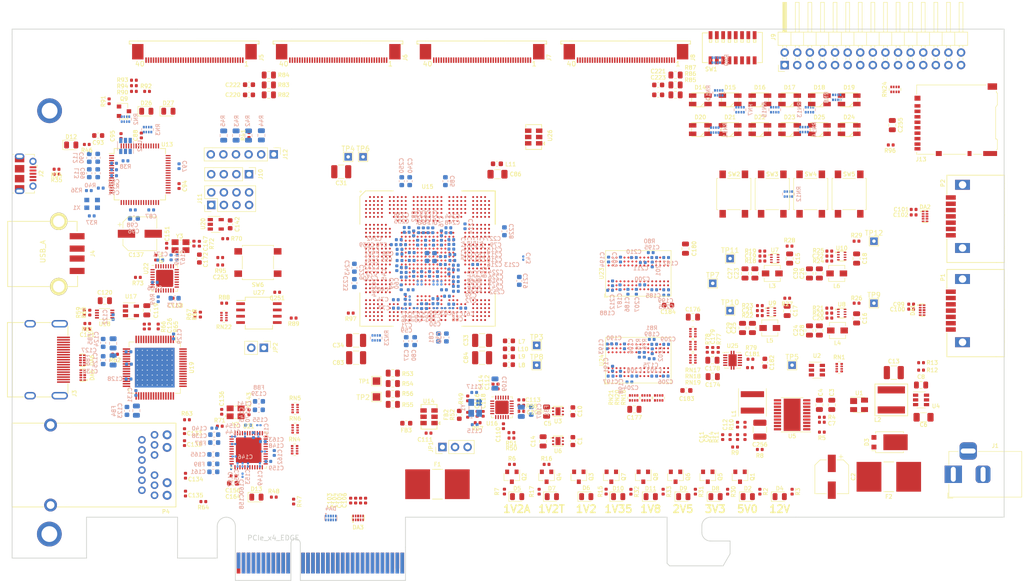
<source format=kicad_pcb>
(kicad_pcb (version 20171130) (host pcbnew 5.0.1)
  (layers (0 F.Cu signal) (1 In1.Cu signal) (2 In2.Cu signal) (3 In3.Cu signal) (4 In4.Cu signal) (5 In5.Cu signal) (6 In6.Cu signal) (31 B.Cu signal) (34 B.Paste user) (35 F.Paste user) (36 B.SilkS user) (37 F.SilkS user) (38 B.Mask user) (39 F.Mask user) (44 Edge.Cuts user))
  (net 0 "")
  (net 1 "/PCIe + SATA/DCU1_REFCLK-")
  (net 2 "/PCIe + SATA/DCU1_REFCLK+")
  (net 3 DDR3_A4)
  (net 4 DDR3_A6)
  (net 5 DDR3_A5)
  (net 6 DDR3_A7)
  (net 7 /DDR3/DDR3_VTT)
  (net 8 "Net-(RN2-Pad5)")
  (net 9 "Net-(RN2-Pad6)")
  (net 10 "Net-(R38-Pad2)")
  (net 11 "Net-(RN2-Pad7)")
  (net 12 +3V3)
  (net 13 /Power/1V2_EN)
  (net 14 /Power/2V5_EN)
  (net 15 /Power/1V35_EN)
  (net 16 "Net-(RN1-Pad4)")
  (net 17 +5V)
  (net 18 "Net-(RN1-Pad5)")
  (net 19 USD_D0)
  (net 20 USD_D3)
  (net 21 USD_CMD)
  (net 22 USD_D2)
  (net 23 "Net-(RN23-Pad1)")
  (net 24 GND)
  (net 25 "/FPGA IO/CFG0")
  (net 26 "Net-(RN23-Pad8)")
  (net 27 "/FPGA IO/CFG1")
  (net 28 "/FPGA IO/CFG2")
  (net 29 "/FPGA IO/FLASH_D3")
  (net 30 "/FPGA IO/FLASH_D1")
  (net 31 "/FPGA IO/FLASH_D2")
  (net 32 "/FPGA IO/FLASH_D0")
  (net 33 DDR3_WE)
  (net 34 DDR3_CKE)
  (net 35 DDR3_CS)
  (net 36 DDR3_ODT)
  (net 37 DDR3_CAS)
  (net 38 DDR3_BA2)
  (net 39 DDR3_RAS)
  (net 40 DDR3_BA1)
  (net 41 DDR3_A12)
  (net 42 DDR3_A14)
  (net 43 DDR3_A13)
  (net 44 DDR3_BA0)
  (net 45 DDR3_A11)
  (net 46 DDR3_A9)
  (net 47 DDR3_A10)
  (net 48 DDR3_A8)
  (net 49 DDR3_A0)
  (net 50 DDR3_A2)
  (net 51 DDR3_A1)
  (net 52 DDR3_A3)
  (net 53 "/HDMI, GbE, USB/ETH_LED2")
  (net 54 ETH_~RESET)
  (net 55 "/HDMI, GbE, USB/ETH_LED1")
  (net 56 RGMII_REF_CLK)
  (net 57 "Net-(D18-Pad4)")
  (net 58 "Net-(D20-Pad4)")
  (net 59 "Net-(D19-Pad4)")
  (net 60 "Net-(D21-Pad4)")
  (net 61 "Net-(D25-Pad4)")
  (net 62 "Net-(D23-Pad4)")
  (net 63 "Net-(D24-Pad4)")
  (net 64 "Net-(D22-Pad4)")
  (net 65 FTDI_D1_RX)
  (net 66 FTDI_~WR)
  (net 67 FTDI_~RD)
  (net 68 FTDI_~SIWU)
  (net 69 RGMII_RXD0)
  (net 70 RGMII_RXD2)
  (net 71 RGMII_RXD1)
  (net 72 RGMII_RXD3)
  (net 73 RGMII_RX_DV)
  (net 74 ETH_MDIO)
  (net 75 RGMII_RX_CLK)
  (net 76 ETH_INT_N)
  (net 77 "Net-(D17-Pad1)")
  (net 78 "Net-(D16-Pad1)")
  (net 79 "Net-(D14-Pad1)")
  (net 80 "Net-(D15-Pad1)")
  (net 81 DIP_SW1)
  (net 82 DIP_SW0)
  (net 83 DIP_SW2)
  (net 84 DIP_SW3)
  (net 85 DIP_SW7)
  (net 86 DIP_SW6)
  (net 87 DIP_SW4)
  (net 88 DIP_SW5)
  (net 89 "Net-(D14-Pad4)")
  (net 90 "Net-(D16-Pad4)")
  (net 91 "Net-(D15-Pad4)")
  (net 92 "Net-(D17-Pad4)")
  (net 93 "Net-(D21-Pad1)")
  (net 94 "Net-(D20-Pad1)")
  (net 95 "Net-(D18-Pad1)")
  (net 96 "Net-(D19-Pad1)")
  (net 97 BTN1)
  (net 98 BTN0)
  (net 99 BTN2)
  (net 100 BTN3)
  (net 101 "Net-(D25-Pad1)")
  (net 102 "Net-(D24-Pad1)")
  (net 103 "Net-(D22-Pad1)")
  (net 104 "Net-(D23-Pad1)")
  (net 105 "/FPGA IO/VCCIO7")
  (net 106 "Net-(R44-Pad2)")
  (net 107 JTAG_TDO)
  (net 108 JTAG_TDI)
  (net 109 "Net-(R43-Pad2)")
  (net 110 "Net-(R42-Pad2)")
  (net 111 JTAG_TCK)
  (net 112 JTAG_TMS)
  (net 113 "Net-(R45-Pad2)")
  (net 114 "/PCIe + SATA/CLKAUXO+")
  (net 115 "/PCIe + SATA/CLK150M-")
  (net 116 +1V8)
  (net 117 +2V5)
  (net 118 "/PCIe + SATA/CLKAUXO-")
  (net 119 "/FPGA IO/VCCIO6")
  (net 120 "/PCIe + SATA/CLK150M+")
  (net 121 CLK_SDA)
  (net 122 "Net-(R36-Pad2)")
  (net 123 FPGA_12MHz)
  (net 124 "/PCIe + SATA/PCIe_REFCLK+")
  (net 125 "/PCIe + SATA/PCIe_REFCLK-")
  (net 126 PCIe_12V)
  (net 127 "Net-(D13-Pad2)")
  (net 128 ~PERST)
  (net 129 "Net-(P3-PadA11)")
  (net 130 "Net-(D12-Pad2)")
  (net 131 "Net-(R40-Pad1)")
  (net 132 "Net-(R39-Pad1)")
  (net 133 "Net-(R38-Pad1)")
  (net 134 "Net-(R12-Pad2)")
  (net 135 "/PCIe + SATA/3V3_C")
  (net 136 "/PCIe + SATA/3V3_CA")
  (net 137 "Net-(R57-Pad1)")
  (net 138 "Net-(R58-Pad2)")
  (net 139 FABRIC_REFCLK)
  (net 140 "/HDMI, GbE, USB/PORT_SCL")
  (net 141 "/HDMI, GbE, USB/PORT_SDA")
  (net 142 "Net-(C121-Pad1)")
  (net 143 "Net-(R62-Pad1)")
  (net 144 /Power/3V3_PG)
  (net 145 "Net-(D27-Pad2)")
  (net 146 "/FPGA IO/~PROGRAM")
  (net 147 "Net-(R80-Pad1)")
  (net 148 "Net-(R81-Pad1)")
  (net 149 "/FPGA IO/FLASH_~CS")
  (net 150 "/FPGA IO/FLASH_CLK")
  (net 151 "/FPGA IO/DONE")
  (net 152 "Net-(Q9-Pad1)")
  (net 153 "Net-(D26-Pad2)")
  (net 154 "Net-(R79-Pad1)")
  (net 155 "/FPGA IO/~INIT")
  (net 156 "Net-(C9-Pad1)")
  (net 157 "Net-(C11-Pad1)")
  (net 158 "Net-(Q2-Pad3)")
  (net 159 "Net-(D5-Pad1)")
  (net 160 /Power/1V2_PG)
  (net 161 USD_D1)
  (net 162 USD_CLK)
  (net 163 "Net-(R97-Pad1)")
  (net 164 "Net-(Q2-Pad1)")
  (net 165 +1V2A)
  (net 166 "Net-(R5-Pad2)")
  (net 167 "Net-(D2-Pad2)")
  (net 168 "Net-(C7-Pad1)")
  (net 169 "Net-(D4-Pad2)")
  (net 170 +12V)
  (net 171 "Net-(R74-Pad1)")
  (net 172 "/Debug Interface/PORT_D-")
  (net 173 "/Debug Interface/FTDI_D-")
  (net 174 "/Debug Interface/FTDI_D+")
  (net 175 "/Debug Interface/PORT_D+")
  (net 176 "Net-(C22-Pad2)")
  (net 177 "Net-(R71-Pad2)")
  (net 178 "/HDMI, GbE, USB/USB_XO")
  (net 179 "/HDMI, GbE, USB/USB_XI")
  (net 180 "Net-(R73-Pad1)")
  (net 181 "/HDMI, GbE, USB/USBA_VBUS")
  (net 182 "/HDMI, GbE, USB/EXTVBUS")
  (net 183 DVI_SCL)
  (net 184 DVI_SDA)
  (net 185 CLK_SCL)
  (net 186 "Net-(R70-Pad1)")
  (net 187 "Net-(C175-Pad2)")
  (net 188 DDR3_CLK+)
  (net 189 "Net-(P4-Pad16)")
  (net 190 "Net-(R66-Pad1)")
  (net 191 "Net-(R65-Pad1)")
  (net 192 "/HDMI, GbE, USB/HDMI_HPD")
  (net 193 DDR3_CLK-)
  (net 194 "Net-(C179-Pad1)")
  (net 195 +1V35)
  (net 196 +1V2)
  (net 197 "Net-(D10-Pad2)")
  (net 198 "Net-(P4-Pad14)")
  (net 199 "Net-(C12-Pad2)")
  (net 200 "Net-(D6-Pad2)")
  (net 201 +1V2T)
  (net 202 "Net-(Q4-Pad1)")
  (net 203 "Net-(Q4-Pad3)")
  (net 204 "Net-(D7-Pad1)")
  (net 205 "Net-(C19-Pad2)")
  (net 206 "Net-(C20-Pad2)")
  (net 207 "Net-(C21-Pad2)")
  (net 208 "/Debug Interface/FTDI_12MHz")
  (net 209 "Net-(D11-Pad2)")
  (net 210 /Power/2V5_PG)
  (net 211 /Power/1V35_PG)
  (net 212 /Power/1V8_PG)
  (net 213 "Net-(D8-Pad2)")
  (net 214 "Net-(D9-Pad2)")
  (net 215 "Net-(C8-Pad2)")
  (net 216 "Net-(C8-Pad1)")
  (net 217 /Power/PWR_EN)
  (net 218 "/HDMI, GbE, USB/HDMI_5V")
  (net 219 "Net-(U17-Pad3)")
  (net 220 "Net-(D9-Pad1)")
  (net 221 "Net-(D11-Pad1)")
  (net 222 "Net-(D26-Pad1)")
  (net 223 "Net-(D2-Pad1)")
  (net 224 "Net-(D6-Pad1)")
  (net 225 "Net-(D10-Pad1)")
  (net 226 "Net-(D8-Pad1)")
  (net 227 "Net-(U1-Pad3)")
  (net 228 DDR3_Vref)
  (net 229 DDR3_Vtt_EN)
  (net 230 "Net-(U5-Pad2)")
  (net 231 "Net-(L1-Pad1)")
  (net 232 "Net-(C11-Pad2)")
  (net 233 "Net-(U13-Pad3)")
  (net 234 "/Debug Interface/Vphy")
  (net 235 "/Debug Interface/Vpll")
  (net 236 "/Debug Interface/JTAG_ACT")
  (net 237 "Net-(U13-Pad22)")
  (net 238 "Net-(U13-Pad23)")
  (net 239 "Net-(U13-Pad24)")
  (net 240 "Net-(U13-Pad26)")
  (net 241 "Net-(U13-Pad27)")
  (net 242 "Net-(U13-Pad28)")
  (net 243 "Net-(U13-Pad29)")
  (net 244 "Net-(U13-Pad30)")
  (net 245 "Net-(U13-Pad32)")
  (net 246 "Net-(U13-Pad33)")
  (net 247 "Net-(U13-Pad34)")
  (net 248 "Net-(U13-Pad36)")
  (net 249 FTDI_D0_TX)
  (net 250 FTDI_D2)
  (net 251 FTDI_D3)
  (net 252 FTDI_D4)
  (net 253 FTDI_D5)
  (net 254 FTDI_D6)
  (net 255 FTDI_D7)
  (net 256 FTDI_~RXF)
  (net 257 "Net-(U13-Pad49)")
  (net 258 "Net-(U13-Pad50)")
  (net 259 FTDI_~TXE)
  (net 260 "Net-(U13-Pad57)")
  (net 261 "Net-(U13-Pad58)")
  (net 262 "Net-(U13-Pad59)")
  (net 263 "Net-(U13-Pad60)")
  (net 264 "/HDMI, GbE, USB/DVI_DVDD")
  (net 265 DVI_DE)
  (net 266 DVI_HSYNC)
  (net 267 DVI_VSYNC)
  (net 268 "Net-(U19-Pad11)")
  (net 269 "/HDMI, GbE, USB/DVI_PVDD")
  (net 270 "/HDMI, GbE, USB/TMDS_CLK-")
  (net 271 "/HDMI, GbE, USB/TMDS_CLK+")
  (net 272 "/HDMI, GbE, USB/DVI_TVDD")
  (net 273 "/HDMI, GbE, USB/TMDS_D0-")
  (net 274 "/HDMI, GbE, USB/TMDS_D0+")
  (net 275 "/HDMI, GbE, USB/TMDS_D1-")
  (net 276 "/HDMI, GbE, USB/TMDS_D1+")
  (net 277 "/HDMI, GbE, USB/TMDS_D2-")
  (net 278 "/HDMI, GbE, USB/TMDS_D2+")
  (net 279 DVI_D23)
  (net 280 DVI_D22)
  (net 281 DVI_D21)
  (net 282 DVI_D20)
  (net 283 DVI_D19)
  (net 284 DVI_D18)
  (net 285 DVI_D17)
  (net 286 DVI_D16)
  (net 287 DVI_D15)
  (net 288 DVI_D14)
  (net 289 DVI_D13)
  (net 290 DVI_D12)
  (net 291 "Net-(U19-Pad49)")
  (net 292 DVI_D11)
  (net 293 DVI_D10)
  (net 294 DVI_D9)
  (net 295 DVI_D8)
  (net 296 DVI_D7)
  (net 297 DVI_D6)
  (net 298 DVI_CLK)
  (net 299 DVI_D5)
  (net 300 DVI_D4)
  (net 301 DVI_D3)
  (net 302 DVI_D2)
  (net 303 DVI_D1)
  (net 304 DVI_D0)
  (net 305 "/HDMI, GbE, USB/AVDDH")
  (net 306 "/HDMI, GbE, USB/MX4-")
  (net 307 "/HDMI, GbE, USB/MX4+")
  (net 308 "/HDMI, GbE, USB/AVDDL")
  (net 309 "/HDMI, GbE, USB/MX3-")
  (net 310 "/HDMI, GbE, USB/MX3+")
  (net 311 "/HDMI, GbE, USB/MX2-")
  (net 312 "/HDMI, GbE, USB/MX2+")
  (net 313 "/HDMI, GbE, USB/MX1-")
  (net 314 "/HDMI, GbE, USB/MX1+")
  (net 315 "Net-(U21-Pad13)")
  (net 316 RGMII_TXD0)
  (net 317 RGMII_TXD1)
  (net 318 RGMII_TXD2)
  (net 319 RGMII_TXD3)
  (net 320 RGMII_TX_CLK)
  (net 321 RGMII_TX_EN)
  (net 322 ETH_MDC)
  (net 323 "Net-(U21-Pad43)")
  (net 324 "/HDMI, GbE, USB/AVDDL_PLL")
  (net 325 "/HDMI, GbE, USB/ETH_XO")
  (net 326 "/HDMI, GbE, USB/ETH_XI")
  (net 327 "Net-(U21-Pad47)")
  (net 328 "Net-(U22-Pad3)")
  (net 329 "Net-(U22-Pad5)")
  (net 330 "/HDMI, GbE, USB/USBA_D+")
  (net 331 "/HDMI, GbE, USB/USBA_D-")
  (net 332 ULPI_RESET)
  (net 333 ULPI_NXT)
  (net 334 ULPI_DIR)
  (net 335 ULPI_STP)
  (net 336 ULPI_CLKO)
  (net 337 "/HDMI, GbE, USB/USB1V8")
  (net 338 ULPI_D7)
  (net 339 ULPI_D6)
  (net 340 ULPI_D5)
  (net 341 ULPI_D4)
  (net 342 ULPI_D3)
  (net 343 ULPI_D2)
  (net 344 ULPI_D1)
  (net 345 ULPI_D0)
  (net 346 "Net-(C117-Pad1)")
  (net 347 "Net-(C115-Pad2)")
  (net 348 CLK_SD_OE)
  (net 349 "Net-(U16-Pad11)")
  (net 350 "Net-(U16-Pad12)")
  (net 351 "/PCIe + SATA/1V8_C")
  (net 352 "Net-(U16-Pad16)")
  (net 353 "/PCIe + SATA/DCU0_REFCLK-")
  (net 354 "/PCIe + SATA/DCU0_REFCLK+")
  (net 355 "Net-(U16-Pad24)")
  (net 356 DDR3_DQ13)
  (net 357 DDR3_DQ15)
  (net 358 DDR3_DQ12)
  (net 359 DDR3_DQS1-)
  (net 360 DDR3_DQ14)
  (net 361 DDR3_DQ11)
  (net 362 DDR3_DQ9)
  (net 363 DDR3_DQS1+)
  (net 364 DDR3_DQ10)
  (net 365 DDR3_DM1)
  (net 366 DDR3_DQ8)
  (net 367 DDR3_DQ0)
  (net 368 DDR3_DM0)
  (net 369 DDR3_DQ2)
  (net 370 DDR3_DQS0+)
  (net 371 DDR3_DQ1)
  (net 372 DDR3_DQ3)
  (net 373 DDR3_DQ6)
  (net 374 DDR3_DQS0-)
  (net 375 DDR3_DQ4)
  (net 376 DDR3_DQ7)
  (net 377 DDR3_DQ5)
  (net 378 "Net-(U23-PadJ1)")
  (net 379 "Net-(U23-PadJ9)")
  (net 380 "Net-(U23-PadL1)")
  (net 381 "Net-(U23-PadL9)")
  (net 382 "Net-(U23-PadM7)")
  (net 383 DDR3_RESET)
  (net 384 "Net-(U24-PadM7)")
  (net 385 "Net-(U24-PadL9)")
  (net 386 "Net-(U24-PadL1)")
  (net 387 "Net-(U24-PadJ9)")
  (net 388 "Net-(U24-PadJ1)")
  (net 389 DDR3_DQ21)
  (net 390 DDR3_DQ23)
  (net 391 DDR3_DQ20)
  (net 392 DDR3_DQS2-)
  (net 393 DDR3_DQ22)
  (net 394 DDR3_DQ19)
  (net 395 DDR3_DQ17)
  (net 396 DDR3_DQS2+)
  (net 397 DDR3_DQ18)
  (net 398 DDR3_DM2)
  (net 399 DDR3_DQ16)
  (net 400 DDR3_DQ24)
  (net 401 DDR3_DM3)
  (net 402 DDR3_DQ26)
  (net 403 DDR3_DQS3+)
  (net 404 DDR3_DQ25)
  (net 405 DDR3_DQ27)
  (net 406 DDR3_DQ30)
  (net 407 DDR3_DQS3-)
  (net 408 DDR3_DQ28)
  (net 409 DDR3_DQ31)
  (net 410 DDR3_DQ29)
  (net 411 "Net-(X1-Pad1)")
  (net 412 "Net-(L4-Pad1)")
  (net 413 "Net-(L5-Pad1)")
  (net 414 "Net-(L3-Pad1)")
  (net 415 "Net-(L6-Pad1)")
  (net 416 "Net-(C111-Pad1)")
  (net 417 "/FPGA Core Power/VCCHTX1")
  (net 418 "/FPGA Core Power/VCCHTX0")
  (net 419 "/FPGA Core Power/VCCA0")
  (net 420 "/FPGA Core Power/VCCAUX")
  (net 421 "/FPGA Core Power/VCCA1")
  (net 422 "/PCIe + SATA/SATA1_A+")
  (net 423 "/PCIe + SATA/SATA1_A-")
  (net 424 "/PCIe + SATA/DCU1_RX1-")
  (net 425 "/PCIe + SATA/DCU1_RX1+")
  (net 426 "/PCIe + SATA/SATA0_A+")
  (net 427 "/PCIe + SATA/SATA0_A-")
  (net 428 "/PCIe + SATA/DCU1_RX0-")
  (net 429 "/PCIe + SATA/DCU1_RX0+")
  (net 430 "/PCIe + SATA/PCIe_HSI0+")
  (net 431 "/PCIe + SATA/PCIe_HSI0-")
  (net 432 "/PCIe + SATA/PCIe_HSI1+")
  (net 433 "/PCIe + SATA/PCIe_HSI1-")
  (net 434 "/PCIe + SATA/DCU0_RX0+")
  (net 435 "/PCIe + SATA/DCU0_RX0-")
  (net 436 "/PCIe + SATA/DCU0_RX1+")
  (net 437 "/PCIe + SATA/DCU0_RX1-")
  (net 438 "Net-(U6-Pad2)")
  (net 439 "Net-(U6-Pad5)")
  (net 440 "Net-(U3-Pad5)")
  (net 441 "Net-(U3-Pad2)")
  (net 442 "Net-(U10-Pad4)")
  (net 443 "Net-(U9-Pad4)")
  (net 444 "Net-(U8-Pad4)")
  (net 445 "Net-(U7-Pad4)")
  (net 446 "Net-(J5-Pad38)")
  (net 447 "/FPGA IO/EXT0_11-")
  (net 448 "/FPGA IO/EXT0_11+")
  (net 449 "/FPGA IO/EXT0_10-")
  (net 450 "/FPGA IO/EXT0_10+")
  (net 451 "/FPGA IO/EXT0_9-")
  (net 452 "/FPGA IO/EXT0_9+")
  (net 453 "/FPGA IO/EXT0_8-")
  (net 454 "/FPGA IO/EXT0_8+")
  (net 455 "/FPGA IO/EXT0_7-")
  (net 456 "/FPGA IO/EXT0_7+")
  (net 457 "/FPGA IO/EXT0_6-")
  (net 458 "/FPGA IO/EXT0_6+")
  (net 459 "/FPGA IO/EXT0_5-")
  (net 460 "/FPGA IO/EXT0_5+")
  (net 461 "/FPGA IO/EXT0_4-")
  (net 462 "/FPGA IO/EXT0_4+")
  (net 463 "/FPGA IO/EXT0_3-")
  (net 464 "/FPGA IO/EXT0_3+")
  (net 465 "/FPGA IO/EXT0_2-")
  (net 466 "/FPGA IO/EXT0_2+")
  (net 467 "/FPGA IO/EXT0_1-")
  (net 468 "/FPGA IO/EXT0_1+")
  (net 469 "/FPGA IO/EXT0_0-")
  (net 470 "/FPGA IO/EXT0_0+")
  (net 471 "/FPGA IO/EXT3_0+")
  (net 472 "/FPGA IO/EXT3_0-")
  (net 473 "/FPGA IO/EXT3_1+")
  (net 474 "/FPGA IO/EXT3_1-")
  (net 475 "/FPGA IO/EXT3_2+")
  (net 476 "/FPGA IO/EXT3_2-")
  (net 477 "/FPGA IO/EXT3_3+")
  (net 478 "/FPGA IO/EXT3_3-")
  (net 479 "/FPGA IO/EXT3_4+")
  (net 480 "/FPGA IO/EXT3_4-")
  (net 481 "/FPGA IO/EXT3_5+")
  (net 482 "/FPGA IO/EXT3_5-")
  (net 483 "/FPGA IO/EXT3_6+")
  (net 484 "/FPGA IO/EXT3_6-")
  (net 485 "/FPGA IO/EXT3_7+")
  (net 486 "/FPGA IO/EXT3_7-")
  (net 487 "/FPGA IO/EXT3_8+")
  (net 488 "/FPGA IO/EXT3_8-")
  (net 489 "/FPGA IO/EXT3_9+")
  (net 490 "/FPGA IO/EXT3_9-")
  (net 491 "/FPGA IO/EXT3_10+")
  (net 492 "/FPGA IO/EXT3_10-")
  (net 493 "/FPGA IO/EXT3_11+")
  (net 494 "/FPGA IO/EXT3_11-")
  (net 495 "Net-(J8-Pad38)")
  (net 496 "Net-(J6-Pad38)")
  (net 497 "/FPGA IO/EXT1_11-")
  (net 498 "/FPGA IO/EXT1_11+")
  (net 499 "/FPGA IO/EXT1_10-")
  (net 500 "/FPGA IO/EXT1_10+")
  (net 501 "/FPGA IO/EXT1_9-")
  (net 502 "/FPGA IO/EXT1_9+")
  (net 503 "/FPGA IO/EXT1_8-")
  (net 504 "/FPGA IO/EXT1_8+")
  (net 505 "/FPGA IO/EXT1_7-")
  (net 506 "/FPGA IO/EXT1_7+")
  (net 507 "/FPGA IO/EXT1_6-")
  (net 508 "/FPGA IO/EXT1_6+")
  (net 509 "/FPGA IO/EXT1_5-")
  (net 510 "/FPGA IO/EXT1_5+")
  (net 511 "/FPGA IO/EXT1_4-")
  (net 512 "/FPGA IO/EXT1_4+")
  (net 513 "/FPGA IO/EXT1_3-")
  (net 514 "/FPGA IO/EXT1_3+")
  (net 515 "/FPGA IO/EXT1_2-")
  (net 516 "/FPGA IO/EXT1_2+")
  (net 517 "/FPGA IO/EXT1_1-")
  (net 518 "/FPGA IO/EXT1_1+")
  (net 519 "/FPGA IO/EXT1_0-")
  (net 520 "/FPGA IO/EXT1_0+")
  (net 521 "/FPGA IO/EXT2_0+")
  (net 522 "/FPGA IO/EXT2_0-")
  (net 523 "/FPGA IO/EXT2_1+")
  (net 524 "/FPGA IO/EXT2_1-")
  (net 525 "/FPGA IO/EXT2_2+")
  (net 526 "/FPGA IO/EXT2_2-")
  (net 527 "/FPGA IO/EXT2_3+")
  (net 528 "/FPGA IO/EXT2_3-")
  (net 529 "/FPGA IO/EXT2_4+")
  (net 530 "/FPGA IO/EXT2_4-")
  (net 531 "/FPGA IO/EXT2_5+")
  (net 532 "/FPGA IO/EXT2_5-")
  (net 533 "/FPGA IO/EXT2_6+")
  (net 534 "/FPGA IO/EXT2_6-")
  (net 535 "/FPGA IO/EXT2_7+")
  (net 536 "/FPGA IO/EXT2_7-")
  (net 537 "/FPGA IO/EXT2_8+")
  (net 538 "/FPGA IO/EXT2_8-")
  (net 539 "/FPGA IO/EXT2_9+")
  (net 540 "/FPGA IO/EXT2_9-")
  (net 541 "/FPGA IO/EXT2_10+")
  (net 542 "/FPGA IO/EXT2_10-")
  (net 543 "/FPGA IO/EXT2_11+")
  (net 544 "/FPGA IO/EXT2_11-")
  (net 545 "Net-(J7-Pad38)")
  (net 546 "Net-(C132-Pad1)")
  (net 547 "Net-(C135-Pad1)")
  (net 548 "Net-(C133-Pad1)")
  (net 549 "Net-(C134-Pad1)")
  (net 550 "Net-(P3-PadB5)")
  (net 551 "Net-(P3-PadB6)")
  (net 552 "Net-(P3-PadB8)")
  (net 553 "Net-(P3-PadB9)")
  (net 554 "Net-(P3-PadB10)")
  (net 555 PCIe_~WAKE)
  (net 556 "Net-(P3-PadB12)")
  (net 557 "/PCIe + SATA/~PRSNT2~_X1")
  (net 558 "Net-(P3-PadB23)")
  (net 559 "Net-(P3-PadB24)")
  (net 560 "Net-(P3-PadB27)")
  (net 561 "Net-(P3-PadB28)")
  (net 562 "Net-(P3-PadB30)")
  (net 563 "/PCIe + SATA/~PRSNT2~_X4")
  (net 564 "/PCIe + SATA/~PRSNT1")
  (net 565 "Net-(P3-PadA5)")
  (net 566 "Net-(P3-PadA6)")
  (net 567 "Net-(P3-PadA7)")
  (net 568 "Net-(P3-PadA8)")
  (net 569 "Net-(P3-PadA9)")
  (net 570 "Net-(P3-PadA10)")
  (net 571 "Net-(P3-PadA19)")
  (net 572 "Net-(P3-PadA25)")
  (net 573 "Net-(P3-PadA26)")
  (net 574 "Net-(P3-PadA29)")
  (net 575 "Net-(P3-PadA30)")
  (net 576 "Net-(P3-PadA32)")
  (net 577 "Net-(U14-Pad2)")
  (net 578 "Net-(U14-Pad1)")
  (net 579 "Net-(U26-Pad1)")
  (net 580 "Net-(U26-Pad2)")
  (net 581 "/FPGA IO/CLK100+")
  (net 582 "/FPGA IO/CLK100-")
  (net 583 "Net-(J3-Pad14)")
  (net 584 "Net-(J3-Pad13)")
  (net 585 LED2)
  (net 586 LED11)
  (net 587 LED10)
  (net 588 LED0)
  (net 589 LED1)
  (net 590 LED3)
  (net 591 LED4)
  (net 592 LED5)
  (net 593 LED6)
  (net 594 LED7)
  (net 595 LED8)
  (net 596 LED9)
  (net 597 "Net-(F2-Pad2)")
  (net 598 "Net-(U15-PadR1)")
  (net 599 "Net-(U15-PadY1)")
  (net 600 "Net-(U15-PadAB1)")
  (net 601 "Net-(U15-PadAC1)")
  (net 602 "Net-(U15-PadAD1)")
  (net 603 "Net-(U15-PadAE1)")
  (net 604 "Net-(U15-PadA2)")
  (net 605 "Net-(U15-PadT2)")
  (net 606 "Net-(U15-PadW2)")
  (net 607 "Net-(U15-PadAB2)")
  (net 608 "Net-(U15-PadAC2)")
  (net 609 "Net-(U15-PadAE2)")
  (net 610 "Net-(U15-PadAG2)")
  (net 611 "Net-(U15-PadA3)")
  (net 612 "Net-(U15-PadV3)")
  (net 613 "Net-(U15-PadW3)")
  (net 614 "Net-(U15-PadY3)")
  (net 615 "Net-(U15-PadAC3)")
  (net 616 "Net-(U15-PadAD3)")
  (net 617 "Net-(U15-PadAE3)")
  (net 618 "Net-(U15-PadAG3)")
  (net 619 "Net-(U15-PadAL3)")
  (net 620 "Net-(U15-PadB4)")
  (net 621 "Net-(U15-PadH4)")
  (net 622 "Net-(U15-PadAC4)")
  (net 623 "Net-(U15-PadA5)")
  (net 624 "Net-(U15-PadL5)")
  (net 625 "Net-(U15-PadW6)")
  (net 626 "Net-(U15-PadD7)")
  (net 627 "Net-(U15-PadE7)")
  (net 628 "Net-(U15-PadAE7)")
  (net 629 "Net-(U15-PadG9)")
  (net 630 "/PCIe + SATA/DCU0_TX0+")
  (net 631 "Net-(U15-PadG10)")
  (net 632 "/PCIe + SATA/DCU0_TX0-")
  (net 633 "Net-(U15-PadG11)")
  (net 634 "/PCIe + SATA/DCU0_TX1+")
  (net 635 "/PCIe + SATA/DCU0_TX1-")
  (net 636 "/FPGA IO/PMOD1_10")
  (net 637 "/FPGA IO/PMOD1_9")
  (net 638 "Net-(U15-PadG14)")
  (net 639 "Net-(U15-PadG15)")
  (net 640 "Net-(U15-PadAK15)")
  (net 641 "Net-(U15-PadG16)")
  (net 642 "Net-(U15-PadAK16)")
  (net 643 "Net-(U15-PadG17)")
  (net 644 "Net-(U15-PadG18)")
  (net 645 "/PCIe + SATA/DCU1_TX0+")
  (net 646 "Net-(U15-PadG19)")
  (net 647 "/PCIe + SATA/DCU1_TX0-")
  (net 648 "/FPGA IO/PMOD1_8")
  (net 649 "/FPGA IO/PMOD1_7")
  (net 650 "/PCIe + SATA/DCU1_TX1+")
  (net 651 "/PCIe + SATA/DCU1_TX1-")
  (net 652 "/FPGA IO/EXIO_5")
  (net 653 "/FPGA IO/EXIO_4")
  (net 654 "/FPGA IO/EXIO_3")
  (net 655 "Net-(U15-PadG22)")
  (net 656 "/FPGA IO/PMOD1_3")
  (net 657 "/FPGA IO/PMOD1_2")
  (net 658 "/FPGA IO/PMOD1_0")
  (net 659 "/FPGA IO/PMOD1_1")
  (net 660 "/FPGA IO/EXIO_2")
  (net 661 "Net-(U15-PadG23)")
  (net 662 "/FPGA IO/EXIO_1")
  (net 663 "/FPGA IO/PMOD0_10")
  (net 664 "/FPGA IO/EXIO_0")
  (net 665 "/FPGA IO/PMOD0_9")
  (net 666 "Net-(U15-PadG24)")
  (net 667 "Net-(U15-PadAG24)")
  (net 668 "Net-(U15-PadAK24)")
  (net 669 "/FPGA IO/PMOD0_8")
  (net 670 "/FPGA IO/PMOD0_3")
  (net 671 "/FPGA IO/PMOD0_7")
  (net 672 "/FPGA IO/PMOD0_2")
  (net 673 "/FPGA IO/PMOD0_1")
  (net 674 "Net-(U15-PadAK25)")
  (net 675 "/FPGA IO/PMOD0_0")
  (net 676 "Net-(U15-PadB26)")
  (net 677 "Net-(U15-PadE26)")
  (net 678 "Net-(U15-PadR26)")
  (net 679 "Net-(U15-PadT26)")
  (net 680 "Net-(U15-PadAE26)")
  (net 681 "Net-(U15-PadH27)")
  (net 682 "Net-(U15-PadJ27)")
  (net 683 "Net-(U15-PadK27)")
  (net 684 "Net-(U15-PadW27)")
  (net 685 "Net-(U15-PadC28)")
  (net 686 "Net-(U15-PadD28)")
  (net 687 "Net-(U15-PadH28)")
  (net 688 "Net-(U15-PadL28)")
  (net 689 "Net-(U15-PadP28)")
  (net 690 "Net-(U15-PadAC28)")
  (net 691 "Net-(U15-PadAE28)")
  (net 692 "Net-(U15-PadC29)")
  (net 693 "Net-(U15-PadD29)")
  (net 694 "Net-(U15-PadH29)")
  (net 695 "Net-(U15-PadP29)")
  (net 696 "Net-(U15-PadAB29)")
  (net 697 "Net-(U15-PadAC29)")
  (net 698 "Net-(U15-PadAE29)")
  (net 699 "Net-(U15-PadAJ29)")
  (net 700 "Net-(U15-PadC30)")
  (net 701 "Net-(U15-PadP30)")
  (net 702 "Net-(U15-PadR30)")
  (net 703 "Net-(U15-PadV30)")
  (net 704 "Net-(U15-PadAB30)")
  (net 705 "Net-(U15-PadAE30)")
  (net 706 "Net-(U15-PadAJ30)")
  (net 707 "Net-(U15-PadA31)")
  (net 708 "Net-(U15-PadF31)")
  (net 709 "Net-(U15-PadH31)")
  (net 710 "Net-(U15-PadP31)")
  (net 711 "Net-(U15-PadAG31)")
  (net 712 "Net-(U15-PadAK31)")
  (net 713 "Net-(U15-PadE32)")
  (net 714 "Net-(U15-PadF32)")
  (net 715 "Net-(U15-PadH32)")
  (net 716 "Net-(U15-PadAG32)")
  (net 717 "Net-(J2-Pad1)")
  (net 718 "Net-(J2-Pad4)")
  (module Capacitor_SMD:C_0201_0603Metric (layer B.Cu) (at 90.2 111.585 90)
    (fp_text reference C149 (at -2.665 0.05 90) (layer B.SilkS) (effects (font (size 0.8 0.8)) (justify mirror)))
    (fp_text value 10n)
    (pad 1 smd roundrect (at -0.32 0 90) (size 0.46 0.4) (layers B.Cu B.Mask) (net 196 +1V2))
    (pad 2 smd roundrect (at 0.32 0 90) (size 0.46 0.4) (layers B.Cu B.Mask) (net 24 GND))
  )
  (module Capacitor_SMD:C_0201_0603Metric (layer B.Cu) (at 85.015 109.9)
    (fp_text reference C146 (at 2.235 0.1) (layer B.SilkS) (effects (font (size 0.8 0.8)) (justify mirror)))
    (fp_text value 10n)
    (pad 2 smd roundrect (at 0.32 0) (size 0.46 0.4) (layers B.Cu B.Mask) (net 24 GND))
    (pad 1 smd roundrect (at -0.32 0) (size 0.46 0.4) (layers B.Cu B.Mask) (net 308 "/HDMI, GbE, USB/AVDDL"))
  )
  (module Capacitor_SMD:C_0201_0603Metric (layer B.Cu) (at 87.2 105.615 90)
    (fp_text reference C145 (at 4.115 -0.7 90) (layer B.SilkS) (effects (font (size 0.8 0.8)) (justify mirror)))
    (fp_text value 10n)
    (pad 1 smd roundrect (at -0.32 0 90) (size 0.46 0.4) (layers B.Cu B.Mask) (net 24 GND))
    (pad 2 smd roundrect (at 0.32 0 90) (size 0.46 0.4) (layers B.Cu B.Mask) (net 324 "/HDMI, GbE, USB/AVDDL_PLL"))
  )
  (module Capacitor_SMD:C_0201_0603Metric (layer B.Cu) (at 84.915 107.4)
    (fp_text reference C144 (at -0.165 -2.4) (layer B.SilkS) (effects (font (size 0.8 0.8)) (justify mirror)))
    (fp_text value 10n)
    (pad 2 smd roundrect (at 0.32 0) (size 0.46 0.4) (layers B.Cu B.Mask) (net 24 GND))
    (pad 1 smd roundrect (at -0.32 0) (size 0.46 0.4) (layers B.Cu B.Mask) (net 308 "/HDMI, GbE, USB/AVDDL"))
  )
  (module Capacitor_SMD:C_0201_0603Metric (layer B.Cu) (at 90.9 108.9 180)
    (fp_text reference C148 (at -2.6 1.15 180) (layer B.SilkS) (effects (font (size 0.8 0.8)) (justify mirror)))
    (fp_text value 10n)
    (pad 1 smd roundrect (at -0.32 0 180) (size 0.46 0.4) (layers B.Cu B.Mask) (net 196 +1V2))
    (pad 2 smd roundrect (at 0.32 0 180) (size 0.46 0.4) (layers B.Cu B.Mask) (net 24 GND))
  )
  (module Capacitor_SMD:C_0201_0603Metric (layer B.Cu) (at 86.7 111.6 90)
    (fp_text reference C160 (at -4.4 -0.2 90) (layer B.SilkS) (effects (font (size 0.8 0.8)) (justify mirror)))
    (fp_text value 10n)
    (pad 2 smd roundrect (at 0.32 0 90) (size 0.46 0.4) (layers B.Cu B.Mask) (net 24 GND))
    (pad 1 smd roundrect (at -0.32 0 90) (size 0.46 0.4) (layers B.Cu B.Mask) (net 12 +3V3))
  )
  (module Capacitor_SMD:C_0201_0603Metric (layer B.Cu) (at 86.7 113.7 270)
    (fp_text reference C158 (at 5.3 0.2 270) (layer B.SilkS) (effects (font (size 0.8 0.8)) (justify mirror)))
    (fp_text value 10n)
    (pad 1 smd roundrect (at -0.32 0 270) (size 0.46 0.4) (layers B.Cu B.Mask) (net 12 +3V3))
    (pad 2 smd roundrect (at 0.32 0 270) (size 0.46 0.4) (layers B.Cu B.Mask) (net 24 GND))
  )
  (module Capacitor_SMD:C_0201_0603Metric (layer B.Cu) (at 84.4 112.1 270)
    (fp_text reference C157 (at 2.4 0.15 270) (layer B.SilkS) (effects (font (size 0.8 0.8)) (justify mirror)))
    (fp_text value 10n)
    (pad 2 smd roundrect (at 0.32 0 270) (size 0.46 0.4) (layers B.Cu B.Mask) (net 24 GND))
    (pad 1 smd roundrect (at -0.32 0 270) (size 0.46 0.4) (layers B.Cu B.Mask) (net 305 "/HDMI, GbE, USB/AVDDH"))
  )
  (module Capacitor_SMD:C_0201_0603Metric (layer B.Cu) (at 90 103.6)
    (fp_text reference C155 (at 0.25 -1.1) (layer B.SilkS) (effects (font (size 0.8 0.8)) (justify mirror)))
    (fp_text value 10n)
    (pad 1 smd roundrect (at -0.32 0) (size 0.46 0.4) (layers B.Cu B.Mask) (net 12 +3V3))
    (pad 2 smd roundrect (at 0.32 0) (size 0.46 0.4) (layers B.Cu B.Mask) (net 24 GND))
  )
  (module Capacitor_SMD:C_0201_0603Metric (layer B.Cu) (at 84.885 105.9)
    (fp_text reference C154 (at -0.135 -2.15) (layer B.SilkS) (effects (font (size 0.8 0.8)) (justify mirror)))
    (fp_text value 10n)
    (pad 2 smd roundrect (at 0.32 0) (size 0.46 0.4) (layers B.Cu B.Mask) (net 24 GND))
    (pad 1 smd roundrect (at -0.32 0) (size 0.46 0.4) (layers B.Cu B.Mask) (net 305 "/HDMI, GbE, USB/AVDDH"))
  )
  (module Capacitor_SMD:C_0201_0603Metric (layer B.Cu) (at 87.8 111.6 90)
    (fp_text reference C153 (at -2.4 -0.05 90) (layer B.SilkS) (effects (font (size 0.8 0.8)) (justify mirror)))
    (fp_text value 10n)
    (pad 1 smd roundrect (at -0.32 0 90) (size 0.46 0.4) (layers B.Cu B.Mask) (net 196 +1V2))
    (pad 2 smd roundrect (at 0.32 0 90) (size 0.46 0.4) (layers B.Cu B.Mask) (net 24 GND))
  )
  (module Capacitor_SMD:C_0201_0603Metric (layer B.Cu) (at 85.7 111.6 90)
    (fp_text reference C152 (at -2.4 -0.2 90) (layer B.SilkS) (effects (font (size 0.8 0.8)) (justify mirror)))
    (fp_text value 10n)
    (pad 2 smd roundrect (at 0.32 0 90) (size 0.46 0.4) (layers B.Cu B.Mask) (net 24 GND))
    (pad 1 smd roundrect (at -0.32 0 90) (size 0.46 0.4) (layers B.Cu B.Mask) (net 196 +1V2))
  )
  (module Capacitor_SMD:C_0201_0603Metric (layer B.Cu) (at 89.9 105.6 270)
    (fp_text reference C150 (at -0.85 -1.6 270) (layer B.SilkS) (effects (font (size 0.8 0.8)) (justify mirror)))
    (fp_text value 10n)
    (pad 1 smd roundrect (at -0.32 0 270) (size 0.46 0.4) (layers B.Cu B.Mask) (net 196 +1V2))
    (pad 2 smd roundrect (at 0.32 0 270) (size 0.46 0.4) (layers B.Cu B.Mask) (net 24 GND))
  )
  (module TestPoint:TestPoint_THTPad_1.5x1.5mm_Drill0.7mm (layer F.Cu) (at 185 70)
    (fp_text reference TP11 (at 0 -1.648) (layer F.SilkS))
    (fp_text value 1.35V)
    (pad 1 thru_hole rect (at 0 0) (size 1.5 1.5) (drill 0.7) (layers *.Cu *.Mask) (net 195 +1V35))
  )
  (module TestPoint:TestPoint_THTPad_1.5x1.5mm_Drill0.7mm (layer F.Cu) (at 146 91.5)
    (fp_text reference TP8 (at 0 -1.648) (layer F.SilkS))
    (fp_text value 1.2VT)
    (pad 1 thru_hole rect (at 0 0) (size 1.5 1.5) (drill 0.7) (layers *.Cu *.Mask) (net 201 +1V2T))
  )
  (module TestPoint:TestPoint_THTPad_1.5x1.5mm_Drill0.7mm (layer F.Cu) (at 214 79)
    (fp_text reference TP9 (at 0 -1.648) (layer F.SilkS))
    (fp_text value 3.3V)
    (pad 1 thru_hole rect (at 0 0) (size 1.5 1.5) (drill 0.7) (layers *.Cu *.Mask) (net 12 +3V3))
  )
  (module TestPoint:TestPoint_THTPad_1.5x1.5mm_Drill0.7mm (layer F.Cu) (at 185 80.5)
    (fp_text reference TP10 (at 0 -1.648) (layer F.SilkS))
    (fp_text value 2.5V)
    (pad 1 thru_hole rect (at 0 0) (size 1.5 1.5) (drill 0.7) (layers *.Cu *.Mask) (net 117 +2V5))
  )
  (module TestPoint:TestPoint_THTPad_1.5x1.5mm_Drill0.7mm (layer F.Cu) (at 214 66.5)
    (fp_text reference TP12 (at 0 -1.648) (layer F.SilkS))
    (fp_text value 1.8V)
    (pad 1 thru_hole rect (at 0 0) (size 1.5 1.5) (drill 0.7) (layers *.Cu *.Mask) (net 116 +1V8))
  )
  (module TestPoint:TestPoint_THTPad_1.5x1.5mm_Drill0.7mm (layer F.Cu) (at 197.5 91.5)
    (fp_text reference TP5 (at 0 -1.648) (layer F.SilkS))
    (fp_text value 5V)
    (pad 1 thru_hole rect (at 0 0) (size 1.5 1.5) (drill 0.7) (layers *.Cu *.Mask) (net 17 +5V))
  )
  (module TestPoint:TestPoint_THTPad_1.5x1.5mm_Drill0.7mm (layer F.Cu) (at 108 49.5)
    (fp_text reference TP4 (at 0 -1.648) (layer F.SilkS))
    (fp_text value 1.2V)
    (pad 1 thru_hole rect (at 0 0) (size 1.5 1.5) (drill 0.7) (layers *.Cu *.Mask) (net 196 +1V2))
  )
  (module TestPoint:TestPoint_THTPad_1.5x1.5mm_Drill0.7mm (layer F.Cu) (at 146 87.5)
    (fp_text reference TP3 (at 0 -1.648) (layer F.SilkS))
    (fp_text value 1.2VA)
    (pad 1 thru_hole rect (at 0 0) (size 1.5 1.5) (drill 0.7) (layers *.Cu *.Mask) (net 165 +1V2A))
  )
  (module TestPoint:TestPoint_THTPad_1.5x1.5mm_Drill0.7mm (layer F.Cu) (at 111 49.5)
    (fp_text reference TP6 (at 0 -1.648) (layer F.SilkS))
    (fp_text value GND)
    (pad 1 thru_hole rect (at 0 0) (size 1.5 1.5) (drill 0.7) (layers *.Cu *.Mask) (net 24 GND))
  )
  (module TestPoint:TestPoint_THTPad_1.5x1.5mm_Drill0.7mm (layer F.Cu) (at 181.5 75)
    (fp_text reference TP7 (at 0 -1.648) (layer F.SilkS))
    (fp_text value GND)
    (pad 1 thru_hole rect (at 0 0) (size 1.5 1.5) (drill 0.7) (layers *.Cu *.Mask) (net 24 GND))
  )
  (module "Custom Parts:PCIe_EDGE_x4" (layer F.Cu) (at 92.9 131.4)
    (fp_text reference P3 hide)
    (fp_text value PCIe_x4_EDGE (at 0 -5.08) (layer Edge.Cuts))
    (fp_arc (start 88.15 -6.2) (end 86.4 -6.2) (angle -90) (layer Edge.Cuts) (width 0.15))
    (fp_arc (start 88.15 -7.5) (end 88.15 -9.25) (angle -90) (layer Edge.Cuts) (width 0.15))
    (fp_line (start 90.7 0.55) (end 92.1 -1.88) (layer Edge.Cuts) (width 0.15))
    (fp_line (start 79.9 0.55) (end 79.4 0.05) (layer Edge.Cuts) (width 0.15))
    (fp_line (start 92.1 -4.45) (end 88.15 -4.45) (layer Edge.Cuts) (width 0.15))
    (fp_line (start 86.4 -6.2) (end 86.4 -7.5) (layer Edge.Cuts) (width 0.15))
    (fp_line (start 88.15 -9.25) (end 105.4 -9.25) (layer Edge.Cuts) (width 0.15))
    (fp_line (start 79.4 -4.45) (end 79.4 0.05) (layer Edge.Cuts) (width 0.15))
    (fp_line (start 79.9 0.55) (end 90.71 0.55) (layer Edge.Cuts) (width 0.15))
    (fp_line (start 92.1 -1.88) (end 92.1 -4.45) (layer Edge.Cuts) (width 0.15))
    (fp_line (start 79.4 -9.25) (end 79.4 -4.45) (layer Edge.Cuts) (width 0.15))
    (fp_line (start 76.6 -9.25) (end 79.4 -9.25) (layer Edge.Cuts) (width 0.15))
    (fp_line (start 26.65 -3.2) (end 26.65 -9.25) (layer Edge.Cuts) (width 0.15))
    (fp_line (start 26.65 -9.25) (end 76.65 -9.25) (layer Edge.Cuts) (width 0.15))
    (fp_line (start -52.65 -106.65) (end -52.65 -107.65) (layer Edge.Cuts) (width 0.15))
    (fp_line (start -52.65 -107.65) (end -19.3 -107.65) (layer Edge.Cuts) (width 0.15))
    (fp_line (start -19.3 -1) (end -19.3 -9.25) (layer Edge.Cuts) (width 0.15))
    (fp_line (start -19.3 -9.25) (end -37.65 -9.25) (layer Edge.Cuts) (width 0.15))
    (fp_line (start -37.65 -9.25) (end -37.65 -1) (layer Edge.Cuts) (width 0.15))
    (fp_line (start -37.65 -1) (end -52.65 -1) (layer Edge.Cuts) (width 0.15))
    (fp_line (start -52.65 -1) (end -52.65 -106.65) (layer Edge.Cuts) (width 0.15))
    (fp_line (start -19.3 -107.65) (end 3.7 -107.65) (layer Edge.Cuts) (width 0.15))
    (fp_line (start -11.9 -1) (end -19.3 -1) (layer Edge.Cuts) (width 0.15))
    (fp_line (start -11.3 -7.45) (end -11.3 -7.2) (layer Edge.Cuts) (width 0.15))
    (fp_line (start -11.3 -7.2) (end -11.3 -2.8) (layer Edge.Cuts) (width 0.15))
    (fp_line (start -11.3 -2.8) (end -11.3 -1) (layer Edge.Cuts) (width 0.15))
    (fp_line (start -11.3 -1) (end -11.9 -1) (layer Edge.Cuts) (width 0.15))
    (fp_line (start -7.65 -7.425) (end -7.65 -2.47) (layer Edge.Cuts) (width 0.15))
    (fp_arc (start -9.475 -7.425) (end -11.3 -7.425) (angle 180) (layer Edge.Cuts) (width 0.15))
    (fp_line (start 3.7 -107.65) (end 105.4 -107.65) (layer Edge.Cuts) (width 0.15))
    (fp_line (start -7.65 3.5) (end -6.9 3.5) (layer Edge.Cuts) (width 0.15))
    (fp_line (start -7.65 3.5) (end -7.65 -2.5) (layer Edge.Cuts) (width 0.15))
    (fp_line (start 26.65 3.5) (end 26.65 -3.2) (layer Edge.Cuts) (width 0.15))
    (fp_line (start 5.45 3.5) (end 26.65 3.5) (layer Edge.Cuts) (width 0.15))
    (fp_line (start 3.55 -3.95) (end 3.55 3.5) (layer Edge.Cuts) (width 0.15))
    (fp_line (start 3.55 3.5) (end -6.9 3.5) (layer Edge.Cuts) (width 0.15))
    (fp_line (start 5.45 -3.95) (end 5.45 3.5) (layer Edge.Cuts) (width 0.15))
    (fp_arc (start 4.5 -3.95) (end 3.55 -3.95) (angle 180) (layer Edge.Cuts) (width 0.15))
    (pad B1 smd rect (at -7 0) (size 0.75 4.2) (layers F.Cu F.Mask) (net 126 PCIe_12V))
    (pad B2 smd rect (at -6 0) (size 0.75 4.2) (layers F.Cu F.Mask) (net 126 PCIe_12V))
    (pad B3 smd rect (at -5 0) (size 0.75 4.2) (layers F.Cu F.Mask) (net 126 PCIe_12V))
    (pad B4 smd rect (at -4 0) (size 0.75 4.2) (layers F.Cu F.Mask) (net 24 GND))
    (pad B5 smd rect (at -3 0) (size 0.75 4.2) (layers F.Cu F.Mask) (net 550 "Net-(P3-PadB5)"))
    (pad B6 smd rect (at -2 0) (size 0.75 4.2) (layers F.Cu F.Mask) (net 551 "Net-(P3-PadB6)"))
    (pad B7 smd rect (at -1 0) (size 0.75 4.2) (layers F.Cu F.Mask) (net 24 GND))
    (pad B8 smd rect (at 0 0) (size 0.75 4.2) (layers F.Cu F.Mask) (net 552 "Net-(P3-PadB8)"))
    (pad B9 smd rect (at 1 0) (size 0.75 4.2) (layers F.Cu F.Mask) (net 553 "Net-(P3-PadB9)"))
    (pad B10 smd rect (at 2 0) (size 0.75 4.2) (layers F.Cu F.Mask) (net 554 "Net-(P3-PadB10)"))
    (pad B11 smd rect (at 3 0) (size 0.75 4.2) (layers F.Cu F.Mask) (net 555 PCIe_~WAKE))
    (pad B12 smd rect (at 6 0) (size 0.75 4.2) (layers F.Cu F.Mask) (net 556 "Net-(P3-PadB12)"))
    (pad B13 smd rect (at 7 0) (size 0.75 4.2) (layers F.Cu F.Mask) (net 24 GND))
    (pad B14 smd rect (at 8 0) (size 0.75 4.2) (layers F.Cu F.Mask) (net 434 "/PCIe + SATA/DCU0_RX0+"))
    (pad B15 smd rect (at 9 0) (size 0.75 4.2) (layers F.Cu F.Mask) (net 435 "/PCIe + SATA/DCU0_RX0-"))
    (pad B16 smd rect (at 10 0) (size 0.75 4.2) (layers F.Cu F.Mask) (net 24 GND))
    (pad B17 smd rect (at 11 0) (size 0.75 4.2) (layers F.Cu F.Mask) (net 557 "/PCIe + SATA/~PRSNT2~_X1"))
    (pad B18 smd rect (at 12 0) (size 0.75 4.2) (layers F.Cu F.Mask) (net 24 GND))
    (pad B19 smd rect (at 13 0) (size 0.75 4.2) (layers F.Cu F.Mask) (net 436 "/PCIe + SATA/DCU0_RX1+"))
    (pad B20 smd rect (at 14 0) (size 0.75 4.2) (layers F.Cu F.Mask) (net 437 "/PCIe + SATA/DCU0_RX1-"))
    (pad B21 smd rect (at 15 0) (size 0.75 4.2) (layers F.Cu F.Mask) (net 24 GND))
    (pad B22 smd rect (at 16 0) (size 0.75 4.2) (layers F.Cu F.Mask) (net 24 GND))
    (pad B23 smd rect (at 17 0) (size 0.75 4.2) (layers F.Cu F.Mask) (net 558 "Net-(P3-PadB23)"))
    (pad B24 smd rect (at 18 0) (size 0.75 4.2) (layers F.Cu F.Mask) (net 559 "Net-(P3-PadB24)"))
    (pad B25 smd rect (at 19 0) (size 0.75 4.2) (layers F.Cu F.Mask) (net 24 GND))
    (pad B26 smd rect (at 20 0) (size 0.75 4.2) (layers F.Cu F.Mask) (net 24 GND))
    (pad B27 smd rect (at 21 0) (size 0.75 4.2) (layers F.Cu F.Mask) (net 560 "Net-(P3-PadB27)"))
    (pad B28 smd rect (at 22 0) (size 0.75 4.2) (layers F.Cu F.Mask) (net 561 "Net-(P3-PadB28)"))
    (pad B29 smd rect (at 23 0) (size 0.75 4.2) (layers F.Cu F.Mask) (net 24 GND))
    (pad B30 smd rect (at 24 0) (size 0.75 4.2) (layers F.Cu F.Mask) (net 562 "Net-(P3-PadB30)"))
    (pad B31 smd rect (at 25 -0.5) (size 0.75 3.2) (layers F.Cu F.Mask) (net 563 "/PCIe + SATA/~PRSNT2~_X4"))
    (pad B32 smd rect (at 26 0) (size 0.75 4.2) (layers F.Cu F.Mask) (net 24 GND))
    (pad A1 smd rect (at -7 -0.5) (size 0.75 3.2) (layers B.Cu B.Mask) (net 564 "/PCIe + SATA/~PRSNT1"))
    (pad A2 smd rect (at -6 0) (size 0.75 4.2) (layers B.Cu B.Mask) (net 126 PCIe_12V))
    (pad A3 smd rect (at -5 0) (size 0.75 4.2) (layers B.Cu B.Mask) (net 126 PCIe_12V))
    (pad A4 smd rect (at -4 0) (size 0.75 4.2) (layers B.Cu B.Mask) (net 24 GND))
    (pad A5 smd rect (at -3 0) (size 0.75 4.2) (layers B.Cu B.Mask) (net 565 "Net-(P3-PadA5)"))
    (pad A6 smd rect (at -2 0) (size 0.75 4.2) (layers B.Cu B.Mask) (net 566 "Net-(P3-PadA6)"))
    (pad A7 smd rect (at -1 0) (size 0.75 4.2) (layers B.Cu B.Mask) (net 567 "Net-(P3-PadA7)"))
    (pad A8 smd rect (at 0 0) (size 0.75 4.2) (layers B.Cu B.Mask) (net 568 "Net-(P3-PadA8)"))
    (pad A9 smd rect (at 1 0) (size 0.75 4.2) (layers B.Cu B.Mask) (net 569 "Net-(P3-PadA9)"))
    (pad A10 smd rect (at 2 0) (size 0.75 4.2) (layers B.Cu B.Mask) (net 570 "Net-(P3-PadA10)"))
    (pad A11 smd rect (at 3 0) (size 0.75 4.2) (layers B.Cu B.Mask) (net 129 "Net-(P3-PadA11)"))
    (pad A12 smd rect (at 6 0) (size 0.75 4.2) (layers B.Cu B.Mask) (net 24 GND))
    (pad A13 smd rect (at 7 0) (size 0.75 4.2) (layers B.Cu B.Mask) (net 124 "/PCIe + SATA/PCIe_REFCLK+"))
    (pad A14 smd rect (at 8 0) (size 0.75 4.2) (layers B.Cu B.Mask) (net 125 "/PCIe + SATA/PCIe_REFCLK-"))
    (pad A15 smd rect (at 9 0) (size 0.75 4.2) (layers B.Cu B.Mask) (net 24 GND))
    (pad A16 smd rect (at 10 0) (size 0.75 4.2) (layers B.Cu B.Mask) (net 430 "/PCIe + SATA/PCIe_HSI0+"))
    (pad A17 smd rect (at 11 0) (size 0.75 4.2) (layers B.Cu B.Mask) (net 431 "/PCIe + SATA/PCIe_HSI0-"))
    (pad A18 smd rect (at 12 0) (size 0.75 4.2) (layers B.Cu B.Mask) (net 24 GND))
    (pad A19 smd rect (at 13 0) (size 0.75 4.2) (layers B.Cu B.Mask) (net 571 "Net-(P3-PadA19)"))
    (pad A20 smd rect (at 14 0) (size 0.75 4.2) (layers B.Cu B.Mask) (net 24 GND))
    (pad A21 smd rect (at 15 0) (size 0.75 4.2) (layers B.Cu B.Mask) (net 432 "/PCIe + SATA/PCIe_HSI1+"))
    (pad A22 smd rect (at 16 0) (size 0.75 4.2) (layers B.Cu B.Mask) (net 433 "/PCIe + SATA/PCIe_HSI1-"))
    (pad A23 smd rect (at 17 0) (size 0.75 4.2) (layers B.Cu B.Mask) (net 24 GND))
    (pad A24 smd rect (at 18 0) (size 0.75 4.2) (layers B.Cu B.Mask) (net 24 GND))
    (pad A25 smd rect (at 19 0) (size 0.75 4.2) (layers B.Cu B.Mask) (net 572 "Net-(P3-PadA25)"))
    (pad A26 smd rect (at 20 0) (size 0.75 4.2) (layers B.Cu B.Mask) (net 573 "Net-(P3-PadA26)"))
    (pad A27 smd rect (at 21 0) (size 0.75 4.2) (layers B.Cu B.Mask) (net 24 GND))
    (pad A28 smd rect (at 22 0) (size 0.75 4.2) (layers B.Cu B.Mask) (net 24 GND))
    (pad A29 smd rect (at 23 0) (size 0.75 4.2) (layers B.Cu B.Mask) (net 574 "Net-(P3-PadA29)"))
    (pad A30 smd rect (at 24 0) (size 0.75 4.2) (layers B.Cu B.Mask) (net 575 "Net-(P3-PadA30)"))
    (pad A31 smd rect (at 25 0) (size 0.75 4.2) (layers B.Cu B.Mask) (net 24 GND))
    (pad A32 smd rect (at 26 0) (size 0.75 4.2) (layers B.Cu B.Mask) (net 576 "Net-(P3-PadA32)"))
    (pad M thru_hole circle (at -45.15 -5.85) (size 5 5) (drill 3.18) (layers *.Cu *.Mask))
    (pad M thru_hole circle (at -45.1 -91.2) (size 5 5) (drill 3.18) (layers *.Cu *.Mask))
  )
  (module "Custom Parts:USON10" (layer F.Cu) (at 54.49 93.5 90)
    (fp_text reference DA5 (at 0 1.9 90) (layer F.SilkS) (effects (font (size 0.8 0.8))))
    (fp_text value TPD4E02B04)
    (pad 1 smd rect (at -1 0.38 90) (size 0.3 0.55) (layers F.Cu F.Paste F.Mask) (net 278 "/HDMI, GbE, USB/TMDS_D2+"))
    (pad 2 smd rect (at -0.5 0.38 90) (size 0.3 0.55) (layers F.Cu F.Paste F.Mask) (net 277 "/HDMI, GbE, USB/TMDS_D2-"))
    (pad 3 smd rect (at 0 0.38 90) (size 0.4 0.55) (layers F.Cu F.Paste F.Mask) (net 24 GND))
    (pad 4 smd rect (at 0.5 0.38 90) (size 0.3 0.55) (layers F.Cu F.Paste F.Mask) (net 276 "/HDMI, GbE, USB/TMDS_D1+"))
    (pad 5 smd rect (at 1 0.38 90) (size 0.3 0.55) (layers F.Cu F.Paste F.Mask) (net 275 "/HDMI, GbE, USB/TMDS_D1-"))
    (pad 6 smd rect (at 1 -0.39 90) (size 0.3 0.55) (layers F.Cu F.Paste F.Mask) (net 275 "/HDMI, GbE, USB/TMDS_D1-"))
    (pad 7 smd rect (at 0.5 -0.39 90) (size 0.3 0.55) (layers F.Cu F.Paste F.Mask) (net 276 "/HDMI, GbE, USB/TMDS_D1+"))
    (pad 8 smd rect (at 0 -0.39 90) (size 0.4 0.55) (layers F.Cu F.Paste F.Mask) (net 24 GND))
    (pad 9 smd rect (at -0.5 -0.39 90) (size 0.3 0.55) (layers F.Cu F.Paste F.Mask) (net 277 "/HDMI, GbE, USB/TMDS_D2-"))
    (pad 10 smd rect (at -1 -0.39 90) (size 0.3 0.55) (layers F.Cu F.Paste F.Mask) (net 278 "/HDMI, GbE, USB/TMDS_D2+"))
  )
  (module "Custom Parts:USON10" (layer B.Cu) (at 104.5 122.3)
    (fp_text reference DA4 (at 0 -1.9) (layer B.SilkS) (effects (font (size 0.8 0.8)) (justify mirror)))
    (fp_text value TPD4E02B04)
    (pad 1 smd rect (at -1 -0.38) (size 0.3 0.55) (layers B.Cu B.Paste B.Mask) (net 434 "/PCIe + SATA/DCU0_RX0+"))
    (pad 2 smd rect (at -0.5 -0.38) (size 0.3 0.55) (layers B.Cu B.Paste B.Mask) (net 435 "/PCIe + SATA/DCU0_RX0-"))
    (pad 3 smd rect (at 0 -0.38) (size 0.4 0.55) (layers B.Cu B.Paste B.Mask) (net 24 GND))
    (pad 4 smd rect (at 0.5 -0.38) (size 0.3 0.55) (layers B.Cu B.Paste B.Mask) (net 436 "/PCIe + SATA/DCU0_RX1+"))
    (pad 5 smd rect (at 1 -0.38) (size 0.3 0.55) (layers B.Cu B.Paste B.Mask) (net 437 "/PCIe + SATA/DCU0_RX1-"))
    (pad 6 smd rect (at 1 0.39) (size 0.3 0.55) (layers B.Cu B.Paste B.Mask) (net 437 "/PCIe + SATA/DCU0_RX1-"))
    (pad 7 smd rect (at 0.5 0.39) (size 0.3 0.55) (layers B.Cu B.Paste B.Mask) (net 436 "/PCIe + SATA/DCU0_RX1+"))
    (pad 8 smd rect (at 0 0.39) (size 0.4 0.55) (layers B.Cu B.Paste B.Mask) (net 24 GND))
    (pad 9 smd rect (at -0.5 0.39) (size 0.3 0.55) (layers B.Cu B.Paste B.Mask) (net 435 "/PCIe + SATA/DCU0_RX0-"))
    (pad 10 smd rect (at -1 0.39) (size 0.3 0.55) (layers B.Cu B.Paste B.Mask) (net 434 "/PCIe + SATA/DCU0_RX0+"))
  )
  (module "Custom Parts:USON10" (layer F.Cu) (at 110 122.3)
    (fp_text reference DA3 (at 0 1.9) (layer F.SilkS) (effects (font (size 0.8 0.8))))
    (fp_text value TPD4E02B04)
    (pad 1 smd rect (at -1 0.38) (size 0.3 0.55) (layers F.Cu F.Paste F.Mask) (net 430 "/PCIe + SATA/PCIe_HSI0+"))
    (pad 2 smd rect (at -0.5 0.38) (size 0.3 0.55) (layers F.Cu F.Paste F.Mask) (net 431 "/PCIe + SATA/PCIe_HSI0-"))
    (pad 3 smd rect (at 0 0.38) (size 0.4 0.55) (layers F.Cu F.Paste F.Mask) (net 24 GND))
    (pad 4 smd rect (at 0.5 0.38) (size 0.3 0.55) (layers F.Cu F.Paste F.Mask) (net 432 "/PCIe + SATA/PCIe_HSI1+"))
    (pad 5 smd rect (at 1 0.38) (size 0.3 0.55) (layers F.Cu F.Paste F.Mask) (net 433 "/PCIe + SATA/PCIe_HSI1-"))
    (pad 6 smd rect (at 1 -0.39) (size 0.3 0.55) (layers F.Cu F.Paste F.Mask) (net 433 "/PCIe + SATA/PCIe_HSI1-"))
    (pad 7 smd rect (at 0.5 -0.39) (size 0.3 0.55) (layers F.Cu F.Paste F.Mask) (net 432 "/PCIe + SATA/PCIe_HSI1+"))
    (pad 8 smd rect (at 0 -0.39) (size 0.4 0.55) (layers F.Cu F.Paste F.Mask) (net 24 GND))
    (pad 9 smd rect (at -0.5 -0.39) (size 0.3 0.55) (layers F.Cu F.Paste F.Mask) (net 431 "/PCIe + SATA/PCIe_HSI0-"))
    (pad 10 smd rect (at -1 -0.39) (size 0.3 0.55) (layers F.Cu F.Paste F.Mask) (net 430 "/PCIe + SATA/PCIe_HSI0+"))
  )
  (module "Custom Parts:USON10" (layer F.Cu) (at 223.71 80.4 270)
    (fp_text reference DA1 (at 0 1.9 270) (layer F.SilkS) (effects (font (size 0.8 0.8))))
    (fp_text value TPD4E02B04)
    (pad 1 smd rect (at -1 0.38 270) (size 0.3 0.55) (layers F.Cu F.Paste F.Mask) (net 426 "/PCIe + SATA/SATA0_A+"))
    (pad 2 smd rect (at -0.5 0.38 270) (size 0.3 0.55) (layers F.Cu F.Paste F.Mask) (net 427 "/PCIe + SATA/SATA0_A-"))
    (pad 3 smd rect (at 0 0.38 270) (size 0.4 0.55) (layers F.Cu F.Paste F.Mask) (net 24 GND))
    (pad 4 smd rect (at 0.5 0.38 270) (size 0.3 0.55) (layers F.Cu F.Paste F.Mask) (net 428 "/PCIe + SATA/DCU1_RX0-"))
    (pad 5 smd rect (at 1 0.38 270) (size 0.3 0.55) (layers F.Cu F.Paste F.Mask) (net 429 "/PCIe + SATA/DCU1_RX0+"))
    (pad 6 smd rect (at 1 -0.39 270) (size 0.3 0.55) (layers F.Cu F.Paste F.Mask) (net 429 "/PCIe + SATA/DCU1_RX0+"))
    (pad 7 smd rect (at 0.5 -0.39 270) (size 0.3 0.55) (layers F.Cu F.Paste F.Mask) (net 428 "/PCIe + SATA/DCU1_RX0-"))
    (pad 8 smd rect (at 0 -0.39 270) (size 0.4 0.55) (layers F.Cu F.Paste F.Mask) (net 24 GND))
    (pad 9 smd rect (at -0.5 -0.39 270) (size 0.3 0.55) (layers F.Cu F.Paste F.Mask) (net 427 "/PCIe + SATA/SATA0_A-"))
    (pad 10 smd rect (at -1 -0.39 270) (size 0.3 0.55) (layers F.Cu F.Paste F.Mask) (net 426 "/PCIe + SATA/SATA0_A+"))
  )
  (module "Custom Parts:USON10" (layer F.Cu) (at 54.42 90.5 90)
    (fp_text reference DA6 (at 0 1.9 90) (layer F.SilkS) (effects (font (size 0.8 0.8))))
    (fp_text value TPD4E02B04)
    (pad 1 smd rect (at -1 0.38 90) (size 0.3 0.55) (layers F.Cu F.Paste F.Mask) (net 274 "/HDMI, GbE, USB/TMDS_D0+"))
    (pad 2 smd rect (at -0.5 0.38 90) (size 0.3 0.55) (layers F.Cu F.Paste F.Mask) (net 273 "/HDMI, GbE, USB/TMDS_D0-"))
    (pad 3 smd rect (at 0 0.38 90) (size 0.4 0.55) (layers F.Cu F.Paste F.Mask) (net 24 GND))
    (pad 4 smd rect (at 0.5 0.38 90) (size 0.3 0.55) (layers F.Cu F.Paste F.Mask) (net 271 "/HDMI, GbE, USB/TMDS_CLK+"))
    (pad 5 smd rect (at 1 0.38 90) (size 0.3 0.55) (layers F.Cu F.Paste F.Mask) (net 270 "/HDMI, GbE, USB/TMDS_CLK-"))
    (pad 6 smd rect (at 1 -0.39 90) (size 0.3 0.55) (layers F.Cu F.Paste F.Mask) (net 270 "/HDMI, GbE, USB/TMDS_CLK-"))
    (pad 7 smd rect (at 0.5 -0.39 90) (size 0.3 0.55) (layers F.Cu F.Paste F.Mask) (net 271 "/HDMI, GbE, USB/TMDS_CLK+"))
    (pad 8 smd rect (at 0 -0.39 90) (size 0.4 0.55) (layers F.Cu F.Paste F.Mask) (net 24 GND))
    (pad 9 smd rect (at -0.5 -0.39 90) (size 0.3 0.55) (layers F.Cu F.Paste F.Mask) (net 273 "/HDMI, GbE, USB/TMDS_D0-"))
    (pad 10 smd rect (at -1 -0.39 90) (size 0.3 0.55) (layers F.Cu F.Paste F.Mask) (net 274 "/HDMI, GbE, USB/TMDS_D0+"))
  )
  (module "Custom Parts:USON10" (layer F.Cu) (at 224.3 61.5 270)
    (fp_text reference DA2 (at -1.9 0) (layer F.SilkS) (effects (font (size 0.8 0.8))))
    (fp_text value TPD4E02B04)
    (pad 1 smd rect (at -1 0.38 270) (size 0.3 0.55) (layers F.Cu F.Paste F.Mask) (net 422 "/PCIe + SATA/SATA1_A+"))
    (pad 2 smd rect (at -0.5 0.38 270) (size 0.3 0.55) (layers F.Cu F.Paste F.Mask) (net 423 "/PCIe + SATA/SATA1_A-"))
    (pad 3 smd rect (at 0 0.38 270) (size 0.4 0.55) (layers F.Cu F.Paste F.Mask) (net 24 GND))
    (pad 4 smd rect (at 0.5 0.38 270) (size 0.3 0.55) (layers F.Cu F.Paste F.Mask) (net 424 "/PCIe + SATA/DCU1_RX1-"))
    (pad 5 smd rect (at 1 0.38 270) (size 0.3 0.55) (layers F.Cu F.Paste F.Mask) (net 425 "/PCIe + SATA/DCU1_RX1+"))
    (pad 6 smd rect (at 1 -0.39 270) (size 0.3 0.55) (layers F.Cu F.Paste F.Mask) (net 425 "/PCIe + SATA/DCU1_RX1+"))
    (pad 7 smd rect (at 0.5 -0.39 270) (size 0.3 0.55) (layers F.Cu F.Paste F.Mask) (net 424 "/PCIe + SATA/DCU1_RX1-"))
    (pad 8 smd rect (at 0 -0.39 270) (size 0.4 0.55) (layers F.Cu F.Paste F.Mask) (net 24 GND))
    (pad 9 smd rect (at -0.5 -0.39 270) (size 0.3 0.55) (layers F.Cu F.Paste F.Mask) (net 423 "/PCIe + SATA/SATA1_A-"))
    (pad 10 smd rect (at -1 -0.39 270) (size 0.3 0.55) (layers F.Cu F.Paste F.Mask) (net 422 "/PCIe + SATA/SATA1_A+"))
  )
  (module "Custom Parts:TI_VSON-HR_1.5x2mm_p0.5mm" (layer F.Cu) (at 194 70)
    (fp_text reference U7 (at 0 -1.7) (layer F.SilkS) (effects (font (size 0.8 0.8))))
    (fp_text value TPS62823)
    (pad 1 smd roundrect (at -0.675 -0.75) (size 0.55 0.25) (layers F.Cu F.Paste F.Mask) (roundrect_rratio 0.2) (net 15 /Power/1V35_EN))
    (pad 2 smd roundrect (at -0.675 -0.25) (size 0.55 0.25) (layers F.Cu F.Paste F.Mask) (roundrect_rratio 0.2) (net 205 "Net-(C19-Pad2)"))
    (pad 3 smd roundrect (at -0.675 0.25) (size 0.55 0.25) (layers F.Cu F.Paste F.Mask) (roundrect_rratio 0.2) (net 24 GND))
    (pad 4 smd roundrect (at -0.675 0.75) (size 0.55 0.25) (layers F.Cu F.Paste F.Mask) (roundrect_rratio 0.2) (net 445 "Net-(U7-Pad4)"))
    (pad 5 smd roundrect (at 0.675 0.75) (size 0.55 0.25) (layers F.Cu F.Paste F.Mask) (roundrect_rratio 0.2) (net 24 GND))
    (pad 6 smd roundrect (at 0.675 0.25) (size 0.55 0.25) (layers F.Cu F.Paste F.Mask) (roundrect_rratio 0.2) (net 414 "Net-(L3-Pad1)"))
    (pad 7 smd roundrect (at 0.675 -0.25) (size 0.55 0.25) (layers F.Cu F.Paste F.Mask) (roundrect_rratio 0.2) (net 17 +5V))
    (pad 8 smd roundrect (at 0.675 -0.75) (size 0.55 0.25) (layers F.Cu F.Paste F.Mask) (roundrect_rratio 0.2) (net 211 /Power/1V35_PG))
  )
  (module "Custom Parts:TI_VSON-HR_1.5x2mm_p0.5mm" (layer F.Cu) (at 207.5 81)
    (fp_text reference U8 (at 0 -1.75) (layer F.SilkS) (effects (font (size 0.8 0.8))))
    (fp_text value TPS62823)
    (pad 1 smd roundrect (at -0.675 -0.75) (size 0.55 0.25) (layers F.Cu F.Paste F.Mask) (roundrect_rratio 0.2) (net 15 /Power/1V35_EN))
    (pad 2 smd roundrect (at -0.675 -0.25) (size 0.55 0.25) (layers F.Cu F.Paste F.Mask) (roundrect_rratio 0.2) (net 206 "Net-(C20-Pad2)"))
    (pad 3 smd roundrect (at -0.675 0.25) (size 0.55 0.25) (layers F.Cu F.Paste F.Mask) (roundrect_rratio 0.2) (net 24 GND))
    (pad 4 smd roundrect (at -0.675 0.75) (size 0.55 0.25) (layers F.Cu F.Paste F.Mask) (roundrect_rratio 0.2) (net 444 "Net-(U8-Pad4)"))
    (pad 5 smd roundrect (at 0.675 0.75) (size 0.55 0.25) (layers F.Cu F.Paste F.Mask) (roundrect_rratio 0.2) (net 24 GND))
    (pad 6 smd roundrect (at 0.675 0.25) (size 0.55 0.25) (layers F.Cu F.Paste F.Mask) (roundrect_rratio 0.2) (net 412 "Net-(L4-Pad1)"))
    (pad 7 smd roundrect (at 0.675 -0.25) (size 0.55 0.25) (layers F.Cu F.Paste F.Mask) (roundrect_rratio 0.2) (net 17 +5V))
    (pad 8 smd roundrect (at 0.675 -0.75) (size 0.55 0.25) (layers F.Cu F.Paste F.Mask) (roundrect_rratio 0.2) (net 144 /Power/3V3_PG))
  )
  (module "Custom Parts:TI_VSON-HR_1.5x2mm_p0.5mm" (layer F.Cu) (at 193.325 80.75)
    (fp_text reference U9 (at 0.175 -1.75) (layer F.SilkS) (effects (font (size 0.8 0.8))))
    (fp_text value TPS62823)
    (pad 1 smd roundrect (at -0.675 -0.75) (size 0.55 0.25) (layers F.Cu F.Paste F.Mask) (roundrect_rratio 0.2) (net 14 /Power/2V5_EN))
    (pad 2 smd roundrect (at -0.675 -0.25) (size 0.55 0.25) (layers F.Cu F.Paste F.Mask) (roundrect_rratio 0.2) (net 207 "Net-(C21-Pad2)"))
    (pad 3 smd roundrect (at -0.675 0.25) (size 0.55 0.25) (layers F.Cu F.Paste F.Mask) (roundrect_rratio 0.2) (net 24 GND))
    (pad 4 smd roundrect (at -0.675 0.75) (size 0.55 0.25) (layers F.Cu F.Paste F.Mask) (roundrect_rratio 0.2) (net 443 "Net-(U9-Pad4)"))
    (pad 5 smd roundrect (at 0.675 0.75) (size 0.55 0.25) (layers F.Cu F.Paste F.Mask) (roundrect_rratio 0.2) (net 24 GND))
    (pad 6 smd roundrect (at 0.675 0.25) (size 0.55 0.25) (layers F.Cu F.Paste F.Mask) (roundrect_rratio 0.2) (net 413 "Net-(L5-Pad1)"))
    (pad 7 smd roundrect (at 0.675 -0.25) (size 0.55 0.25) (layers F.Cu F.Paste F.Mask) (roundrect_rratio 0.2) (net 17 +5V))
    (pad 8 smd roundrect (at 0.675 -0.75) (size 0.55 0.25) (layers F.Cu F.Paste F.Mask) (roundrect_rratio 0.2) (net 210 /Power/2V5_PG))
  )
  (module "Custom Parts:TI_VSON-HR_1.5x2mm_p0.5mm" (layer F.Cu) (at 207.5 69.5)
    (fp_text reference U10 (at 0 -1.6) (layer F.SilkS) (effects (font (size 0.8 0.8))))
    (fp_text value TPS62823)
    (pad 1 smd roundrect (at -0.675 -0.75) (size 0.55 0.25) (layers F.Cu F.Paste F.Mask) (roundrect_rratio 0.2) (net 15 /Power/1V35_EN))
    (pad 2 smd roundrect (at -0.675 -0.25) (size 0.55 0.25) (layers F.Cu F.Paste F.Mask) (roundrect_rratio 0.2) (net 176 "Net-(C22-Pad2)"))
    (pad 3 smd roundrect (at -0.675 0.25) (size 0.55 0.25) (layers F.Cu F.Paste F.Mask) (roundrect_rratio 0.2) (net 24 GND))
    (pad 4 smd roundrect (at -0.675 0.75) (size 0.55 0.25) (layers F.Cu F.Paste F.Mask) (roundrect_rratio 0.2) (net 442 "Net-(U10-Pad4)"))
    (pad 5 smd roundrect (at 0.675 0.75) (size 0.55 0.25) (layers F.Cu F.Paste F.Mask) (roundrect_rratio 0.2) (net 24 GND))
    (pad 6 smd roundrect (at 0.675 0.25) (size 0.55 0.25) (layers F.Cu F.Paste F.Mask) (roundrect_rratio 0.2) (net 415 "Net-(L6-Pad1)"))
    (pad 7 smd roundrect (at 0.675 -0.25) (size 0.55 0.25) (layers F.Cu F.Paste F.Mask) (roundrect_rratio 0.2) (net 17 +5V))
    (pad 8 smd roundrect (at 0.675 -0.75) (size 0.55 0.25) (layers F.Cu F.Paste F.Mask) (roundrect_rratio 0.2) (net 212 /Power/1V8_PG))
  )
  (module "Custom Parts:TE_FPC_40pin_p0.5mm_4-1734839-0" (layer F.Cu) (at 135 30 180)
    (fp_text reference J7 (at -13.5 0.5 270) (layer F.SilkS) (effects (font (size 0.8 0.8))))
    (fp_text value EXT2)
    (fp_text user 1 (at -10.5 -0.75 180) (layer F.SilkS))
    (fp_text user 40 (at 11 -0.75 180) (layer F.SilkS))
    (pad "" smd rect (at -11.42 1.7 180) (size 2.3 3.1) (layers F.Cu F.Paste F.Mask))
    (pad "" smd rect (at 11.42 1.7 180) (size 2.3 3.1) (layers F.Cu F.Paste F.Mask))
    (pad 40 smd rect (at 9.75 0 180) (size 0.3 1.1) (layers F.Cu F.Paste F.Mask) (net 105 "/FPGA IO/VCCIO7"))
    (pad 39 smd rect (at 9.25 0 180) (size 0.3 1.1) (layers F.Cu F.Paste F.Mask) (net 105 "/FPGA IO/VCCIO7"))
    (pad 38 smd rect (at 8.75 0 180) (size 0.3 1.1) (layers F.Cu F.Paste F.Mask) (net 545 "Net-(J7-Pad38)"))
    (pad 37 smd rect (at 8.25 0 180) (size 0.3 1.1) (layers F.Cu F.Paste F.Mask) (net 544 "/FPGA IO/EXT2_11-"))
    (pad 36 smd rect (at 7.75 0 180) (size 0.3 1.1) (layers F.Cu F.Paste F.Mask) (net 543 "/FPGA IO/EXT2_11+"))
    (pad 35 smd rect (at 7.25 0 180) (size 0.3 1.1) (layers F.Cu F.Paste F.Mask) (net 24 GND))
    (pad 34 smd rect (at 6.75 0 180) (size 0.3 1.1) (layers F.Cu F.Paste F.Mask) (net 542 "/FPGA IO/EXT2_10-"))
    (pad 33 smd rect (at 6.25 0 180) (size 0.3 1.1) (layers F.Cu F.Paste F.Mask) (net 541 "/FPGA IO/EXT2_10+"))
    (pad 32 smd rect (at 5.75 0 180) (size 0.3 1.1) (layers F.Cu F.Paste F.Mask) (net 24 GND))
    (pad 31 smd rect (at 5.25 0 180) (size 0.3 1.1) (layers F.Cu F.Paste F.Mask) (net 540 "/FPGA IO/EXT2_9-"))
    (pad 30 smd rect (at 4.75 0 180) (size 0.3 1.1) (layers F.Cu F.Paste F.Mask) (net 539 "/FPGA IO/EXT2_9+"))
    (pad 29 smd rect (at 4.25 0 180) (size 0.3 1.1) (layers F.Cu F.Paste F.Mask) (net 24 GND))
    (pad 28 smd rect (at 3.75 0 180) (size 0.3 1.1) (layers F.Cu F.Paste F.Mask) (net 538 "/FPGA IO/EXT2_8-"))
    (pad 27 smd rect (at 3.25 0 180) (size 0.3 1.1) (layers F.Cu F.Paste F.Mask) (net 537 "/FPGA IO/EXT2_8+"))
    (pad 26 smd rect (at 2.75 0 180) (size 0.3 1.1) (layers F.Cu F.Paste F.Mask) (net 24 GND))
    (pad 25 smd rect (at 2.25 0 180) (size 0.3 1.1) (layers F.Cu F.Paste F.Mask) (net 536 "/FPGA IO/EXT2_7-"))
    (pad 24 smd rect (at 1.75 0 180) (size 0.3 1.1) (layers F.Cu F.Paste F.Mask) (net 535 "/FPGA IO/EXT2_7+"))
    (pad 23 smd rect (at 1.25 0 180) (size 0.3 1.1) (layers F.Cu F.Paste F.Mask) (net 24 GND))
    (pad 22 smd rect (at 0.75 0 180) (size 0.3 1.1) (layers F.Cu F.Paste F.Mask) (net 534 "/FPGA IO/EXT2_6-"))
    (pad 21 smd rect (at 0.25 0 180) (size 0.3 1.1) (layers F.Cu F.Paste F.Mask) (net 533 "/FPGA IO/EXT2_6+"))
    (pad 20 smd rect (at -0.25 0 180) (size 0.3 1.1) (layers F.Cu F.Paste F.Mask) (net 24 GND))
    (pad 19 smd rect (at -0.75 0 180) (size 0.3 1.1) (layers F.Cu F.Paste F.Mask) (net 532 "/FPGA IO/EXT2_5-"))
    (pad 18 smd rect (at -1.25 0 180) (size 0.3 1.1) (layers F.Cu F.Paste F.Mask) (net 531 "/FPGA IO/EXT2_5+"))
    (pad 17 smd rect (at -1.75 0 180) (size 0.3 1.1) (layers F.Cu F.Paste F.Mask) (net 24 GND))
    (pad 16 smd rect (at -2.25 0 180) (size 0.3 1.1) (layers F.Cu F.Paste F.Mask) (net 530 "/FPGA IO/EXT2_4-"))
    (pad 15 smd rect (at -2.75 0 180) (size 0.3 1.1) (layers F.Cu F.Paste F.Mask) (net 529 "/FPGA IO/EXT2_4+"))
    (pad 14 smd rect (at -3.25 0 180) (size 0.3 1.1) (layers F.Cu F.Paste F.Mask) (net 24 GND))
    (pad 13 smd rect (at -3.75 0 180) (size 0.3 1.1) (layers F.Cu F.Paste F.Mask) (net 528 "/FPGA IO/EXT2_3-"))
    (pad 12 smd rect (at -4.25 0 180) (size 0.3 1.1) (layers F.Cu F.Paste F.Mask) (net 527 "/FPGA IO/EXT2_3+"))
    (pad 11 smd rect (at -4.75 0 180) (size 0.3 1.1) (layers F.Cu F.Paste F.Mask) (net 24 GND))
    (pad 10 smd rect (at -5.25 0 180) (size 0.3 1.1) (layers F.Cu F.Paste F.Mask) (net 526 "/FPGA IO/EXT2_2-"))
    (pad 9 smd rect (at -5.75 0 180) (size 0.3 1.1) (layers F.Cu F.Paste F.Mask) (net 525 "/FPGA IO/EXT2_2+"))
    (pad 8 smd rect (at -6.25 0 180) (size 0.3 1.1) (layers F.Cu F.Paste F.Mask) (net 24 GND))
    (pad 7 smd rect (at -6.75 0 180) (size 0.3 1.1) (layers F.Cu F.Paste F.Mask) (net 524 "/FPGA IO/EXT2_1-"))
    (pad 6 smd rect (at -7.25 0 180) (size 0.3 1.1) (layers F.Cu F.Paste F.Mask) (net 523 "/FPGA IO/EXT2_1+"))
    (pad 5 smd rect (at -7.75 0 180) (size 0.3 1.1) (layers F.Cu F.Paste F.Mask) (net 24 GND))
    (pad 4 smd rect (at -8.25 0 180) (size 0.3 1.1) (layers F.Cu F.Paste F.Mask) (net 522 "/FPGA IO/EXT2_0-"))
    (pad 3 smd rect (at -8.75 0 180) (size 0.3 1.1) (layers F.Cu F.Paste F.Mask) (net 521 "/FPGA IO/EXT2_0+"))
    (pad 2 smd rect (at -9.25 0 180) (size 0.3 1.1) (layers F.Cu F.Paste F.Mask) (net 105 "/FPGA IO/VCCIO7"))
    (pad 1 smd rect (at -9.75 0 180) (size 0.3 1.1) (layers F.Cu F.Paste F.Mask) (net 105 "/FPGA IO/VCCIO7"))
  )
  (module "Custom Parts:TE_FPC_40pin_p0.5mm_4-1734839-0" (layer F.Cu) (at 106 30 180)
    (fp_text reference J6 (at -13.5 0.5 270) (layer F.SilkS) (effects (font (size 0.8 0.8))))
    (fp_text value EXT1)
    (fp_text user 1 (at -10.5 -0.75 180) (layer F.SilkS))
    (fp_text user 40 (at 11 -0.75 180) (layer F.SilkS))
    (pad "" smd rect (at -11.42 1.7 180) (size 2.3 3.1) (layers F.Cu F.Paste F.Mask))
    (pad "" smd rect (at 11.42 1.7 180) (size 2.3 3.1) (layers F.Cu F.Paste F.Mask))
    (pad 40 smd rect (at 9.75 0 180) (size 0.3 1.1) (layers F.Cu F.Paste F.Mask) (net 119 "/FPGA IO/VCCIO6"))
    (pad 39 smd rect (at 9.25 0 180) (size 0.3 1.1) (layers F.Cu F.Paste F.Mask) (net 119 "/FPGA IO/VCCIO6"))
    (pad 38 smd rect (at 8.75 0 180) (size 0.3 1.1) (layers F.Cu F.Paste F.Mask) (net 496 "Net-(J6-Pad38)"))
    (pad 37 smd rect (at 8.25 0 180) (size 0.3 1.1) (layers F.Cu F.Paste F.Mask) (net 497 "/FPGA IO/EXT1_11-"))
    (pad 36 smd rect (at 7.75 0 180) (size 0.3 1.1) (layers F.Cu F.Paste F.Mask) (net 498 "/FPGA IO/EXT1_11+"))
    (pad 35 smd rect (at 7.25 0 180) (size 0.3 1.1) (layers F.Cu F.Paste F.Mask) (net 24 GND))
    (pad 34 smd rect (at 6.75 0 180) (size 0.3 1.1) (layers F.Cu F.Paste F.Mask) (net 499 "/FPGA IO/EXT1_10-"))
    (pad 33 smd rect (at 6.25 0 180) (size 0.3 1.1) (layers F.Cu F.Paste F.Mask) (net 500 "/FPGA IO/EXT1_10+"))
    (pad 32 smd rect (at 5.75 0 180) (size 0.3 1.1) (layers F.Cu F.Paste F.Mask) (net 24 GND))
    (pad 31 smd rect (at 5.25 0 180) (size 0.3 1.1) (layers F.Cu F.Paste F.Mask) (net 501 "/FPGA IO/EXT1_9-"))
    (pad 30 smd rect (at 4.75 0 180) (size 0.3 1.1) (layers F.Cu F.Paste F.Mask) (net 502 "/FPGA IO/EXT1_9+"))
    (pad 29 smd rect (at 4.25 0 180) (size 0.3 1.1) (layers F.Cu F.Paste F.Mask) (net 24 GND))
    (pad 28 smd rect (at 3.75 0 180) (size 0.3 1.1) (layers F.Cu F.Paste F.Mask) (net 503 "/FPGA IO/EXT1_8-"))
    (pad 27 smd rect (at 3.25 0 180) (size 0.3 1.1) (layers F.Cu F.Paste F.Mask) (net 504 "/FPGA IO/EXT1_8+"))
    (pad 26 smd rect (at 2.75 0 180) (size 0.3 1.1) (layers F.Cu F.Paste F.Mask) (net 24 GND))
    (pad 25 smd rect (at 2.25 0 180) (size 0.3 1.1) (layers F.Cu F.Paste F.Mask) (net 505 "/FPGA IO/EXT1_7-"))
    (pad 24 smd rect (at 1.75 0 180) (size 0.3 1.1) (layers F.Cu F.Paste F.Mask) (net 506 "/FPGA IO/EXT1_7+"))
    (pad 23 smd rect (at 1.25 0 180) (size 0.3 1.1) (layers F.Cu F.Paste F.Mask) (net 24 GND))
    (pad 22 smd rect (at 0.75 0 180) (size 0.3 1.1) (layers F.Cu F.Paste F.Mask) (net 507 "/FPGA IO/EXT1_6-"))
    (pad 21 smd rect (at 0.25 0 180) (size 0.3 1.1) (layers F.Cu F.Paste F.Mask) (net 508 "/FPGA IO/EXT1_6+"))
    (pad 20 smd rect (at -0.25 0 180) (size 0.3 1.1) (layers F.Cu F.Paste F.Mask) (net 24 GND))
    (pad 19 smd rect (at -0.75 0 180) (size 0.3 1.1) (layers F.Cu F.Paste F.Mask) (net 509 "/FPGA IO/EXT1_5-"))
    (pad 18 smd rect (at -1.25 0 180) (size 0.3 1.1) (layers F.Cu F.Paste F.Mask) (net 510 "/FPGA IO/EXT1_5+"))
    (pad 17 smd rect (at -1.75 0 180) (size 0.3 1.1) (layers F.Cu F.Paste F.Mask) (net 24 GND))
    (pad 16 smd rect (at -2.25 0 180) (size 0.3 1.1) (layers F.Cu F.Paste F.Mask) (net 511 "/FPGA IO/EXT1_4-"))
    (pad 15 smd rect (at -2.75 0 180) (size 0.3 1.1) (layers F.Cu F.Paste F.Mask) (net 512 "/FPGA IO/EXT1_4+"))
    (pad 14 smd rect (at -3.25 0 180) (size 0.3 1.1) (layers F.Cu F.Paste F.Mask) (net 24 GND))
    (pad 13 smd rect (at -3.75 0 180) (size 0.3 1.1) (layers F.Cu F.Paste F.Mask) (net 513 "/FPGA IO/EXT1_3-"))
    (pad 12 smd rect (at -4.25 0 180) (size 0.3 1.1) (layers F.Cu F.Paste F.Mask) (net 514 "/FPGA IO/EXT1_3+"))
    (pad 11 smd rect (at -4.75 0 180) (size 0.3 1.1) (layers F.Cu F.Paste F.Mask) (net 24 GND))
    (pad 10 smd rect (at -5.25 0 180) (size 0.3 1.1) (layers F.Cu F.Paste F.Mask) (net 515 "/FPGA IO/EXT1_2-"))
    (pad 9 smd rect (at -5.75 0 180) (size 0.3 1.1) (layers F.Cu F.Paste F.Mask) (net 516 "/FPGA IO/EXT1_2+"))
    (pad 8 smd rect (at -6.25 0 180) (size 0.3 1.1) (layers F.Cu F.Paste F.Mask) (net 24 GND))
    (pad 7 smd rect (at -6.75 0 180) (size 0.3 1.1) (layers F.Cu F.Paste F.Mask) (net 517 "/FPGA IO/EXT1_1-"))
    (pad 6 smd rect (at -7.25 0 180) (size 0.3 1.1) (layers F.Cu F.Paste F.Mask) (net 518 "/FPGA IO/EXT1_1+"))
    (pad 5 smd rect (at -7.75 0 180) (size 0.3 1.1) (layers F.Cu F.Paste F.Mask) (net 24 GND))
    (pad 4 smd rect (at -8.25 0 180) (size 0.3 1.1) (layers F.Cu F.Paste F.Mask) (net 519 "/FPGA IO/EXT1_0-"))
    (pad 3 smd rect (at -8.75 0 180) (size 0.3 1.1) (layers F.Cu F.Paste F.Mask) (net 520 "/FPGA IO/EXT1_0+"))
    (pad 2 smd rect (at -9.25 0 180) (size 0.3 1.1) (layers F.Cu F.Paste F.Mask) (net 119 "/FPGA IO/VCCIO6"))
    (pad 1 smd rect (at -9.75 0 180) (size 0.3 1.1) (layers F.Cu F.Paste F.Mask) (net 119 "/FPGA IO/VCCIO6"))
  )
  (module "Custom Parts:TE_FPC_40pin_p0.5mm_4-1734839-0" (layer F.Cu) (at 164 30 180)
    (fp_text reference J8 (at -13.5 0.5 270) (layer F.SilkS) (effects (font (size 0.8 0.8))))
    (fp_text value EXT3)
    (fp_text user 1 (at -10.5 -0.75 180) (layer F.SilkS))
    (fp_text user 40 (at 11 -0.75 180) (layer F.SilkS))
    (pad "" smd rect (at -11.42 1.7 180) (size 2.3 3.1) (layers F.Cu F.Paste F.Mask))
    (pad "" smd rect (at 11.42 1.7 180) (size 2.3 3.1) (layers F.Cu F.Paste F.Mask))
    (pad 40 smd rect (at 9.75 0 180) (size 0.3 1.1) (layers F.Cu F.Paste F.Mask) (net 105 "/FPGA IO/VCCIO7"))
    (pad 39 smd rect (at 9.25 0 180) (size 0.3 1.1) (layers F.Cu F.Paste F.Mask) (net 105 "/FPGA IO/VCCIO7"))
    (pad 38 smd rect (at 8.75 0 180) (size 0.3 1.1) (layers F.Cu F.Paste F.Mask) (net 495 "Net-(J8-Pad38)"))
    (pad 37 smd rect (at 8.25 0 180) (size 0.3 1.1) (layers F.Cu F.Paste F.Mask) (net 494 "/FPGA IO/EXT3_11-"))
    (pad 36 smd rect (at 7.75 0 180) (size 0.3 1.1) (layers F.Cu F.Paste F.Mask) (net 493 "/FPGA IO/EXT3_11+"))
    (pad 35 smd rect (at 7.25 0 180) (size 0.3 1.1) (layers F.Cu F.Paste F.Mask) (net 24 GND))
    (pad 34 smd rect (at 6.75 0 180) (size 0.3 1.1) (layers F.Cu F.Paste F.Mask) (net 492 "/FPGA IO/EXT3_10-"))
    (pad 33 smd rect (at 6.25 0 180) (size 0.3 1.1) (layers F.Cu F.Paste F.Mask) (net 491 "/FPGA IO/EXT3_10+"))
    (pad 32 smd rect (at 5.75 0 180) (size 0.3 1.1) (layers F.Cu F.Paste F.Mask) (net 24 GND))
    (pad 31 smd rect (at 5.25 0 180) (size 0.3 1.1) (layers F.Cu F.Paste F.Mask) (net 490 "/FPGA IO/EXT3_9-"))
    (pad 30 smd rect (at 4.75 0 180) (size 0.3 1.1) (layers F.Cu F.Paste F.Mask) (net 489 "/FPGA IO/EXT3_9+"))
    (pad 29 smd rect (at 4.25 0 180) (size 0.3 1.1) (layers F.Cu F.Paste F.Mask) (net 24 GND))
    (pad 28 smd rect (at 3.75 0 180) (size 0.3 1.1) (layers F.Cu F.Paste F.Mask) (net 488 "/FPGA IO/EXT3_8-"))
    (pad 27 smd rect (at 3.25 0 180) (size 0.3 1.1) (layers F.Cu F.Paste F.Mask) (net 487 "/FPGA IO/EXT3_8+"))
    (pad 26 smd rect (at 2.75 0 180) (size 0.3 1.1) (layers F.Cu F.Paste F.Mask) (net 24 GND))
    (pad 25 smd rect (at 2.25 0 180) (size 0.3 1.1) (layers F.Cu F.Paste F.Mask) (net 486 "/FPGA IO/EXT3_7-"))
    (pad 24 smd rect (at 1.75 0 180) (size 0.3 1.1) (layers F.Cu F.Paste F.Mask) (net 485 "/FPGA IO/EXT3_7+"))
    (pad 23 smd rect (at 1.25 0 180) (size 0.3 1.1) (layers F.Cu F.Paste F.Mask) (net 24 GND))
    (pad 22 smd rect (at 0.75 0 180) (size 0.3 1.1) (layers F.Cu F.Paste F.Mask) (net 484 "/FPGA IO/EXT3_6-"))
    (pad 21 smd rect (at 0.25 0 180) (size 0.3 1.1) (layers F.Cu F.Paste F.Mask) (net 483 "/FPGA IO/EXT3_6+"))
    (pad 20 smd rect (at -0.25 0 180) (size 0.3 1.1) (layers F.Cu F.Paste F.Mask) (net 24 GND))
    (pad 19 smd rect (at -0.75 0 180) (size 0.3 1.1) (layers F.Cu F.Paste F.Mask) (net 482 "/FPGA IO/EXT3_5-"))
    (pad 18 smd rect (at -1.25 0 180) (size 0.3 1.1) (layers F.Cu F.Paste F.Mask) (net 481 "/FPGA IO/EXT3_5+"))
    (pad 17 smd rect (at -1.75 0 180) (size 0.3 1.1) (layers F.Cu F.Paste F.Mask) (net 24 GND))
    (pad 16 smd rect (at -2.25 0 180) (size 0.3 1.1) (layers F.Cu F.Paste F.Mask) (net 480 "/FPGA IO/EXT3_4-"))
    (pad 15 smd rect (at -2.75 0 180) (size 0.3 1.1) (layers F.Cu F.Paste F.Mask) (net 479 "/FPGA IO/EXT3_4+"))
    (pad 14 smd rect (at -3.25 0 180) (size 0.3 1.1) (layers F.Cu F.Paste F.Mask) (net 24 GND))
    (pad 13 smd rect (at -3.75 0 180) (size 0.3 1.1) (layers F.Cu F.Paste F.Mask) (net 478 "/FPGA IO/EXT3_3-"))
    (pad 12 smd rect (at -4.25 0 180) (size 0.3 1.1) (layers F.Cu F.Paste F.Mask) (net 477 "/FPGA IO/EXT3_3+"))
    (pad 11 smd rect (at -4.75 0 180) (size 0.3 1.1) (layers F.Cu F.Paste F.Mask) (net 24 GND))
    (pad 10 smd rect (at -5.25 0 180) (size 0.3 1.1) (layers F.Cu F.Paste F.Mask) (net 476 "/FPGA IO/EXT3_2-"))
    (pad 9 smd rect (at -5.75 0 180) (size 0.3 1.1) (layers F.Cu F.Paste F.Mask) (net 475 "/FPGA IO/EXT3_2+"))
    (pad 8 smd rect (at -6.25 0 180) (size 0.3 1.1) (layers F.Cu F.Paste F.Mask) (net 24 GND))
    (pad 7 smd rect (at -6.75 0 180) (size 0.3 1.1) (layers F.Cu F.Paste F.Mask) (net 474 "/FPGA IO/EXT3_1-"))
    (pad 6 smd rect (at -7.25 0 180) (size 0.3 1.1) (layers F.Cu F.Paste F.Mask) (net 473 "/FPGA IO/EXT3_1+"))
    (pad 5 smd rect (at -7.75 0 180) (size 0.3 1.1) (layers F.Cu F.Paste F.Mask) (net 24 GND))
    (pad 4 smd rect (at -8.25 0 180) (size 0.3 1.1) (layers F.Cu F.Paste F.Mask) (net 472 "/FPGA IO/EXT3_0-"))
    (pad 3 smd rect (at -8.75 0 180) (size 0.3 1.1) (layers F.Cu F.Paste F.Mask) (net 471 "/FPGA IO/EXT3_0+"))
    (pad 2 smd rect (at -9.25 0 180) (size 0.3 1.1) (layers F.Cu F.Paste F.Mask) (net 105 "/FPGA IO/VCCIO7"))
    (pad 1 smd rect (at -9.75 0 180) (size 0.3 1.1) (layers F.Cu F.Paste F.Mask) (net 105 "/FPGA IO/VCCIO7"))
  )
  (module "Custom Parts:TE_FPC_40pin_p0.5mm_4-1734839-0" (layer F.Cu) (at 77 30 180)
    (fp_text reference J5 (at -13.5 0.5 270) (layer F.SilkS) (effects (font (size 0.8 0.8))))
    (fp_text value EXT0)
    (fp_text user 1 (at -10.5 -0.75 180) (layer F.SilkS))
    (fp_text user 40 (at 11 -0.75 180) (layer F.SilkS))
    (pad "" smd rect (at -11.42 1.7 180) (size 2.3 3.1) (layers F.Cu F.Paste F.Mask))
    (pad "" smd rect (at 11.42 1.7 180) (size 2.3 3.1) (layers F.Cu F.Paste F.Mask))
    (pad 40 smd rect (at 9.75 0 180) (size 0.3 1.1) (layers F.Cu F.Paste F.Mask) (net 119 "/FPGA IO/VCCIO6"))
    (pad 39 smd rect (at 9.25 0 180) (size 0.3 1.1) (layers F.Cu F.Paste F.Mask) (net 119 "/FPGA IO/VCCIO6"))
    (pad 38 smd rect (at 8.75 0 180) (size 0.3 1.1) (layers F.Cu F.Paste F.Mask) (net 446 "Net-(J5-Pad38)"))
    (pad 37 smd rect (at 8.25 0 180) (size 0.3 1.1) (layers F.Cu F.Paste F.Mask) (net 447 "/FPGA IO/EXT0_11-"))
    (pad 36 smd rect (at 7.75 0 180) (size 0.3 1.1) (layers F.Cu F.Paste F.Mask) (net 448 "/FPGA IO/EXT0_11+"))
    (pad 35 smd rect (at 7.25 0 180) (size 0.3 1.1) (layers F.Cu F.Paste F.Mask) (net 24 GND))
    (pad 34 smd rect (at 6.75 0 180) (size 0.3 1.1) (layers F.Cu F.Paste F.Mask) (net 449 "/FPGA IO/EXT0_10-"))
    (pad 33 smd rect (at 6.25 0 180) (size 0.3 1.1) (layers F.Cu F.Paste F.Mask) (net 450 "/FPGA IO/EXT0_10+"))
    (pad 32 smd rect (at 5.75 0 180) (size 0.3 1.1) (layers F.Cu F.Paste F.Mask) (net 24 GND))
    (pad 31 smd rect (at 5.25 0 180) (size 0.3 1.1) (layers F.Cu F.Paste F.Mask) (net 451 "/FPGA IO/EXT0_9-"))
    (pad 30 smd rect (at 4.75 0 180) (size 0.3 1.1) (layers F.Cu F.Paste F.Mask) (net 452 "/FPGA IO/EXT0_9+"))
    (pad 29 smd rect (at 4.25 0 180) (size 0.3 1.1) (layers F.Cu F.Paste F.Mask) (net 24 GND))
    (pad 28 smd rect (at 3.75 0 180) (size 0.3 1.1) (layers F.Cu F.Paste F.Mask) (net 453 "/FPGA IO/EXT0_8-"))
    (pad 27 smd rect (at 3.25 0 180) (size 0.3 1.1) (layers F.Cu F.Paste F.Mask) (net 454 "/FPGA IO/EXT0_8+"))
    (pad 26 smd rect (at 2.75 0 180) (size 0.3 1.1) (layers F.Cu F.Paste F.Mask) (net 24 GND))
    (pad 25 smd rect (at 2.25 0 180) (size 0.3 1.1) (layers F.Cu F.Paste F.Mask) (net 455 "/FPGA IO/EXT0_7-"))
    (pad 24 smd rect (at 1.75 0 180) (size 0.3 1.1) (layers F.Cu F.Paste F.Mask) (net 456 "/FPGA IO/EXT0_7+"))
    (pad 23 smd rect (at 1.25 0 180) (size 0.3 1.1) (layers F.Cu F.Paste F.Mask) (net 24 GND))
    (pad 22 smd rect (at 0.75 0 180) (size 0.3 1.1) (layers F.Cu F.Paste F.Mask) (net 457 "/FPGA IO/EXT0_6-"))
    (pad 21 smd rect (at 0.25 0 180) (size 0.3 1.1) (layers F.Cu F.Paste F.Mask) (net 458 "/FPGA IO/EXT0_6+"))
    (pad 20 smd rect (at -0.25 0 180) (size 0.3 1.1) (layers F.Cu F.Paste F.Mask) (net 24 GND))
    (pad 19 smd rect (at -0.75 0 180) (size 0.3 1.1) (layers F.Cu F.Paste F.Mask) (net 459 "/FPGA IO/EXT0_5-"))
    (pad 18 smd rect (at -1.25 0 180) (size 0.3 1.1) (layers F.Cu F.Paste F.Mask) (net 460 "/FPGA IO/EXT0_5+"))
    (pad 17 smd rect (at -1.75 0 180) (size 0.3 1.1) (layers F.Cu F.Paste F.Mask) (net 24 GND))
    (pad 16 smd rect (at -2.25 0 180) (size 0.3 1.1) (layers F.Cu F.Paste F.Mask) (net 461 "/FPGA IO/EXT0_4-"))
    (pad 15 smd rect (at -2.75 0 180) (size 0.3 1.1) (layers F.Cu F.Paste F.Mask) (net 462 "/FPGA IO/EXT0_4+"))
    (pad 14 smd rect (at -3.25 0 180) (size 0.3 1.1) (layers F.Cu F.Paste F.Mask) (net 24 GND))
    (pad 13 smd rect (at -3.75 0 180) (size 0.3 1.1) (layers F.Cu F.Paste F.Mask) (net 463 "/FPGA IO/EXT0_3-"))
    (pad 12 smd rect (at -4.25 0 180) (size 0.3 1.1) (layers F.Cu F.Paste F.Mask) (net 464 "/FPGA IO/EXT0_3+"))
    (pad 11 smd rect (at -4.75 0 180) (size 0.3 1.1) (layers F.Cu F.Paste F.Mask) (net 24 GND))
    (pad 10 smd rect (at -5.25 0 180) (size 0.3 1.1) (layers F.Cu F.Paste F.Mask) (net 465 "/FPGA IO/EXT0_2-"))
    (pad 9 smd rect (at -5.75 0 180) (size 0.3 1.1) (layers F.Cu F.Paste F.Mask) (net 466 "/FPGA IO/EXT0_2+"))
    (pad 8 smd rect (at -6.25 0 180) (size 0.3 1.1) (layers F.Cu F.Paste F.Mask) (net 24 GND))
    (pad 7 smd rect (at -6.75 0 180) (size 0.3 1.1) (layers F.Cu F.Paste F.Mask) (net 467 "/FPGA IO/EXT0_1-"))
    (pad 6 smd rect (at -7.25 0 180) (size 0.3 1.1) (layers F.Cu F.Paste F.Mask) (net 468 "/FPGA IO/EXT0_1+"))
    (pad 5 smd rect (at -7.75 0 180) (size 0.3 1.1) (layers F.Cu F.Paste F.Mask) (net 24 GND))
    (pad 4 smd rect (at -8.25 0 180) (size 0.3 1.1) (layers F.Cu F.Paste F.Mask) (net 469 "/FPGA IO/EXT0_0-"))
    (pad 3 smd rect (at -8.75 0 180) (size 0.3 1.1) (layers F.Cu F.Paste F.Mask) (net 470 "/FPGA IO/EXT0_0+"))
    (pad 2 smd rect (at -9.25 0 180) (size 0.3 1.1) (layers F.Cu F.Paste F.Mask) (net 119 "/FPGA IO/VCCIO6"))
    (pad 1 smd rect (at -9.75 0 180) (size 0.3 1.1) (layers F.Cu F.Paste F.Mask) (net 119 "/FPGA IO/VCCIO6"))
  )
  (module Capacitor_SMD:C_0402_1005Metric (layer B.Cu) (at 164.7 94.9)
    (fp_text reference C204 (at 0.3 1.17) (layer B.SilkS) (effects (font (size 0.8 0.8)) (justify mirror)))
    (fp_text value 470n)
    (pad 1 smd roundrect (at -0.485 0) (size 0.59 0.64) (layers B.Cu B.Paste B.Mask) (net 195 +1V35))
    (pad 2 smd roundrect (at 0.485 0) (size 0.59 0.64) (layers B.Cu B.Paste B.Mask) (net 24 GND))
  )
  (module Connector_PinHeader_2.54mm:PinHeader_2x04_P2.54mm_Vertical (layer F.Cu) (at 80.4 59.2 90)
    (fp_text reference J11 (at 1.27 -2.33 90) (layer F.SilkS) (effects (font (size 0.8 0.8))))
    (fp_text value FLASH)
    (pad 1 thru_hole rect (at 0 0 90) (size 1.7 1.7) (drill 1) (layers *.Cu *.Mask) (net 12 +3V3))
    (pad 2 thru_hole oval (at 2.54 0 90) (size 1.7 1.7) (drill 1) (layers *.Cu *.Mask) (net 32 "/FPGA IO/FLASH_D0"))
    (pad 3 thru_hole oval (at 0 2.54 90) (size 1.7 1.7) (drill 1) (layers *.Cu *.Mask) (net 149 "/FPGA IO/FLASH_~CS"))
    (pad 4 thru_hole oval (at 2.54 2.54 90) (size 1.7 1.7) (drill 1) (layers *.Cu *.Mask) (net 30 "/FPGA IO/FLASH_D1"))
    (pad 5 thru_hole oval (at 0 5.08 90) (size 1.7 1.7) (drill 1) (layers *.Cu *.Mask) (net 150 "/FPGA IO/FLASH_CLK"))
    (pad 6 thru_hole oval (at 2.54 5.08 90) (size 1.7 1.7) (drill 1) (layers *.Cu *.Mask) (net 31 "/FPGA IO/FLASH_D2"))
    (pad 7 thru_hole oval (at 0 7.62 90) (size 1.7 1.7) (drill 1) (layers *.Cu *.Mask) (net 24 GND))
    (pad 8 thru_hole oval (at 2.54 7.62 90) (size 1.7 1.7) (drill 1) (layers *.Cu *.Mask) (net 29 "/FPGA IO/FLASH_D3"))
  )
  (module Capacitor_SMD:C_0201_0603Metric (layer B.Cu) (at 126 74.9 90)
    (fp_text reference C47 (at -0.85 7.5 90) (layer B.SilkS) (effects (font (size 0.8 0.8)) (justify mirror)))
    (fp_text value 10n)
    (pad 2 smd roundrect (at 0.32 0 90) (size 0.46 0.4) (layers B.Cu B.Mask) (net 24 GND))
    (pad 1 smd roundrect (at -0.32 0 90) (size 0.46 0.4) (layers B.Cu B.Mask) (net 421 "/FPGA Core Power/VCCA1"))
  )
  (module Capacitor_SMD:C_0201_0603Metric (layer B.Cu) (at 119.3 80.1)
    (fp_text reference C59 (at 0.45 4.4) (layer B.SilkS) (effects (font (size 0.8 0.8)) (justify mirror)))
    (fp_text value 1n)
    (pad 1 smd roundrect (at -0.32 0) (size 0.46 0.4) (layers B.Cu B.Mask) (net 419 "/FPGA Core Power/VCCA0"))
    (pad 2 smd roundrect (at 0.32 0) (size 0.46 0.4) (layers B.Cu B.Mask) (net 24 GND))
  )
  (module Capacitor_SMD:C_0201_0603Metric (layer B.Cu) (at 122.8 74.9 270)
    (fp_text reference C60 (at 0.1 5.05 270) (layer B.SilkS) (effects (font (size 0.8 0.8)) (justify mirror)))
    (fp_text value 1n)
    (pad 2 smd roundrect (at 0.32 0 270) (size 0.46 0.4) (layers B.Cu B.Mask) (net 24 GND))
    (pad 1 smd roundrect (at -0.32 0 270) (size 0.46 0.4) (layers B.Cu B.Mask) (net 421 "/FPGA Core Power/VCCA1"))
  )
  (module Capacitor_SMD:C_0201_0603Metric (layer B.Cu) (at 125.6 80 180)
    (fp_text reference C50 (at 0.1 -3.25 180) (layer B.SilkS) (effects (font (size 0.8 0.8)) (justify mirror)))
    (fp_text value 1n)
    (pad 1 smd roundrect (at -0.32 0 180) (size 0.46 0.4) (layers B.Cu B.Mask) (net 421 "/FPGA Core Power/VCCA1"))
    (pad 2 smd roundrect (at 0.32 0 180) (size 0.46 0.4) (layers B.Cu B.Mask) (net 24 GND))
  )
  (module Capacitor_SMD:C_0201_0603Metric (layer B.Cu) (at 121.6 80 180)
    (fp_text reference C65 (at 0 -1.75 270) (layer B.SilkS) (effects (font (size 0.8 0.8)) (justify mirror)))
    (fp_text value 10n)
    (pad 2 smd roundrect (at 0.32 0 180) (size 0.46 0.4) (layers B.Cu B.Mask) (net 24 GND))
    (pad 1 smd roundrect (at -0.32 0 180) (size 0.46 0.4) (layers B.Cu B.Mask) (net 419 "/FPGA Core Power/VCCA0"))
  )
  (module Capacitor_SMD:C_0201_0603Metric (layer B.Cu) (at 126.8 74.9 90)
    (fp_text reference C42 (at -0.85 7.7 90) (layer B.SilkS) (effects (font (size 0.8 0.8)) (justify mirror)))
    (fp_text value 10n)
    (pad 1 smd roundrect (at -0.32 0 90) (size 0.46 0.4) (layers B.Cu B.Mask) (net 417 "/FPGA Core Power/VCCHTX1"))
    (pad 2 smd roundrect (at 0.32 0 90) (size 0.46 0.4) (layers B.Cu B.Mask) (net 24 GND))
  )
  (module Capacitor_SMD:C_0201_0603Metric (layer B.Cu) (at 143.3 69.915 90)
    (fp_text reference C43 (at 0 1.05 90) (layer B.SilkS) (effects (font (size 0.8 0.8)) (justify mirror)))
    (fp_text value 10n)
    (pad 2 smd roundrect (at 0.32 0 90) (size 0.46 0.4) (layers B.Cu B.Mask) (net 24 GND))
    (pad 1 smd roundrect (at -0.32 0 90) (size 0.46 0.4) (layers B.Cu B.Mask) (net 418 "/FPGA Core Power/VCCHTX0"))
  )
  (module Capacitor_SMD:C_0201_0603Metric (layer B.Cu) (at 122 74.9 90)
    (fp_text reference C49 (at -0.1 -5.25 90) (layer B.SilkS) (effects (font (size 0.8 0.8)) (justify mirror)))
    (fp_text value 1n)
    (pad 1 smd roundrect (at -0.32 0 90) (size 0.46 0.4) (layers B.Cu B.Mask) (net 419 "/FPGA Core Power/VCCA0"))
    (pad 2 smd roundrect (at 0.32 0 90) (size 0.46 0.4) (layers B.Cu B.Mask) (net 24 GND))
  )
  (module Capacitor_SMD:C_0201_0603Metric (layer B.Cu) (at 127.22 80 180)
    (fp_text reference C63 (at -0.53 -1) (layer B.SilkS) (effects (font (size 0.8 0.8)) (justify mirror)))
    (fp_text value 10n)
    (pad 2 smd roundrect (at 0.32 0 180) (size 0.46 0.4) (layers B.Cu B.Mask) (net 24 GND))
    (pad 1 smd roundrect (at -0.32 0 180) (size 0.46 0.4) (layers B.Cu B.Mask) (net 421 "/FPGA Core Power/VCCA1"))
  )
  (module Capacitor_SMD:C_0201_0603Metric (layer B.Cu) (at 125.2 74.9 90)
    (fp_text reference C46 (at -0.85 7.3 90) (layer B.SilkS) (effects (font (size 0.8 0.8)) (justify mirror)))
    (fp_text value 10n)
    (pad 1 smd roundrect (at -0.32 0 90) (size 0.46 0.4) (layers B.Cu B.Mask) (net 419 "/FPGA Core Power/VCCA0"))
    (pad 2 smd roundrect (at 0.32 0 90) (size 0.46 0.4) (layers B.Cu B.Mask) (net 24 GND))
  )
  (module Capacitor_SMD:C_0201_0603Metric (layer B.Cu) (at 120.4 78 90)
    (fp_text reference C62 (at -3.75 0.1 90) (layer B.SilkS) (effects (font (size 0.8 0.8)) (justify mirror)))
    (fp_text value 10n)
    (pad 2 smd roundrect (at 0.32 0 90) (size 0.46 0.4) (layers B.Cu B.Mask) (net 24 GND))
    (pad 1 smd roundrect (at -0.32 0 90) (size 0.46 0.4) (layers B.Cu B.Mask) (net 419 "/FPGA Core Power/VCCA0"))
  )
  (module Capacitor_SMD:C_0201_0603Metric (layer B.Cu) (at 128.8 80)
    (fp_text reference C66 (at 1.2 2.25) (layer B.SilkS) (effects (font (size 0.8 0.8)) (justify mirror)))
    (fp_text value 10n)
    (pad 1 smd roundrect (at -0.32 0) (size 0.46 0.4) (layers B.Cu B.Mask) (net 421 "/FPGA Core Power/VCCA1"))
    (pad 2 smd roundrect (at 0.32 0) (size 0.46 0.4) (layers B.Cu B.Mask) (net 24 GND))
  )
  (module "Custom Parts:Wurth_BiLED_150141_3528" (layer F.Cu) (at 203 38 180)
    (fp_text reference D18 (at 0 2.5 180) (layer F.SilkS) (effects (font (size 0.8 0.8))))
    (fp_text value " 150141YB73100")
    (pad 3 smd rect (at -1.55 -0.85 180) (size 1.5 0.9) (layers F.Cu F.Paste F.Mask) (net 591 LED4))
    (pad 4 smd rect (at -1.55 0.85 180) (size 1.5 0.9) (layers F.Cu F.Paste F.Mask) (net 57 "Net-(D18-Pad4)"))
    (pad 2 smd rect (at 1.55 0.85 180) (size 1.5 0.9) (layers F.Cu F.Paste F.Mask) (net 591 LED4))
    (pad 1 smd rect (at 1.55 -0.85 180) (size 1.5 0.9) (layers F.Cu F.Paste F.Mask) (net 95 "Net-(D18-Pad1)"))
  )
  (module "Custom Parts:Wurth_BiLED_150141_3528" (layer F.Cu) (at 197 38 180)
    (fp_text reference D17 (at 0 2.5 180) (layer F.SilkS) (effects (font (size 0.8 0.8))))
    (fp_text value " 150141YB73100")
    (pad 3 smd rect (at -1.55 -0.85 180) (size 1.5 0.9) (layers F.Cu F.Paste F.Mask) (net 590 LED3))
    (pad 4 smd rect (at -1.55 0.85 180) (size 1.5 0.9) (layers F.Cu F.Paste F.Mask) (net 92 "Net-(D17-Pad4)"))
    (pad 2 smd rect (at 1.55 0.85 180) (size 1.5 0.9) (layers F.Cu F.Paste F.Mask) (net 590 LED3))
    (pad 1 smd rect (at 1.55 -0.85 180) (size 1.5 0.9) (layers F.Cu F.Paste F.Mask) (net 77 "Net-(D17-Pad1)"))
  )
  (module "Custom Parts:Wurth_BiLED_150141_3528" (layer F.Cu) (at 209 38 180)
    (fp_text reference D19 (at 0 2.5 180) (layer F.SilkS) (effects (font (size 0.8 0.8))))
    (fp_text value " 150141YB73100")
    (pad 3 smd rect (at -1.55 -0.85 180) (size 1.5 0.9) (layers F.Cu F.Paste F.Mask) (net 592 LED5))
    (pad 4 smd rect (at -1.55 0.85 180) (size 1.5 0.9) (layers F.Cu F.Paste F.Mask) (net 59 "Net-(D19-Pad4)"))
    (pad 2 smd rect (at 1.55 0.85 180) (size 1.5 0.9) (layers F.Cu F.Paste F.Mask) (net 592 LED5))
    (pad 1 smd rect (at 1.55 -0.85 180) (size 1.5 0.9) (layers F.Cu F.Paste F.Mask) (net 96 "Net-(D19-Pad1)"))
  )
  (module "Custom Parts:Wurth_BiLED_150141_3528" (layer F.Cu) (at 191 44 180)
    (fp_text reference D22 (at 0 2.5 180) (layer F.SilkS) (effects (font (size 0.8 0.8))))
    (fp_text value 150141RV73100)
    (pad 3 smd rect (at -1.55 -0.85 180) (size 1.5 0.9) (layers F.Cu F.Paste F.Mask) (net 595 LED8))
    (pad 4 smd rect (at -1.55 0.85 180) (size 1.5 0.9) (layers F.Cu F.Paste F.Mask) (net 64 "Net-(D22-Pad4)"))
    (pad 2 smd rect (at 1.55 0.85 180) (size 1.5 0.9) (layers F.Cu F.Paste F.Mask) (net 595 LED8))
    (pad 1 smd rect (at 1.55 -0.85 180) (size 1.5 0.9) (layers F.Cu F.Paste F.Mask) (net 103 "Net-(D22-Pad1)"))
  )
  (module "Custom Parts:Wurth_BiLED_150141_3528" (layer F.Cu) (at 185 44 180)
    (fp_text reference D21 (at 0 2.5 180) (layer F.SilkS) (effects (font (size 0.8 0.8))))
    (fp_text value 150141RV73100)
    (pad 3 smd rect (at -1.55 -0.85 180) (size 1.5 0.9) (layers F.Cu F.Paste F.Mask) (net 594 LED7))
    (pad 4 smd rect (at -1.55 0.85 180) (size 1.5 0.9) (layers F.Cu F.Paste F.Mask) (net 60 "Net-(D21-Pad4)"))
    (pad 2 smd rect (at 1.55 0.85 180) (size 1.5 0.9) (layers F.Cu F.Paste F.Mask) (net 594 LED7))
    (pad 1 smd rect (at 1.55 -0.85 180) (size 1.5 0.9) (layers F.Cu F.Paste F.Mask) (net 93 "Net-(D21-Pad1)"))
  )
  (module "Custom Parts:Wurth_BiLED_150141_3528" (layer F.Cu) (at 191 38 180)
    (fp_text reference D16 (at 0 2.5 180) (layer F.SilkS) (effects (font (size 0.8 0.8))))
    (fp_text value " 150141YB73100")
    (pad 3 smd rect (at -1.55 -0.85 180) (size 1.5 0.9) (layers F.Cu F.Paste F.Mask) (net 585 LED2))
    (pad 4 smd rect (at -1.55 0.85 180) (size 1.5 0.9) (layers F.Cu F.Paste F.Mask) (net 90 "Net-(D16-Pad4)"))
    (pad 2 smd rect (at 1.55 0.85 180) (size 1.5 0.9) (layers F.Cu F.Paste F.Mask) (net 585 LED2))
    (pad 1 smd rect (at 1.55 -0.85 180) (size 1.5 0.9) (layers F.Cu F.Paste F.Mask) (net 78 "Net-(D16-Pad1)"))
  )
  (module "Custom Parts:Wurth_BiLED_150141_3528" (layer F.Cu) (at 185 38 180)
    (fp_text reference D15 (at 0 2.5 180) (layer F.SilkS) (effects (font (size 0.8 0.8))))
    (fp_text value " 150141YB73100")
    (pad 3 smd rect (at -1.55 -0.85 180) (size 1.5 0.9) (layers F.Cu F.Paste F.Mask) (net 589 LED1))
    (pad 4 smd rect (at -1.55 0.85 180) (size 1.5 0.9) (layers F.Cu F.Paste F.Mask) (net 91 "Net-(D15-Pad4)"))
    (pad 2 smd rect (at 1.55 0.85 180) (size 1.5 0.9) (layers F.Cu F.Paste F.Mask) (net 589 LED1))
    (pad 1 smd rect (at 1.55 -0.85 180) (size 1.5 0.9) (layers F.Cu F.Paste F.Mask) (net 80 "Net-(D15-Pad1)"))
  )
  (module "Custom Parts:Wurth_BiLED_150141_3528" (layer F.Cu) (at 179 38 180)
    (fp_text reference D14 (at 0 2.5 180) (layer F.SilkS) (effects (font (size 0.8 0.8))))
    (fp_text value " 150141YB73100")
    (pad 3 smd rect (at -1.55 -0.85 180) (size 1.5 0.9) (layers F.Cu F.Paste F.Mask) (net 588 LED0))
    (pad 4 smd rect (at -1.55 0.85 180) (size 1.5 0.9) (layers F.Cu F.Paste F.Mask) (net 89 "Net-(D14-Pad4)"))
    (pad 2 smd rect (at 1.55 0.85 180) (size 1.5 0.9) (layers F.Cu F.Paste F.Mask) (net 588 LED0))
    (pad 1 smd rect (at 1.55 -0.85 180) (size 1.5 0.9) (layers F.Cu F.Paste F.Mask) (net 79 "Net-(D14-Pad1)"))
  )
  (module "Custom Parts:Wurth_BiLED_150141_3528" (layer F.Cu) (at 197 44 180)
    (fp_text reference D23 (at 0 2.5 180) (layer F.SilkS) (effects (font (size 0.8 0.8))))
    (fp_text value 150141RV73100)
    (pad 3 smd rect (at -1.55 -0.85 180) (size 1.5 0.9) (layers F.Cu F.Paste F.Mask) (net 596 LED9))
    (pad 4 smd rect (at -1.55 0.85 180) (size 1.5 0.9) (layers F.Cu F.Paste F.Mask) (net 62 "Net-(D23-Pad4)"))
    (pad 2 smd rect (at 1.55 0.85 180) (size 1.5 0.9) (layers F.Cu F.Paste F.Mask) (net 596 LED9))
    (pad 1 smd rect (at 1.55 -0.85 180) (size 1.5 0.9) (layers F.Cu F.Paste F.Mask) (net 104 "Net-(D23-Pad1)"))
  )
  (module "Custom Parts:Wurth_BiLED_150141_3528" (layer F.Cu) (at 209 44 180)
    (fp_text reference D24 (at 0 2.5 180) (layer F.SilkS) (effects (font (size 0.8 0.8))))
    (fp_text value 150141RV73100)
    (pad 3 smd rect (at -1.55 -0.85 180) (size 1.5 0.9) (layers F.Cu F.Paste F.Mask) (net 587 LED10))
    (pad 4 smd rect (at -1.55 0.85 180) (size 1.5 0.9) (layers F.Cu F.Paste F.Mask) (net 63 "Net-(D24-Pad4)"))
    (pad 2 smd rect (at 1.55 0.85 180) (size 1.5 0.9) (layers F.Cu F.Paste F.Mask) (net 587 LED10))
    (pad 1 smd rect (at 1.55 -0.85 180) (size 1.5 0.9) (layers F.Cu F.Paste F.Mask) (net 102 "Net-(D24-Pad1)"))
  )
  (module "Custom Parts:Wurth_BiLED_150141_3528" (layer F.Cu) (at 203 44 180)
    (fp_text reference D25 (at 0 2.5 180) (layer F.SilkS) (effects (font (size 0.8 0.8))))
    (fp_text value 150141RV73100)
    (pad 3 smd rect (at -1.55 -0.85 180) (size 1.5 0.9) (layers F.Cu F.Paste F.Mask) (net 586 LED11))
    (pad 4 smd rect (at -1.55 0.85 180) (size 1.5 0.9) (layers F.Cu F.Paste F.Mask) (net 61 "Net-(D25-Pad4)"))
    (pad 2 smd rect (at 1.55 0.85 180) (size 1.5 0.9) (layers F.Cu F.Paste F.Mask) (net 586 LED11))
    (pad 1 smd rect (at 1.55 -0.85 180) (size 1.5 0.9) (layers F.Cu F.Paste F.Mask) (net 101 "Net-(D25-Pad1)"))
  )
  (module "Custom Parts:Wurth_BiLED_150141_3528" (layer F.Cu) (at 179 44 180)
    (fp_text reference D20 (at 0 2.5 180) (layer F.SilkS) (effects (font (size 0.8 0.8))))
    (fp_text value 150141RV73100)
    (pad 3 smd rect (at -1.55 -0.85 180) (size 1.5 0.9) (layers F.Cu F.Paste F.Mask) (net 593 LED6))
    (pad 4 smd rect (at -1.55 0.85 180) (size 1.5 0.9) (layers F.Cu F.Paste F.Mask) (net 58 "Net-(D20-Pad4)"))
    (pad 2 smd rect (at 1.55 0.85 180) (size 1.5 0.9) (layers F.Cu F.Paste F.Mask) (net 593 LED6))
    (pad 1 smd rect (at 1.55 -0.85 180) (size 1.5 0.9) (layers F.Cu F.Paste F.Mask) (net 94 "Net-(D20-Pad1)"))
  )
  (module Capacitor_SMD:C_1210_3225Metric (layer F.Cu) (at 191 104.5 270)
    (fp_text reference C256 (at 3 0) (layer F.SilkS) (effects (font (size 0.8 0.8))))
    (fp_text value 47µ)
    (pad 1 smd roundrect (at -1.4 0 270) (size 1.25 2.65) (layers F.Cu F.Paste F.Mask) (roundrect_rratio 0.2) (net 196 +1V2))
    (pad 2 smd roundrect (at 1.4 0 270) (size 1.25 2.65) (layers F.Cu F.Paste F.Mask) (roundrect_rratio 0.2) (net 24 GND))
  )
  (module Button_Switch_SMD:SW_SPST_B3S-1000 (layer F.Cu) (at 89.8 70.8 180)
    (fp_text reference SW6 (at 0 -4.5 180) (layer F.SilkS) (effects (font (size 0.8 0.8))))
    (fp_text value SW_Push)
    (pad 2 smd rect (at 3.975 2.25 180) (size 1.55 1.3) (layers F.Cu F.Paste F.Mask) (net 146 "/FPGA IO/~PROGRAM"))
    (pad 2 smd rect (at -3.975 2.25 180) (size 1.55 1.3) (layers F.Cu F.Paste F.Mask) (net 146 "/FPGA IO/~PROGRAM"))
    (pad 1 smd rect (at 3.975 -2.25 180) (size 1.55 1.3) (layers F.Cu F.Paste F.Mask) (net 24 GND))
    (pad 1 smd rect (at -3.975 -2.25 180) (size 1.55 1.3) (layers F.Cu F.Paste F.Mask) (net 24 GND))
  )
  (module Button_Switch_SMD:SW_SPST_B3S-1000 (layer F.Cu) (at 209 57 90)
    (fp_text reference SW5 (at 4 0 180) (layer F.SilkS) (effects (font (size 0.8 0.8))))
    (fp_text value SW_Push)
    (pad 2 smd rect (at 3.975 2.25 90) (size 1.55 1.3) (layers F.Cu F.Paste F.Mask) (net 195 +1V35))
    (pad 2 smd rect (at -3.975 2.25 90) (size 1.55 1.3) (layers F.Cu F.Paste F.Mask) (net 195 +1V35))
    (pad 1 smd rect (at 3.975 -2.25 90) (size 1.55 1.3) (layers F.Cu F.Paste F.Mask) (net 100 BTN3))
    (pad 1 smd rect (at -3.975 -2.25 90) (size 1.55 1.3) (layers F.Cu F.Paste F.Mask) (net 100 BTN3))
  )
  (module Button_Switch_SMD:SW_SPST_B3S-1000 (layer F.Cu) (at 201.25 57 90)
    (fp_text reference SW4 (at 4 0 180) (layer F.SilkS) (effects (font (size 0.8 0.8))))
    (fp_text value SW_Push)
    (pad 2 smd rect (at 3.975 2.25 90) (size 1.55 1.3) (layers F.Cu F.Paste F.Mask) (net 195 +1V35))
    (pad 2 smd rect (at -3.975 2.25 90) (size 1.55 1.3) (layers F.Cu F.Paste F.Mask) (net 195 +1V35))
    (pad 1 smd rect (at 3.975 -2.25 90) (size 1.55 1.3) (layers F.Cu F.Paste F.Mask) (net 99 BTN2))
    (pad 1 smd rect (at -3.975 -2.25 90) (size 1.55 1.3) (layers F.Cu F.Paste F.Mask) (net 99 BTN2))
  )
  (module Button_Switch_SMD:SW_SPST_B3S-1000 (layer F.Cu) (at 193.5 57 90)
    (fp_text reference SW3 (at 4 0) (layer F.SilkS) (effects (font (size 0.8 0.8))))
    (fp_text value SW_Push)
    (pad 2 smd rect (at 3.975 2.25 90) (size 1.55 1.3) (layers F.Cu F.Paste F.Mask) (net 195 +1V35))
    (pad 2 smd rect (at -3.975 2.25 90) (size 1.55 1.3) (layers F.Cu F.Paste F.Mask) (net 195 +1V35))
    (pad 1 smd rect (at 3.975 -2.25 90) (size 1.55 1.3) (layers F.Cu F.Paste F.Mask) (net 97 BTN1))
    (pad 1 smd rect (at -3.975 -2.25 90) (size 1.55 1.3) (layers F.Cu F.Paste F.Mask) (net 97 BTN1))
  )
  (module Button_Switch_SMD:SW_SPST_B3S-1000 (layer F.Cu) (at 185.75 57 90)
    (fp_text reference SW2 (at 4 0.05) (layer F.SilkS) (effects (font (size 0.8 0.8))))
    (fp_text value SW_Push)
    (pad 2 smd rect (at 3.975 2.25 90) (size 1.55 1.3) (layers F.Cu F.Paste F.Mask) (net 195 +1V35))
    (pad 2 smd rect (at -3.975 2.25 90) (size 1.55 1.3) (layers F.Cu F.Paste F.Mask) (net 195 +1V35))
    (pad 1 smd rect (at 3.975 -2.25 90) (size 1.55 1.3) (layers F.Cu F.Paste F.Mask) (net 98 BTN0))
    (pad 1 smd rect (at -3.975 -2.25 90) (size 1.55 1.3) (layers F.Cu F.Paste F.Mask) (net 98 BTN0))
  )
  (module Capacitor_SMD:CP_Elec_6.3x5.8 (layer F.Cu) (at 205.5 114 270)
    (fp_text reference C2 (at 0 -4.35 270) (layer F.SilkS) (effects (font (size 0.8 0.8))))
    (fp_text value 100µF/25V)
    (pad 2 smd rect (at 2.7 0 270) (size 3.5 1.6) (layers F.Cu F.Paste F.Mask) (net 24 GND))
    (pad 1 smd rect (at -2.7 0 270) (size 3.5 1.6) (layers F.Cu F.Paste F.Mask) (net 170 +12V))
  )
  (module Capacitor_SMD:CP_Elec_6.3x5.8 (layer F.Cu) (at 66 65)
    (fp_text reference C137 (at -0.75 4.25) (layer F.SilkS) (effects (font (size 0.8 0.8))))
    (fp_text value 100u)
    (pad 2 smd rect (at 2.7 0) (size 3.5 1.6) (layers F.Cu F.Paste F.Mask) (net 24 GND))
    (pad 1 smd rect (at -2.7 0) (size 3.5 1.6) (layers F.Cu F.Paste F.Mask) (net 181 "/HDMI, GbE, USB/USBA_VBUS"))
  )
  (module Capacitor_SMD:C_0402_1005Metric (layer F.Cu) (at 191.5 69.5)
    (fp_text reference C19 (at -2.4 0) (layer F.SilkS) (effects (font (size 0.8 0.8))))
    (fp_text value 120p)
    (pad 2 smd roundrect (at 0.485 0) (size 0.59 0.64) (layers F.Cu F.Paste F.Mask) (net 205 "Net-(C19-Pad2)"))
    (pad 1 smd roundrect (at -0.485 0) (size 0.59 0.64) (layers F.Cu F.Paste F.Mask) (net 195 +1V35))
  )
  (module Capacitor_SMD:C_0402_1005Metric (layer F.Cu) (at 183.5 106 90)
    (fp_text reference C11 (at 0 -4.25 90) (layer F.SilkS) (effects (font (size 0.8 0.8))))
    (fp_text value 180p)
    (pad 2 smd roundrect (at 0.485 0 90) (size 0.59 0.64) (layers F.Cu F.Paste F.Mask) (net 232 "Net-(C11-Pad2)"))
    (pad 1 smd roundrect (at -0.485 0 90) (size 0.59 0.64) (layers F.Cu F.Paste F.Mask) (net 157 "Net-(C11-Pad1)"))
  )
  (module Capacitor_SMD:C_0402_1005Metric (layer F.Cu) (at 185 106 90)
    (fp_text reference C9 (at -0.25 -4.75 90) (layer F.SilkS) (effects (font (size 0.8 0.8))))
    (fp_text value 1.8n)
    (pad 2 smd roundrect (at 0.485 0 90) (size 0.59 0.64) (layers F.Cu F.Paste F.Mask) (net 232 "Net-(C11-Pad2)"))
    (pad 1 smd roundrect (at -0.485 0 90) (size 0.59 0.64) (layers F.Cu F.Paste F.Mask) (net 156 "Net-(C9-Pad1)"))
  )
  (module Capacitor_SMD:C_0402_1005Metric (layer F.Cu) (at 203.5 103)
    (fp_text reference C7 (at 2 0.25) (layer F.SilkS) (effects (font (size 0.8 0.8))))
    (fp_text value 100n)
    (pad 2 smd roundrect (at 0.485 0) (size 0.59 0.64) (layers F.Cu F.Paste F.Mask) (net 24 GND))
    (pad 1 smd roundrect (at -0.485 0) (size 0.59 0.64) (layers F.Cu F.Paste F.Mask) (net 168 "Net-(C7-Pad1)"))
  )
  (module Capacitor_SMD:C_0402_1005Metric (layer B.Cu) (at 125.585 79.1 180)
    (fp_text reference C78 (at 0.085 -3.15 180) (layer B.SilkS) (effects (font (size 0.8 0.8)) (justify mirror)))
    (fp_text value 470n)
    (pad 2 smd roundrect (at 0.485 0 180) (size 0.59 0.64) (layers B.Cu B.Paste B.Mask) (net 24 GND))
    (pad 1 smd roundrect (at -0.485 0 180) (size 0.59 0.64) (layers B.Cu B.Paste B.Mask) (net 421 "/FPGA Core Power/VCCA1"))
  )
  (module Capacitor_SMD:C_0402_1005Metric (layer B.Cu) (at 117.615 80 180)
    (fp_text reference C77 (at 2.365 0 180) (layer B.SilkS) (effects (font (size 0.8 0.8)) (justify mirror)))
    (fp_text value 470n)
    (pad 2 smd roundrect (at 0.485 0 180) (size 0.59 0.64) (layers B.Cu B.Paste B.Mask) (net 24 GND))
    (pad 1 smd roundrect (at -0.485 0 180) (size 0.59 0.64) (layers B.Cu B.Paste B.Mask) (net 419 "/FPGA Core Power/VCCA0"))
  )
  (module Capacitor_SMD:C_0402_1005Metric (layer B.Cu) (at 126.8 64.9 270)
    (fp_text reference C76 (at -2.4 0.05 270) (layer B.SilkS) (effects (font (size 0.8 0.8)) (justify mirror)))
    (fp_text value 470n)
    (pad 2 smd roundrect (at 0.485 0 270) (size 0.59 0.64) (layers B.Cu B.Paste B.Mask) (net 24 GND))
    (pad 1 smd roundrect (at -0.485 0 270) (size 0.59 0.64) (layers B.Cu B.Paste B.Mask) (net 420 "/FPGA Core Power/VCCAUX"))
  )
  (module Capacitor_SMD:C_0402_1005Metric (layer B.Cu) (at 128.785 79.2 180)
    (fp_text reference C75 (at -1.215 -2.05 180) (layer B.SilkS) (effects (font (size 0.8 0.8)) (justify mirror)))
    (fp_text value 470n)
    (pad 2 smd roundrect (at 0.485 0 180) (size 0.59 0.64) (layers B.Cu B.Paste B.Mask) (net 24 GND))
    (pad 1 smd roundrect (at -0.485 0 180) (size 0.59 0.64) (layers B.Cu B.Paste B.Mask) (net 421 "/FPGA Core Power/VCCA1"))
  )
  (module Capacitor_SMD:C_0402_1005Metric (layer F.Cu) (at 82.2 71.3 180)
    (fp_text reference C253 (at -0.05 -2.45 180) (layer F.SilkS) (effects (font (size 0.8 0.8))))
    (fp_text value 100n)
    (pad 2 smd roundrect (at 0.485 0 180) (size 0.59 0.64) (layers F.Cu F.Paste F.Mask) (net 24 GND))
    (pad 1 smd roundrect (at -0.485 0 180) (size 0.59 0.64) (layers F.Cu F.Paste F.Mask) (net 146 "/FPGA IO/~PROGRAM"))
  )
  (module Capacitor_SMD:C_0402_1005Metric (layer F.Cu) (at 186.5 103.5 270)
    (fp_text reference C12 (at 0 2.5 270) (layer F.SilkS) (effects (font (size 0.8 0.8))))
    (fp_text value 750p)
    (pad 2 smd roundrect (at 0.485 0 270) (size 0.59 0.64) (layers F.Cu F.Paste F.Mask) (net 199 "Net-(C12-Pad2)"))
    (pad 1 smd roundrect (at -0.485 0 270) (size 0.59 0.64) (layers F.Cu F.Paste F.Mask) (net 196 +1V2))
  )
  (module Capacitor_SMD:C_0402_1005Metric (layer F.Cu) (at 205.015 82)
    (fp_text reference C20 (at -2.265 0) (layer F.SilkS) (effects (font (size 0.8 0.8))))
    (fp_text value 120p)
    (pad 2 smd roundrect (at 0.485 0) (size 0.59 0.64) (layers F.Cu F.Paste F.Mask) (net 206 "Net-(C20-Pad2)"))
    (pad 1 smd roundrect (at -0.485 0) (size 0.59 0.64) (layers F.Cu F.Paste F.Mask) (net 12 +3V3))
  )
  (module Capacitor_SMD:C_0402_1005Metric (layer F.Cu) (at 190.985 80.5)
    (fp_text reference C21 (at -2.485 0) (layer F.SilkS) (effects (font (size 0.8 0.8))))
    (fp_text value 120p)
    (pad 2 smd roundrect (at 0.485 0) (size 0.59 0.64) (layers F.Cu F.Paste F.Mask) (net 207 "Net-(C21-Pad2)"))
    (pad 1 smd roundrect (at -0.485 0) (size 0.59 0.64) (layers F.Cu F.Paste F.Mask) (net 117 +2V5))
  )
  (module Capacitor_SMD:C_0402_1005Metric (layer F.Cu) (at 205 69.5)
    (fp_text reference C22 (at -2.3 0) (layer F.SilkS) (effects (font (size 0.8 0.8))))
    (fp_text value 120p)
    (pad 2 smd roundrect (at 0.485 0) (size 0.59 0.64) (layers F.Cu F.Paste F.Mask) (net 176 "Net-(C22-Pad2)"))
    (pad 1 smd roundrect (at -0.485 0) (size 0.59 0.64) (layers F.Cu F.Paste F.Mask) (net 116 +1V8))
  )
  (module Capacitor_SMD:C_0402_1005Metric (layer B.Cu) (at 126 73.115 90)
    (fp_text reference C38 (at -0.385 8.5 90) (layer B.SilkS) (effects (font (size 0.8 0.8)) (justify mirror)))
    (fp_text value 470n)
    (pad 2 smd roundrect (at 0.485 0 90) (size 0.59 0.64) (layers B.Cu B.Paste B.Mask) (net 24 GND))
    (pad 1 smd roundrect (at -0.485 0 90) (size 0.59 0.64) (layers B.Cu B.Paste B.Mask) (net 196 +1V2))
  )
  (module Capacitor_SMD:C_0402_1005Metric (layer B.Cu) (at 127.315 76.3)
    (fp_text reference C39 (at 5.435 1.17) (layer B.SilkS) (effects (font (size 0.8 0.8)) (justify mirror)))
    (fp_text value 470n)
    (pad 1 smd roundrect (at -0.485 0) (size 0.59 0.64) (layers B.Cu B.Paste B.Mask) (net 417 "/FPGA Core Power/VCCHTX1"))
    (pad 2 smd roundrect (at 0.485 0) (size 0.59 0.64) (layers B.Cu B.Paste B.Mask) (net 24 GND))
  )
  (module Capacitor_SMD:C_0402_1005Metric (layer B.Cu) (at 120.6 76.3 180)
    (fp_text reference C40 (at 5.6 0.05 180) (layer B.SilkS) (effects (font (size 0.8 0.8)) (justify mirror)))
    (fp_text value 470n)
    (pad 2 smd roundrect (at 0.485 0 180) (size 0.59 0.64) (layers B.Cu B.Paste B.Mask) (net 24 GND))
    (pad 1 smd roundrect (at -0.485 0 180) (size 0.59 0.64) (layers B.Cu B.Paste B.Mask) (net 418 "/FPGA Core Power/VCCHTX0"))
  )
  (module Capacitor_SMD:C_0402_1005Metric (layer B.Cu) (at 125.2 66.815 270)
    (fp_text reference C54 (at -0.065 -8.55 270) (layer B.SilkS) (effects (font (size 0.8 0.8)) (justify mirror)))
    (fp_text value 470n)
    (pad 2 smd roundrect (at 0.485 0 270) (size 0.59 0.64) (layers B.Cu B.Paste B.Mask) (net 24 GND))
    (pad 1 smd roundrect (at -0.485 0 270) (size 0.59 0.64) (layers B.Cu B.Paste B.Mask) (net 196 +1V2))
  )
  (module Capacitor_SMD:C_0402_1005Metric (layer B.Cu) (at 121.2 73.1 90)
    (fp_text reference C45 (at -0.15 -5.95 90) (layer B.SilkS) (effects (font (size 0.8 0.8)) (justify mirror)))
    (fp_text value 470n)
    (pad 2 smd roundrect (at 0.485 0 90) (size 0.59 0.64) (layers B.Cu B.Paste B.Mask) (net 24 GND))
    (pad 1 smd roundrect (at -0.485 0 90) (size 0.59 0.64) (layers B.Cu B.Paste B.Mask) (net 196 +1V2))
  )
  (module Capacitor_SMD:C_0402_1005Metric (layer B.Cu) (at 117.6 78.3 180)
    (fp_text reference C74 (at 2.6 0.05 180) (layer B.SilkS) (effects (font (size 0.8 0.8)) (justify mirror)))
    (fp_text value 470n)
    (pad 2 smd roundrect (at 0.485 0 180) (size 0.59 0.64) (layers B.Cu B.Paste B.Mask) (net 24 GND))
    (pad 1 smd roundrect (at -0.485 0 180) (size 0.59 0.64) (layers B.Cu B.Paste B.Mask) (net 419 "/FPGA Core Power/VCCA0"))
  )
  (module Capacitor_SMD:C_0402_1005Metric (layer B.Cu) (at 128.8 68.1 180)
    (fp_text reference C215 (at -8.7 -0.15 180) (layer B.SilkS) (effects (font (size 0.8 0.8)) (justify mirror)))
    (fp_text value 470n)
    (pad 2 smd roundrect (at 0.485 0 180) (size 0.59 0.64) (layers B.Cu B.Paste B.Mask) (net 24 GND))
    (pad 1 smd roundrect (at -0.485 0 180) (size 0.59 0.64) (layers B.Cu B.Paste B.Mask) (net 195 +1V35))
  )
  (module Capacitor_SMD:C_0402_1005Metric (layer B.Cu) (at 129 69.2 180)
    (fp_text reference C217 (at -8.5 -0.05 180) (layer B.SilkS) (effects (font (size 0.8 0.8)) (justify mirror)))
    (fp_text value 470n)
    (pad 2 smd roundrect (at 0.485 0 180) (size 0.59 0.64) (layers B.Cu B.Paste B.Mask) (net 24 GND))
    (pad 1 smd roundrect (at -0.485 0 180) (size 0.59 0.64) (layers B.Cu B.Paste B.Mask) (net 195 +1V35))
  )
  (module Capacitor_SMD:C_0402_1005Metric (layer B.Cu) (at 129 70.4 180)
    (fp_text reference C218 (at -8.5 0.15 180) (layer B.SilkS) (effects (font (size 0.8 0.8)) (justify mirror)))
    (fp_text value 470n)
    (pad 2 smd roundrect (at 0.485 0 180) (size 0.59 0.64) (layers B.Cu B.Paste B.Mask) (net 24 GND))
    (pad 1 smd roundrect (at -0.485 0 180) (size 0.59 0.64) (layers B.Cu B.Paste B.Mask) (net 195 +1V35))
  )
  (module Capacitor_SMD:C_0402_1005Metric (layer B.Cu) (at 129.7 72.3)
    (fp_text reference C224 (at 8.05 0.45) (layer B.SilkS) (effects (font (size 0.8 0.8)) (justify mirror)))
    (fp_text value 470n)
    (pad 2 smd roundrect (at 0.485 0) (size 0.59 0.64) (layers B.Cu B.Paste B.Mask) (net 24 GND))
    (pad 1 smd roundrect (at -0.485 0) (size 0.59 0.64) (layers B.Cu B.Paste B.Mask) (net 195 +1V35))
  )
  (module Capacitor_SMD:C_0402_1005Metric (layer B.Cu) (at 166.1 76.7 270)
    (fp_text reference C207 (at 2.55 -0.15 270) (layer B.SilkS) (effects (font (size 0.8 0.8)) (justify mirror)))
    (fp_text value 100n)
    (pad 2 smd roundrect (at 0.485 0 270) (size 0.59 0.64) (layers B.Cu B.Paste B.Mask) (net 24 GND))
    (pad 1 smd roundrect (at -0.485 0 270) (size 0.59 0.64) (layers B.Cu B.Paste B.Mask) (net 228 DDR3_Vref))
  )
  (module Capacitor_SMD:C_0402_1005Metric (layer B.Cu) (at 120.8 70.4)
    (fp_text reference C55 (at -5.05 -0.15) (layer B.SilkS) (effects (font (size 0.8 0.8)) (justify mirror)))
    (fp_text value 470n)
    (pad 2 smd roundrect (at 0.485 0) (size 0.59 0.64) (layers B.Cu B.Paste B.Mask) (net 24 GND))
    (pad 1 smd roundrect (at -0.485 0) (size 0.59 0.64) (layers B.Cu B.Paste B.Mask) (net 196 +1V2))
  )
  (module Capacitor_SMD:C_0402_1005Metric (layer B.Cu) (at 120.815 68.8)
    (fp_text reference C56 (at -4.815 0.2 180) (layer B.SilkS) (effects (font (size 0.8 0.8)) (justify mirror)))
    (fp_text value 470n)
    (pad 2 smd roundrect (at 0.485 0) (size 0.59 0.64) (layers B.Cu B.Paste B.Mask) (net 24 GND))
    (pad 1 smd roundrect (at -0.485 0) (size 0.59 0.64) (layers B.Cu B.Paste B.Mask) (net 196 +1V2))
  )
  (module Capacitor_SMD:C_0402_1005Metric (layer B.Cu) (at 127.1 69.6 180)
    (fp_text reference C57 (at -7.4 0.35 180) (layer B.SilkS) (effects (font (size 0.8 0.8)) (justify mirror)))
    (fp_text value 470n)
    (pad 2 smd roundrect (at 0.485 0 180) (size 0.59 0.64) (layers B.Cu B.Paste B.Mask) (net 24 GND))
    (pad 1 smd roundrect (at -0.485 0 180) (size 0.59 0.64) (layers B.Cu B.Paste B.Mask) (net 196 +1V2))
  )
  (module Capacitor_SMD:C_0402_1005Metric (layer B.Cu) (at 128.3 72.65 90)
    (fp_text reference C58 (at -0.1 7.2 90) (layer B.SilkS) (effects (font (size 0.8 0.8)) (justify mirror)))
    (fp_text value 470n)
    (pad 2 smd roundrect (at 0.485 0 90) (size 0.59 0.64) (layers B.Cu B.Paste B.Mask) (net 24 GND))
    (pad 1 smd roundrect (at -0.485 0 90) (size 0.59 0.64) (layers B.Cu B.Paste B.Mask) (net 420 "/FPGA Core Power/VCCAUX"))
  )
  (module Capacitor_SMD:C_0402_1005Metric (layer B.Cu) (at 126.8 66.8 270)
    (fp_text reference C44 (at 0 -8.2 270) (layer B.SilkS) (effects (font (size 0.8 0.8)) (justify mirror)))
    (fp_text value 470n)
    (pad 1 smd roundrect (at -0.485 0 270) (size 0.59 0.64) (layers B.Cu B.Paste B.Mask) (net 196 +1V2))
    (pad 2 smd roundrect (at 0.485 0 270) (size 0.59 0.64) (layers B.Cu B.Paste B.Mask) (net 24 GND))
  )
  (module Capacitor_SMD:C_0402_1005Metric (layer B.Cu) (at 131.2 80)
    (fp_text reference C61 (at 1.05 1.17) (layer B.SilkS) (effects (font (size 0.8 0.8)) (justify mirror)))
    (fp_text value 470n)
    (pad 2 smd roundrect (at 0.485 0) (size 0.59 0.64) (layers B.Cu B.Paste B.Mask) (net 24 GND))
    (pad 1 smd roundrect (at -0.485 0) (size 0.59 0.64) (layers B.Cu B.Paste B.Mask) (net 420 "/FPGA Core Power/VCCAUX"))
  )
  (module Capacitor_SMD:C_0402_1005Metric (layer B.Cu) (at 123.8 79.6 90)
    (fp_text reference C64 (at -2.15 -0.05 90) (layer B.SilkS) (effects (font (size 0.8 0.8)) (justify mirror)))
    (fp_text value 470n)
    (pad 2 smd roundrect (at 0.485 0 90) (size 0.59 0.64) (layers B.Cu B.Paste B.Mask) (net 24 GND))
    (pad 1 smd roundrect (at -0.485 0 90) (size 0.59 0.64) (layers B.Cu B.Paste B.Mask) (net 420 "/FPGA Core Power/VCCAUX"))
  )
  (module Capacitor_SMD:C_0402_1005Metric (layer B.Cu) (at 128.8 67.15 180)
    (fp_text reference C79 (at -8.95 -0.1 180) (layer B.SilkS) (effects (font (size 0.8 0.8)) (justify mirror)))
    (fp_text value 470n)
    (pad 2 smd roundrect (at 0.485 0 180) (size 0.59 0.64) (layers B.Cu B.Paste B.Mask) (net 24 GND))
    (pad 1 smd roundrect (at -0.485 0 180) (size 0.59 0.64) (layers B.Cu B.Paste B.Mask) (net 420 "/FPGA Core Power/VCCAUX"))
  )
  (module Capacitor_SMD:C_0402_1005Metric (layer B.Cu) (at 122.8 79.6 90)
    (fp_text reference C67 (at -2.15 -0.05 90) (layer B.SilkS) (effects (font (size 0.8 0.8)) (justify mirror)))
    (fp_text value 470n)
    (pad 2 smd roundrect (at 0.485 0 90) (size 0.59 0.64) (layers B.Cu B.Paste B.Mask) (net 24 GND))
    (pad 1 smd roundrect (at -0.485 0 90) (size 0.59 0.64) (layers B.Cu B.Paste B.Mask) (net 420 "/FPGA Core Power/VCCAUX"))
  )
  (module Capacitor_SMD:C_0402_1005Metric (layer B.Cu) (at 119.5 77.715 90)
    (fp_text reference C68 (at -4.035 -0.25 90) (layer B.SilkS) (effects (font (size 0.8 0.8)) (justify mirror)))
    (fp_text value 100n)
    (pad 2 smd roundrect (at 0.485 0 90) (size 0.59 0.64) (layers B.Cu B.Paste B.Mask) (net 24 GND))
    (pad 1 smd roundrect (at -0.485 0 90) (size 0.59 0.64) (layers B.Cu B.Paste B.Mask) (net 419 "/FPGA Core Power/VCCA0"))
  )
  (module Capacitor_SMD:C_0402_1005Metric (layer B.Cu) (at 125.585 78.1 180)
    (fp_text reference C69 (at 0.085 -2.9 180) (layer B.SilkS) (effects (font (size 0.8 0.8)) (justify mirror)))
    (fp_text value 100n)
    (pad 2 smd roundrect (at 0.485 0 180) (size 0.59 0.64) (layers B.Cu B.Paste B.Mask) (net 24 GND))
    (pad 1 smd roundrect (at -0.485 0 180) (size 0.59 0.64) (layers B.Cu B.Paste B.Mask) (net 421 "/FPGA Core Power/VCCA1"))
  )
  (module Capacitor_SMD:C_0402_1005Metric (layer B.Cu) (at 119.985 79.2 180)
    (fp_text reference C71 (at 0.235 -4.3 180) (layer B.SilkS) (effects (font (size 0.8 0.8)) (justify mirror)))
    (fp_text value 470n)
    (pad 2 smd roundrect (at 0.485 0 180) (size 0.59 0.64) (layers B.Cu B.Paste B.Mask) (net 24 GND))
    (pad 1 smd roundrect (at -0.485 0 180) (size 0.59 0.64) (layers B.Cu B.Paste B.Mask) (net 419 "/FPGA Core Power/VCCA0"))
  )
  (module Capacitor_SMD:C_0402_1005Metric (layer B.Cu) (at 127.915 77.6 180)
    (fp_text reference C72 (at -4.835 -0.9 180) (layer B.SilkS) (effects (font (size 0.8 0.8)) (justify mirror)))
    (fp_text value 470n)
    (pad 2 smd roundrect (at 0.485 0 180) (size 0.59 0.64) (layers B.Cu B.Paste B.Mask) (net 24 GND))
    (pad 1 smd roundrect (at -0.485 0 180) (size 0.59 0.64) (layers B.Cu B.Paste B.Mask) (net 421 "/FPGA Core Power/VCCA1"))
  )
  (module Capacitor_SMD:C_0402_1005Metric (layer F.Cu) (at 138.2 95.8 90)
    (fp_text reference C112 (at 0.8 -2.2 90) (layer F.SilkS) (effects (font (size 0.8 0.8))))
    (fp_text value 470n)
    (pad 2 smd roundrect (at 0.485 0 90) (size 0.59 0.64) (layers F.Cu F.Paste F.Mask) (net 24 GND))
    (pad 1 smd roundrect (at -0.485 0 90) (size 0.59 0.64) (layers F.Cu F.Paste F.Mask) (net 135 "/PCIe + SATA/3V3_C"))
  )
  (module Capacitor_SMD:C_0402_1005Metric (layer B.Cu) (at 133.4 97 180)
    (fp_text reference C117 (at 0 1.17 180) (layer B.SilkS) (effects (font (size 0.8 0.8)) (justify mirror)))
    (fp_text value DNP)
    (pad 2 smd roundrect (at 0.485 0 180) (size 0.59 0.64) (layers B.Cu B.Paste B.Mask) (net 24 GND))
    (pad 1 smd roundrect (at -0.485 0 180) (size 0.59 0.64) (layers B.Cu B.Paste B.Mask) (net 346 "Net-(C117-Pad1)"))
  )
  (module Capacitor_SMD:C_0402_1005Metric (layer F.Cu) (at 142.9 98.5)
    (fp_text reference C113 (at 2.35 0) (layer F.SilkS) (effects (font (size 0.8 0.8))))
    (fp_text value 470n)
    (pad 2 smd roundrect (at 0.485 0) (size 0.59 0.64) (layers F.Cu F.Paste F.Mask) (net 24 GND))
    (pad 1 smd roundrect (at -0.485 0) (size 0.59 0.64) (layers F.Cu F.Paste F.Mask) (net 135 "/PCIe + SATA/3V3_C"))
  )
  (module Capacitor_SMD:C_0402_1005Metric (layer F.Cu) (at 137.2 95.8 90)
    (fp_text reference C114 (at 0.8 -2.45 90) (layer F.SilkS) (effects (font (size 0.8 0.8))))
    (fp_text value 470n)
    (pad 2 smd roundrect (at 0.485 0 90) (size 0.59 0.64) (layers F.Cu F.Paste F.Mask) (net 24 GND))
    (pad 1 smd roundrect (at -0.485 0 90) (size 0.59 0.64) (layers F.Cu F.Paste F.Mask) (net 135 "/PCIe + SATA/3V3_C"))
  )
  (module Capacitor_SMD:C_0402_1005Metric (layer B.Cu) (at 133.5 103.5 180)
    (fp_text reference C115 (at 0 -1.25 180) (layer B.SilkS) (effects (font (size 0.8 0.8)) (justify mirror)))
    (fp_text value DNP)
    (pad 2 smd roundrect (at 0.485 0 180) (size 0.59 0.64) (layers B.Cu B.Paste B.Mask) (net 347 "Net-(C115-Pad2)"))
    (pad 1 smd roundrect (at -0.485 0 180) (size 0.59 0.64) (layers B.Cu B.Paste B.Mask) (net 24 GND))
  )
  (module Capacitor_SMD:C_0402_1005Metric (layer F.Cu) (at 134 101.3 270)
    (fp_text reference C116 (at -2.55 0 270) (layer F.SilkS) (effects (font (size 0.8 0.8))))
    (fp_text value 470n)
    (pad 2 smd roundrect (at 0.485 0 270) (size 0.59 0.64) (layers F.Cu F.Paste F.Mask) (net 24 GND))
    (pad 1 smd roundrect (at -0.485 0 270) (size 0.59 0.64) (layers F.Cu F.Paste F.Mask) (net 136 "/PCIe + SATA/3V3_CA"))
  )
  (module Capacitor_SMD:C_0402_1005Metric (layer F.Cu) (at 55.4 84.2 180)
    (fp_text reference C121 (at 0 -1.17 180) (layer F.SilkS) (effects (font (size 0.8 0.8))))
    (fp_text value 100p)
    (pad 2 smd roundrect (at 0.485 0 180) (size 0.59 0.64) (layers F.Cu F.Paste F.Mask) (net 24 GND))
    (pad 1 smd roundrect (at -0.485 0 180) (size 0.59 0.64) (layers F.Cu F.Paste F.Mask) (net 142 "Net-(C121-Pad1)"))
  )
  (module Capacitor_SMD:C_0402_1005Metric (layer B.Cu) (at 63.8 91.3)
    (fp_text reference C130 (at -7.8 1.45) (layer B.SilkS) (effects (font (size 0.8 0.8)) (justify mirror)))
    (fp_text value 10n)
    (pad 2 smd roundrect (at 0.485 0) (size 0.59 0.64) (layers B.Cu B.Paste B.Mask) (net 24 GND))
    (pad 1 smd roundrect (at -0.485 0) (size 0.59 0.64) (layers B.Cu B.Paste B.Mask) (net 272 "/HDMI, GbE, USB/DVI_TVDD"))
  )
  (module Capacitor_SMD:C_0402_1005Metric (layer B.Cu) (at 72.8 85.7 90)
    (fp_text reference C129 (at 0 1.17 90) (layer B.SilkS) (effects (font (size 0.8 0.8)) (justify mirror)))
    (fp_text value 10n)
    (pad 2 smd roundrect (at 0.485 0 90) (size 0.59 0.64) (layers B.Cu B.Paste B.Mask) (net 24 GND))
    (pad 1 smd roundrect (at -0.485 0 90) (size 0.59 0.64) (layers B.Cu B.Paste B.Mask) (net 264 "/HDMI, GbE, USB/DVI_DVDD"))
  )
  (module Capacitor_SMD:C_0402_1005Metric (layer B.Cu) (at 121.2 64.915 90)
    (fp_text reference C82 (at 3.415 0.05 90) (layer B.SilkS) (effects (font (size 0.8 0.8)) (justify mirror)))
    (fp_text value 470n)
    (pad 2 smd roundrect (at 0.485 0 90) (size 0.59 0.64) (layers B.Cu B.Paste B.Mask) (net 24 GND))
    (pad 1 smd roundrect (at -0.485 0 90) (size 0.59 0.64) (layers B.Cu B.Paste B.Mask) (net 420 "/FPGA Core Power/VCCAUX"))
  )
  (module Capacitor_SMD:C_0402_1005Metric (layer B.Cu) (at 129.7 71.35)
    (fp_text reference C216 (at 7.8 -0.1) (layer B.SilkS) (effects (font (size 0.8 0.8)) (justify mirror)))
    (fp_text value 470n)
    (pad 2 smd roundrect (at 0.485 0) (size 0.59 0.64) (layers B.Cu B.Paste B.Mask) (net 24 GND))
    (pad 1 smd roundrect (at -0.485 0) (size 0.59 0.64) (layers B.Cu B.Paste B.Mask) (net 195 +1V35))
  )
  (module Capacitor_SMD:C_0402_1005Metric (layer F.Cu) (at 73.9 55.385 270)
    (fp_text reference C94 (at 0 -1.17 270) (layer F.SilkS) (effects (font (size 0.8 0.8))))
    (fp_text value 470n)
    (pad 2 smd roundrect (at 0.485 0 270) (size 0.59 0.64) (layers F.Cu F.Paste F.Mask) (net 24 GND))
    (pad 1 smd roundrect (at -0.485 0 270) (size 0.59 0.64) (layers F.Cu F.Paste F.Mask) (net 116 +1V8))
  )
  (module Capacitor_SMD:C_0402_1005Metric (layer B.Cu) (at 63.715 94.3)
    (fp_text reference C128 (at -2.715 -0.05) (layer B.SilkS) (effects (font (size 0.8 0.8)) (justify mirror)))
    (fp_text value 10n)
    (pad 2 smd roundrect (at 0.485 0) (size 0.59 0.64) (layers B.Cu B.Paste B.Mask) (net 24 GND))
    (pad 1 smd roundrect (at -0.485 0) (size 0.59 0.64) (layers B.Cu B.Paste B.Mask) (net 272 "/HDMI, GbE, USB/DVI_TVDD"))
  )
  (module Capacitor_SMD:C_0402_1005Metric (layer B.Cu) (at 60.8 50.8)
    (fp_text reference C92 (at -0.05 3.7) (layer B.SilkS) (effects (font (size 0.8 0.8)) (justify mirror)))
    (fp_text value 470n)
    (pad 2 smd roundrect (at 0.485 0) (size 0.59 0.64) (layers B.Cu B.Paste B.Mask) (net 24 GND))
    (pad 1 smd roundrect (at -0.485 0) (size 0.59 0.64) (layers B.Cu B.Paste B.Mask) (net 234 "/Debug Interface/Vphy"))
  )
  (module Capacitor_SMD:C_0402_1005Metric (layer B.Cu) (at 60.8 53.3)
    (fp_text reference C91 (at -0.05 3.45) (layer B.SilkS) (effects (font (size 0.8 0.8)) (justify mirror)))
    (fp_text value 470n)
    (pad 2 smd roundrect (at 0.485 0) (size 0.59 0.64) (layers B.Cu B.Paste B.Mask) (net 24 GND))
    (pad 1 smd roundrect (at -0.485 0) (size 0.59 0.64) (layers B.Cu B.Paste B.Mask) (net 235 "/Debug Interface/Vpll"))
  )
  (module Capacitor_SMD:C_0402_1005Metric (layer B.Cu) (at 63.715 88.8)
    (fp_text reference C127 (at -7.965 -0.3) (layer B.SilkS) (effects (font (size 0.8 0.8)) (justify mirror)))
    (fp_text value 10n)
    (pad 2 smd roundrect (at 0.485 0) (size 0.59 0.64) (layers B.Cu B.Paste B.Mask) (net 24 GND))
    (pad 1 smd roundrect (at -0.485 0) (size 0.59 0.64) (layers B.Cu B.Paste B.Mask) (net 269 "/HDMI, GbE, USB/DVI_PVDD"))
  )
  (module Capacitor_SMD:C_0402_1005Metric (layer B.Cu) (at 68.285 60.2 180)
    (fp_text reference C87 (at 0.035 -1.3 180) (layer B.SilkS) (effects (font (size 0.8 0.8)) (justify mirror)))
    (fp_text value 470n)
    (pad 2 smd roundrect (at 0.485 0 180) (size 0.59 0.64) (layers B.Cu B.Paste B.Mask) (net 24 GND))
    (pad 1 smd roundrect (at -0.485 0 180) (size 0.59 0.64) (layers B.Cu B.Paste B.Mask) (net 12 +3V3))
  )
  (module Capacitor_SMD:C_0402_1005Metric (layer B.Cu) (at 64.6 60.2)
    (fp_text reference C98 (at -0.1 3.05) (layer B.SilkS) (effects (font (size 0.8 0.8)) (justify mirror)))
    (fp_text value 470n)
    (pad 2 smd roundrect (at 0.485 0) (size 0.59 0.64) (layers B.Cu B.Paste B.Mask) (net 24 GND))
    (pad 1 smd roundrect (at -0.485 0) (size 0.59 0.64) (layers B.Cu B.Paste B.Mask) (net 12 +3V3))
  )
  (module Capacitor_SMD:C_0402_1005Metric (layer B.Cu) (at 60.6 81.8 90)
    (fp_text reference C122 (at 0 -1.6 90) (layer B.SilkS) (effects (font (size 0.8 0.8)) (justify mirror)))
    (fp_text value 470n)
    (pad 2 smd roundrect (at 0.485 0 90) (size 0.59 0.64) (layers B.Cu B.Paste B.Mask) (net 24 GND))
    (pad 1 smd roundrect (at -0.485 0 90) (size 0.59 0.64) (layers B.Cu B.Paste B.Mask) (net 12 +3V3))
  )
  (module Capacitor_SMD:C_0402_1005Metric (layer F.Cu) (at 67.9 83.685 90)
    (fp_text reference C126 (at 0.185 4.1 90) (layer F.SilkS) (effects (font (size 0.8 0.8))))
    (fp_text value 10n)
    (pad 2 smd roundrect (at 0.485 0 90) (size 0.59 0.64) (layers F.Cu F.Paste F.Mask) (net 24 GND))
    (pad 1 smd roundrect (at -0.485 0 90) (size 0.59 0.64) (layers F.Cu F.Paste F.Mask) (net 264 "/HDMI, GbE, USB/DVI_DVDD"))
  )
  (module Capacitor_SMD:C_0402_1005Metric (layer F.Cu) (at 66.3 45.185 90)
    (fp_text reference C88 (at 0 -1.17 90) (layer F.SilkS) (effects (font (size 0.8 0.8))))
    (fp_text value 100n)
    (pad 2 smd roundrect (at 0.485 0 90) (size 0.59 0.64) (layers F.Cu F.Paste F.Mask) (net 24 GND))
    (pad 1 smd roundrect (at -0.485 0 90) (size 0.59 0.64) (layers F.Cu F.Paste F.Mask) (net 12 +3V3))
  )
  (module Capacitor_SMD:C_0402_1005Metric (layer F.Cu) (at 62.2 45.3 90)
    (fp_text reference C95 (at 0 -1.7 90) (layer F.SilkS) (effects (font (size 0.8 0.8))))
    (fp_text value 470n)
    (pad 2 smd roundrect (at 0.485 0 90) (size 0.59 0.64) (layers F.Cu F.Paste F.Mask) (net 24 GND))
    (pad 1 smd roundrect (at -0.485 0 90) (size 0.59 0.64) (layers F.Cu F.Paste F.Mask) (net 116 +1V8))
  )
  (module Capacitor_SMD:C_0402_1005Metric (layer B.Cu) (at 122.8 73.1 90)
    (fp_text reference C48 (at -0.4 9.7 90) (layer B.SilkS) (effects (font (size 0.8 0.8)) (justify mirror)))
    (fp_text value 470n)
    (pad 2 smd roundrect (at 0.485 0 90) (size 0.59 0.64) (layers B.Cu B.Paste B.Mask) (net 24 GND))
    (pad 1 smd roundrect (at -0.485 0 90) (size 0.59 0.64) (layers B.Cu B.Paste B.Mask) (net 196 +1V2))
  )
  (module Capacitor_SMD:C_0402_1005Metric (layer B.Cu) (at 127.1 71.2 180)
    (fp_text reference C51 (at -7.4 0.95 180) (layer B.SilkS) (effects (font (size 0.8 0.8)) (justify mirror)))
    (fp_text value 470n)
    (pad 2 smd roundrect (at 0.485 0 180) (size 0.59 0.64) (layers B.Cu B.Paste B.Mask) (net 24 GND))
    (pad 1 smd roundrect (at -0.485 0 180) (size 0.59 0.64) (layers B.Cu B.Paste B.Mask) (net 196 +1V2))
  )
  (module Capacitor_SMD:C_0402_1005Metric (layer B.Cu) (at 123.6 66.8 270)
    (fp_text reference C52 (at -0.05 -8.9 270) (layer B.SilkS) (effects (font (size 0.8 0.8)) (justify mirror)))
    (fp_text value 470n)
    (pad 2 smd roundrect (at 0.485 0 270) (size 0.59 0.64) (layers B.Cu B.Paste B.Mask) (net 24 GND))
    (pad 1 smd roundrect (at -0.485 0 270) (size 0.59 0.64) (layers B.Cu B.Paste B.Mask) (net 196 +1V2))
  )
  (module Capacitor_SMD:C_0402_1005Metric (layer B.Cu) (at 124.4 73.1 90)
    (fp_text reference C53 (at -0.4 9.1 90) (layer B.SilkS) (effects (font (size 0.8 0.8)) (justify mirror)))
    (fp_text value 470n)
    (pad 2 smd roundrect (at 0.485 0 90) (size 0.59 0.64) (layers B.Cu B.Paste B.Mask) (net 24 GND))
    (pad 1 smd roundrect (at -0.485 0 90) (size 0.59 0.64) (layers B.Cu B.Paste B.Mask) (net 196 +1V2))
  )
  (module Capacitor_SMD:C_0402_1005Metric (layer B.Cu) (at 122 66.8 270)
    (fp_text reference C41 (at 0 -9.25 270) (layer B.SilkS) (effects (font (size 0.8 0.8)) (justify mirror)))
    (fp_text value 470n)
    (pad 2 smd roundrect (at 0.485 0 270) (size 0.59 0.64) (layers B.Cu B.Paste B.Mask) (net 24 GND))
    (pad 1 smd roundrect (at -0.485 0 270) (size 0.59 0.64) (layers B.Cu B.Paste B.Mask) (net 196 +1V2))
  )
  (module Capacitor_SMD:C_0402_1005Metric (layer F.Cu) (at 221.5 79.2 180)
    (fp_text reference C99 (at 2.5 -0.05 180) (layer F.SilkS) (effects (font (size 0.8 0.8))))
    (fp_text value 100n)
    (pad 2 smd roundrect (at 0.485 0 180) (size 0.59 0.64) (layers F.Cu F.Paste F.Mask) (net 645 "/PCIe + SATA/DCU1_TX0+"))
    (pad 1 smd roundrect (at -0.485 0 180) (size 0.59 0.64) (layers F.Cu F.Paste F.Mask) (net 426 "/PCIe + SATA/SATA0_A+"))
  )
  (module Capacitor_SMD:C_0402_1005Metric (layer F.Cu) (at 124.2 105.2)
    (fp_text reference C111 (at -0.7 1.3) (layer F.SilkS) (effects (font (size 0.8 0.8))))
    (fp_text value 470n)
    (pad 2 smd roundrect (at 0.485 0) (size 0.59 0.64) (layers F.Cu F.Paste F.Mask) (net 24 GND))
    (pad 1 smd roundrect (at -0.485 0) (size 0.59 0.64) (layers F.Cu F.Paste F.Mask) (net 416 "Net-(C111-Pad1)"))
  )
  (module Capacitor_SMD:C_0402_1005Metric (layer F.Cu) (at 222 60.1 180)
    (fp_text reference C101 (at 2.5 0 180) (layer F.SilkS) (effects (font (size 0.8 0.8))))
    (fp_text value 100n)
    (pad 2 smd roundrect (at 0.485 0 180) (size 0.59 0.64) (layers F.Cu F.Paste F.Mask) (net 650 "/PCIe + SATA/DCU1_TX1+"))
    (pad 1 smd roundrect (at -0.485 0 180) (size 0.59 0.64) (layers F.Cu F.Paste F.Mask) (net 422 "/PCIe + SATA/SATA1_A+"))
  )
  (module Capacitor_SMD:C_0402_1005Metric (layer F.Cu) (at 222 61.2)
    (fp_text reference C102 (at -2.6 0) (layer F.SilkS) (effects (font (size 0.8 0.8))))
    (fp_text value 100n)
    (pad 2 smd roundrect (at 0.485 0) (size 0.59 0.64) (layers F.Cu F.Paste F.Mask) (net 651 "/PCIe + SATA/DCU1_TX1-"))
    (pad 1 smd roundrect (at -0.485 0) (size 0.59 0.64) (layers F.Cu F.Paste F.Mask) (net 423 "/PCIe + SATA/SATA1_A-"))
  )
  (module Capacitor_SMD:C_0402_1005Metric (layer F.Cu) (at 108.5 118.8 90)
    (fp_text reference C103 (at 0 -4.25 90) (layer F.SilkS) (effects (font (size 0.8 0.8))))
    (fp_text value 100n)
    (pad 2 smd roundrect (at 0.485 0 90) (size 0.59 0.64) (layers F.Cu F.Paste F.Mask) (net 630 "/PCIe + SATA/DCU0_TX0+"))
    (pad 1 smd roundrect (at -0.485 0 90) (size 0.59 0.64) (layers F.Cu F.Paste F.Mask) (net 430 "/PCIe + SATA/PCIe_HSI0+"))
  )
  (module Capacitor_SMD:C_0402_1005Metric (layer F.Cu) (at 109.5 118.8 90)
    (fp_text reference C104 (at 0 -4.25 90) (layer F.SilkS) (effects (font (size 0.8 0.8))))
    (fp_text value 100n)
    (pad 2 smd roundrect (at 0.485 0 90) (size 0.59 0.64) (layers F.Cu F.Paste F.Mask) (net 632 "/PCIe + SATA/DCU0_TX0-"))
    (pad 1 smd roundrect (at -0.485 0 90) (size 0.59 0.64) (layers F.Cu F.Paste F.Mask) (net 431 "/PCIe + SATA/PCIe_HSI0-"))
  )
  (module Capacitor_SMD:C_0402_1005Metric (layer F.Cu) (at 110.5 118.8 90)
    (fp_text reference C105 (at 0 -4.25 90) (layer F.SilkS) (effects (font (size 0.8 0.8))))
    (fp_text value 100n)
    (pad 2 smd roundrect (at 0.485 0 90) (size 0.59 0.64) (layers F.Cu F.Paste F.Mask) (net 634 "/PCIe + SATA/DCU0_TX1+"))
    (pad 1 smd roundrect (at -0.485 0 90) (size 0.59 0.64) (layers F.Cu F.Paste F.Mask) (net 432 "/PCIe + SATA/PCIe_HSI1+"))
  )
  (module Capacitor_SMD:C_0402_1005Metric (layer F.Cu) (at 111.5 118.8 90)
    (fp_text reference C106 (at 0.05 -4.25 90) (layer F.SilkS) (effects (font (size 0.8 0.8))))
    (fp_text value 100n)
    (pad 2 smd roundrect (at 0.485 0 90) (size 0.59 0.64) (layers F.Cu F.Paste F.Mask) (net 635 "/PCIe + SATA/DCU0_TX1-"))
    (pad 1 smd roundrect (at -0.485 0 90) (size 0.59 0.64) (layers F.Cu F.Paste F.Mask) (net 433 "/PCIe + SATA/PCIe_HSI1-"))
  )
  (module Capacitor_SMD:C_0402_1005Metric (layer B.Cu) (at 119.2 72.8)
    (fp_text reference C73 (at -6.45 0.2) (layer B.SilkS) (effects (font (size 0.8 0.8)) (justify mirror)))
    (fp_text value 470n)
    (pad 2 smd roundrect (at 0.485 0) (size 0.59 0.64) (layers B.Cu B.Paste B.Mask) (net 24 GND))
    (pad 1 smd roundrect (at -0.485 0) (size 0.59 0.64) (layers B.Cu B.Paste B.Mask) (net 420 "/FPGA Core Power/VCCAUX"))
  )
  (module Capacitor_SMD:C_0402_1005Metric (layer B.Cu) (at 73.9 51.385 90)
    (fp_text reference C97 (at 0 1.17 90) (layer B.SilkS) (effects (font (size 0.8 0.8)) (justify mirror)))
    (fp_text value 470n)
    (pad 2 smd roundrect (at 0.485 0 90) (size 0.59 0.64) (layers B.Cu B.Paste B.Mask) (net 24 GND))
    (pad 1 smd roundrect (at -0.485 0 90) (size 0.59 0.64) (layers B.Cu B.Paste B.Mask) (net 12 +3V3))
  )
  (module Capacitor_SMD:C_0402_1005Metric (layer F.Cu) (at 135.2 101.3 270)
    (fp_text reference C118 (at -2.55 -0.05 270) (layer F.SilkS) (effects (font (size 0.8 0.8))))
    (fp_text value 100n)
    (pad 2 smd roundrect (at 0.485 0 270) (size 0.59 0.64) (layers F.Cu F.Paste F.Mask) (net 24 GND))
    (pad 1 smd roundrect (at -0.485 0 270) (size 0.59 0.64) (layers F.Cu F.Paste F.Mask) (net 136 "/PCIe + SATA/3V3_CA"))
  )
  (module Capacitor_SMD:C_0402_1005Metric (layer F.Cu) (at 142.9 100.8)
    (fp_text reference C108 (at 2.6 0.2) (layer F.SilkS) (effects (font (size 0.8 0.8))))
    (fp_text value 470n)
    (pad 2 smd roundrect (at 0.485 0) (size 0.59 0.64) (layers F.Cu F.Paste F.Mask) (net 24 GND))
    (pad 1 smd roundrect (at -0.485 0) (size 0.59 0.64) (layers F.Cu F.Paste F.Mask) (net 351 "/PCIe + SATA/1V8_C"))
  )
  (module Capacitor_SMD:C_0402_1005Metric (layer F.Cu) (at 139.3 103.8 270)
    (fp_text reference C110 (at 1.7 1.05 90) (layer F.SilkS) (effects (font (size 0.8 0.8))))
    (fp_text value 470n)
    (pad 2 smd roundrect (at 0.485 0 270) (size 0.59 0.64) (layers F.Cu F.Paste F.Mask) (net 24 GND))
    (pad 1 smd roundrect (at -0.485 0 270) (size 0.59 0.64) (layers F.Cu F.Paste F.Mask) (net 135 "/PCIe + SATA/3V3_C"))
  )
  (module Capacitor_SMD:C_0402_1005Metric (layer F.Cu) (at 221.5 80.2 180)
    (fp_text reference C100 (at 2.75 -0.05 180) (layer F.SilkS) (effects (font (size 0.8 0.8))))
    (fp_text value 100n)
    (pad 2 smd roundrect (at 0.485 0 180) (size 0.59 0.64) (layers F.Cu F.Paste F.Mask) (net 647 "/PCIe + SATA/DCU1_TX0-"))
    (pad 1 smd roundrect (at -0.485 0 180) (size 0.59 0.64) (layers F.Cu F.Paste F.Mask) (net 427 "/PCIe + SATA/SATA0_A-"))
  )
  (module Capacitor_SMD:C_0402_1005Metric (layer F.Cu) (at 75.2 113.785 270)
    (fp_text reference C134 (at 0.715 -2.05) (layer F.SilkS) (effects (font (size 0.8 0.8))))
    (fp_text value 100n)
    (pad 2 smd roundrect (at 0.485 0 270) (size 0.59 0.64) (layers F.Cu F.Paste F.Mask) (net 24 GND))
    (pad 1 smd roundrect (at -0.485 0 270) (size 0.59 0.64) (layers F.Cu F.Paste F.Mask) (net 549 "Net-(C134-Pad1)"))
  )
  (module Capacitor_SMD:C_0402_1005Metric (layer F.Cu) (at 75.2 117.385 270)
    (fp_text reference C135 (at 0.365 -2.05) (layer F.SilkS) (effects (font (size 0.8 0.8))))
    (fp_text value 100n)
    (pad 2 smd roundrect (at 0.485 0 270) (size 0.59 0.64) (layers F.Cu F.Paste F.Mask) (net 24 GND))
    (pad 1 smd roundrect (at -0.485 0 270) (size 0.59 0.64) (layers F.Cu F.Paste F.Mask) (net 547 "Net-(C135-Pad1)"))
  )
  (module Capacitor_SMD:C_0402_1005Metric (layer F.Cu) (at 82.5 100.9 270)
    (fp_text reference C136 (at -2.65 0 270) (layer F.SilkS) (effects (font (size 0.8 0.8))))
    (fp_text value 22p)
    (pad 2 smd roundrect (at 0.485 0 270) (size 0.59 0.64) (layers F.Cu F.Paste F.Mask) (net 326 "/HDMI, GbE, USB/ETH_XI"))
    (pad 1 smd roundrect (at -0.485 0 270) (size 0.59 0.64) (layers F.Cu F.Paste F.Mask) (net 24 GND))
  )
  (module Capacitor_SMD:C_0402_1005Metric (layer B.Cu) (at 81 104.2)
    (fp_text reference C140 (at -3 0.05) (layer B.SilkS) (effects (font (size 0.8 0.8)) (justify mirror)))
    (fp_text value 470n)
    (pad 2 smd roundrect (at 0.485 0) (size 0.59 0.64) (layers B.Cu B.Paste B.Mask) (net 308 "/HDMI, GbE, USB/AVDDL"))
    (pad 1 smd roundrect (at -0.485 0) (size 0.59 0.64) (layers B.Cu B.Paste B.Mask) (net 24 GND))
  )
  (module Capacitor_SMD:C_0402_1005Metric (layer B.Cu) (at 87.815 103.6 180)
    (fp_text reference C141 (at 0.815 4.35 180) (layer B.SilkS) (effects (font (size 0.8 0.8)) (justify mirror)))
    (fp_text value 100n)
    (pad 2 smd roundrect (at 0.485 0 180) (size 0.59 0.64) (layers B.Cu B.Paste B.Mask) (net 324 "/HDMI, GbE, USB/AVDDL_PLL"))
    (pad 1 smd roundrect (at -0.485 0 180) (size 0.59 0.64) (layers B.Cu B.Paste B.Mask) (net 24 GND))
  )
  (module Capacitor_SMD:C_0402_1005Metric (layer F.Cu) (at 88 100.985 270)
    (fp_text reference C143 (at -2.485 0 270) (layer F.SilkS) (effects (font (size 0.8 0.8))))
    (fp_text value 22p)
    (pad 2 smd roundrect (at 0.485 0 270) (size 0.59 0.64) (layers F.Cu F.Paste F.Mask) (net 24 GND))
    (pad 1 smd roundrect (at -0.485 0 270) (size 0.59 0.64) (layers F.Cu F.Paste F.Mask) (net 325 "/HDMI, GbE, USB/ETH_XO"))
  )
  (module Capacitor_SMD:C_0402_1005Metric (layer F.Cu) (at 76.9 66.985 90)
    (fp_text reference C147 (at 0 2.35 90) (layer F.SilkS) (effects (font (size 0.8 0.8))))
    (fp_text value 12p)
    (pad 2 smd roundrect (at 0.485 0 90) (size 0.59 0.64) (layers F.Cu F.Paste F.Mask) (net 178 "/HDMI, GbE, USB/USB_XO"))
    (pad 1 smd roundrect (at -0.485 0 90) (size 0.59 0.64) (layers F.Cu F.Paste F.Mask) (net 24 GND))
  )
  (module Capacitor_SMD:C_0402_1005Metric (layer F.Cu) (at 71.4 67.415 270)
    (fp_text reference C151 (at -2.415 -0.1 270) (layer F.SilkS) (effects (font (size 0.8 0.8))))
    (fp_text value 12p)
    (pad 2 smd roundrect (at 0.485 0 270) (size 0.59 0.64) (layers F.Cu F.Paste F.Mask) (net 179 "/HDMI, GbE, USB/USB_XI"))
    (pad 1 smd roundrect (at -0.485 0 270) (size 0.59 0.64) (layers F.Cu F.Paste F.Mask) (net 24 GND))
  )
  (module Capacitor_SMD:C_0402_1005Metric (layer F.Cu) (at 84.9 113.8 180)
    (fp_text reference C156 (at 0.15 -2.95 180) (layer F.SilkS) (effects (font (size 0.8 0.8))))
    (fp_text value 470n)
    (pad 2 smd roundrect (at 0.485 0 180) (size 0.59 0.64) (layers F.Cu F.Paste F.Mask) (net 24 GND))
    (pad 1 smd roundrect (at -0.485 0 180) (size 0.59 0.64) (layers F.Cu F.Paste F.Mask) (net 196 +1V2))
  )
  (module Capacitor_SMD:C_0402_1005Metric (layer B.Cu) (at 91.9 110.9)
    (fp_text reference C159 (at 1.6 1.35) (layer B.SilkS) (effects (font (size 0.8 0.8)) (justify mirror)))
    (fp_text value 470n)
    (pad 2 smd roundrect (at 0.485 0) (size 0.59 0.64) (layers B.Cu B.Paste B.Mask) (net 24 GND))
    (pad 1 smd roundrect (at -0.485 0) (size 0.59 0.64) (layers B.Cu B.Paste B.Mask) (net 196 +1V2))
  )
  (module Capacitor_SMD:C_0402_1005Metric (layer B.Cu) (at 160.5 70.2 90)
    (fp_text reference C194 (at 0 -1.25 90) (layer B.SilkS) (effects (font (size 0.8 0.8)) (justify mirror)))
    (fp_text value 470n)
    (pad 2 smd roundrect (at 0.485 0 90) (size 0.59 0.64) (layers B.Cu B.Paste B.Mask) (net 24 GND))
    (pad 1 smd roundrect (at -0.485 0 90) (size 0.59 0.64) (layers B.Cu B.Paste B.Mask) (net 195 +1V35))
  )
  (module Capacitor_SMD:C_0402_1005Metric (layer B.Cu) (at 93.1 109.2 270)
    (fp_text reference C162 (at 0.8 -1.15 90) (layer B.SilkS) (effects (font (size 0.8 0.8)) (justify mirror)))
    (fp_text value 470n)
    (pad 2 smd roundrect (at 0.485 0 270) (size 0.59 0.64) (layers B.Cu B.Paste B.Mask) (net 24 GND))
    (pad 1 smd roundrect (at -0.485 0 270) (size 0.59 0.64) (layers B.Cu B.Paste B.Mask) (net 196 +1V2))
  )
  (module Capacitor_SMD:C_0402_1005Metric (layer B.Cu) (at 69.015 74.8)
    (fp_text reference C166 (at 0 1.17) (layer B.SilkS) (effects (font (size 0.8 0.8)) (justify mirror)))
    (fp_text value 100n)
    (pad 2 smd roundrect (at 0.485 0) (size 0.59 0.64) (layers B.Cu B.Paste B.Mask) (net 24 GND))
    (pad 1 smd roundrect (at -0.485 0) (size 0.59 0.64) (layers B.Cu B.Paste B.Mask) (net 12 +3V3))
  )
  (module Capacitor_SMD:C_0402_1005Metric (layer B.Cu) (at 73.5 69.785 90)
    (fp_text reference C167 (at 0 1.17 90) (layer B.SilkS) (effects (font (size 0.8 0.8)) (justify mirror)))
    (fp_text value 100n)
    (pad 2 smd roundrect (at 0.485 0 90) (size 0.59 0.64) (layers B.Cu B.Paste B.Mask) (net 24 GND))
    (pad 1 smd roundrect (at -0.485 0 90) (size 0.59 0.64) (layers B.Cu B.Paste B.Mask) (net 12 +3V3))
  )
  (module Capacitor_SMD:C_0402_1005Metric (layer F.Cu) (at 73.185 78)
    (fp_text reference C168 (at 0 1.5) (layer F.SilkS) (effects (font (size 0.8 0.8))))
    (fp_text value 100n)
    (pad 2 smd roundrect (at 0.485 0) (size 0.59 0.64) (layers F.Cu F.Paste F.Mask) (net 24 GND))
    (pad 1 smd roundrect (at -0.485 0) (size 0.59 0.64) (layers F.Cu F.Paste F.Mask) (net 12 +3V3))
  )
  (module Capacitor_SMD:C_0402_1005Metric (layer B.Cu) (at 72.3 69.785 90)
    (fp_text reference C169 (at 0 1.17 90) (layer B.SilkS) (effects (font (size 0.8 0.8)) (justify mirror)))
    (fp_text value 100n)
    (pad 2 smd roundrect (at 0.485 0 90) (size 0.59 0.64) (layers B.Cu B.Paste B.Mask) (net 24 GND))
    (pad 1 smd roundrect (at -0.485 0 90) (size 0.59 0.64) (layers B.Cu B.Paste B.Mask) (net 337 "/HDMI, GbE, USB/USB1V8"))
  )
  (module Capacitor_SMD:C_0402_1005Metric (layer B.Cu) (at 88.9 105.6 270)
    (fp_text reference C170 (at -4.1 1.15 270) (layer B.SilkS) (effects (font (size 0.8 0.8)) (justify mirror)))
    (fp_text value 100n)
    (pad 2 smd roundrect (at 0.485 0 270) (size 0.59 0.64) (layers B.Cu B.Paste B.Mask) (net 24 GND))
    (pad 1 smd roundrect (at -0.485 0 270) (size 0.59 0.64) (layers B.Cu B.Paste B.Mask) (net 12 +3V3))
  )
  (module Capacitor_SMD:C_0402_1005Metric (layer B.Cu) (at 70.115 70.3 180)
    (fp_text reference C171 (at 0 1.17 180) (layer B.SilkS) (effects (font (size 0.8 0.8)) (justify mirror)))
    (fp_text value 100n)
    (pad 2 smd roundrect (at 0.485 0 180) (size 0.59 0.64) (layers B.Cu B.Paste B.Mask) (net 24 GND))
    (pad 1 smd roundrect (at -0.485 0 180) (size 0.59 0.64) (layers B.Cu B.Paste B.Mask) (net 337 "/HDMI, GbE, USB/USB1V8"))
  )
  (module Capacitor_SMD:C_0402_1005Metric (layer B.Cu) (at 169.185 90.2 180)
    (fp_text reference C175 (at 0.185 -1.3 180) (layer B.SilkS) (effects (font (size 0.8 0.8)) (justify mirror)))
    (fp_text value 100n)
    (pad 2 smd roundrect (at 0.485 0 180) (size 0.59 0.64) (layers B.Cu B.Paste B.Mask) (net 187 "Net-(C175-Pad2)"))
    (pad 1 smd roundrect (at -0.485 0 180) (size 0.59 0.64) (layers B.Cu B.Paste B.Mask) (net 24 GND))
  )
  (module Capacitor_SMD:C_0402_1005Metric (layer F.Cu) (at 181.5 88.415 270)
    (fp_text reference C179 (at -2.665 0 270) (layer F.SilkS) (effects (font (size 0.8 0.8))))
    (fp_text value 100n)
    (pad 2 smd roundrect (at 0.485 0 270) (size 0.59 0.64) (layers F.Cu F.Paste F.Mask) (net 24 GND))
    (pad 1 smd roundrect (at -0.485 0 270) (size 0.59 0.64) (layers F.Cu F.Paste F.Mask) (net 194 "Net-(C179-Pad1)"))
  )
  (module Capacitor_SMD:C_0402_1005Metric (layer F.Cu) (at 189 92)
    (fp_text reference C181 (at 0.5 -2.75) (layer F.SilkS) (effects (font (size 0.8 0.8))))
    (fp_text value 100n)
    (pad 2 smd roundrect (at 0.485 0) (size 0.59 0.64) (layers F.Cu F.Paste F.Mask) (net 24 GND))
    (pad 1 smd roundrect (at -0.485 0) (size 0.59 0.64) (layers F.Cu F.Paste F.Mask) (net 228 DDR3_Vref))
  )
  (module Capacitor_SMD:C_0402_1005Metric (layer F.Cu) (at 75 104.8 270)
    (fp_text reference C133 (at 0.45 -2 180) (layer F.SilkS) (effects (font (size 0.8 0.8))))
    (fp_text value 100n)
    (pad 2 smd roundrect (at 0.485 0 270) (size 0.59 0.64) (layers F.Cu F.Paste F.Mask) (net 24 GND))
    (pad 1 smd roundrect (at -0.485 0 270) (size 0.59 0.64) (layers F.Cu F.Paste F.Mask) (net 548 "Net-(C133-Pad1)"))
  )
  (module Capacitor_SMD:C_0402_1005Metric (layer B.Cu) (at 164.4 76.7 270)
    (fp_text reference C186 (at 2.55 0.15 270) (layer B.SilkS) (effects (font (size 0.8 0.8)) (justify mirror)))
    (fp_text value 470n)
    (pad 2 smd roundrect (at 0.485 0 270) (size 0.59 0.64) (layers B.Cu B.Paste B.Mask) (net 24 GND))
    (pad 1 smd roundrect (at -0.485 0 270) (size 0.59 0.64) (layers B.Cu B.Paste B.Mask) (net 195 +1V35))
  )
  (module Capacitor_SMD:C_0402_1005Metric (layer B.Cu) (at 162.8 75.8 270)
    (fp_text reference C187 (at 2.7 0.05 270) (layer B.SilkS) (effects (font (size 0.8 0.8)) (justify mirror)))
    (fp_text value 470n)
    (pad 2 smd roundrect (at 0.485 0 270) (size 0.59 0.64) (layers B.Cu B.Paste B.Mask) (net 24 GND))
    (pad 1 smd roundrect (at -0.485 0 270) (size 0.59 0.64) (layers B.Cu B.Paste B.Mask) (net 195 +1V35))
  )
  (module Capacitor_SMD:C_0402_1005Metric (layer B.Cu) (at 160.8 76.4 180)
    (fp_text reference C188 (at 0.55 -4.6 180) (layer B.SilkS) (effects (font (size 0.8 0.8)) (justify mirror)))
    (fp_text value 470n)
    (pad 2 smd roundrect (at 0.485 0 180) (size 0.59 0.64) (layers B.Cu B.Paste B.Mask) (net 24 GND))
    (pad 1 smd roundrect (at -0.485 0 180) (size 0.59 0.64) (layers B.Cu B.Paste B.Mask) (net 195 +1V35))
  )
  (module Capacitor_SMD:C_0402_1005Metric (layer B.Cu) (at 169.7 87.3 180)
    (fp_text reference C189 (at 0.45 2.05 180) (layer B.SilkS) (effects (font (size 0.8 0.8)) (justify mirror)))
    (fp_text value 470n)
    (pad 2 smd roundrect (at 0.485 0 180) (size 0.59 0.64) (layers B.Cu B.Paste B.Mask) (net 24 GND))
    (pad 1 smd roundrect (at -0.485 0 180) (size 0.59 0.64) (layers B.Cu B.Paste B.Mask) (net 195 +1V35))
  )
  (module Capacitor_SMD:C_0402_1005Metric (layer B.Cu) (at 161.6 87.2 180)
    (fp_text reference C190 (at 0 1.17 180) (layer B.SilkS) (effects (font (size 0.8 0.8)) (justify mirror)))
    (fp_text value 470n)
    (pad 2 smd roundrect (at 0.485 0 180) (size 0.59 0.64) (layers B.Cu B.Paste B.Mask) (net 24 GND))
    (pad 1 smd roundrect (at -0.485 0 180) (size 0.59 0.64) (layers B.Cu B.Paste B.Mask) (net 195 +1V35))
  )
  (module Capacitor_SMD:C_0402_1005Metric (layer B.Cu) (at 161.3 92.2 90)
    (fp_text reference C191 (at 0.7 -1.3 90) (layer B.SilkS) (effects (font (size 0.8 0.8)) (justify mirror)))
    (fp_text value 470n)
    (pad 2 smd roundrect (at 0.485 0 90) (size 0.59 0.64) (layers B.Cu B.Paste B.Mask) (net 24 GND))
    (pad 1 smd roundrect (at -0.485 0 90) (size 0.59 0.64) (layers B.Cu B.Paste B.Mask) (net 195 +1V35))
  )
  (module Capacitor_SMD:C_0402_1005Metric (layer B.Cu) (at 172.1 69.8)
    (fp_text reference C192 (at 0.9 1.17) (layer B.SilkS) (effects (font (size 0.8 0.8)) (justify mirror)))
    (fp_text value 470n)
    (pad 2 smd roundrect (at 0.485 0) (size 0.59 0.64) (layers B.Cu B.Paste B.Mask) (net 24 GND))
    (pad 1 smd roundrect (at -0.485 0) (size 0.59 0.64) (layers B.Cu B.Paste B.Mask) (net 195 +1V35))
  )
  (module Capacitor_SMD:C_0402_1005Metric (layer B.Cu) (at 160.2 87.715 90)
    (fp_text reference C193 (at -0.035 -1.2 90) (layer B.SilkS) (effects (font (size 0.8 0.8)) (justify mirror)))
    (fp_text value 470n)
    (pad 2 smd roundrect (at 0.485 0 90) (size 0.59 0.64) (layers B.Cu B.Paste B.Mask) (net 24 GND))
    (pad 1 smd roundrect (at -0.485 0 90) (size 0.59 0.64) (layers B.Cu B.Paste B.Mask) (net 195 +1V35))
  )
  (module Capacitor_SMD:C_0402_1005Metric (layer B.Cu) (at 169.7 69.8 180)
    (fp_text reference C195 (at 0.45 2.05 180) (layer B.SilkS) (effects (font (size 0.8 0.8)) (justify mirror)))
    (fp_text value 470n)
    (pad 2 smd roundrect (at 0.485 0 180) (size 0.59 0.64) (layers B.Cu B.Paste B.Mask) (net 24 GND))
    (pad 1 smd roundrect (at -0.485 0 180) (size 0.59 0.64) (layers B.Cu B.Paste B.Mask) (net 195 +1V35))
  )
  (module Capacitor_SMD:C_0402_1005Metric (layer B.Cu) (at 90.8 106.9 180)
    (fp_text reference C163 (at -2.7 0.4 180) (layer B.SilkS) (effects (font (size 0.8 0.8)) (justify mirror)))
    (fp_text value 470n)
    (pad 2 smd roundrect (at 0.485 0 180) (size 0.59 0.64) (layers B.Cu B.Paste B.Mask) (net 24 GND))
    (pad 1 smd roundrect (at -0.485 0 180) (size 0.59 0.64) (layers B.Cu B.Paste B.Mask) (net 12 +3V3))
  )
  (module Capacitor_SMD:C_0402_1005Metric (layer B.Cu) (at 65.2 97.1 90)
    (fp_text reference C131 (at -0.4 -1.2 90) (layer B.SilkS) (effects (font (size 0.8 0.8)) (justify mirror)))
    (fp_text value 10n)
    (pad 2 smd roundrect (at 0.485 0 90) (size 0.59 0.64) (layers B.Cu B.Paste B.Mask) (net 24 GND))
    (pad 1 smd roundrect (at -0.485 0 90) (size 0.59 0.64) (layers B.Cu B.Paste B.Mask) (net 264 "/HDMI, GbE, USB/DVI_DVDD"))
  )
  (module Capacitor_SMD:C_0402_1005Metric (layer B.Cu) (at 169.7 76.3 180)
    (fp_text reference C185 (at 0.2 -1.2 180) (layer B.SilkS) (effects (font (size 0.8 0.8)) (justify mirror)))
    (fp_text value 470n)
    (pad 2 smd roundrect (at 0.485 0 180) (size 0.59 0.64) (layers B.Cu B.Paste B.Mask) (net 24 GND))
    (pad 1 smd roundrect (at -0.485 0 180) (size 0.59 0.64) (layers B.Cu B.Paste B.Mask) (net 195 +1V35))
  )
  (module Capacitor_SMD:C_0402_1005Metric (layer B.Cu) (at 118.7 75.8 270)
    (fp_text reference C254 (at 0.45 5.45 270) (layer B.SilkS) (effects (font (size 0.8 0.8)) (justify mirror)))
    (fp_text value 470n)
    (pad 2 smd roundrect (at 0.485 0 270) (size 0.59 0.64) (layers B.Cu B.Paste B.Mask) (net 24 GND))
    (pad 1 smd roundrect (at -0.485 0 270) (size 0.59 0.64) (layers B.Cu B.Paste B.Mask) (net 12 +3V3))
  )
  (module Capacitor_SMD:C_0402_1005Metric (layer B.Cu) (at 117.185 67.2 180)
    (fp_text reference C239 (at 5.435 -0.05 180) (layer B.SilkS) (effects (font (size 0.8 0.8)) (justify mirror)))
    (fp_text value 470n)
    (pad 2 smd roundrect (at 0.485 0 180) (size 0.59 0.64) (layers B.Cu B.Paste B.Mask) (net 24 GND))
    (pad 1 smd roundrect (at -0.485 0 180) (size 0.59 0.64) (layers B.Cu B.Paste B.Mask) (net 105 "/FPGA IO/VCCIO7"))
  )
  (module Capacitor_SMD:C_0402_1005Metric (layer B.Cu) (at 163.7 87.7 270)
    (fp_text reference C196 (at 0 -1.3 270) (layer B.SilkS) (effects (font (size 0.8 0.8)) (justify mirror)))
    (fp_text value 470n)
    (pad 2 smd roundrect (at 0.485 0 270) (size 0.59 0.64) (layers B.Cu B.Paste B.Mask) (net 24 GND))
    (pad 1 smd roundrect (at -0.485 0 270) (size 0.59 0.64) (layers B.Cu B.Paste B.Mask) (net 195 +1V35))
  )
  (module Capacitor_SMD:C_0402_1005Metric (layer B.Cu) (at 160.9 93.7)
    (fp_text reference C197 (at 0 1.17) (layer B.SilkS) (effects (font (size 0.8 0.8)) (justify mirror)))
    (fp_text value 470n)
    (pad 2 smd roundrect (at 0.485 0) (size 0.59 0.64) (layers B.Cu B.Paste B.Mask) (net 24 GND))
    (pad 1 smd roundrect (at -0.485 0) (size 0.59 0.64) (layers B.Cu B.Paste B.Mask) (net 195 +1V35))
  )
  (module Capacitor_SMD:C_0402_1005Metric (layer B.Cu) (at 162.9 93.2 90)
    (fp_text reference C198 (at -2.55 0.1 90) (layer B.SilkS) (effects (font (size 0.8 0.8)) (justify mirror)))
    (fp_text value 470n)
    (pad 2 smd roundrect (at 0.485 0 90) (size 0.59 0.64) (layers B.Cu B.Paste B.Mask) (net 24 GND))
    (pad 1 smd roundrect (at -0.485 0 90) (size 0.59 0.64) (layers B.Cu B.Paste B.Mask) (net 195 +1V35))
  )
  (module Capacitor_SMD:C_0402_1005Metric (layer B.Cu) (at 172.1 76.3)
    (fp_text reference C199 (at -0.1 2.2) (layer B.SilkS) (effects (font (size 0.8 0.8)) (justify mirror)))
    (fp_text value 470n)
    (pad 2 smd roundrect (at 0.485 0) (size 0.59 0.64) (layers B.Cu B.Paste B.Mask) (net 24 GND))
    (pad 1 smd roundrect (at -0.485 0) (size 0.59 0.64) (layers B.Cu B.Paste B.Mask) (net 195 +1V35))
  )
  (module Capacitor_SMD:C_0402_1005Metric (layer B.Cu) (at 167.3 75.3 180)
    (fp_text reference C200 (at 0 1.17 180) (layer B.SilkS) (effects (font (size 0.8 0.8)) (justify mirror)))
    (fp_text value 470n)
    (pad 2 smd roundrect (at 0.485 0 180) (size 0.59 0.64) (layers B.Cu B.Paste B.Mask) (net 24 GND))
    (pad 1 smd roundrect (at -0.485 0 180) (size 0.59 0.64) (layers B.Cu B.Paste B.Mask) (net 195 +1V35))
  )
  (module Capacitor_SMD:C_0402_1005Metric (layer B.Cu) (at 169.3 71.2 270)
    (fp_text reference C201 (at 0.8 -1.2 270) (layer B.SilkS) (effects (font (size 0.8 0.8)) (justify mirror)))
    (fp_text value 100n)
    (pad 2 smd roundrect (at 0.485 0 270) (size 0.59 0.64) (layers B.Cu B.Paste B.Mask) (net 24 GND))
    (pad 1 smd roundrect (at -0.485 0 270) (size 0.59 0.64) (layers B.Cu B.Paste B.Mask) (net 228 DDR3_Vref))
  )
  (module Capacitor_SMD:C_0402_1005Metric (layer B.Cu) (at 169.3 88.7 270)
    (fp_text reference C202 (at 0.55 -1.7 270) (layer B.SilkS) (effects (font (size 0.8 0.8)) (justify mirror)))
    (fp_text value 100n)
    (pad 2 smd roundrect (at 0.485 0 270) (size 0.59 0.64) (layers B.Cu B.Paste B.Mask) (net 24 GND))
    (pad 1 smd roundrect (at -0.485 0 270) (size 0.59 0.64) (layers B.Cu B.Paste B.Mask) (net 228 DDR3_Vref))
  )
  (module Capacitor_SMD:C_0402_1005Metric (layer B.Cu) (at 169.7 93.7 180)
    (fp_text reference C203 (at 0 1.17 180) (layer B.SilkS) (effects (font (size 0.8 0.8)) (justify mirror)))
    (fp_text value 470n)
    (pad 2 smd roundrect (at 0.485 0 180) (size 0.59 0.64) (layers B.Cu B.Paste B.Mask) (net 24 GND))
    (pad 1 smd roundrect (at -0.485 0 180) (size 0.59 0.64) (layers B.Cu B.Paste B.Mask) (net 195 +1V35))
  )
  (module Capacitor_SMD:C_0402_1005Metric (layer B.Cu) (at 129.715 76.6)
    (fp_text reference C252 (at 8.285 0.15) (layer B.SilkS) (effects (font (size 0.8 0.8)) (justify mirror)))
    (fp_text value 470n)
    (pad 2 smd roundrect (at 0.485 0) (size 0.59 0.64) (layers B.Cu B.Paste B.Mask) (net 24 GND))
    (pad 1 smd roundrect (at -0.485 0) (size 0.59 0.64) (layers B.Cu B.Paste B.Mask) (net 12 +3V3))
  )
  (module Capacitor_SMD:C_0402_1005Metric (layer B.Cu) (at 162.9 70.2 270)
    (fp_text reference C205 (at 0 1.17 270) (layer B.SilkS) (effects (font (size 0.8 0.8)) (justify mirror)))
    (fp_text value 470n)
    (pad 2 smd roundrect (at 0.485 0 270) (size 0.59 0.64) (layers B.Cu B.Paste B.Mask) (net 24 GND))
    (pad 1 smd roundrect (at -0.485 0 270) (size 0.59 0.64) (layers B.Cu B.Paste B.Mask) (net 195 +1V35))
  )
  (module Capacitor_SMD:C_0402_1005Metric (layer B.Cu) (at 172 93.7)
    (fp_text reference C206 (at 0 1.17) (layer B.SilkS) (effects (font (size 0.8 0.8)) (justify mirror)))
    (fp_text value 470n)
    (pad 2 smd roundrect (at 0.485 0) (size 0.59 0.64) (layers B.Cu B.Paste B.Mask) (net 24 GND))
    (pad 1 smd roundrect (at -0.485 0) (size 0.59 0.64) (layers B.Cu B.Paste B.Mask) (net 195 +1V35))
  )
  (module Capacitor_SMD:C_0402_1005Metric (layer B.Cu) (at 172.115 77.4)
    (fp_text reference C225 (at 0 2.35) (layer B.SilkS) (effects (font (size 0.8 0.8)) (justify mirror)))
    (fp_text value 470n)
    (pad 2 smd roundrect (at 0.485 0) (size 0.59 0.64) (layers B.Cu B.Paste B.Mask) (net 24 GND))
    (pad 1 smd roundrect (at -0.485 0) (size 0.59 0.64) (layers B.Cu B.Paste B.Mask) (net 195 +1V35))
  )
  (module Capacitor_SMD:C_0402_1005Metric (layer B.Cu) (at 165.7 93.7 180)
    (fp_text reference C208 (at 0 1.17 180) (layer B.SilkS) (effects (font (size 0.8 0.8)) (justify mirror)))
    (fp_text value 100n)
    (pad 2 smd roundrect (at 0.485 0 180) (size 0.59 0.64) (layers B.Cu B.Paste B.Mask) (net 24 GND))
    (pad 1 smd roundrect (at -0.485 0 180) (size 0.59 0.64) (layers B.Cu B.Paste B.Mask) (net 228 DDR3_Vref))
  )
  (module Capacitor_SMD:C_0402_1005Metric (layer B.Cu) (at 172.1 87.3)
    (fp_text reference C209 (at 0.4 -1.05) (layer B.SilkS) (effects (font (size 0.8 0.8)) (justify mirror)))
    (fp_text value 470n)
    (pad 2 smd roundrect (at 0.485 0) (size 0.59 0.64) (layers B.Cu B.Paste B.Mask) (net 24 GND))
    (pad 1 smd roundrect (at -0.485 0) (size 0.59 0.64) (layers B.Cu B.Paste B.Mask) (net 195 +1V35))
  )
  (module Capacitor_SMD:C_0402_1005Metric (layer B.Cu) (at 165.6 69.8 180)
    (fp_text reference C210 (at 0 1.17 180) (layer B.SilkS) (effects (font (size 0.8 0.8)) (justify mirror)))
    (fp_text value 470n)
    (pad 2 smd roundrect (at 0.485 0 180) (size 0.59 0.64) (layers B.Cu B.Paste B.Mask) (net 24 GND))
    (pad 1 smd roundrect (at -0.485 0 180) (size 0.59 0.64) (layers B.Cu B.Paste B.Mask) (net 195 +1V35))
  )
  (module Capacitor_SMD:C_0402_1005Metric (layer B.Cu) (at 167.4 70.8)
    (fp_text reference C211 (at -0.4 1.17) (layer B.SilkS) (effects (font (size 0.8 0.8)) (justify mirror)))
    (fp_text value 470n)
    (pad 2 smd roundrect (at 0.485 0) (size 0.59 0.64) (layers B.Cu B.Paste B.Mask) (net 24 GND))
    (pad 1 smd roundrect (at -0.485 0) (size 0.59 0.64) (layers B.Cu B.Paste B.Mask) (net 195 +1V35))
  )
  (module Capacitor_SMD:C_0402_1005Metric (layer B.Cu) (at 161.3 75 90)
    (fp_text reference C212 (at -3.75 -0.05 90) (layer B.SilkS) (effects (font (size 0.8 0.8)) (justify mirror)))
    (fp_text value 470n)
    (pad 2 smd roundrect (at 0.485 0 90) (size 0.59 0.64) (layers B.Cu B.Paste B.Mask) (net 24 GND))
    (pad 1 smd roundrect (at -0.485 0 90) (size 0.59 0.64) (layers B.Cu B.Paste B.Mask) (net 195 +1V35))
  )
  (module Capacitor_SMD:C_0402_1005Metric (layer B.Cu) (at 133.6 71.2 180)
    (fp_text reference C213 (at -7.4 -0.05) (layer B.SilkS) (effects (font (size 0.8 0.8)) (justify mirror)))
    (fp_text value 100n)
    (pad 2 smd roundrect (at 0.485 0 180) (size 0.59 0.64) (layers B.Cu B.Paste B.Mask) (net 24 GND))
    (pad 1 smd roundrect (at -0.485 0 180) (size 0.59 0.64) (layers B.Cu B.Paste B.Mask) (net 228 DDR3_Vref))
  )
  (module Capacitor_SMD:C_0402_1005Metric (layer B.Cu) (at 119.085 67.2)
    (fp_text reference C70 (at -4.335 0.05) (layer B.SilkS) (effects (font (size 0.8 0.8)) (justify mirror)))
    (fp_text value 470n)
    (pad 2 smd roundrect (at 0.485 0) (size 0.59 0.64) (layers B.Cu B.Paste B.Mask) (net 24 GND))
    (pad 1 smd roundrect (at -0.485 0) (size 0.59 0.64) (layers B.Cu B.Paste B.Mask) (net 420 "/FPGA Core Power/VCCAUX"))
  )
  (module Capacitor_SMD:C_0402_1005Metric (layer B.Cu) (at 131.55 63.5 90)
    (fp_text reference C214 (at 0 1.17 90) (layer B.SilkS) (effects (font (size 0.8 0.8)) (justify mirror)))
    (fp_text value 100n)
    (pad 2 smd roundrect (at 0.485 0 90) (size 0.59 0.64) (layers B.Cu B.Paste B.Mask) (net 24 GND))
    (pad 1 smd roundrect (at -0.485 0 90) (size 0.59 0.64) (layers B.Cu B.Paste B.Mask) (net 228 DDR3_Vref))
  )
  (module Capacitor_SMD:C_0402_1005Metric (layer B.Cu) (at 129.7 73.7)
    (fp_text reference C226 (at 8.05 0.05) (layer B.SilkS) (effects (font (size 0.8 0.8)) (justify mirror)))
    (fp_text value 470n)
    (pad 2 smd roundrect (at 0.485 0) (size 0.59 0.64) (layers B.Cu B.Paste B.Mask) (net 24 GND))
    (pad 1 smd roundrect (at -0.485 0) (size 0.59 0.64) (layers B.Cu B.Paste B.Mask) (net 195 +1V35))
  )
  (module Capacitor_SMD:C_0402_1005Metric (layer B.Cu) (at 128.785 66.2 180)
    (fp_text reference C227 (at -8.465 0.2 180) (layer B.SilkS) (effects (font (size 0.8 0.8)) (justify mirror)))
    (fp_text value 470n)
    (pad 2 smd roundrect (at 0.485 0 180) (size 0.59 0.64) (layers B.Cu B.Paste B.Mask) (net 24 GND))
    (pad 1 smd roundrect (at -0.485 0 180) (size 0.59 0.64) (layers B.Cu B.Paste B.Mask) (net 195 +1V35))
  )
  (module Capacitor_SMD:C_0402_1005Metric (layer B.Cu) (at 117.8 71.95 90)
    (fp_text reference C229 (at -0.8 -7.05 90) (layer B.SilkS) (effects (font (size 0.8 0.8)) (justify mirror)))
    (fp_text value 470n)
    (pad 2 smd roundrect (at 0.485 0 90) (size 0.59 0.64) (layers B.Cu B.Paste B.Mask) (net 24 GND))
    (pad 1 smd roundrect (at -0.485 0 90) (size 0.59 0.64) (layers B.Cu B.Paste B.Mask) (net 119 "/FPGA IO/VCCIO6"))
  )
  (module Capacitor_SMD:C_0402_1005Metric (layer B.Cu) (at 119.2 73.75)
    (fp_text reference C230 (at -6.7 0.25) (layer B.SilkS) (effects (font (size 0.8 0.8)) (justify mirror)))
    (fp_text value 470n)
    (pad 2 smd roundrect (at 0.485 0) (size 0.59 0.64) (layers B.Cu B.Paste B.Mask) (net 24 GND))
    (pad 1 smd roundrect (at -0.485 0) (size 0.59 0.64) (layers B.Cu B.Paste B.Mask) (net 119 "/FPGA IO/VCCIO6"))
  )
  (module Capacitor_SMD:C_0402_1005Metric (layer B.Cu) (at 118.35 70.4 180)
    (fp_text reference C231 (at 5.6 -0.1 180) (layer B.SilkS) (effects (font (size 0.8 0.8)) (justify mirror)))
    (fp_text value 470n)
    (pad 2 smd roundrect (at 0.485 0 180) (size 0.59 0.64) (layers B.Cu B.Paste B.Mask) (net 24 GND))
    (pad 1 smd roundrect (at -0.485 0 180) (size 0.59 0.64) (layers B.Cu B.Paste B.Mask) (net 119 "/FPGA IO/VCCIO6"))
  )
  (module Capacitor_SMD:C_0402_1005Metric (layer B.Cu) (at 119.2 71.8)
    (fp_text reference C232 (at -6.45 -0.05) (layer B.SilkS) (effects (font (size 0.8 0.8)) (justify mirror)))
    (fp_text value 470n)
    (pad 2 smd roundrect (at 0.485 0) (size 0.59 0.64) (layers B.Cu B.Paste B.Mask) (net 24 GND))
    (pad 1 smd roundrect (at -0.485 0) (size 0.59 0.64) (layers B.Cu B.Paste B.Mask) (net 119 "/FPGA IO/VCCIO6"))
  )
  (module Capacitor_SMD:C_0402_1005Metric (layer B.Cu) (at 124.1 64.3 90)
    (fp_text reference C234 (at 2.55 0.15 90) (layer B.SilkS) (effects (font (size 0.8 0.8)) (justify mirror)))
    (fp_text value 470n)
    (pad 2 smd roundrect (at 0.485 0 90) (size 0.59 0.64) (layers B.Cu B.Paste B.Mask) (net 24 GND))
    (pad 1 smd roundrect (at -0.485 0 90) (size 0.59 0.64) (layers B.Cu B.Paste B.Mask) (net 12 +3V3))
  )
  (module Capacitor_SMD:C_0402_1005Metric (layer B.Cu) (at 119.8 64.7 180)
    (fp_text reference C235 (at 1.05 2.2 180) (layer B.SilkS) (effects (font (size 0.8 0.8)) (justify mirror)))
    (fp_text value 470n)
    (pad 2 smd roundrect (at 0.485 0 180) (size 0.59 0.64) (layers B.Cu B.Paste B.Mask) (net 24 GND))
    (pad 1 smd roundrect (at -0.485 0 180) (size 0.59 0.64) (layers B.Cu B.Paste B.Mask) (net 12 +3V3))
  )
  (module Capacitor_SMD:C_0402_1005Metric (layer B.Cu) (at 123.15 64.3 90)
    (fp_text reference C236 (at 2.55 0.1 90) (layer B.SilkS) (effects (font (size 0.8 0.8)) (justify mirror)))
    (fp_text value 470n)
    (pad 2 smd roundrect (at 0.485 0 90) (size 0.59 0.64) (layers B.Cu B.Paste B.Mask) (net 24 GND))
    (pad 1 smd roundrect (at -0.485 0 90) (size 0.59 0.64) (layers B.Cu B.Paste B.Mask) (net 12 +3V3))
  )
  (module Capacitor_SMD:C_0402_1005Metric (layer B.Cu) (at 118.35 68.15 180)
    (fp_text reference C237 (at 5.6 -0.1 180) (layer B.SilkS) (effects (font (size 0.8 0.8)) (justify mirror)))
    (fp_text value 470n)
    (pad 2 smd roundrect (at 0.485 0 180) (size 0.59 0.64) (layers B.Cu B.Paste B.Mask) (net 24 GND))
    (pad 1 smd roundrect (at -0.485 0 180) (size 0.59 0.64) (layers B.Cu B.Paste B.Mask) (net 105 "/FPGA IO/VCCIO7"))
  )
  (module Capacitor_SMD:C_0402_1005Metric (layer B.Cu) (at 119.8 63.75 180)
    (fp_text reference C238 (at 1.05 2.5 180) (layer B.SilkS) (effects (font (size 0.8 0.8)) (justify mirror)))
    (fp_text value 470n)
    (pad 2 smd roundrect (at 0.485 0 180) (size 0.59 0.64) (layers B.Cu B.Paste B.Mask) (net 24 GND))
    (pad 1 smd roundrect (at -0.485 0 180) (size 0.59 0.64) (layers B.Cu B.Paste B.Mask) (net 12 +3V3))
  )
  (module Capacitor_SMD:C_0402_1005Metric (layer F.Cu) (at 93.685 76.8 180)
    (fp_text reference C251 (at 0 -1.17 180) (layer F.SilkS) (effects (font (size 0.8 0.8))))
    (fp_text value 470n)
    (pad 2 smd roundrect (at 0.485 0 180) (size 0.59 0.64) (layers F.Cu F.Paste F.Mask) (net 24 GND))
    (pad 1 smd roundrect (at -0.485 0 180) (size 0.59 0.64) (layers F.Cu F.Paste F.Mask) (net 12 +3V3))
  )
  (module Capacitor_SMD:C_0402_1005Metric (layer B.Cu) (at 129.7 74.65)
    (fp_text reference C249 (at 8.05 0.1) (layer B.SilkS) (effects (font (size 0.8 0.8)) (justify mirror)))
    (fp_text value 470n)
    (pad 2 smd roundrect (at 0.485 0) (size 0.59 0.64) (layers B.Cu B.Paste B.Mask) (net 24 GND))
    (pad 1 smd roundrect (at -0.485 0) (size 0.59 0.64) (layers B.Cu B.Paste B.Mask) (net 12 +3V3))
  )
  (module Capacitor_SMD:C_0402_1005Metric (layer B.Cu) (at 128.215 64.8)
    (fp_text reference C248 (at 0.785 -2.05) (layer B.SilkS) (effects (font (size 0.8 0.8)) (justify mirror)))
    (fp_text value 470n)
    (pad 2 smd roundrect (at 0.485 0) (size 0.59 0.64) (layers B.Cu B.Paste B.Mask) (net 24 GND))
    (pad 1 smd roundrect (at -0.485 0) (size 0.59 0.64) (layers B.Cu B.Paste B.Mask) (net 12 +3V3))
  )
  (module Capacitor_SMD:C_0402_1005Metric (layer B.Cu) (at 129.7 75.6)
    (fp_text reference C247 (at 8.05 0.15) (layer B.SilkS) (effects (font (size 0.8 0.8)) (justify mirror)))
    (fp_text value 470n)
    (pad 2 smd roundrect (at 0.485 0) (size 0.59 0.64) (layers B.Cu B.Paste B.Mask) (net 24 GND))
    (pad 1 smd roundrect (at -0.485 0) (size 0.59 0.64) (layers B.Cu B.Paste B.Mask) (net 12 +3V3))
  )
  (module Capacitor_SMD:C_0402_1005Metric (layer B.Cu) (at 122.2 64.3 90)
    (fp_text reference C246 (at 2.55 0.05 90) (layer B.SilkS) (effects (font (size 0.8 0.8)) (justify mirror)))
    (fp_text value 470n)
    (pad 2 smd roundrect (at 0.485 0 90) (size 0.59 0.64) (layers B.Cu B.Paste B.Mask) (net 24 GND))
    (pad 1 smd roundrect (at -0.485 0 90) (size 0.59 0.64) (layers B.Cu B.Paste B.Mask) (net 12 +3V3))
  )
  (module Capacitor_SMD:C_0402_1005Metric (layer B.Cu) (at 125.05 64.3 90)
    (fp_text reference C245 (at 2.55 0.45 90) (layer B.SilkS) (effects (font (size 0.8 0.8)) (justify mirror)))
    (fp_text value 470n)
    (pad 2 smd roundrect (at 0.485 0 90) (size 0.59 0.64) (layers B.Cu B.Paste B.Mask) (net 24 GND))
    (pad 1 smd roundrect (at -0.485 0 90) (size 0.59 0.64) (layers B.Cu B.Paste B.Mask) (net 12 +3V3))
  )
  (module Capacitor_SMD:C_0402_1005Metric (layer B.Cu) (at 128.2 63.8)
    (fp_text reference C244 (at 0.8 -2.3) (layer B.SilkS) (effects (font (size 0.8 0.8)) (justify mirror)))
    (fp_text value 470n)
    (pad 2 smd roundrect (at 0.485 0) (size 0.59 0.64) (layers B.Cu B.Paste B.Mask) (net 24 GND))
    (pad 1 smd roundrect (at -0.485 0) (size 0.59 0.64) (layers B.Cu B.Paste B.Mask) (net 12 +3V3))
  )
  (module Capacitor_SMD:C_0402_1005Metric (layer B.Cu) (at 118.2 66.2 180)
    (fp_text reference C242 (at 4.95 0.2 180) (layer B.SilkS) (effects (font (size 0.8 0.8)) (justify mirror)))
    (fp_text value 470n)
    (pad 2 smd roundrect (at 0.485 0 180) (size 0.59 0.64) (layers B.Cu B.Paste B.Mask) (net 24 GND))
    (pad 1 smd roundrect (at -0.485 0 180) (size 0.59 0.64) (layers B.Cu B.Paste B.Mask) (net 105 "/FPGA IO/VCCIO7"))
  )
  (module Capacitor_SMD:C_0402_1005Metric (layer B.Cu) (at 118.35 69.1 180)
    (fp_text reference C241 (at 5.6 -0.15 180) (layer B.SilkS) (effects (font (size 0.8 0.8)) (justify mirror)))
    (fp_text value 470n)
    (pad 2 smd roundrect (at 0.485 0 180) (size 0.59 0.64) (layers B.Cu B.Paste B.Mask) (net 24 GND))
    (pad 1 smd roundrect (at -0.485 0 180) (size 0.59 0.64) (layers B.Cu B.Paste B.Mask) (net 105 "/FPGA IO/VCCIO7"))
  )
  (module Capacitor_SMD:C_0402_1005Metric (layer F.Cu) (at 75 107.215 270)
    (fp_text reference C132 (at 0.285 -2) (layer F.SilkS) (effects (font (size 0.8 0.8))))
    (fp_text value 100n)
    (pad 2 smd roundrect (at 0.485 0 270) (size 0.59 0.64) (layers F.Cu F.Paste F.Mask) (net 24 GND))
    (pad 1 smd roundrect (at -0.485 0 270) (size 0.59 0.64) (layers F.Cu F.Paste F.Mask) (net 546 "Net-(C132-Pad1)"))
  )
  (module Capacitor_SMD:C_0603_1608Metric (layer B.Cu) (at 80.8125 113 180)
    (fp_text reference C161 (at 3.0625 0 180) (layer B.SilkS) (effects (font (size 0.8 0.8)) (justify mirror)))
    (fp_text value 4.7µ)
    (pad 2 smd roundrect (at 0.7875 0 180) (size 0.875 0.95) (layers B.Cu B.Paste B.Mask) (net 24 GND))
    (pad 1 smd roundrect (at -0.7875 0 180) (size 0.875 0.95) (layers B.Cu B.Paste B.Mask) (net 305 "/HDMI, GbE, USB/AVDDH"))
  )
  (module Capacitor_SMD:C_0603_1608Metric (layer B.Cu) (at 73.0125 78)
    (fp_text reference C173 (at 0 1.43) (layer B.SilkS) (effects (font (size 0.8 0.8)) (justify mirror)))
    (fp_text value 4.7µ)
    (pad 2 smd roundrect (at 0.7875 0) (size 0.875 0.95) (layers B.Cu B.Paste B.Mask) (net 24 GND))
    (pad 1 smd roundrect (at -0.7875 0) (size 0.875 0.95) (layers B.Cu B.Paste B.Mask) (net 337 "/HDMI, GbE, USB/USB1V8"))
  )
  (module Capacitor_SMD:C_0603_1608Metric (layer F.Cu) (at 78 70 90)
    (fp_text reference C172 (at -0.25 1.25 90) (layer F.SilkS) (effects (font (size 0.8 0.8))))
    (fp_text value 4.7µ)
    (pad 2 smd roundrect (at 0.7875 0 90) (size 0.875 0.95) (layers F.Cu F.Paste F.Mask) (net 24 GND))
    (pad 1 smd roundrect (at -0.7875 0 90) (size 0.875 0.95) (layers F.Cu F.Paste F.Mask) (net 12 +3V3))
  )
  (module Capacitor_SMD:C_0603_1608Metric (layer F.Cu) (at 88 37 180)
    (fp_text reference C220 (at 3.25 0 180) (layer F.SilkS) (effects (font (size 0.8 0.8))))
    (fp_text value 4.7µ)
    (pad 2 smd roundrect (at 0.7875 0 180) (size 0.875 0.95) (layers F.Cu F.Paste F.Mask) (net 24 GND))
    (pad 1 smd roundrect (at -0.7875 0 180) (size 0.875 0.95) (layers F.Cu F.Paste F.Mask) (net 119 "/FPGA IO/VCCIO6"))
  )
  (module Capacitor_SMD:C_0603_1608Metric (layer F.Cu) (at 57.6 45.2 180)
    (fp_text reference C93 (at 0 -1.43 180) (layer F.SilkS) (effects (font (size 0.8 0.8))))
    (fp_text value 4.7µ)
    (pad 2 smd roundrect (at 0.7875 0 180) (size 0.875 0.95) (layers F.Cu F.Paste F.Mask) (net 24 GND))
    (pad 1 smd roundrect (at -0.7875 0 180) (size 0.875 0.95) (layers F.Cu F.Paste F.Mask) (net 116 +1V8))
  )
  (module Capacitor_SMD:C_0603_1608Metric (layer B.Cu) (at 80.8125 109.5)
    (fp_text reference C165 (at -3.0625 0) (layer B.SilkS) (effects (font (size 0.8 0.8)) (justify mirror)))
    (fp_text value 4.7µ)
    (pad 2 smd roundrect (at 0.7875 0) (size 0.875 0.95) (layers B.Cu B.Paste B.Mask) (net 24 GND))
    (pad 1 smd roundrect (at -0.7875 0) (size 0.875 0.95) (layers B.Cu B.Paste B.Mask) (net 12 +3V3))
  )
  (module Capacitor_SMD:C_0603_1608Metric (layer F.Cu) (at 84.7875 115.3 180)
    (fp_text reference C164 (at 0 -2.7 180) (layer F.SilkS) (effects (font (size 0.8 0.8))))
    (fp_text value 4.7µ)
    (pad 2 smd roundrect (at 0.7875 0 180) (size 0.875 0.95) (layers F.Cu F.Paste F.Mask) (net 24 GND))
    (pad 1 smd roundrect (at -0.7875 0 180) (size 0.875 0.95) (layers F.Cu F.Paste F.Mask) (net 196 +1V2))
  )
  (module Capacitor_SMD:C_0603_1608Metric (layer B.Cu) (at 64.8 61.9)
    (fp_text reference C96 (at -0.05 2.6) (layer B.SilkS) (effects (font (size 0.8 0.8)) (justify mirror)))
    (fp_text value 4.7µ)
    (pad 2 smd roundrect (at 0.7875 0) (size 0.875 0.95) (layers B.Cu B.Paste B.Mask) (net 24 GND))
    (pad 1 smd roundrect (at -0.7875 0) (size 0.875 0.95) (layers B.Cu B.Paste B.Mask) (net 12 +3V3))
  )
  (module Capacitor_SMD:C_0603_1608Metric (layer B.Cu) (at 142.5 74.5 270)
    (fp_text reference C219 (at 0 -1.25 270) (layer B.SilkS) (effects (font (size 0.8 0.8)) (justify mirror)))
    (fp_text value 4.7µ)
    (pad 2 smd roundrect (at 0.7875 0 270) (size 0.875 0.95) (layers B.Cu B.Paste B.Mask) (net 24 GND))
    (pad 1 smd roundrect (at -0.7875 0 270) (size 0.875 0.95) (layers B.Cu B.Paste B.Mask) (net 195 +1V35))
  )
  (module Capacitor_SMD:C_0603_1608Metric (layer F.Cu) (at 170.5 35 180)
    (fp_text reference C221 (at 0 2.75 180) (layer F.SilkS) (effects (font (size 0.8 0.8))))
    (fp_text value 4.7µ)
    (pad 2 smd roundrect (at 0.7875 0 180) (size 0.875 0.95) (layers F.Cu F.Paste F.Mask) (net 24 GND))
    (pad 1 smd roundrect (at -0.7875 0 180) (size 0.875 0.95) (layers F.Cu F.Paste F.Mask) (net 105 "/FPGA IO/VCCIO7"))
  )
  (module Capacitor_SMD:C_0603_1608Metric (layer F.Cu) (at 88 34.95 180)
    (fp_text reference C222 (at 3.25 -0.05 180) (layer F.SilkS) (effects (font (size 0.8 0.8))))
    (fp_text value 4.7µ)
    (pad 2 smd roundrect (at 0.7875 0 180) (size 0.875 0.95) (layers F.Cu F.Paste F.Mask) (net 24 GND))
    (pad 1 smd roundrect (at -0.7875 0 180) (size 0.875 0.95) (layers F.Cu F.Paste F.Mask) (net 119 "/FPGA IO/VCCIO6"))
  )
  (module Capacitor_SMD:C_0603_1608Metric (layer F.Cu) (at 170.5 37 180)
    (fp_text reference C223 (at 0 3.5 180) (layer F.SilkS) (effects (font (size 0.8 0.8))))
    (fp_text value 4.7µ)
    (pad 2 smd roundrect (at 0.7875 0 180) (size 0.875 0.95) (layers F.Cu F.Paste F.Mask) (net 24 GND))
    (pad 1 smd roundrect (at -0.7875 0 180) (size 0.875 0.95) (layers F.Cu F.Paste F.Mask) (net 105 "/FPGA IO/VCCIO7"))
  )
  (module Capacitor_SMD:C_0603_1608Metric (layer B.Cu) (at 139.5 64.5 90)
    (fp_text reference C228 (at 0 1.43 90) (layer B.SilkS) (effects (font (size 0.8 0.8)) (justify mirror)))
    (fp_text value 4.7µ)
    (pad 2 smd roundrect (at 0.7875 0 90) (size 0.875 0.95) (layers B.Cu B.Paste B.Mask) (net 24 GND))
    (pad 1 smd roundrect (at -0.7875 0 90) (size 0.875 0.95) (layers B.Cu B.Paste B.Mask) (net 195 +1V35))
  )
  (module Capacitor_SMD:C_0603_1608Metric (layer F.Cu) (at 192 91 270)
    (fp_text reference C182 (at 0 -1.43 270) (layer F.SilkS) (effects (font (size 0.8 0.8))))
    (fp_text value 10µ)
    (pad 2 smd roundrect (at 0.7875 0 270) (size 0.875 0.95) (layers F.Cu F.Paste F.Mask) (net 24 GND))
    (pad 1 smd roundrect (at -0.7875 0 270) (size 0.875 0.95) (layers F.Cu F.Paste F.Mask) (net 12 +3V3))
  )
  (module Capacitor_SMD:C_0603_1608Metric (layer B.Cu) (at 57.5 49.6875 270)
    (fp_text reference C90 (at 0 3.25 270) (layer B.SilkS) (effects (font (size 0.8 0.8)) (justify mirror)))
    (fp_text value 4.7µ)
    (pad 2 smd roundrect (at 0.7875 0 270) (size 0.875 0.95) (layers B.Cu B.Paste B.Mask) (net 24 GND))
    (pad 1 smd roundrect (at -0.7875 0 270) (size 0.875 0.95) (layers B.Cu B.Paste B.Mask) (net 234 "/Debug Interface/Vphy"))
  )
  (module Capacitor_SMD:C_0603_1608Metric (layer B.Cu) (at 118.8 54.4 90)
    (fp_text reference C250 (at 3.15 -0.05 90) (layer B.SilkS) (effects (font (size 0.8 0.8)) (justify mirror)))
    (fp_text value 4.7µ)
    (pad 2 smd roundrect (at 0.7875 0 90) (size 0.875 0.95) (layers B.Cu B.Paste B.Mask) (net 24 GND))
    (pad 1 smd roundrect (at -0.7875 0 90) (size 0.875 0.95) (layers B.Cu B.Paste B.Mask) (net 12 +3V3))
  )
  (module Capacitor_SMD:C_0603_1608Metric (layer B.Cu) (at 57.5 52.8 90)
    (fp_text reference C89 (at 0 -3 90) (layer B.SilkS) (effects (font (size 0.8 0.8)) (justify mirror)))
    (fp_text value 4.7µ)
    (pad 2 smd roundrect (at 0.7875 0 90) (size 0.875 0.95) (layers B.Cu B.Paste B.Mask) (net 24 GND))
    (pad 1 smd roundrect (at -0.7875 0 90) (size 0.875 0.95) (layers B.Cu B.Paste B.Mask) (net 235 "/Debug Interface/Vpll"))
  )
  (module Capacitor_SMD:C_0603_1608Metric (layer F.Cu) (at 153.3 100.8 270)
    (fp_text reference C10 (at 0 -1.43 270) (layer F.SilkS) (effects (font (size 0.8 0.8))))
    (fp_text value 1µ)
    (pad 2 smd roundrect (at 0.7875 0 270) (size 0.875 0.95) (layers F.Cu F.Paste F.Mask) (net 24 GND))
    (pad 1 smd roundrect (at -0.7875 0 270) (size 0.875 0.95) (layers F.Cu F.Paste F.Mask) (net 117 +2V5))
  )
  (module Capacitor_SMD:C_0603_1608Metric (layer F.Cu) (at 84.2 63.1 270)
    (fp_text reference C142 (at 0 -1.43 270) (layer F.SilkS) (effects (font (size 0.8 0.8))))
    (fp_text value 4.7µ)
    (pad 2 smd roundrect (at 0.7875 0 270) (size 0.875 0.95) (layers F.Cu F.Paste F.Mask) (net 24 GND))
    (pad 1 smd roundrect (at -0.7875 0 270) (size 0.875 0.95) (layers F.Cu F.Paste F.Mask) (net 17 +5V))
  )
  (module Capacitor_SMD:C_0603_1608Metric (layer B.Cu) (at 119.7 86.65 270)
    (fp_text reference C37 (at 2.85 -0.05 270) (layer B.SilkS) (effects (font (size 0.8 0.8)) (justify mirror)))
    (fp_text value 4.7µ)
    (pad 2 smd roundrect (at 0.7875 0 270) (size 0.875 0.95) (layers B.Cu B.Paste B.Mask) (net 24 GND))
    (pad 1 smd roundrect (at -0.7875 0 270) (size 0.875 0.95) (layers B.Cu B.Paste B.Mask) (net 418 "/FPGA Core Power/VCCHTX0"))
  )
  (module Capacitor_SMD:C_0603_1608Metric (layer B.Cu) (at 89.9875 100.5)
    (fp_text reference C139 (at 0.0125 -3.25) (layer B.SilkS) (effects (font (size 0.8 0.8)) (justify mirror)))
    (fp_text value 4.7µ)
    (pad 2 smd roundrect (at 0.7875 0) (size 0.875 0.95) (layers B.Cu B.Paste B.Mask) (net 24 GND))
    (pad 1 smd roundrect (at -0.7875 0) (size 0.875 0.95) (layers B.Cu B.Paste B.Mask) (net 324 "/HDMI, GbE, USB/AVDDL_PLL"))
  )
  (module Capacitor_SMD:C_0603_1608Metric (layer B.Cu) (at 109.25 71.85 270)
    (fp_text reference C243 (at 0 1.43 270) (layer B.SilkS) (effects (font (size 0.8 0.8)) (justify mirror)))
    (fp_text value 4.7µ)
    (pad 2 smd roundrect (at 0.7875 0 270) (size 0.875 0.95) (layers B.Cu B.Paste B.Mask) (net 24 GND))
    (pad 1 smd roundrect (at -0.7875 0 270) (size 0.875 0.95) (layers B.Cu B.Paste B.Mask) (net 105 "/FPGA IO/VCCIO7"))
  )
  (module Capacitor_SMD:C_0603_1608Metric (layer B.Cu) (at 125.4 69.7 90)
    (fp_text reference C32 (at 0.45 7.1 90) (layer B.SilkS) (effects (font (size 0.8 0.8)) (justify mirror)))
    (fp_text value 4.7µ)
    (pad 2 smd roundrect (at 0.7875 0 90) (size 0.875 0.95) (layers B.Cu B.Paste B.Mask) (net 24 GND))
    (pad 1 smd roundrect (at -0.7875 0 90) (size 0.875 0.95) (layers B.Cu B.Paste B.Mask) (net 196 +1V2))
  )
  (module Capacitor_SMD:C_0603_1608Metric (layer B.Cu) (at 123.9 69.6875 90)
    (fp_text reference C35 (at 0.4375 7.35 90) (layer B.SilkS) (effects (font (size 0.8 0.8)) (justify mirror)))
    (fp_text value 4.7µ)
    (pad 2 smd roundrect (at 0.7875 0 90) (size 0.875 0.95) (layers B.Cu B.Paste B.Mask) (net 24 GND))
    (pad 1 smd roundrect (at -0.7875 0 90) (size 0.875 0.95) (layers B.Cu B.Paste B.Mask) (net 196 +1V2))
  )
  (module Capacitor_SMD:C_0603_1608Metric (layer B.Cu) (at 109.25 74.95 90)
    (fp_text reference C233 (at -0.05 -1.75 90) (layer B.SilkS) (effects (font (size 0.8 0.8)) (justify mirror)))
    (fp_text value 4.7µ)
    (pad 2 smd roundrect (at 0.7875 0 90) (size 0.875 0.95) (layers B.Cu B.Paste B.Mask) (net 24 GND))
    (pad 1 smd roundrect (at -0.7875 0 90) (size 0.875 0.95) (layers B.Cu B.Paste B.Mask) (net 119 "/FPGA IO/VCCIO6"))
  )
  (module Capacitor_SMD:C_0603_1608Metric (layer B.Cu) (at 127.8 85.9125 270)
    (fp_text reference C36 (at 0 1.43 270) (layer B.SilkS) (effects (font (size 0.8 0.8)) (justify mirror)))
    (fp_text value 4.7µ)
    (pad 2 smd roundrect (at 0.7875 0 270) (size 0.875 0.95) (layers B.Cu B.Paste B.Mask) (net 24 GND))
    (pad 1 smd roundrect (at -0.7875 0 270) (size 0.875 0.95) (layers B.Cu B.Paste B.Mask) (net 417 "/FPGA Core Power/VCCHTX1"))
  )
  (module Capacitor_SMD:C_0603_1608Metric (layer B.Cu) (at 120.4 54.4 90)
    (fp_text reference C240 (at 3.15 0.1 90) (layer B.SilkS) (effects (font (size 0.8 0.8)) (justify mirror)))
    (fp_text value 4.7µ)
    (pad 2 smd roundrect (at 0.7875 0 90) (size 0.875 0.95) (layers B.Cu B.Paste B.Mask) (net 24 GND))
    (pad 1 smd roundrect (at -0.7875 0 90) (size 0.875 0.95) (layers B.Cu B.Paste B.Mask) (net 12 +3V3))
  )
  (module Capacitor_SMD:C_0603_1608Metric (layer B.Cu) (at 81 105.5 180)
    (fp_text reference C138 (at 3 -0.25 180) (layer B.SilkS) (effects (font (size 0.8 0.8)) (justify mirror)))
    (fp_text value 4.7µ)
    (pad 2 smd roundrect (at 0.7875 0 180) (size 0.875 0.95) (layers B.Cu B.Paste B.Mask) (net 24 GND))
    (pad 1 smd roundrect (at -0.7875 0 180) (size 0.875 0.95) (layers B.Cu B.Paste B.Mask) (net 308 "/HDMI, GbE, USB/AVDDL"))
  )
  (module Capacitor_SMD:C_0603_1608Metric (layer B.Cu) (at 126.2 85.9125 270)
    (fp_text reference C81 (at 0 1.43 270) (layer B.SilkS) (effects (font (size 0.8 0.8)) (justify mirror)))
    (fp_text value 4.7µ)
    (pad 2 smd roundrect (at 0.7875 0 270) (size 0.875 0.95) (layers B.Cu B.Paste B.Mask) (net 24 GND))
    (pad 1 smd roundrect (at -0.7875 0 270) (size 0.875 0.95) (layers B.Cu B.Paste B.Mask) (net 421 "/FPGA Core Power/VCCA1"))
  )
  (module Capacitor_SMD:C_0603_1608Metric (layer B.Cu) (at 121.4 86.65 270)
    (fp_text reference C80 (at 2.85 0.15 270) (layer B.SilkS) (effects (font (size 0.8 0.8)) (justify mirror)))
    (fp_text value 4.7µ)
    (pad 2 smd roundrect (at 0.7875 0 270) (size 0.875 0.95) (layers B.Cu B.Paste B.Mask) (net 24 GND))
    (pad 1 smd roundrect (at -0.7875 0 270) (size 0.875 0.95) (layers B.Cu B.Paste B.Mask) (net 419 "/FPGA Core Power/VCCA0"))
  )
  (module Capacitor_SMD:C_0603_1608Metric (layer B.Cu) (at 127.6 54.4 90)
    (fp_text reference C85 (at 0 1.43 90) (layer B.SilkS) (effects (font (size 0.8 0.8)) (justify mirror)))
    (fp_text value 4.7µ)
    (pad 2 smd roundrect (at 0.7875 0 90) (size 0.875 0.95) (layers B.Cu B.Paste B.Mask) (net 24 GND))
    (pad 1 smd roundrect (at -0.7875 0 90) (size 0.875 0.95) (layers B.Cu B.Paste B.Mask) (net 420 "/FPGA Core Power/VCCAUX"))
  )
  (module Capacitor_SMD:C_0603_1608Metric (layer F.Cu) (at 172.5 79.4)
    (fp_text reference C184 (at 0 1.35) (layer F.SilkS) (effects (font (size 0.8 0.8))))
    (fp_text value 4.7µ)
    (pad 2 smd roundrect (at 0.7875 0) (size 0.875 0.95) (layers F.Cu F.Paste F.Mask) (net 24 GND))
    (pad 1 smd roundrect (at -0.7875 0) (size 0.875 0.95) (layers F.Cu F.Paste F.Mask) (net 195 +1V35))
  )
  (module Capacitor_SMD:C_0603_1608Metric (layer F.Cu) (at 153.3 106.8 270)
    (fp_text reference C1 (at 0 -1.43 270) (layer F.SilkS) (effects (font (size 0.8 0.8))))
    (fp_text value 1µ)
    (pad 2 smd roundrect (at 0.7875 0 270) (size 0.875 0.95) (layers F.Cu F.Paste F.Mask) (net 24 GND))
    (pad 1 smd roundrect (at -0.7875 0 270) (size 0.875 0.95) (layers F.Cu F.Paste F.Mask) (net 117 +2V5))
  )
  (module Capacitor_SMD:C_0603_1608Metric (layer F.Cu) (at 176.1875 96.6)
    (fp_text reference C183 (at 0.0625 1.65) (layer F.SilkS) (effects (font (size 0.8 0.8))))
    (fp_text value 4.7µ)
    (pad 2 smd roundrect (at 0.7875 0) (size 0.875 0.95) (layers F.Cu F.Paste F.Mask) (net 24 GND))
    (pad 1 smd roundrect (at -0.7875 0) (size 0.875 0.95) (layers F.Cu F.Paste F.Mask) (net 195 +1V35))
  )
  (module Capacitor_SMD:C_0805_2012Metric (layer F.Cu) (at 188 73 90)
    (fp_text reference C27 (at 0 -3 90) (layer F.SilkS) (effects (font (size 0.8 0.8))))
    (fp_text value 10µ)
    (pad 2 smd roundrect (at 0.9375 0 90) (size 0.975 1.4) (layers F.Cu F.Paste F.Mask) (net 24 GND))
    (pad 1 smd roundrect (at -0.9375 0 90) (size 0.975 1.4) (layers F.Cu F.Paste F.Mask) (net 195 +1V35))
  )
  (module Capacitor_SMD:C_0805_2012Metric (layer F.Cu) (at 189.5 84 90)
    (fp_text reference C25 (at 0 -3.75 90) (layer F.SilkS) (effects (font (size 0.8 0.8))))
    (fp_text value 10µ)
    (pad 2 smd roundrect (at 0.9375 0 90) (size 0.975 1.4) (layers F.Cu F.Paste F.Mask) (net 24 GND))
    (pad 1 smd roundrect (at -0.9375 0 90) (size 0.975 1.4) (layers F.Cu F.Paste F.Mask) (net 117 +2V5))
  )
  (module Capacitor_SMD:C_0805_2012Metric (layer F.Cu) (at 201 84.5 90)
    (fp_text reference C24 (at 0 -2.75 90) (layer F.SilkS) (effects (font (size 0.8 0.8))))
    (fp_text value 10µ)
    (pad 2 smd roundrect (at 0.9375 0 90) (size 0.975 1.4) (layers F.Cu F.Paste F.Mask) (net 24 GND))
    (pad 1 smd roundrect (at -0.9375 0 90) (size 0.975 1.4) (layers F.Cu F.Paste F.Mask) (net 12 +3V3))
  )
  (module Capacitor_SMD:C_0805_2012Metric (layer F.Cu) (at 190 73 90)
    (fp_text reference C23 (at 0 -3.7 90) (layer F.SilkS) (effects (font (size 0.8 0.8))))
    (fp_text value 10µ)
    (pad 2 smd roundrect (at 0.9375 0 90) (size 0.975 1.4) (layers F.Cu F.Paste F.Mask) (net 24 GND))
    (pad 1 smd roundrect (at -0.9375 0 90) (size 0.975 1.4) (layers F.Cu F.Paste F.Mask) (net 195 +1V35))
  )
  (module Capacitor_SMD:C_0805_2012Metric (layer F.Cu) (at 210.5 70 270)
    (fp_text reference C18 (at 0 -1.65 270) (layer F.SilkS) (effects (font (size 0.8 0.8))))
    (fp_text value 10µ)
    (pad 2 smd roundrect (at 0.9375 0 270) (size 0.975 1.4) (layers F.Cu F.Paste F.Mask) (net 24 GND))
    (pad 1 smd roundrect (at -0.9375 0 270) (size 0.975 1.4) (layers F.Cu F.Paste F.Mask) (net 17 +5V))
  )
  (module Capacitor_SMD:C_0805_2012Metric (layer F.Cu) (at 196.5 80.5625 270)
    (fp_text reference C17 (at 0 -1.65 270) (layer F.SilkS) (effects (font (size 0.8 0.8))))
    (fp_text value 10µ)
    (pad 2 smd roundrect (at 0.9375 0 270) (size 0.975 1.4) (layers F.Cu F.Paste F.Mask) (net 24 GND))
    (pad 1 smd roundrect (at -0.9375 0 270) (size 0.975 1.4) (layers F.Cu F.Paste F.Mask) (net 17 +5V))
  )
  (module Capacitor_SMD:C_0805_2012Metric (layer F.Cu) (at 210.5 82.0625 270)
    (fp_text reference C16 (at 0 -1.65 270) (layer F.SilkS) (effects (font (size 0.8 0.8))))
    (fp_text value 10µ)
    (pad 2 smd roundrect (at 0.9375 0 270) (size 0.975 1.4) (layers F.Cu F.Paste F.Mask) (net 24 GND))
    (pad 1 smd roundrect (at -0.9375 0 270) (size 0.975 1.4) (layers F.Cu F.Paste F.Mask) (net 17 +5V))
  )
  (module Capacitor_SMD:C_0805_2012Metric (layer F.Cu) (at 205.5 99.5 90)
    (fp_text reference C3 (at 2.5 0 90) (layer F.SilkS) (effects (font (size 0.8 0.8))))
    (fp_text value 10µ)
    (pad 2 smd roundrect (at 0.9375 0 90) (size 0.975 1.4) (layers F.Cu F.Paste F.Mask) (net 24 GND))
    (pad 1 smd roundrect (at -0.9375 0 90) (size 0.975 1.4) (layers F.Cu F.Paste F.Mask) (net 17 +5V))
  )
  (module Capacitor_SMD:C_0805_2012Metric (layer F.Cu) (at 203 99.5 90)
    (fp_text reference C4 (at 2.5 0.25 90) (layer F.SilkS) (effects (font (size 0.8 0.8))))
    (fp_text value 10µ)
    (pad 2 smd roundrect (at 0.9375 0 90) (size 0.975 1.4) (layers F.Cu F.Paste F.Mask) (net 24 GND))
    (pad 1 smd roundrect (at -0.9375 0 90) (size 0.975 1.4) (layers F.Cu F.Paste F.Mask) (net 17 +5V))
  )
  (module Capacitor_SMD:C_0805_2012Metric (layer F.Cu) (at 148 100.8625 270)
    (fp_text reference C5 (at 2.3875 -0.2) (layer F.SilkS) (effects (font (size 0.8 0.8))))
    (fp_text value 10µ)
    (pad 2 smd roundrect (at 0.9375 0 270) (size 0.975 1.4) (layers F.Cu F.Paste F.Mask) (net 24 GND))
    (pad 1 smd roundrect (at -0.9375 0 270) (size 0.975 1.4) (layers F.Cu F.Paste F.Mask) (net 165 +1V2A))
  )
  (module Capacitor_SMD:C_0805_2012Metric (layer F.Cu) (at 197 70 270)
    (fp_text reference C15 (at 0 -1.65 270) (layer F.SilkS) (effects (font (size 0.8 0.8))))
    (fp_text value 10µ)
    (pad 2 smd roundrect (at 0.9375 0 270) (size 0.975 1.4) (layers F.Cu F.Paste F.Mask) (net 24 GND))
    (pad 1 smd roundrect (at -0.9375 0 270) (size 0.975 1.4) (layers F.Cu F.Paste F.Mask) (net 17 +5V))
  )
  (module Capacitor_SMD:C_0805_2012Metric (layer F.Cu) (at 181.5 93.8 180)
    (fp_text reference C174 (at 0 -1.65 180) (layer F.SilkS) (effects (font (size 0.8 0.8))))
    (fp_text value 10µ)
    (pad 2 smd roundrect (at 0.9375 0 180) (size 0.975 1.4) (layers F.Cu F.Paste F.Mask) (net 24 GND))
    (pad 1 smd roundrect (at -0.9375 0 180) (size 0.975 1.4) (layers F.Cu F.Paste F.Mask) (net 7 /DDR3/DDR3_VTT))
  )
  (module Capacitor_SMD:C_0805_2012Metric (layer F.Cu) (at 147.3 106.8625 270)
    (fp_text reference C14 (at 0 2 270) (layer F.SilkS) (effects (font (size 0.8 0.8))))
    (fp_text value 10µ)
    (pad 2 smd roundrect (at 0.9375 0 270) (size 0.975 1.4) (layers F.Cu F.Paste F.Mask) (net 24 GND))
    (pad 1 smd roundrect (at -0.9375 0 270) (size 0.975 1.4) (layers F.Cu F.Paste F.Mask) (net 201 +1V2T))
  )
  (module Capacitor_SMD:C_0805_2012Metric (layer B.Cu) (at 60.6 90.5375 90)
    (fp_text reference C125 (at 0.0375 -3.6 90) (layer B.SilkS) (effects (font (size 0.8 0.8)) (justify mirror)))
    (fp_text value 10µ)
    (pad 2 smd roundrect (at 0.9375 0 90) (size 0.975 1.4) (layers B.Cu B.Paste B.Mask) (net 24 GND))
    (pad 1 smd roundrect (at -0.9375 0 90) (size 0.975 1.4) (layers B.Cu B.Paste B.Mask) (net 272 "/HDMI, GbE, USB/DVI_TVDD"))
  )
  (module Capacitor_SMD:C_0805_2012Metric (layer F.Cu) (at 177.5 81.8 180)
    (fp_text reference C176 (at 0 1.55 180) (layer F.SilkS) (effects (font (size 0.8 0.8))))
    (fp_text value 10µ)
    (pad 2 smd roundrect (at 0.9375 0 180) (size 0.975 1.4) (layers F.Cu F.Paste F.Mask) (net 24 GND))
    (pad 1 smd roundrect (at -0.9375 0 180) (size 0.975 1.4) (layers F.Cu F.Paste F.Mask) (net 7 /DDR3/DDR3_VTT))
  )
  (module Capacitor_SMD:C_0805_2012Metric (layer F.Cu) (at 203 73 90)
    (fp_text reference C26 (at 0 -3.5 90) (layer F.SilkS) (effects (font (size 0.8 0.8))))
    (fp_text value 10µ)
    (pad 2 smd roundrect (at 0.9375 0 90) (size 0.975 1.4) (layers F.Cu F.Paste F.Mask) (net 24 GND))
    (pad 1 smd roundrect (at -0.9375 0 90) (size 0.975 1.4) (layers F.Cu F.Paste F.Mask) (net 116 +1V8))
  )
  (module Capacitor_SMD:C_0805_2012Metric (layer F.Cu) (at 203 84.5 90)
    (fp_text reference C28 (at 0 -3.5 90) (layer F.SilkS) (effects (font (size 0.8 0.8))))
    (fp_text value 10µ)
    (pad 2 smd roundrect (at 0.9375 0 90) (size 0.975 1.4) (layers F.Cu F.Paste F.Mask) (net 24 GND))
    (pad 1 smd roundrect (at -0.9375 0 90) (size 0.975 1.4) (layers F.Cu F.Paste F.Mask) (net 12 +3V3))
  )
  (module Capacitor_SMD:C_0805_2012Metric (layer F.Cu) (at 223.5 95.5)
    (fp_text reference C8 (at 0 -1.65) (layer F.SilkS) (effects (font (size 0.8 0.8))))
    (fp_text value 100n/25V)
    (pad 2 smd roundrect (at 0.9375 0) (size 0.975 1.4) (layers F.Cu F.Paste F.Mask) (net 215 "Net-(C8-Pad2)"))
    (pad 1 smd roundrect (at -0.9375 0) (size 0.975 1.4) (layers F.Cu F.Paste F.Mask) (net 216 "Net-(C8-Pad1)"))
  )
  (module Capacitor_SMD:C_0805_2012Metric (layer F.Cu) (at 187.5 84 90)
    (fp_text reference C29 (at 0 -2.75 90) (layer F.SilkS) (effects (font (size 0.8 0.8))))
    (fp_text value 10µ)
    (pad 2 smd roundrect (at 0.9375 0 90) (size 0.975 1.4) (layers F.Cu F.Paste F.Mask) (net 24 GND))
    (pad 1 smd roundrect (at -0.9375 0 90) (size 0.975 1.4) (layers F.Cu F.Paste F.Mask) (net 117 +2V5))
  )
  (module Capacitor_SMD:C_0805_2012Metric (layer F.Cu) (at 201 73 90)
    (fp_text reference C30 (at 0 -2.75 90) (layer F.SilkS) (effects (font (size 0.8 0.8))))
    (fp_text value 10µ)
    (pad 2 smd roundrect (at 0.9375 0 90) (size 0.975 1.4) (layers F.Cu F.Paste F.Mask) (net 24 GND))
    (pad 1 smd roundrect (at -0.9375 0 90) (size 0.975 1.4) (layers F.Cu F.Paste F.Mask) (net 116 +1V8))
  )
  (module Capacitor_SMD:C_0805_2012Metric (layer F.Cu) (at 217.7 43.1 270)
    (fp_text reference C255 (at 0 -1.65 270) (layer F.SilkS) (effects (font (size 0.8 0.8))))
    (fp_text value 10µ)
    (pad 2 smd roundrect (at 0.9375 0 270) (size 0.975 1.4) (layers F.Cu F.Paste F.Mask) (net 24 GND))
    (pad 1 smd roundrect (at -0.9375 0 270) (size 0.975 1.4) (layers F.Cu F.Paste F.Mask) (net 12 +3V3))
  )
  (module Capacitor_SMD:C_0805_2012Metric (layer F.Cu) (at 176 68 90)
    (fp_text reference C180 (at 0 1.75 90) (layer F.SilkS) (effects (font (size 0.8 0.8))))
    (fp_text value 10µ)
    (pad 2 smd roundrect (at 0.9375 0 90) (size 0.975 1.4) (layers F.Cu F.Paste F.Mask) (net 24 GND))
    (pad 1 smd roundrect (at -0.9375 0 90) (size 0.975 1.4) (layers F.Cu F.Paste F.Mask) (net 195 +1V35))
  )
  (module Capacitor_SMD:C_0805_2012Metric (layer B.Cu) (at 142.9 100.9 270)
    (fp_text reference C107 (at -0.15 -3.6 270) (layer B.SilkS) (effects (font (size 0.8 0.8)) (justify mirror)))
    (fp_text value 10µ)
    (pad 2 smd roundrect (at 0.9375 0 270) (size 0.975 1.4) (layers B.Cu B.Paste B.Mask) (net 24 GND))
    (pad 1 smd roundrect (at -0.9375 0 270) (size 0.975 1.4) (layers B.Cu B.Paste B.Mask) (net 351 "/PCIe + SATA/1V8_C"))
  )
  (module Capacitor_SMD:C_0805_2012Metric (layer B.Cu) (at 137.6 95.2 90)
    (fp_text reference C109 (at -0.05 1.9 90) (layer B.SilkS) (effects (font (size 0.8 0.8)) (justify mirror)))
    (fp_text value 10µ)
    (pad 2 smd roundrect (at 0.9375 0 90) (size 0.975 1.4) (layers B.Cu B.Paste B.Mask) (net 24 GND))
    (pad 1 smd roundrect (at -0.9375 0 90) (size 0.975 1.4) (layers B.Cu B.Paste B.Mask) (net 135 "/PCIe + SATA/3V3_C"))
  )
  (module Capacitor_SMD:C_0805_2012Metric (layer F.Cu) (at 181.4375 90.5 180)
    (fp_text reference C178 (at 0 -1.65 180) (layer F.SilkS) (effects (font (size 0.8 0.8))))
    (fp_text value 10µ)
    (pad 2 smd roundrect (at 0.9375 0 180) (size 0.975 1.4) (layers F.Cu F.Paste F.Mask) (net 24 GND))
    (pad 1 smd roundrect (at -0.9375 0 180) (size 0.975 1.4) (layers F.Cu F.Paste F.Mask) (net 195 +1V35))
  )
  (module Capacitor_SMD:C_0805_2012Metric (layer F.Cu) (at 165.7 100.4 180)
    (fp_text reference C177 (at 0 -1.65 180) (layer F.SilkS) (effects (font (size 0.8 0.8))))
    (fp_text value 10µ)
    (pad 2 smd roundrect (at 0.9375 0 180) (size 0.975 1.4) (layers F.Cu F.Paste F.Mask) (net 24 GND))
    (pad 1 smd roundrect (at -0.9375 0 180) (size 0.975 1.4) (layers F.Cu F.Paste F.Mask) (net 7 /DDR3/DDR3_VTT))
  )
  (module Capacitor_SMD:C_0805_2012Metric (layer F.Cu) (at 67.4 80.4375 90)
    (fp_text reference C119 (at -0.0625 1.85 90) (layer F.SilkS) (effects (font (size 0.8 0.8))))
    (fp_text value 10µ)
    (pad 2 smd roundrect (at 0.9375 0 90) (size 0.975 1.4) (layers F.Cu F.Paste F.Mask) (net 17 +5V))
    (pad 1 smd roundrect (at -0.9375 0 90) (size 0.975 1.4) (layers F.Cu F.Paste F.Mask) (net 24 GND))
  )
  (module Capacitor_SMD:C_0805_2012Metric (layer F.Cu) (at 58.9375 78.5)
    (fp_text reference C120 (at 0 -1.65) (layer F.SilkS) (effects (font (size 0.8 0.8))))
    (fp_text value 10µ)
    (pad 2 smd roundrect (at 0.9375 0) (size 0.975 1.4) (layers F.Cu F.Paste F.Mask) (net 218 "/HDMI, GbE, USB/HDMI_5V"))
    (pad 1 smd roundrect (at -0.9375 0) (size 0.975 1.4) (layers F.Cu F.Paste F.Mask) (net 24 GND))
  )
  (module Capacitor_SMD:C_0805_2012Metric (layer B.Cu) (at 65.3 100.6625 270)
    (fp_text reference C123 (at 0 3.3 270) (layer B.SilkS) (effects (font (size 0.8 0.8)) (justify mirror)))
    (fp_text value 10µ)
    (pad 2 smd roundrect (at 0.9375 0 270) (size 0.975 1.4) (layers B.Cu B.Paste B.Mask) (net 24 GND))
    (pad 1 smd roundrect (at -0.9375 0 270) (size 0.975 1.4) (layers B.Cu B.Paste B.Mask) (net 264 "/HDMI, GbE, USB/DVI_DVDD"))
  )
  (module Capacitor_SMD:C_0805_2012Metric (layer B.Cu) (at 60.6 87.1 270)
    (fp_text reference C124 (at -0.85 3.35 270) (layer B.SilkS) (effects (font (size 0.8 0.8)) (justify mirror)))
    (fp_text value 10µ)
    (pad 2 smd roundrect (at 0.9375 0 270) (size 0.975 1.4) (layers B.Cu B.Paste B.Mask) (net 24 GND))
    (pad 1 smd roundrect (at -0.9375 0 270) (size 0.975 1.4) (layers B.Cu B.Paste B.Mask) (net 269 "/HDMI, GbE, USB/DVI_PVDD"))
  )
  (module Capacitor_SMD:C_1206_3216Metric (layer F.Cu) (at 224 102)
    (fp_text reference C6 (at 0 1.5) (layer F.SilkS) (effects (font (size 0.8 0.8))))
    (fp_text value 22µ/25V)
    (pad 2 smd roundrect (at 1.4 0) (size 1.25 1.75) (layers F.Cu F.Paste F.Mask) (roundrect_rratio 0.2) (net 24 GND))
    (pad 1 smd roundrect (at -1.4 0) (size 1.25 1.75) (layers F.Cu F.Paste F.Mask) (roundrect_rratio 0.2) (net 170 +12V))
  )
  (module Capacitor_SMD:C_1206_3216Metric (layer F.Cu) (at 138.1 53)
    (fp_text reference C86 (at 3.65 0) (layer F.SilkS) (effects (font (size 0.8 0.8))))
    (fp_text value 47µ)
    (pad 2 smd roundrect (at 1.4 0) (size 1.25 1.75) (layers F.Cu F.Paste F.Mask) (roundrect_rratio 0.2) (net 24 GND))
    (pad 1 smd roundrect (at -1.4 0) (size 1.25 1.75) (layers F.Cu F.Paste F.Mask) (roundrect_rratio 0.2) (net 420 "/FPGA Core Power/VCCAUX"))
  )
  (module Capacitor_SMD:C_1210_3225Metric (layer F.Cu) (at 135 90)
    (fp_text reference C84 (at -3.25 0 90) (layer F.SilkS) (effects (font (size 0.8 0.8))))
    (fp_text value 47µ)
    (pad 2 smd roundrect (at 1.4 0) (size 1.25 2.65) (layers F.Cu F.Paste F.Mask) (roundrect_rratio 0.2) (net 24 GND))
    (pad 1 smd roundrect (at -1.4 0) (size 1.25 2.65) (layers F.Cu F.Paste F.Mask) (roundrect_rratio 0.2) (net 421 "/FPGA Core Power/VCCA1"))
  )
  (module Capacitor_SMD:C_1210_3225Metric (layer F.Cu) (at 106.6 52.5 180)
    (fp_text reference C31 (at 0 -2.28 180) (layer F.SilkS) (effects (font (size 0.8 0.8))))
    (fp_text value 47µ)
    (pad 2 smd roundrect (at 1.4 0 180) (size 1.25 2.65) (layers F.Cu F.Paste F.Mask) (roundrect_rratio 0.2) (net 24 GND))
    (pad 1 smd roundrect (at -1.4 0 180) (size 1.25 2.65) (layers F.Cu F.Paste F.Mask) (roundrect_rratio 0.2) (net 196 +1V2))
  )
  (module Capacitor_SMD:C_1210_3225Metric (layer F.Cu) (at 135 86.5)
    (fp_text reference C33 (at -3.25 0 90) (layer F.SilkS) (effects (font (size 0.8 0.8))))
    (fp_text value 47µ)
    (pad 2 smd roundrect (at 1.4 0) (size 1.25 2.65) (layers F.Cu F.Paste F.Mask) (roundrect_rratio 0.2) (net 24 GND))
    (pad 1 smd roundrect (at -1.4 0) (size 1.25 2.65) (layers F.Cu F.Paste F.Mask) (roundrect_rratio 0.2) (net 417 "/FPGA Core Power/VCCHTX1"))
  )
  (module Capacitor_SMD:C_1210_3225Metric (layer F.Cu) (at 109.6 86.5 180)
    (fp_text reference C34 (at 3.6 -1 180) (layer F.SilkS) (effects (font (size 0.8 0.8))))
    (fp_text value 47µ)
    (pad 2 smd roundrect (at 1.4 0 180) (size 1.25 2.65) (layers F.Cu F.Paste F.Mask) (roundrect_rratio 0.2) (net 24 GND))
    (pad 1 smd roundrect (at -1.4 0 180) (size 1.25 2.65) (layers F.Cu F.Paste F.Mask) (roundrect_rratio 0.2) (net 418 "/FPGA Core Power/VCCHTX0"))
  )
  (module Capacitor_SMD:C_1210_3225Metric (layer F.Cu) (at 218 93)
    (fp_text reference C13 (at 0 -2.28) (layer F.SilkS) (effects (font (size 0.8 0.8))))
    (fp_text value 47µ)
    (pad 2 smd roundrect (at 1.4 0) (size 1.25 2.65) (layers F.Cu F.Paste F.Mask) (roundrect_rratio 0.2) (net 24 GND))
    (pad 1 smd roundrect (at -1.4 0) (size 1.25 2.65) (layers F.Cu F.Paste F.Mask) (roundrect_rratio 0.2) (net 17 +5V))
  )
  (module Capacitor_SMD:C_1210_3225Metric (layer F.Cu) (at 109.6 90 180)
    (fp_text reference C83 (at 3.6 -1 180) (layer F.SilkS) (effects (font (size 0.8 0.8))))
    (fp_text value 47µ)
    (pad 2 smd roundrect (at 1.4 0 180) (size 1.25 2.65) (layers F.Cu F.Paste F.Mask) (roundrect_rratio 0.2) (net 24 GND))
    (pad 1 smd roundrect (at -1.4 0 180) (size 1.25 2.65) (layers F.Cu F.Paste F.Mask) (roundrect_rratio 0.2) (net 419 "/FPGA Core Power/VCCA0"))
  )
  (module Connector_BarrelJack:BarrelJack_Horizontal (layer F.Cu) (at 230 113.5 180)
    (fp_text reference J1 (at -8.45 5.75 180) (layer F.SilkS) (effects (font (size 0.8 0.8))))
    (fp_text value 12V_EXT)
    (pad 3 thru_hole roundrect (at -3 4.7 180) (size 3.5 3.5) (drill oval 3 1) (layers *.Cu *.Mask) (net 24 GND))
    (pad 2 thru_hole roundrect (at -6 0 180) (size 3 3.5) (drill oval 1 3) (layers *.Cu *.Mask) (net 24 GND))
    (pad 1 thru_hole rect (at 0 0 180) (size 3.5 3.5) (drill oval 1 3) (layers *.Cu *.Mask) (net 597 "Net-(F2-Pad2)"))
  )
  (module Connector_Card:microSD_HC_Hirose_DM3AT-SF-PEJM5 (layer F.Cu) (at 230.5 42 90)
    (fp_text reference J13 (at -8 -7 180) (layer F.SilkS) (effects (font (size 0.8 0.8))))
    (fp_text value Micro_SD_Card)
    (pad 11 smd rect (at 6.675 7.375 90) (size 1.3 1.9) (layers F.Cu F.Paste F.Mask))
    (pad 11 smd rect (at -6.825 6.925 90) (size 1 2.8) (layers F.Cu F.Paste F.Mask))
    (pad 10 smd rect (at -6.825 2.775 90) (size 1 0.8) (layers F.Cu F.Paste F.Mask))
    (pad 11 smd rect (at -6.825 -3.425 90) (size 1 1.2) (layers F.Cu F.Paste F.Mask))
    (pad 11 smd rect (at 4.325 -7.725 90) (size 1 1.2) (layers F.Cu F.Paste F.Mask))
    (pad 7 smd rect (at -3.825 -7.725 90) (size 0.7 1.2) (layers F.Cu F.Paste F.Mask) (net 19 USD_D0))
    (pad 6 smd rect (at -2.725 -7.725 90) (size 0.7 1.2) (layers F.Cu F.Paste F.Mask) (net 24 GND))
    (pad 5 smd rect (at -1.625 -7.725 90) (size 0.7 1.2) (layers F.Cu F.Paste F.Mask) (net 162 USD_CLK))
    (pad 4 smd rect (at -0.525 -7.725 90) (size 0.7 1.2) (layers F.Cu F.Paste F.Mask) (net 12 +3V3))
    (pad 3 smd rect (at 0.575 -7.725 90) (size 0.7 1.2) (layers F.Cu F.Paste F.Mask) (net 21 USD_CMD))
    (pad 2 smd rect (at 1.675 -7.725 90) (size 0.7 1.2) (layers F.Cu F.Paste F.Mask) (net 20 USD_D3))
    (pad 1 smd rect (at 2.775 -7.725 90) (size 0.7 1.2) (layers F.Cu F.Paste F.Mask) (net 22 USD_D2))
    (pad 8 smd rect (at -4.925 -7.725 90) (size 0.7 1.2) (layers F.Cu F.Paste F.Mask) (net 161 USD_D1))
    (pad 9 smd rect (at -5.875 -7.725 90) (size 0.7 1.2) (layers F.Cu F.Paste F.Mask) (net 24 GND))
  )
  (module Connector_PinHeader_2.54mm:PinHeader_1x02_P2.54mm_Vertical (layer F.Cu) (at 91 88 270)
    (fp_text reference JP2 (at 0 -2.33 270) (layer F.SilkS) (effects (font (size 0.8 0.8))))
    (fp_text value CFG1)
    (pad 2 thru_hole oval (at 0 2.54 270) (size 1.7 1.7) (drill 1) (layers *.Cu *.Mask) (net 27 "/FPGA IO/CFG1"))
    (pad 1 thru_hole rect (at 0 0 270) (size 1.7 1.7) (drill 1) (layers *.Cu *.Mask) (net 12 +3V3))
  )
  (module Connector_PinHeader_2.54mm:PinHeader_1x03_P2.54mm_Vertical (layer F.Cu) (at 127 108 90)
    (fp_text reference JP1 (at 0 -2.33 90) (layer F.SilkS) (effects (font (size 0.8 0.8))))
    (fp_text value PRSNT)
    (pad 3 thru_hole oval (at 0 5.08 90) (size 1.7 1.7) (drill 1) (layers *.Cu *.Mask) (net 563 "/PCIe + SATA/~PRSNT2~_X4"))
    (pad 2 thru_hole oval (at 0 2.54 90) (size 1.7 1.7) (drill 1) (layers *.Cu *.Mask) (net 564 "/PCIe + SATA/~PRSNT1"))
    (pad 1 thru_hole rect (at 0 0 90) (size 1.7 1.7) (drill 1) (layers *.Cu *.Mask) (net 557 "/PCIe + SATA/~PRSNT2~_X1"))
  )
  (module Connector_PinHeader_2.54mm:PinHeader_1x04_P2.54mm_Vertical (layer F.Cu) (at 88 53 270)
    (fp_text reference J10 (at 0 -2.33 270) (layer F.SilkS) (effects (font (size 0.8 0.8))))
    (fp_text value UART)
    (pad 4 thru_hole oval (at 0 7.62 270) (size 1.7 1.7) (drill 1) (layers *.Cu *.Mask) (net 24 GND))
    (pad 3 thru_hole oval (at 0 5.08 270) (size 1.7 1.7) (drill 1) (layers *.Cu *.Mask) (net 249 FTDI_D0_TX))
    (pad 2 thru_hole oval (at 0 2.54 270) (size 1.7 1.7) (drill 1) (layers *.Cu *.Mask) (net 65 FTDI_D1_RX))
    (pad 1 thru_hole rect (at 0 0 270) (size 1.7 1.7) (drill 1) (layers *.Cu *.Mask) (net 12 +3V3))
  )
  (module Connector_PinHeader_2.54mm:PinHeader_1x06_P2.54mm_Vertical (layer F.Cu) (at 93 49 270)
    (fp_text reference J12 (at 0 -2.33 270) (layer F.SilkS) (effects (font (size 0.8 0.8))))
    (fp_text value JTAG)
    (pad 6 thru_hole oval (at 0 12.7 270) (size 1.7 1.7) (drill 1) (layers *.Cu *.Mask) (net 24 GND))
    (pad 5 thru_hole oval (at 0 10.16 270) (size 1.7 1.7) (drill 1) (layers *.Cu *.Mask) (net 112 JTAG_TMS))
    (pad 4 thru_hole oval (at 0 7.62 270) (size 1.7 1.7) (drill 1) (layers *.Cu *.Mask) (net 108 JTAG_TDI))
    (pad 3 thru_hole oval (at 0 5.08 270) (size 1.7 1.7) (drill 1) (layers *.Cu *.Mask) (net 111 JTAG_TCK))
    (pad 2 thru_hole oval (at 0 2.54 270) (size 1.7 1.7) (drill 1) (layers *.Cu *.Mask) (net 107 JTAG_TDO))
    (pad 1 thru_hole rect (at 0 0 270) (size 1.7 1.7) (drill 1) (layers *.Cu *.Mask) (net 12 +3V3))
  )
  (module Connector_PinHeader_2.54mm:PinHeader_2x15_P2.54mm_Horizontal (layer F.Cu) (at 196 31 90)
    (fp_text reference J9 (at 5.655 -2.27 90) (layer F.SilkS) (effects (font (size 0.8 0.8))))
    (fp_text value PMOD_01)
    (pad 30 thru_hole oval (at 2.54 35.56 90) (size 1.7 1.7) (drill 1) (layers *.Cu *.Mask) (net 12 +3V3))
    (pad 29 thru_hole oval (at 0 35.56 90) (size 1.7 1.7) (drill 1) (layers *.Cu *.Mask) (net 12 +3V3))
    (pad 28 thru_hole oval (at 2.54 33.02 90) (size 1.7 1.7) (drill 1) (layers *.Cu *.Mask) (net 24 GND))
    (pad 27 thru_hole oval (at 0 33.02 90) (size 1.7 1.7) (drill 1) (layers *.Cu *.Mask) (net 24 GND))
    (pad 26 thru_hole oval (at 2.54 30.48 90) (size 1.7 1.7) (drill 1) (layers *.Cu *.Mask) (net 636 "/FPGA IO/PMOD1_10"))
    (pad 25 thru_hole oval (at 0 30.48 90) (size 1.7 1.7) (drill 1) (layers *.Cu *.Mask) (net 656 "/FPGA IO/PMOD1_3"))
    (pad 24 thru_hole oval (at 2.54 27.94 90) (size 1.7 1.7) (drill 1) (layers *.Cu *.Mask) (net 637 "/FPGA IO/PMOD1_9"))
    (pad 23 thru_hole oval (at 0 27.94 90) (size 1.7 1.7) (drill 1) (layers *.Cu *.Mask) (net 657 "/FPGA IO/PMOD1_2"))
    (pad 22 thru_hole oval (at 2.54 25.4 90) (size 1.7 1.7) (drill 1) (layers *.Cu *.Mask) (net 648 "/FPGA IO/PMOD1_8"))
    (pad 21 thru_hole oval (at 0 25.4 90) (size 1.7 1.7) (drill 1) (layers *.Cu *.Mask) (net 659 "/FPGA IO/PMOD1_1"))
    (pad 20 thru_hole oval (at 2.54 22.86 90) (size 1.7 1.7) (drill 1) (layers *.Cu *.Mask) (net 649 "/FPGA IO/PMOD1_7"))
    (pad 19 thru_hole oval (at 0 22.86 90) (size 1.7 1.7) (drill 1) (layers *.Cu *.Mask) (net 658 "/FPGA IO/PMOD1_0"))
    (pad 18 thru_hole oval (at 2.54 20.32 90) (size 1.7 1.7) (drill 1) (layers *.Cu *.Mask) (net 652 "/FPGA IO/EXIO_5"))
    (pad 17 thru_hole oval (at 0 20.32 90) (size 1.7 1.7) (drill 1) (layers *.Cu *.Mask) (net 660 "/FPGA IO/EXIO_2"))
    (pad 16 thru_hole oval (at 2.54 17.78 90) (size 1.7 1.7) (drill 1) (layers *.Cu *.Mask) (net 653 "/FPGA IO/EXIO_4"))
    (pad 15 thru_hole oval (at 0 17.78 90) (size 1.7 1.7) (drill 1) (layers *.Cu *.Mask) (net 662 "/FPGA IO/EXIO_1"))
    (pad 14 thru_hole oval (at 2.54 15.24 90) (size 1.7 1.7) (drill 1) (layers *.Cu *.Mask) (net 654 "/FPGA IO/EXIO_3"))
    (pad 13 thru_hole oval (at 0 15.24 90) (size 1.7 1.7) (drill 1) (layers *.Cu *.Mask) (net 664 "/FPGA IO/EXIO_0"))
    (pad 12 thru_hole oval (at 2.54 12.7 90) (size 1.7 1.7) (drill 1) (layers *.Cu *.Mask) (net 12 +3V3))
    (pad 11 thru_hole oval (at 0 12.7 90) (size 1.7 1.7) (drill 1) (layers *.Cu *.Mask) (net 12 +3V3))
    (pad 10 thru_hole oval (at 2.54 10.16 90) (size 1.7 1.7) (drill 1) (layers *.Cu *.Mask) (net 24 GND))
    (pad 9 thru_hole oval (at 0 10.16 90) (size 1.7 1.7) (drill 1) (layers *.Cu *.Mask) (net 24 GND))
    (pad 8 thru_hole oval (at 2.54 7.62 90) (size 1.7 1.7) (drill 1) (layers *.Cu *.Mask) (net 663 "/FPGA IO/PMOD0_10"))
    (pad 7 thru_hole oval (at 0 7.62 90) (size 1.7 1.7) (drill 1) (layers *.Cu *.Mask) (net 670 "/FPGA IO/PMOD0_3"))
    (pad 6 thru_hole oval (at 2.54 5.08 90) (size 1.7 1.7) (drill 1) (layers *.Cu *.Mask) (net 665 "/FPGA IO/PMOD0_9"))
    (pad 5 thru_hole oval (at 0 5.08 90) (size 1.7 1.7) (drill 1) (layers *.Cu *.Mask) (net 672 "/FPGA IO/PMOD0_2"))
    (pad 4 thru_hole oval (at 2.54 2.54 90) (size 1.7 1.7) (drill 1) (layers *.Cu *.Mask) (net 669 "/FPGA IO/PMOD0_8"))
    (pad 3 thru_hole oval (at 0 2.54 90) (size 1.7 1.7) (drill 1) (layers *.Cu *.Mask) (net 673 "/FPGA IO/PMOD0_1"))
    (pad 2 thru_hole oval (at 2.54 0 90) (size 1.7 1.7) (drill 1) (layers *.Cu *.Mask) (net 671 "/FPGA IO/PMOD0_7"))
    (pad 1 thru_hole rect (at 0 0 90) (size 1.7 1.7) (drill 1) (layers *.Cu *.Mask) (net 675 "/FPGA IO/PMOD0_0"))
  )
  (module Connector_USB:USB_Micro-B_Molex-105017-0001 (layer F.Cu) (at 42.9875 52.9 270)
    (fp_text reference J2 (at 0 -3.1125 270) (layer F.SilkS) (effects (font (size 0.8 0.8))))
    (fp_text value USB_B_Micro)
    (pad 6 smd rect (at -2.9 1.2375 270) (size 1.2 1.9) (layers F.Cu F.Mask) (net 24 GND))
    (pad 6 smd rect (at 2.9 1.2375 270) (size 1.2 1.9) (layers F.Cu F.Mask) (net 24 GND))
    (pad 6 thru_hole oval (at 3.5 1.2375 270) (size 1.2 1.9) (drill oval 0.6 1.3) (layers *.Cu *.Mask) (net 24 GND))
    (pad 6 thru_hole oval (at -3.5 1.2375 90) (size 1.2 1.9) (drill oval 0.6 1.3) (layers *.Cu *.Mask) (net 24 GND))
    (pad 6 smd rect (at -1 1.2375 270) (size 1.5 1.9) (layers F.Cu F.Paste F.Mask) (net 24 GND))
    (pad 6 thru_hole circle (at 2.5 -1.4625 270) (size 1.45 1.45) (drill 0.85) (layers *.Cu *.Mask) (net 24 GND))
    (pad 3 smd rect (at 0 -1.4625 270) (size 0.4 1.35) (layers F.Cu F.Paste F.Mask) (net 175 "/Debug Interface/PORT_D+"))
    (pad 4 smd rect (at 0.65 -1.4625 270) (size 0.4 1.35) (layers F.Cu F.Paste F.Mask) (net 718 "Net-(J2-Pad4)"))
    (pad 5 smd rect (at 1.3 -1.4625 270) (size 0.4 1.35) (layers F.Cu F.Paste F.Mask) (net 24 GND))
    (pad 1 smd rect (at -1.3 -1.4625 270) (size 0.4 1.35) (layers F.Cu F.Paste F.Mask) (net 717 "Net-(J2-Pad1)"))
    (pad 2 smd rect (at -0.65 -1.4625 270) (size 0.4 1.35) (layers F.Cu F.Paste F.Mask) (net 172 "/Debug Interface/PORT_D-"))
    (pad 6 thru_hole circle (at -2.5 -1.4625 270) (size 1.45 1.45) (drill 0.85) (layers *.Cu *.Mask) (net 24 GND))
    (pad 6 smd rect (at 1 1.2375 270) (size 1.5 1.9) (layers F.Cu F.Paste F.Mask) (net 24 GND))
  )
  (module "Custom Parts:292303-7" (layer F.Cu) (at 46.35 69)
    (fp_text reference J4 (at 10.15 0 90) (layer F.SilkS) (effects (font (size 0.8 0.8))))
    (fp_text value USB_A (at 0.1 -0.4 270) (layer F.SilkS))
    (pad 5 thru_hole circle (at 3.3 -6.5) (size 3.5 3.5) (drill 2.3) (layers *.Cu *.Mask F.SilkS) (net 24 GND))
    (pad 5 thru_hole circle (at 3.3 6.65) (size 3.5 3.5) (drill 2.3) (layers *.Cu *.Mask F.SilkS) (net 24 GND))
    (pad 4 smd rect (at 7 3.5) (size 3 1.25) (layers F.Cu F.Paste F.Mask) (net 24 GND))
    (pad 3 smd rect (at 7 1) (size 3 1.25) (layers F.Cu F.Paste F.Mask) (net 330 "/HDMI, GbE, USB/USBA_D+"))
    (pad 2 smd rect (at 7 -1) (size 3 1.25) (layers F.Cu F.Paste F.Mask) (net 331 "/HDMI, GbE, USB/USBA_D-"))
    (pad 1 smd rect (at 7 -3.5) (size 3 1.25) (layers F.Cu F.Paste F.Mask) (net 181 "/HDMI, GbE, USB/USBA_VBUS"))
  )
  (module "Custom Parts:CABGA756_27x27mm_p0.8mm" (layer F.Cu) (at 124 70)
    (fp_text reference U15 (at 0 -14.5) (layer F.SilkS) (effects (font (size 0.8 0.8))))
    (fp_text value ECP5UM5G_85_CABGA756)
    (pad AL32 smd circle (at 12.4 11.6) (size 0.4 0.4) (layers F.Cu F.Paste F.Mask) (net 67 FTDI_~RD))
    (pad AK32 smd circle (at 12.4 10.8) (size 0.4 0.4) (layers F.Cu F.Paste F.Mask) (net 252 FTDI_D4))
    (pad AJ32 smd circle (at 12.4 10) (size 0.4 0.4) (layers F.Cu F.Paste F.Mask) (net 254 FTDI_D6))
    (pad AH32 smd circle (at 12.4 9.2) (size 0.4 0.4) (layers F.Cu F.Paste F.Mask) (net 593 LED6))
    (pad AG32 smd circle (at 12.4 8.4) (size 0.4 0.4) (layers F.Cu F.Paste F.Mask) (net 716 "Net-(U15-PadAG32)"))
    (pad AE32 smd circle (at 12.4 6.8) (size 0.4 0.4) (layers F.Cu F.Paste F.Mask) (net 82 DIP_SW0))
    (pad AD32 smd circle (at 12.4 6) (size 0.4 0.4) (layers F.Cu F.Paste F.Mask) (net 81 DIP_SW1))
    (pad AC32 smd circle (at 12.4 5.2) (size 0.4 0.4) (layers F.Cu F.Paste F.Mask) (net 83 DIP_SW2))
    (pad AB32 smd circle (at 12.4 4.4) (size 0.4 0.4) (layers F.Cu F.Paste F.Mask) (net 84 DIP_SW3))
    (pad Y32 smd circle (at 12.4 2.8) (size 0.4 0.4) (layers F.Cu F.Paste F.Mask) (net 98 BTN0))
    (pad W32 smd circle (at 12.4 2) (size 0.4 0.4) (layers F.Cu F.Paste F.Mask) (net 49 DDR3_A0))
    (pad V32 smd circle (at 12.4 1.2) (size 0.4 0.4) (layers F.Cu F.Paste F.Mask) (net 50 DDR3_A2))
    (pad U32 smd circle (at 12.4 0.4) (size 0.4 0.4) (layers F.Cu F.Paste F.Mask) (net 51 DDR3_A1))
    (pad T32 smd circle (at 12.4 -0.4) (size 0.4 0.4) (layers F.Cu F.Paste F.Mask) (net 52 DDR3_A3))
    (pad R32 smd circle (at 12.4 -1.2) (size 0.4 0.4) (layers F.Cu F.Paste F.Mask) (net 6 DDR3_A7))
    (pad P32 smd circle (at 12.4 -2) (size 0.4 0.4) (layers F.Cu F.Paste F.Mask) (net 46 DDR3_A9))
    (pad N32 smd circle (at 12.4 -2.8) (size 0.4 0.4) (layers F.Cu F.Paste F.Mask) (net 45 DDR3_A11))
    (pad L32 smd circle (at 12.4 -4.4) (size 0.4 0.4) (layers F.Cu F.Paste F.Mask) (net 358 DDR3_DQ12))
    (pad K32 smd circle (at 12.4 -5.2) (size 0.4 0.4) (layers F.Cu F.Paste F.Mask) (net 356 DDR3_DQ13))
    (pad J32 smd circle (at 12.4 -6) (size 0.4 0.4) (layers F.Cu F.Paste F.Mask) (net 359 DDR3_DQS1-))
    (pad H32 smd circle (at 12.4 -6.8) (size 0.4 0.4) (layers F.Cu F.Paste F.Mask) (net 715 "Net-(U15-PadH32)"))
    (pad F32 smd circle (at 12.4 -8.4) (size 0.4 0.4) (layers F.Cu F.Paste F.Mask) (net 714 "Net-(U15-PadF32)"))
    (pad E32 smd circle (at 12.4 -9.2) (size 0.4 0.4) (layers F.Cu F.Paste F.Mask) (net 713 "Net-(U15-PadE32)"))
    (pad D32 smd circle (at 12.4 -10) (size 0.4 0.4) (layers F.Cu F.Paste F.Mask) (net 399 DDR3_DQ16))
    (pad C32 smd circle (at 12.4 -10.8) (size 0.4 0.4) (layers F.Cu F.Paste F.Mask) (net 397 DDR3_DQ18))
    (pad B32 smd circle (at 12.4 -11.6) (size 0.4 0.4) (layers F.Cu F.Paste F.Mask) (net 396 DDR3_DQS2+))
    (pad AM31 smd circle (at 11.6 12.4) (size 0.4 0.4) (layers F.Cu F.Paste F.Mask) (net 256 FTDI_~RXF))
    (pad AL31 smd circle (at 11.6 11.6) (size 0.4 0.4) (layers F.Cu F.Paste F.Mask) (net 24 GND))
    (pad AK31 smd circle (at 11.6 10.8) (size 0.4 0.4) (layers F.Cu F.Paste F.Mask) (net 712 "Net-(U15-PadAK31)"))
    (pad AJ31 smd circle (at 11.6 10) (size 0.4 0.4) (layers F.Cu F.Paste F.Mask) (net 259 FTDI_~TXE))
    (pad AH31 smd circle (at 11.6 9.2) (size 0.4 0.4) (layers F.Cu F.Paste F.Mask) (net 24 GND))
    (pad AG31 smd circle (at 11.6 8.4) (size 0.4 0.4) (layers F.Cu F.Paste F.Mask) (net 711 "Net-(U15-PadAG31)"))
    (pad AE31 smd circle (at 11.6 6.8) (size 0.4 0.4) (layers F.Cu F.Paste F.Mask) (net 87 DIP_SW4))
    (pad AD31 smd circle (at 11.6 6) (size 0.4 0.4) (layers F.Cu F.Paste F.Mask) (net 24 GND))
    (pad AC31 smd circle (at 11.6 5.2) (size 0.4 0.4) (layers F.Cu F.Paste F.Mask) (net 86 DIP_SW6))
    (pad AB31 smd circle (at 11.6 4.4) (size 0.4 0.4) (layers F.Cu F.Paste F.Mask) (net 88 DIP_SW5))
    (pad Y31 smd circle (at 11.6 2.8) (size 0.4 0.4) (layers F.Cu F.Paste F.Mask) (net 24 GND))
    (pad W31 smd circle (at 11.6 2) (size 0.4 0.4) (layers F.Cu F.Paste F.Mask) (net 99 BTN2))
    (pad V31 smd circle (at 11.6 1.2) (size 0.4 0.4) (layers F.Cu F.Paste F.Mask) (net 24 GND))
    (pad U31 smd circle (at 11.6 0.4) (size 0.4 0.4) (layers F.Cu F.Paste F.Mask) (net 47 DDR3_A10))
    (pad T31 smd circle (at 11.6 -0.4) (size 0.4 0.4) (layers F.Cu F.Paste F.Mask) (net 5 DDR3_A5))
    (pad R31 smd circle (at 11.6 -1.2) (size 0.4 0.4) (layers F.Cu F.Paste F.Mask) (net 24 GND))
    (pad P31 smd circle (at 11.6 -2) (size 0.4 0.4) (layers F.Cu F.Paste F.Mask) (net 710 "Net-(U15-PadP31)"))
    (pad N31 smd circle (at 11.6 -2.8) (size 0.4 0.4) (layers F.Cu F.Paste F.Mask) (net 24 GND))
    (pad L31 smd circle (at 11.6 -4.4) (size 0.4 0.4) (layers F.Cu F.Paste F.Mask) (net 361 DDR3_DQ11))
    (pad K31 smd circle (at 11.6 -5.2) (size 0.4 0.4) (layers F.Cu F.Paste F.Mask) (net 363 DDR3_DQS1+))
    (pad J31 smd circle (at 11.6 -6) (size 0.4 0.4) (layers F.Cu F.Paste F.Mask) (net 24 GND))
    (pad H31 smd circle (at 11.6 -6.8) (size 0.4 0.4) (layers F.Cu F.Paste F.Mask) (net 709 "Net-(U15-PadH31)"))
    (pad F31 smd circle (at 11.6 -8.4) (size 0.4 0.4) (layers F.Cu F.Paste F.Mask) (net 708 "Net-(U15-PadF31)"))
    (pad E31 smd circle (at 11.6 -9.2) (size 0.4 0.4) (layers F.Cu F.Paste F.Mask) (net 24 GND))
    (pad D31 smd circle (at 11.6 -10) (size 0.4 0.4) (layers F.Cu F.Paste F.Mask) (net 391 DDR3_DQ20))
    (pad C31 smd circle (at 11.6 -10.8) (size 0.4 0.4) (layers F.Cu F.Paste F.Mask) (net 392 DDR3_DQS2-))
    (pad B31 smd circle (at 11.6 -11.6) (size 0.4 0.4) (layers F.Cu F.Paste F.Mask) (net 24 GND))
    (pad A31 smd circle (at 11.6 -12.4) (size 0.4 0.4) (layers F.Cu F.Paste F.Mask) (net 707 "Net-(U15-PadA31)"))
    (pad AM30 smd circle (at 10.8 12.4) (size 0.4 0.4) (layers F.Cu F.Paste F.Mask) (net 253 FTDI_D5))
    (pad AL30 smd circle (at 10.8 11.6) (size 0.4 0.4) (layers F.Cu F.Paste F.Mask) (net 255 FTDI_D7))
    (pad AK30 smd circle (at 10.8 10.8) (size 0.4 0.4) (layers F.Cu F.Paste F.Mask) (net 592 LED5))
    (pad AJ30 smd circle (at 10.8 10) (size 0.4 0.4) (layers F.Cu F.Paste F.Mask) (net 706 "Net-(U15-PadAJ30)"))
    (pad AH30 smd circle (at 10.8 9.2) (size 0.4 0.4) (layers F.Cu F.Paste F.Mask) (net 585 LED2))
    (pad AG30 smd circle (at 10.8 8.4) (size 0.4 0.4) (layers F.Cu F.Paste F.Mask) (net 591 LED4))
    (pad AE30 smd circle (at 10.8 6.8) (size 0.4 0.4) (layers F.Cu F.Paste F.Mask) (net 705 "Net-(U15-PadAE30)"))
    (pad AD30 smd circle (at 10.8 6) (size 0.4 0.4) (layers F.Cu F.Paste F.Mask) (net 97 BTN1))
    (pad AC30 smd circle (at 10.8 5.2) (size 0.4 0.4) (layers F.Cu F.Paste F.Mask) (net 85 DIP_SW7))
    (pad AB30 smd circle (at 10.8 4.4) (size 0.4 0.4) (layers F.Cu F.Paste F.Mask) (net 704 "Net-(U15-PadAB30)"))
    (pad Y30 smd circle (at 10.8 2.8) (size 0.4 0.4) (layers F.Cu F.Paste F.Mask) (net 3 DDR3_A4))
    (pad W30 smd circle (at 10.8 2) (size 0.4 0.4) (layers F.Cu F.Paste F.Mask) (net 4 DDR3_A6))
    (pad V30 smd circle (at 10.8 1.2) (size 0.4 0.4) (layers F.Cu F.Paste F.Mask) (net 703 "Net-(U15-PadV30)"))
    (pad U30 smd circle (at 10.8 0.4) (size 0.4 0.4) (layers F.Cu F.Paste F.Mask) (net 48 DDR3_A8))
    (pad T30 smd circle (at 10.8 -0.4) (size 0.4 0.4) (layers F.Cu F.Paste F.Mask) (net 41 DDR3_A12))
    (pad R30 smd circle (at 10.8 -1.2) (size 0.4 0.4) (layers F.Cu F.Paste F.Mask) (net 702 "Net-(U15-PadR30)"))
    (pad P30 smd circle (at 10.8 -2) (size 0.4 0.4) (layers F.Cu F.Paste F.Mask) (net 701 "Net-(U15-PadP30)"))
    (pad N30 smd circle (at 10.8 -2.8) (size 0.4 0.4) (layers F.Cu F.Paste F.Mask) (net 370 DDR3_DQS0+))
    (pad L30 smd circle (at 10.8 -4.4) (size 0.4 0.4) (layers F.Cu F.Paste F.Mask) (net 362 DDR3_DQ9))
    (pad K30 smd circle (at 10.8 -5.2) (size 0.4 0.4) (layers F.Cu F.Paste F.Mask) (net 360 DDR3_DQ14))
    (pad J30 smd circle (at 10.8 -6) (size 0.4 0.4) (layers F.Cu F.Paste F.Mask) (net 365 DDR3_DM1))
    (pad H30 smd circle (at 10.8 -6.8) (size 0.4 0.4) (layers F.Cu F.Paste F.Mask) (net 357 DDR3_DQ15))
    (pad F30 smd circle (at 10.8 -8.4) (size 0.4 0.4) (layers F.Cu F.Paste F.Mask) (net 394 DDR3_DQ19))
    (pad E30 smd circle (at 10.8 -9.2) (size 0.4 0.4) (layers F.Cu F.Paste F.Mask) (net 395 DDR3_DQ17))
    (pad D30 smd circle (at 10.8 -10) (size 0.4 0.4) (layers F.Cu F.Paste F.Mask) (net 389 DDR3_DQ21))
    (pad C30 smd circle (at 10.8 -10.8) (size 0.4 0.4) (layers F.Cu F.Paste F.Mask) (net 700 "Net-(U15-PadC30)"))
    (pad B30 smd circle (at 10.8 -11.6) (size 0.4 0.4) (layers F.Cu F.Paste F.Mask) (net 582 "/FPGA IO/CLK100-"))
    (pad A30 smd circle (at 10.8 -12.4) (size 0.4 0.4) (layers F.Cu F.Paste F.Mask) (net 594 LED7))
    (pad AM29 smd circle (at 10 12.4) (size 0.4 0.4) (layers F.Cu F.Paste F.Mask) (net 250 FTDI_D2))
    (pad AL29 smd circle (at 10 11.6) (size 0.4 0.4) (layers F.Cu F.Paste F.Mask) (net 24 GND))
    (pad AK29 smd circle (at 10 10.8) (size 0.4 0.4) (layers F.Cu F.Paste F.Mask) (net 590 LED3))
    (pad AJ29 smd circle (at 10 10) (size 0.4 0.4) (layers F.Cu F.Paste F.Mask) (net 699 "Net-(U15-PadAJ29)"))
    (pad AH29 smd circle (at 10 9.2) (size 0.4 0.4) (layers F.Cu F.Paste F.Mask) (net 24 GND))
    (pad AG29 smd circle (at 10 8.4) (size 0.4 0.4) (layers F.Cu F.Paste F.Mask) (net 588 LED0))
    (pad AE29 smd circle (at 10 6.8) (size 0.4 0.4) (layers F.Cu F.Paste F.Mask) (net 698 "Net-(U15-PadAE29)"))
    (pad AD29 smd circle (at 10 6) (size 0.4 0.4) (layers F.Cu F.Paste F.Mask) (net 100 BTN3))
    (pad AC29 smd circle (at 10 5.2) (size 0.4 0.4) (layers F.Cu F.Paste F.Mask) (net 697 "Net-(U15-PadAC29)"))
    (pad AB29 smd circle (at 10 4.4) (size 0.4 0.4) (layers F.Cu F.Paste F.Mask) (net 696 "Net-(U15-PadAB29)"))
    (pad Y29 smd circle (at 10 2.8) (size 0.4 0.4) (layers F.Cu F.Paste F.Mask) (net 38 DDR3_BA2))
    (pad W29 smd circle (at 10 2) (size 0.4 0.4) (layers F.Cu F.Paste F.Mask) (net 37 DDR3_CAS))
    (pad V29 smd circle (at 10 1.2) (size 0.4 0.4) (layers F.Cu F.Paste F.Mask) (net 228 DDR3_Vref))
    (pad U29 smd circle (at 10 0.4) (size 0.4 0.4) (layers F.Cu F.Paste F.Mask) (net 402 DDR3_DQ26))
    (pad T29 smd circle (at 10 -0.4) (size 0.4 0.4) (layers F.Cu F.Paste F.Mask) (net 408 DDR3_DQ28))
    (pad R29 smd circle (at 10 -1.2) (size 0.4 0.4) (layers F.Cu F.Paste F.Mask) (net 403 DDR3_DQS3+))
    (pad P29 smd circle (at 10 -2) (size 0.4 0.4) (layers F.Cu F.Paste F.Mask) (net 695 "Net-(U15-PadP29)"))
    (pad N29 smd circle (at 10 -2.8) (size 0.4 0.4) (layers F.Cu F.Paste F.Mask) (net 374 DDR3_DQS0-))
    (pad L29 smd circle (at 10 -4.4) (size 0.4 0.4) (layers F.Cu F.Paste F.Mask) (net 373 DDR3_DQ6))
    (pad K29 smd circle (at 10 -5.2) (size 0.4 0.4) (layers F.Cu F.Paste F.Mask) (net 366 DDR3_DQ8))
    (pad J29 smd circle (at 10 -6) (size 0.4 0.4) (layers F.Cu F.Paste F.Mask) (net 364 DDR3_DQ10))
    (pad H29 smd circle (at 10 -6.8) (size 0.4 0.4) (layers F.Cu F.Paste F.Mask) (net 694 "Net-(U15-PadH29)"))
    (pad F29 smd circle (at 10 -8.4) (size 0.4 0.4) (layers F.Cu F.Paste F.Mask) (net 398 DDR3_DM2))
    (pad E29 smd circle (at 10 -9.2) (size 0.4 0.4) (layers F.Cu F.Paste F.Mask) (net 390 DDR3_DQ23))
    (pad D29 smd circle (at 10 -10) (size 0.4 0.4) (layers F.Cu F.Paste F.Mask) (net 693 "Net-(U15-PadD29)"))
    (pad C29 smd circle (at 10 -10.8) (size 0.4 0.4) (layers F.Cu F.Paste F.Mask) (net 692 "Net-(U15-PadC29)"))
    (pad B29 smd circle (at 10 -11.6) (size 0.4 0.4) (layers F.Cu F.Paste F.Mask) (net 581 "/FPGA IO/CLK100+"))
    (pad A29 smd circle (at 10 -12.4) (size 0.4 0.4) (layers F.Cu F.Paste F.Mask) (net 595 LED8))
    (pad AM28 smd circle (at 9.2 12.4) (size 0.4 0.4) (layers F.Cu F.Paste F.Mask) (net 249 FTDI_D0_TX))
    (pad AL28 smd circle (at 9.2 11.6) (size 0.4 0.4) (layers F.Cu F.Paste F.Mask) (net 65 FTDI_D1_RX))
    (pad AK28 smd circle (at 9.2 10.8) (size 0.4 0.4) (layers F.Cu F.Paste F.Mask) (net 251 FTDI_D3))
    (pad AJ28 smd circle (at 9.2 10) (size 0.4 0.4) (layers F.Cu F.Paste F.Mask) (net 68 FTDI_~SIWU))
    (pad AH28 smd circle (at 9.2 9.2) (size 0.4 0.4) (layers F.Cu F.Paste F.Mask) (net 589 LED1))
    (pad AG28 smd circle (at 9.2 8.4) (size 0.4 0.4) (layers F.Cu F.Paste F.Mask) (net 66 FTDI_~WR))
    (pad AE28 smd circle (at 9.2 6.8) (size 0.4 0.4) (layers F.Cu F.Paste F.Mask) (net 691 "Net-(U15-PadAE28)"))
    (pad AD28 smd circle (at 9.2 6) (size 0.4 0.4) (layers F.Cu F.Paste F.Mask) (net 24 GND))
    (pad AC28 smd circle (at 9.2 5.2) (size 0.4 0.4) (layers F.Cu F.Paste F.Mask) (net 690 "Net-(U15-PadAC28)"))
    (pad AB28 smd circle (at 9.2 4.4) (size 0.4 0.4) (layers F.Cu F.Paste F.Mask) (net 34 DDR3_CKE))
    (pad Y28 smd circle (at 9.2 2.8) (size 0.4 0.4) (layers F.Cu F.Paste F.Mask) (net 43 DDR3_A13))
    (pad W28 smd circle (at 9.2 2) (size 0.4 0.4) (layers F.Cu F.Paste F.Mask) (net 40 DDR3_BA1))
    (pad V28 smd circle (at 9.2 1.2) (size 0.4 0.4) (layers F.Cu F.Paste F.Mask) (net 24 GND))
    (pad U28 smd circle (at 9.2 0.4) (size 0.4 0.4) (layers F.Cu F.Paste F.Mask) (net 405 DDR3_DQ27))
    (pad T28 smd circle (at 9.2 -0.4) (size 0.4 0.4) (layers F.Cu F.Paste F.Mask) (net 407 DDR3_DQS3-))
    (pad R28 smd circle (at 9.2 -1.2) (size 0.4 0.4) (layers F.Cu F.Paste F.Mask) (net 24 GND))
    (pad P28 smd circle (at 9.2 -2) (size 0.4 0.4) (layers F.Cu F.Paste F.Mask) (net 689 "Net-(U15-PadP28)"))
    (pad N28 smd circle (at 9.2 -2.8) (size 0.4 0.4) (layers F.Cu F.Paste F.Mask) (net 24 GND))
    (pad L28 smd circle (at 9.2 -4.4) (size 0.4 0.4) (layers F.Cu F.Paste F.Mask) (net 688 "Net-(U15-PadL28)"))
    (pad K28 smd circle (at 9.2 -5.2) (size 0.4 0.4) (layers F.Cu F.Paste F.Mask) (net 368 DDR3_DM0))
    (pad J28 smd circle (at 9.2 -6) (size 0.4 0.4) (layers F.Cu F.Paste F.Mask) (net 24 GND))
    (pad H28 smd circle (at 9.2 -6.8) (size 0.4 0.4) (layers F.Cu F.Paste F.Mask) (net 687 "Net-(U15-PadH28)"))
    (pad F28 smd circle (at 9.2 -8.4) (size 0.4 0.4) (layers F.Cu F.Paste F.Mask) (net 393 DDR3_DQ22))
    (pad E28 smd circle (at 9.2 -9.2) (size 0.4 0.4) (layers F.Cu F.Paste F.Mask) (net 24 GND))
    (pad D28 smd circle (at 9.2 -10) (size 0.4 0.4) (layers F.Cu F.Paste F.Mask) (net 686 "Net-(U15-PadD28)"))
    (pad C28 smd circle (at 9.2 -10.8) (size 0.4 0.4) (layers F.Cu F.Paste F.Mask) (net 685 "Net-(U15-PadC28)"))
    (pad B28 smd circle (at 9.2 -11.6) (size 0.4 0.4) (layers F.Cu F.Paste F.Mask) (net 24 GND))
    (pad A28 smd circle (at 9.2 -12.4) (size 0.4 0.4) (layers F.Cu F.Paste F.Mask) (net 587 LED10))
    (pad AE27 smd circle (at 8.4 6.8) (size 0.4 0.4) (layers F.Cu F.Paste F.Mask) (net 193 DDR3_CLK-))
    (pad AD27 smd circle (at 8.4 6) (size 0.4 0.4) (layers F.Cu F.Paste F.Mask) (net 188 DDR3_CLK+))
    (pad AC27 smd circle (at 8.4 5.2) (size 0.4 0.4) (layers F.Cu F.Paste F.Mask) (net 35 DDR3_CS))
    (pad AB27 smd circle (at 8.4 4.4) (size 0.4 0.4) (layers F.Cu F.Paste F.Mask) (net 36 DDR3_ODT))
    (pad Y27 smd circle (at 8.4 2.8) (size 0.4 0.4) (layers F.Cu F.Paste F.Mask) (net 44 DDR3_BA0))
    (pad W27 smd circle (at 8.4 2) (size 0.4 0.4) (layers F.Cu F.Paste F.Mask) (net 684 "Net-(U15-PadW27)"))
    (pad V27 smd circle (at 8.4 1.2) (size 0.4 0.4) (layers F.Cu F.Paste F.Mask) (net 404 DDR3_DQ25))
    (pad U27 smd circle (at 8.4 0.4) (size 0.4 0.4) (layers F.Cu F.Paste F.Mask) (net 409 DDR3_DQ31))
    (pad T27 smd circle (at 8.4 -0.4) (size 0.4 0.4) (layers F.Cu F.Paste F.Mask) (net 406 DDR3_DQ30))
    (pad R27 smd circle (at 8.4 -1.2) (size 0.4 0.4) (layers F.Cu F.Paste F.Mask) (net 401 DDR3_DM3))
    (pad P27 smd circle (at 8.4 -2) (size 0.4 0.4) (layers F.Cu F.Paste F.Mask) (net 369 DDR3_DQ2))
    (pad N27 smd circle (at 8.4 -2.8) (size 0.4 0.4) (layers F.Cu F.Paste F.Mask) (net 372 DDR3_DQ3))
    (pad L27 smd circle (at 8.4 -4.4) (size 0.4 0.4) (layers F.Cu F.Paste F.Mask) (net 375 DDR3_DQ4))
    (pad K27 smd circle (at 8.4 -5.2) (size 0.4 0.4) (layers F.Cu F.Paste F.Mask) (net 683 "Net-(U15-PadK27)"))
    (pad J27 smd circle (at 8.4 -6) (size 0.4 0.4) (layers F.Cu F.Paste F.Mask) (net 682 "Net-(U15-PadJ27)"))
    (pad H27 smd circle (at 8.4 -6.8) (size 0.4 0.4) (layers F.Cu F.Paste F.Mask) (net 681 "Net-(U15-PadH27)"))
    (pad AM26 smd circle (at 7.6 12.4) (size 0.4 0.4) (layers F.Cu F.Paste F.Mask) (net 24 GND))
    (pad AL26 smd circle (at 7.6 11.6) (size 0.4 0.4) (layers F.Cu F.Paste F.Mask) (net 24 GND))
    (pad AK26 smd circle (at 7.6 10.8) (size 0.4 0.4) (layers F.Cu F.Paste F.Mask) (net 24 GND))
    (pad AJ26 smd circle (at 7.6 10) (size 0.4 0.4) (layers F.Cu F.Paste F.Mask) (net 24 GND))
    (pad AH26 smd circle (at 7.6 9.2) (size 0.4 0.4) (layers F.Cu F.Paste F.Mask) (net 24 GND))
    (pad AE26 smd circle (at 7.6 6.8) (size 0.4 0.4) (layers F.Cu F.Paste F.Mask) (net 680 "Net-(U15-PadAE26)"))
    (pad AD26 smd circle (at 7.6 6) (size 0.4 0.4) (layers F.Cu F.Paste F.Mask) (net 383 DDR3_RESET))
    (pad AC26 smd circle (at 7.6 5.2) (size 0.4 0.4) (layers F.Cu F.Paste F.Mask) (net 33 DDR3_WE))
    (pad AB26 smd circle (at 7.6 4.4) (size 0.4 0.4) (layers F.Cu F.Paste F.Mask) (net 39 DDR3_RAS))
    (pad Y26 smd circle (at 7.6 2.8) (size 0.4 0.4) (layers F.Cu F.Paste F.Mask) (net 42 DDR3_A14))
    (pad V26 smd circle (at 7.6 1.2) (size 0.4 0.4) (layers F.Cu F.Paste F.Mask) (net 400 DDR3_DQ24))
    (pad U26 smd circle (at 7.6 0.4) (size 0.4 0.4) (layers F.Cu F.Paste F.Mask) (net 410 DDR3_DQ29))
    (pad T26 smd circle (at 7.6 -0.4) (size 0.4 0.4) (layers F.Cu F.Paste F.Mask) (net 679 "Net-(U15-PadT26)"))
    (pad R26 smd circle (at 7.6 -1.2) (size 0.4 0.4) (layers F.Cu F.Paste F.Mask) (net 678 "Net-(U15-PadR26)"))
    (pad P26 smd circle (at 7.6 -2) (size 0.4 0.4) (layers F.Cu F.Paste F.Mask) (net 367 DDR3_DQ0))
    (pad N26 smd circle (at 7.6 -2.8) (size 0.4 0.4) (layers F.Cu F.Paste F.Mask) (net 371 DDR3_DQ1))
    (pad L26 smd circle (at 7.6 -4.4) (size 0.4 0.4) (layers F.Cu F.Paste F.Mask) (net 377 DDR3_DQ5))
    (pad K26 smd circle (at 7.6 -5.2) (size 0.4 0.4) (layers F.Cu F.Paste F.Mask) (net 376 DDR3_DQ7))
    (pad J26 smd circle (at 7.6 -6) (size 0.4 0.4) (layers F.Cu F.Paste F.Mask) (net 228 DDR3_Vref))
    (pad E26 smd circle (at 7.6 -9.2) (size 0.4 0.4) (layers F.Cu F.Paste F.Mask) (net 677 "Net-(U15-PadE26)"))
    (pad D26 smd circle (at 7.6 -10) (size 0.4 0.4) (layers F.Cu F.Paste F.Mask) (net 596 LED9))
    (pad C26 smd circle (at 7.6 -10.8) (size 0.4 0.4) (layers F.Cu F.Paste F.Mask) (net 586 LED11))
    (pad B26 smd circle (at 7.6 -11.6) (size 0.4 0.4) (layers F.Cu F.Paste F.Mask) (net 676 "Net-(U15-PadB26)"))
    (pad A26 smd circle (at 7.6 -12.4) (size 0.4 0.4) (layers F.Cu F.Paste F.Mask) (net 675 "/FPGA IO/PMOD0_0"))
    (pad AK25 smd circle (at 6.8 10.8) (size 0.4 0.4) (layers F.Cu F.Paste F.Mask) (net 674 "Net-(U15-PadAK25)"))
    (pad AJ25 smd circle (at 6.8 10) (size 0.4 0.4) (layers F.Cu F.Paste F.Mask) (net 420 "/FPGA Core Power/VCCAUX"))
    (pad AH25 smd circle (at 6.8 9.2) (size 0.4 0.4) (layers F.Cu F.Paste F.Mask) (net 24 GND))
    (pad F25 smd circle (at 6.8 -8.4) (size 0.4 0.4) (layers F.Cu F.Paste F.Mask) (net 229 DDR3_Vtt_EN))
    (pad E25 smd circle (at 6.8 -9.2) (size 0.4 0.4) (layers F.Cu F.Paste F.Mask) (net 673 "/FPGA IO/PMOD0_1"))
    (pad D25 smd circle (at 6.8 -10) (size 0.4 0.4) (layers F.Cu F.Paste F.Mask) (net 672 "/FPGA IO/PMOD0_2"))
    (pad C25 smd circle (at 6.8 -10.8) (size 0.4 0.4) (layers F.Cu F.Paste F.Mask) (net 671 "/FPGA IO/PMOD0_7"))
    (pad B25 smd circle (at 6.8 -11.6) (size 0.4 0.4) (layers F.Cu F.Paste F.Mask) (net 670 "/FPGA IO/PMOD0_3"))
    (pad A25 smd circle (at 6.8 -12.4) (size 0.4 0.4) (layers F.Cu F.Paste F.Mask) (net 669 "/FPGA IO/PMOD0_8"))
    (pad AM24 smd circle (at 6 12.4) (size 0.4 0.4) (layers F.Cu F.Paste F.Mask) (net 1 "/PCIe + SATA/DCU1_REFCLK-"))
    (pad AL24 smd circle (at 6 11.6) (size 0.4 0.4) (layers F.Cu F.Paste F.Mask) (net 24 GND))
    (pad AK24 smd circle (at 6 10.8) (size 0.4 0.4) (layers F.Cu F.Paste F.Mask) (net 668 "Net-(U15-PadAK24)"))
    (pad AJ24 smd circle (at 6 10) (size 0.4 0.4) (layers F.Cu F.Paste F.Mask) (net 420 "/FPGA Core Power/VCCAUX"))
    (pad AH24 smd circle (at 6 9.2) (size 0.4 0.4) (layers F.Cu F.Paste F.Mask) (net 24 GND))
    (pad AG24 smd circle (at 6 8.4) (size 0.4 0.4) (layers F.Cu F.Paste F.Mask) (net 667 "Net-(U15-PadAG24)"))
    (pad G24 smd circle (at 6 -7.6) (size 0.4 0.4) (layers F.Cu F.Paste F.Mask) (net 666 "Net-(U15-PadG24)"))
    (pad F24 smd circle (at 6 -8.4) (size 0.4 0.4) (layers F.Cu F.Paste F.Mask) (net 665 "/FPGA IO/PMOD0_9"))
    (pad E24 smd circle (at 6 -9.2) (size 0.4 0.4) (layers F.Cu F.Paste F.Mask) (net 24 GND))
    (pad D24 smd circle (at 6 -10) (size 0.4 0.4) (layers F.Cu F.Paste F.Mask) (net 664 "/FPGA IO/EXIO_0"))
    (pad C24 smd circle (at 6 -10.8) (size 0.4 0.4) (layers F.Cu F.Paste F.Mask) (net 663 "/FPGA IO/PMOD0_10"))
    (pad B24 smd circle (at 6 -11.6) (size 0.4 0.4) (layers F.Cu F.Paste F.Mask) (net 24 GND))
    (pad A24 smd circle (at 6 -12.4) (size 0.4 0.4) (layers F.Cu F.Paste F.Mask) (net 662 "/FPGA IO/EXIO_1"))
    (pad AM23 smd circle (at 5.2 12.4) (size 0.4 0.4) (layers F.Cu F.Paste F.Mask) (net 2 "/PCIe + SATA/DCU1_REFCLK+"))
    (pad AL23 smd circle (at 5.2 11.6) (size 0.4 0.4) (layers F.Cu F.Paste F.Mask) (net 24 GND))
    (pad AK23 smd circle (at 5.2 10.8) (size 0.4 0.4) (layers F.Cu F.Paste F.Mask) (net 24 GND))
    (pad AJ23 smd circle (at 5.2 10) (size 0.4 0.4) (layers F.Cu F.Paste F.Mask) (net 24 GND))
    (pad AH23 smd circle (at 5.2 9.2) (size 0.4 0.4) (layers F.Cu F.Paste F.Mask) (net 24 GND))
    (pad AG23 smd circle (at 5.2 8.4) (size 0.4 0.4) (layers F.Cu F.Paste F.Mask) (net 24 GND))
    (pad AF23 smd circle (at 5.2 7.6) (size 0.4 0.4) (layers F.Cu F.Paste F.Mask) (net 24 GND))
    (pad AC23 smd circle (at 5.2 5.2) (size 0.4 0.4) (layers F.Cu F.Paste F.Mask) (net 12 +3V3))
    (pad AB23 smd circle (at 5.2 4.4) (size 0.4 0.4) (layers F.Cu F.Paste F.Mask) (net 12 +3V3))
    (pad AA23 smd circle (at 5.2 3.6) (size 0.4 0.4) (layers F.Cu F.Paste F.Mask) (net 195 +1V35))
    (pad Y23 smd circle (at 5.2 2.8) (size 0.4 0.4) (layers F.Cu F.Paste F.Mask) (net 420 "/FPGA Core Power/VCCAUX"))
    (pad W23 smd circle (at 5.2 2) (size 0.4 0.4) (layers F.Cu F.Paste F.Mask) (net 195 +1V35))
    (pad V23 smd circle (at 5.2 1.2) (size 0.4 0.4) (layers F.Cu F.Paste F.Mask) (net 195 +1V35))
    (pad U23 smd circle (at 5.2 0.4) (size 0.4 0.4) (layers F.Cu F.Paste F.Mask) (net 195 +1V35))
    (pad T23 smd circle (at 5.2 -0.4) (size 0.4 0.4) (layers F.Cu F.Paste F.Mask) (net 195 +1V35))
    (pad R23 smd circle (at 5.2 -1.2) (size 0.4 0.4) (layers F.Cu F.Paste F.Mask) (net 195 +1V35))
    (pad P23 smd circle (at 5.2 -2) (size 0.4 0.4) (layers F.Cu F.Paste F.Mask) (net 195 +1V35))
    (pad N23 smd circle (at 5.2 -2.8) (size 0.4 0.4) (layers F.Cu F.Paste F.Mask) (net 420 "/FPGA Core Power/VCCAUX"))
    (pad M23 smd circle (at 5.2 -3.6) (size 0.4 0.4) (layers F.Cu F.Paste F.Mask) (net 195 +1V35))
    (pad L23 smd circle (at 5.2 -4.4) (size 0.4 0.4) (layers F.Cu F.Paste F.Mask) (net 24 GND))
    (pad K23 smd circle (at 5.2 -5.2) (size 0.4 0.4) (layers F.Cu F.Paste F.Mask) (net 24 GND))
    (pad G23 smd circle (at 5.2 -7.6) (size 0.4 0.4) (layers F.Cu F.Paste F.Mask) (net 661 "Net-(U15-PadG23)"))
    (pad F23 smd circle (at 5.2 -8.4) (size 0.4 0.4) (layers F.Cu F.Paste F.Mask) (net 660 "/FPGA IO/EXIO_2"))
    (pad E23 smd circle (at 5.2 -9.2) (size 0.4 0.4) (layers F.Cu F.Paste F.Mask) (net 659 "/FPGA IO/PMOD1_1"))
    (pad D23 smd circle (at 5.2 -10) (size 0.4 0.4) (layers F.Cu F.Paste F.Mask) (net 658 "/FPGA IO/PMOD1_0"))
    (pad C23 smd circle (at 5.2 -10.8) (size 0.4 0.4) (layers F.Cu F.Paste F.Mask) (net 657 "/FPGA IO/PMOD1_2"))
    (pad B23 smd circle (at 5.2 -11.6) (size 0.4 0.4) (layers F.Cu F.Paste F.Mask) (net 656 "/FPGA IO/PMOD1_3"))
    (pad A23 smd circle (at 5.2 -12.4) (size 0.4 0.4) (layers F.Cu F.Paste F.Mask) (net 555 PCIe_~WAKE))
    (pad AK22 smd circle (at 4.4 10.8) (size 0.4 0.4) (layers F.Cu F.Paste F.Mask) (net 424 "/PCIe + SATA/DCU1_RX1-"))
    (pad AJ22 smd circle (at 4.4 10) (size 0.4 0.4) (layers F.Cu F.Paste F.Mask) (net 421 "/FPGA Core Power/VCCA1"))
    (pad AH22 smd circle (at 4.4 9.2) (size 0.4 0.4) (layers F.Cu F.Paste F.Mask) (net 421 "/FPGA Core Power/VCCA1"))
    (pad AG22 smd circle (at 4.4 8.4) (size 0.4 0.4) (layers F.Cu F.Paste F.Mask) (net 421 "/FPGA Core Power/VCCA1"))
    (pad AF22 smd circle (at 4.4 7.6) (size 0.4 0.4) (layers F.Cu F.Paste F.Mask) (net 421 "/FPGA Core Power/VCCA1"))
    (pad AC22 smd circle (at 4.4 5.2) (size 0.4 0.4) (layers F.Cu F.Paste F.Mask) (net 420 "/FPGA Core Power/VCCAUX"))
    (pad AB22 smd circle (at 4.4 4.4) (size 0.4 0.4) (layers F.Cu F.Paste F.Mask) (net 24 GND))
    (pad AA22 smd circle (at 4.4 3.6) (size 0.4 0.4) (layers F.Cu F.Paste F.Mask) (net 24 GND))
    (pad Y22 smd circle (at 4.4 2.8) (size 0.4 0.4) (layers F.Cu F.Paste F.Mask) (net 24 GND))
    (pad W22 smd circle (at 4.4 2) (size 0.4 0.4) (layers F.Cu F.Paste F.Mask) (net 24 GND))
    (pad V22 smd circle (at 4.4 1.2) (size 0.4 0.4) (layers F.Cu F.Paste F.Mask) (net 24 GND))
    (pad U22 smd circle (at 4.4 0.4) (size 0.4 0.4) (layers F.Cu F.Paste F.Mask) (net 24 GND))
    (pad T22 smd circle (at 4.4 -0.4) (size 0.4 0.4) (layers F.Cu F.Paste F.Mask) (net 24 GND))
    (pad R22 smd circle (at 4.4 -1.2) (size 0.4 0.4) (layers F.Cu F.Paste F.Mask) (net 24 GND))
    (pad P22 smd circle (at 4.4 -2) (size 0.4 0.4) (layers F.Cu F.Paste F.Mask) (net 24 GND))
    (pad N22 smd circle (at 4.4 -2.8) (size 0.4 0.4) (layers F.Cu F.Paste F.Mask) (net 24 GND))
    (pad M22 smd circle (at 4.4 -3.6) (size 0.4 0.4) (layers F.Cu F.Paste F.Mask) (net 24 GND))
    (pad L22 smd circle (at 4.4 -4.4) (size 0.4 0.4) (layers F.Cu F.Paste F.Mask) (net 24 GND))
    (pad K22 smd circle (at 4.4 -5.2) (size 0.4 0.4) (layers F.Cu F.Paste F.Mask) (net 24 GND))
    (pad G22 smd circle (at 4.4 -7.6) (size 0.4 0.4) (layers F.Cu F.Paste F.Mask) (net 655 "Net-(U15-PadG22)"))
    (pad F22 smd circle (at 4.4 -8.4) (size 0.4 0.4) (layers F.Cu F.Paste F.Mask) (net 654 "/FPGA IO/EXIO_3"))
    (pad E22 smd circle (at 4.4 -9.2) (size 0.4 0.4) (layers F.Cu F.Paste F.Mask) (net 653 "/FPGA IO/EXIO_4"))
    (pad D22 smd circle (at 4.4 -10) (size 0.4 0.4) (layers F.Cu F.Paste F.Mask) (net 128 ~PERST))
    (pad C22 smd circle (at 4.4 -10.8) (size 0.4 0.4) (layers F.Cu F.Paste F.Mask) (net 121 CLK_SDA))
    (pad B22 smd circle (at 4.4 -11.6) (size 0.4 0.4) (layers F.Cu F.Paste F.Mask) (net 652 "/FPGA IO/EXIO_5"))
    (pad A22 smd circle (at 4.4 -12.4) (size 0.4 0.4) (layers F.Cu F.Paste F.Mask) (net 185 CLK_SCL))
    (pad AM21 smd circle (at 3.6 12.4) (size 0.4 0.4) (layers F.Cu F.Paste F.Mask) (net 651 "/PCIe + SATA/DCU1_TX1-"))
    (pad AL21 smd circle (at 3.6 11.6) (size 0.4 0.4) (layers F.Cu F.Paste F.Mask) (net 24 GND))
    (pad AK21 smd circle (at 3.6 10.8) (size 0.4 0.4) (layers F.Cu F.Paste F.Mask) (net 425 "/PCIe + SATA/DCU1_RX1+"))
    (pad AJ21 smd circle (at 3.6 10) (size 0.4 0.4) (layers F.Cu F.Paste F.Mask) (net 421 "/FPGA Core Power/VCCA1"))
    (pad AC21 smd circle (at 3.6 5.2) (size 0.4 0.4) (layers F.Cu F.Paste F.Mask) (net 24 GND))
    (pad AB21 smd circle (at 3.6 4.4) (size 0.4 0.4) (layers F.Cu F.Paste F.Mask) (net 24 GND))
    (pad AA21 smd circle (at 3.6 3.6) (size 0.4 0.4) (layers F.Cu F.Paste F.Mask) (net 196 +1V2))
    (pad Y21 smd circle (at 3.6 2.8) (size 0.4 0.4) (layers F.Cu F.Paste F.Mask) (net 196 +1V2))
    (pad W21 smd circle (at 3.6 2) (size 0.4 0.4) (layers F.Cu F.Paste F.Mask) (net 196 +1V2))
    (pad V21 smd circle (at 3.6 1.2) (size 0.4 0.4) (layers F.Cu F.Paste F.Mask) (net 196 +1V2))
    (pad U21 smd circle (at 3.6 0.4) (size 0.4 0.4) (layers F.Cu F.Paste F.Mask) (net 196 +1V2))
    (pad T21 smd circle (at 3.6 -0.4) (size 0.4 0.4) (layers F.Cu F.Paste F.Mask) (net 196 +1V2))
    (pad R21 smd circle (at 3.6 -1.2) (size 0.4 0.4) (layers F.Cu F.Paste F.Mask) (net 196 +1V2))
    (pad P21 smd circle (at 3.6 -2) (size 0.4 0.4) (layers F.Cu F.Paste F.Mask) (net 196 +1V2))
    (pad N21 smd circle (at 3.6 -2.8) (size 0.4 0.4) (layers F.Cu F.Paste F.Mask) (net 196 +1V2))
    (pad M21 smd circle (at 3.6 -3.6) (size 0.4 0.4) (layers F.Cu F.Paste F.Mask) (net 196 +1V2))
    (pad L21 smd circle (at 3.6 -4.4) (size 0.4 0.4) (layers F.Cu F.Paste F.Mask) (net 24 GND))
    (pad K21 smd circle (at 3.6 -5.2) (size 0.4 0.4) (layers F.Cu F.Paste F.Mask) (net 12 +3V3))
    (pad AM20 smd circle (at 2.8 12.4) (size 0.4 0.4) (layers F.Cu F.Paste F.Mask) (net 650 "/PCIe + SATA/DCU1_TX1+"))
    (pad AL20 smd circle (at 2.8 11.6) (size 0.4 0.4) (layers F.Cu F.Paste F.Mask) (net 24 GND))
    (pad AK20 smd circle (at 2.8 10.8) (size 0.4 0.4) (layers F.Cu F.Paste F.Mask) (net 24 GND))
    (pad AJ20 smd circle (at 2.8 10) (size 0.4 0.4) (layers F.Cu F.Paste F.Mask) (net 24 GND))
    (pad AH20 smd circle (at 2.8 9.2) (size 0.4 0.4) (layers F.Cu F.Paste F.Mask) (net 24 GND))
    (pad AG20 smd circle (at 2.8 8.4) (size 0.4 0.4) (layers F.Cu F.Paste F.Mask) (net 24 GND))
    (pad AF20 smd circle (at 2.8 7.6) (size 0.4 0.4) (layers F.Cu F.Paste F.Mask) (net 24 GND))
    (pad AC20 smd circle (at 2.8 5.2) (size 0.4 0.4) (layers F.Cu F.Paste F.Mask) (net 417 "/FPGA Core Power/VCCHTX1"))
    (pad AB20 smd circle (at 2.8 4.4) (size 0.4 0.4) (layers F.Cu F.Paste F.Mask) (net 24 GND))
    (pad AA20 smd circle (at 2.8 3.6) (size 0.4 0.4) (layers F.Cu F.Paste F.Mask) (net 196 +1V2))
    (pad Y20 smd circle (at 2.8 2.8) (size 0.4 0.4) (layers F.Cu F.Paste F.Mask) (net 24 GND))
    (pad W20 smd circle (at 2.8 2) (size 0.4 0.4) (layers F.Cu F.Paste F.Mask) (net 24 GND))
    (pad V20 smd circle (at 2.8 1.2) (size 0.4 0.4) (layers F.Cu F.Paste F.Mask) (net 24 GND))
    (pad U20 smd circle (at 2.8 0.4) (size 0.4 0.4) (layers F.Cu F.Paste F.Mask) (net 24 GND))
    (pad T20 smd circle (at 2.8 -0.4) (size 0.4 0.4) (layers F.Cu F.Paste F.Mask) (net 24 GND))
    (pad R20 smd circle (at 2.8 -1.2) (size 0.4 0.4) (layers F.Cu F.Paste F.Mask) (net 24 GND))
    (pad P20 smd circle (at 2.8 -2) (size 0.4 0.4) (layers F.Cu F.Paste F.Mask) (net 24 GND))
    (pad N20 smd circle (at 2.8 -2.8) (size 0.4 0.4) (layers F.Cu F.Paste F.Mask) (net 24 GND))
    (pad M20 smd circle (at 2.8 -3.6) (size 0.4 0.4) (layers F.Cu F.Paste F.Mask) (net 196 +1V2))
    (pad L20 smd circle (at 2.8 -4.4) (size 0.4 0.4) (layers F.Cu F.Paste F.Mask) (net 24 GND))
    (pad K20 smd circle (at 2.8 -5.2) (size 0.4 0.4) (layers F.Cu F.Paste F.Mask) (net 420 "/FPGA Core Power/VCCAUX"))
    (pad F20 smd circle (at 2.8 -8.4) (size 0.4 0.4) (layers F.Cu F.Paste F.Mask) (net 649 "/FPGA IO/PMOD1_7"))
    (pad E20 smd circle (at 2.8 -9.2) (size 0.4 0.4) (layers F.Cu F.Paste F.Mask) (net 24 GND))
    (pad D20 smd circle (at 2.8 -10) (size 0.4 0.4) (layers F.Cu F.Paste F.Mask) (net 338 ULPI_D7))
    (pad C20 smd circle (at 2.8 -10.8) (size 0.4 0.4) (layers F.Cu F.Paste F.Mask) (net 648 "/FPGA IO/PMOD1_8"))
    (pad B20 smd circle (at 2.8 -11.6) (size 0.4 0.4) (layers F.Cu F.Paste F.Mask) (net 24 GND))
    (pad A20 smd circle (at 2.8 -12.4) (size 0.4 0.4) (layers F.Cu F.Paste F.Mask) (net 339 ULPI_D6))
    (pad AK19 smd circle (at 2 10.8) (size 0.4 0.4) (layers F.Cu F.Paste F.Mask) (net 647 "/PCIe + SATA/DCU1_TX0-"))
    (pad AJ19 smd circle (at 2 10) (size 0.4 0.4) (layers F.Cu F.Paste F.Mask) (net 421 "/FPGA Core Power/VCCA1"))
    (pad AH19 smd circle (at 2 9.2) (size 0.4 0.4) (layers F.Cu F.Paste F.Mask) (net 421 "/FPGA Core Power/VCCA1"))
    (pad AG19 smd circle (at 2 8.4) (size 0.4 0.4) (layers F.Cu F.Paste F.Mask) (net 421 "/FPGA Core Power/VCCA1"))
    (pad AF19 smd circle (at 2 7.6) (size 0.4 0.4) (layers F.Cu F.Paste F.Mask) (net 24 GND))
    (pad AC19 smd circle (at 2 5.2) (size 0.4 0.4) (layers F.Cu F.Paste F.Mask) (net 421 "/FPGA Core Power/VCCA1"))
    (pad AB19 smd circle (at 2 4.4) (size 0.4 0.4) (layers F.Cu F.Paste F.Mask) (net 24 GND))
    (pad AA19 smd circle (at 2 3.6) (size 0.4 0.4) (layers F.Cu F.Paste F.Mask) (net 196 +1V2))
    (pad Y19 smd circle (at 2 2.8) (size 0.4 0.4) (layers F.Cu F.Paste F.Mask) (net 24 GND))
    (pad W19 smd circle (at 2 2) (size 0.4 0.4) (layers F.Cu F.Paste F.Mask) (net 24 GND))
    (pad V19 smd circle (at 2 1.2) (size 0.4 0.4) (layers F.Cu F.Paste F.Mask) (net 24 GND))
    (pad U19 smd circle (at 2 0.4) (size 0.4 0.4) (layers F.Cu F.Paste F.Mask) (net 24 GND))
    (pad T19 smd circle (at 2 -0.4) (size 0.4 0.4) (layers F.Cu F.Paste F.Mask) (net 24 GND))
    (pad R19 smd circle (at 2 -1.2) (size 0.4 0.4) (layers F.Cu F.Paste F.Mask) (net 24 GND))
    (pad P19 smd circle (at 2 -2) (size 0.4 0.4) (layers F.Cu F.Paste F.Mask) (net 24 GND))
    (pad N19 smd circle (at 2 -2.8) (size 0.4 0.4) (layers F.Cu F.Paste F.Mask) (net 24 GND))
    (pad M19 smd circle (at 2 -3.6) (size 0.4 0.4) (layers F.Cu F.Paste F.Mask) (net 196 +1V2))
    (pad L19 smd circle (at 2 -4.4) (size 0.4 0.4) (layers F.Cu F.Paste F.Mask) (net 24 GND))
    (pad K19 smd circle (at 2 -5.2) (size 0.4 0.4) (layers F.Cu F.Paste F.Mask) (net 12 +3V3))
    (pad G19 smd circle (at 2 -7.6) (size 0.4 0.4) (layers F.Cu F.Paste F.Mask) (net 646 "Net-(U15-PadG19)"))
    (pad F19 smd circle (at 2 -8.4) (size 0.4 0.4) (layers F.Cu F.Paste F.Mask) (net 340 ULPI_D5))
    (pad E19 smd circle (at 2 -9.2) (size 0.4 0.4) (layers F.Cu F.Paste F.Mask) (net 342 ULPI_D3))
    (pad D19 smd circle (at 2 -10) (size 0.4 0.4) (layers F.Cu F.Paste F.Mask) (net 341 ULPI_D4))
    (pad C19 smd circle (at 2 -10.8) (size 0.4 0.4) (layers F.Cu F.Paste F.Mask) (net 343 ULPI_D2))
    (pad B19 smd circle (at 2 -11.6) (size 0.4 0.4) (layers F.Cu F.Paste F.Mask) (net 344 ULPI_D1))
    (pad A19 smd circle (at 2 -12.4) (size 0.4 0.4) (layers F.Cu F.Paste F.Mask) (net 333 ULPI_NXT))
    (pad AM18 smd circle (at 1.2 12.4) (size 0.4 0.4) (layers F.Cu F.Paste F.Mask) (net 428 "/PCIe + SATA/DCU1_RX0-"))
    (pad AL18 smd circle (at 1.2 11.6) (size 0.4 0.4) (layers F.Cu F.Paste F.Mask) (net 24 GND))
    (pad AK18 smd circle (at 1.2 10.8) (size 0.4 0.4) (layers F.Cu F.Paste F.Mask) (net 645 "/PCIe + SATA/DCU1_TX0+"))
    (pad AJ18 smd circle (at 1.2 10) (size 0.4 0.4) (layers F.Cu F.Paste F.Mask) (net 421 "/FPGA Core Power/VCCA1"))
    (pad AC18 smd circle (at 1.2 5.2) (size 0.4 0.4) (layers F.Cu F.Paste F.Mask) (net 419 "/FPGA Core Power/VCCA0"))
    (pad AB18 smd circle (at 1.2 4.4) (size 0.4 0.4) (layers F.Cu F.Paste F.Mask) (net 24 GND))
    (pad AA18 smd circle (at 1.2 3.6) (size 0.4 0.4) (layers F.Cu F.Paste F.Mask) (net 196 +1V2))
    (pad Y18 smd circle (at 1.2 2.8) (size 0.4 0.4) (layers F.Cu F.Paste F.Mask) (net 24 GND))
    (pad W18 smd circle (at 1.2 2) (size 0.4 0.4) (layers F.Cu F.Paste F.Mask) (net 24 GND))
    (pad V18 smd circle (at 1.2 1.2) (size 0.4 0.4) (layers F.Cu F.Paste F.Mask) (net 24 GND))
    (pad U18 smd circle (at 1.2 0.4) (size 0.4 0.4) (layers F.Cu F.Paste F.Mask) (net 24 GND))
    (pad T18 smd circle (at 1.2 -0.4) (size 0.4 0.4) (layers F.Cu F.Paste F.Mask) (net 24 GND))
    (pad R18 smd circle (at 1.2 -1.2) (size 0.4 0.4) (layers F.Cu F.Paste F.Mask) (net 24 GND))
    (pad P18 smd circle (at 1.2 -2) (size 0.4 0.4) (layers F.Cu F.Paste F.Mask) (net 24 GND))
    (pad N18 smd circle (at 1.2 -2.8) (size 0.4 0.4) (layers F.Cu F.Paste F.Mask) (net 24 GND))
    (pad M18 smd circle (at 1.2 -3.6) (size 0.4 0.4) (layers F.Cu F.Paste F.Mask) (net 196 +1V2))
    (pad L18 smd circle (at 1.2 -4.4) (size 0.4 0.4) (layers F.Cu F.Paste F.Mask) (net 24 GND))
    (pad K18 smd circle (at 1.2 -5.2) (size 0.4 0.4) (layers F.Cu F.Paste F.Mask) (net 12 +3V3))
    (pad G18 smd circle (at 1.2 -7.6) (size 0.4 0.4) (layers F.Cu F.Paste F.Mask) (net 644 "Net-(U15-PadG18)"))
    (pad F18 smd circle (at 1.2 -8.4) (size 0.4 0.4) (layers F.Cu F.Paste F.Mask) (net 345 ULPI_D0))
    (pad E18 smd circle (at 1.2 -9.2) (size 0.4 0.4) (layers F.Cu F.Paste F.Mask) (net 24 GND))
    (pad D18 smd circle (at 1.2 -10) (size 0.4 0.4) (layers F.Cu F.Paste F.Mask) (net 334 ULPI_DIR))
    (pad C18 smd circle (at 1.2 -10.8) (size 0.4 0.4) (layers F.Cu F.Paste F.Mask) (net 335 ULPI_STP))
    (pad B18 smd circle (at 1.2 -11.6) (size 0.4 0.4) (layers F.Cu F.Paste F.Mask) (net 24 GND))
    (pad A18 smd circle (at 1.2 -12.4) (size 0.4 0.4) (layers F.Cu F.Paste F.Mask) (net 336 ULPI_CLKO))
    (pad AM17 smd circle (at 0.4 12.4) (size 0.4 0.4) (layers F.Cu F.Paste F.Mask) (net 429 "/PCIe + SATA/DCU1_RX0+"))
    (pad AL17 smd circle (at 0.4 11.6) (size 0.4 0.4) (layers F.Cu F.Paste F.Mask) (net 24 GND))
    (pad AK17 smd circle (at 0.4 10.8) (size 0.4 0.4) (layers F.Cu F.Paste F.Mask) (net 24 GND))
    (pad AJ17 smd circle (at 0.4 10) (size 0.4 0.4) (layers F.Cu F.Paste F.Mask) (net 24 GND))
    (pad AH17 smd circle (at 0.4 9.2) (size 0.4 0.4) (layers F.Cu F.Paste F.Mask) (net 24 GND))
    (pad AG17 smd circle (at 0.4 8.4) (size 0.4 0.4) (layers F.Cu F.Paste F.Mask) (net 24 GND))
    (pad AF17 smd circle (at 0.4 7.6) (size 0.4 0.4) (layers F.Cu F.Paste F.Mask) (net 24 GND))
    (pad AC17 smd circle (at 0.4 5.2) (size 0.4 0.4) (layers F.Cu F.Paste F.Mask) (net 418 "/FPGA Core Power/VCCHTX0"))
    (pad AB17 smd circle (at 0.4 4.4) (size 0.4 0.4) (layers F.Cu F.Paste F.Mask) (net 24 GND))
    (pad AA17 smd circle (at 0.4 3.6) (size 0.4 0.4) (layers F.Cu F.Paste F.Mask) (net 196 +1V2))
    (pad Y17 smd circle (at 0.4 2.8) (size 0.4 0.4) (layers F.Cu F.Paste F.Mask) (net 24 GND))
    (pad W17 smd circle (at 0.4 2) (size 0.4 0.4) (layers F.Cu F.Paste F.Mask) (net 24 GND))
    (pad V17 smd circle (at 0.4 1.2) (size 0.4 0.4) (layers F.Cu F.Paste F.Mask) (net 24 GND))
    (pad U17 smd circle (at 0.4 0.4) (size 0.4 0.4) (layers F.Cu F.Paste F.Mask) (net 24 GND))
    (pad T17 smd circle (at 0.4 -0.4) (size 0.4 0.4) (layers F.Cu F.Paste F.Mask) (net 24 GND))
    (pad R17 smd circle (at 0.4 -1.2) (size 0.4 0.4) (layers F.Cu F.Paste F.Mask) (net 24 GND))
    (pad P17 smd circle (at 0.4 -2) (size 0.4 0.4) (layers F.Cu F.Paste F.Mask) (net 24 GND))
    (pad N17 smd circle (at 0.4 -2.8) (size 0.4 0.4) (layers F.Cu F.Paste F.Mask) (net 24 GND))
    (pad M17 smd circle (at 0.4 -3.6) (size 0.4 0.4) (layers F.Cu F.Paste F.Mask) (net 196 +1V2))
    (pad L17 smd circle (at 0.4 -4.4) (size 0.4 0.4) (layers F.Cu F.Paste F.Mask) (net 24 GND))
    (pad K17 smd circle (at 0.4 -5.2) (size 0.4 0.4) (layers F.Cu F.Paste F.Mask) (net 12 +3V3))
    (pad G17 smd circle (at 0.4 -7.6) (size 0.4 0.4) (layers F.Cu F.Paste F.Mask) (net 643 "Net-(U15-PadG17)"))
    (pad F17 smd circle (at 0.4 -8.4) (size 0.4 0.4) (layers F.Cu F.Paste F.Mask) (net 332 ULPI_RESET))
    (pad E17 smd circle (at 0.4 -9.2) (size 0.4 0.4) (layers F.Cu F.Paste F.Mask) (net 139 FABRIC_REFCLK))
    (pad D17 smd circle (at 0.4 -10) (size 0.4 0.4) (layers F.Cu F.Paste F.Mask) (net 322 ETH_MDC))
    (pad C17 smd circle (at 0.4 -10.8) (size 0.4 0.4) (layers F.Cu F.Paste F.Mask) (net 75 RGMII_RX_CLK))
    (pad B17 smd circle (at 0.4 -11.6) (size 0.4 0.4) (layers F.Cu F.Paste F.Mask) (net 74 ETH_MDIO))
    (pad A17 smd circle (at 0.4 -12.4) (size 0.4 0.4) (layers F.Cu F.Paste F.Mask) (net 56 RGMII_REF_CLK))
    (pad AK16 smd circle (at -0.4 10.8) (size 0.4 0.4) (layers F.Cu F.Paste F.Mask) (net 642 "Net-(U15-PadAK16)"))
    (pad AJ16 smd circle (at -0.4 10) (size 0.4 0.4) (layers F.Cu F.Paste F.Mask) (net 420 "/FPGA Core Power/VCCAUX"))
    (pad AH16 smd circle (at -0.4 9.2) (size 0.4 0.4) (layers F.Cu F.Paste F.Mask) (net 24 GND))
    (pad AG16 smd circle (at -0.4 8.4) (size 0.4 0.4) (layers F.Cu F.Paste F.Mask) (net 24 GND))
    (pad AF16 smd circle (at -0.4 7.6) (size 0.4 0.4) (layers F.Cu F.Paste F.Mask) (net 24 GND))
    (pad AC16 smd circle (at -0.4 5.2) (size 0.4 0.4) (layers F.Cu F.Paste F.Mask) (net 417 "/FPGA Core Power/VCCHTX1"))
    (pad AB16 smd circle (at -0.4 4.4) (size 0.4 0.4) (layers F.Cu F.Paste F.Mask) (net 24 GND))
    (pad AA16 smd circle (at -0.4 3.6) (size 0.4 0.4) (layers F.Cu F.Paste F.Mask) (net 196 +1V2))
    (pad Y16 smd circle (at -0.4 2.8) (size 0.4 0.4) (layers F.Cu F.Paste F.Mask) (net 24 GND))
    (pad W16 smd circle (at -0.4 2) (size 0.4 0.4) (layers F.Cu F.Paste F.Mask) (net 24 GND))
    (pad V16 smd circle (at -0.4 1.2) (size 0.4 0.4) (layers F.Cu F.Paste F.Mask) (net 24 GND))
    (pad U16 smd circle (at -0.4 0.4) (size 0.4 0.4) (layers F.Cu F.Paste F.Mask) (net 24 GND))
    (pad T16 smd circle (at -0.4 -0.4) (size 0.4 0.4) (layers F.Cu F.Paste F.Mask) (net 24 GND))
    (pad R16 smd circle (at -0.4 -1.2) (size 0.4 0.4) (layers F.Cu F.Paste F.Mask) (net 24 GND))
    (pad P16 smd circle (at -0.4 -2) (size 0.4 0.4) (layers F.Cu F.Paste F.Mask) (net 24 GND))
    (pad N16 smd circle (at -0.4 -2.8) (size 0.4 0.4) (layers F.Cu F.Paste F.Mask) (net 24 GND))
    (pad M16 smd circle (at -0.4 -3.6) (size 0.4 0.4) (layers F.Cu F.Paste F.Mask) (net 196 +1V2))
    (pad L16 smd circle (at -0.4 -4.4) (size 0.4 0.4) (layers F.Cu F.Paste F.Mask) (net 24 GND))
    (pad K16 smd circle (at -0.4 -5.2) (size 0.4 0.4) (layers F.Cu F.Paste F.Mask) (net 12 +3V3))
    (pad G16 smd circle (at -0.4 -7.6) (size 0.4 0.4) (layers F.Cu F.Paste F.Mask) (net 641 "Net-(U15-PadG16)"))
    (pad F16 smd circle (at -0.4 -8.4) (size 0.4 0.4) (layers F.Cu F.Paste F.Mask) (net 73 RGMII_RX_DV))
    (pad E16 smd circle (at -0.4 -9.2) (size 0.4 0.4) (layers F.Cu F.Paste F.Mask) (net 320 RGMII_TX_CLK))
    (pad D16 smd circle (at -0.4 -10) (size 0.4 0.4) (layers F.Cu F.Paste F.Mask) (net 319 RGMII_TXD3))
    (pad C16 smd circle (at -0.4 -10.8) (size 0.4 0.4) (layers F.Cu F.Paste F.Mask) (net 317 RGMII_TXD1))
    (pad B16 smd circle (at -0.4 -11.6) (size 0.4 0.4) (layers F.Cu F.Paste F.Mask) (net 318 RGMII_TXD2))
    (pad A16 smd circle (at -0.4 -12.4) (size 0.4 0.4) (layers F.Cu F.Paste F.Mask) (net 316 RGMII_TXD0))
    (pad AM15 smd circle (at -1.2 12.4) (size 0.4 0.4) (layers F.Cu F.Paste F.Mask) (net 353 "/PCIe + SATA/DCU0_REFCLK-"))
    (pad AL15 smd circle (at -1.2 11.6) (size 0.4 0.4) (layers F.Cu F.Paste F.Mask) (net 24 GND))
    (pad AK15 smd circle (at -1.2 10.8) (size 0.4 0.4) (layers F.Cu F.Paste F.Mask) (net 640 "Net-(U15-PadAK15)"))
    (pad AJ15 smd circle (at -1.2 10) (size 0.4 0.4) (layers F.Cu F.Paste F.Mask) (net 420 "/FPGA Core Power/VCCAUX"))
    (pad AH15 smd circle (at -1.2 9.2) (size 0.4 0.4) (layers F.Cu F.Paste F.Mask) (net 24 GND))
    (pad AG15 smd circle (at -1.2 8.4) (size 0.4 0.4) (layers F.Cu F.Paste F.Mask) (net 24 GND))
    (pad AF15 smd circle (at -1.2 7.6) (size 0.4 0.4) (layers F.Cu F.Paste F.Mask) (net 24 GND))
    (pad AC15 smd circle (at -1.2 5.2) (size 0.4 0.4) (layers F.Cu F.Paste F.Mask) (net 421 "/FPGA Core Power/VCCA1"))
    (pad AB15 smd circle (at -1.2 4.4) (size 0.4 0.4) (layers F.Cu F.Paste F.Mask) (net 24 GND))
    (pad AA15 smd circle (at -1.2 3.6) (size 0.4 0.4) (layers F.Cu F.Paste F.Mask) (net 196 +1V2))
    (pad Y15 smd circle (at -1.2 2.8) (size 0.4 0.4) (layers F.Cu F.Paste F.Mask) (net 24 GND))
    (pad W15 smd circle (at -1.2 2) (size 0.4 0.4) (layers F.Cu F.Paste F.Mask) (net 24 GND))
    (pad V15 smd circle (at -1.2 1.2) (size 0.4 0.4) (layers F.Cu F.Paste F.Mask) (net 24 GND))
    (pad U15 smd circle (at -1.2 0.4) (size 0.4 0.4) (layers F.Cu F.Paste F.Mask) (net 24 GND))
    (pad T15 smd circle (at -1.2 -0.4) (size 0.4 0.4) (layers F.Cu F.Paste F.Mask) (net 24 GND))
    (pad R15 smd circle (at -1.2 -1.2) (size 0.4 0.4) (layers F.Cu F.Paste F.Mask) (net 24 GND))
    (pad P15 smd circle (at -1.2 -2) (size 0.4 0.4) (layers F.Cu F.Paste F.Mask) (net 24 GND))
    (pad N15 smd circle (at -1.2 -2.8) (size 0.4 0.4) (layers F.Cu F.Paste F.Mask) (net 24 GND))
    (pad M15 smd circle (at -1.2 -3.6) (size 0.4 0.4) (layers F.Cu F.Paste F.Mask) (net 196 +1V2))
    (pad L15 smd circle (at -1.2 -4.4) (size 0.4 0.4) (layers F.Cu F.Paste F.Mask) (net 24 GND))
    (pad K15 smd circle (at -1.2 -5.2) (size 0.4 0.4) (layers F.Cu F.Paste F.Mask) (net 12 +3V3))
    (pad G15 smd circle (at -1.2 -7.6) (size 0.4 0.4) (layers F.Cu F.Paste F.Mask) (net 639 "Net-(U15-PadG15)"))
    (pad F15 smd circle (at -1.2 -8.4) (size 0.4 0.4) (layers F.Cu F.Paste F.Mask) (net 72 RGMII_RXD3))
    (pad E15 smd circle (at -1.2 -9.2) (size 0.4 0.4) (layers F.Cu F.Paste F.Mask) (net 24 GND))
    (pad D15 smd circle (at -1.2 -10) (size 0.4 0.4) (layers F.Cu F.Paste F.Mask) (net 71 RGMII_RXD1))
    (pad C15 smd circle (at -1.2 -10.8) (size 0.4 0.4) (layers F.Cu F.Paste F.Mask) (net 69 RGMII_RXD0))
    (pad B15 smd circle (at -1.2 -11.6) (size 0.4 0.4) (layers F.Cu F.Paste F.Mask) (net 24 GND))
    (pad A15 smd circle (at -1.2 -12.4) (size 0.4 0.4) (layers F.Cu F.Paste F.Mask) (net 321 RGMII_TX_EN))
    (pad AM14 smd circle (at -2 12.4) (size 0.4 0.4) (layers F.Cu F.Paste F.Mask) (net 354 "/PCIe + SATA/DCU0_REFCLK+"))
    (pad AL14 smd circle (at -2 11.6) (size 0.4 0.4) (layers F.Cu F.Paste F.Mask) (net 24 GND))
    (pad AK14 smd circle (at -2 10.8) (size 0.4 0.4) (layers F.Cu F.Paste F.Mask) (net 24 GND))
    (pad AJ14 smd circle (at -2 10) (size 0.4 0.4) (layers F.Cu F.Paste F.Mask) (net 24 GND))
    (pad AH14 smd circle (at -2 9.2) (size 0.4 0.4) (layers F.Cu F.Paste F.Mask) (net 24 GND))
    (pad AG14 smd circle (at -2 8.4) (size 0.4 0.4) (layers F.Cu F.Paste F.Mask) (net 24 GND))
    (pad AF14 smd circle (at -2 7.6) (size 0.4 0.4) (layers F.Cu F.Paste F.Mask) (net 24 GND))
    (pad AC14 smd circle (at -2 5.2) (size 0.4 0.4) (layers F.Cu F.Paste F.Mask) (net 419 "/FPGA Core Power/VCCA0"))
    (pad AB14 smd circle (at -2 4.4) (size 0.4 0.4) (layers F.Cu F.Paste F.Mask) (net 24 GND))
    (pad AA14 smd circle (at -2 3.6) (size 0.4 0.4) (layers F.Cu F.Paste F.Mask) (net 196 +1V2))
    (pad Y14 smd circle (at -2 2.8) (size 0.4 0.4) (layers F.Cu F.Paste F.Mask) (net 24 GND))
    (pad W14 smd circle (at -2 2) (size 0.4 0.4) (layers F.Cu F.Paste F.Mask) (net 24 GND))
    (pad V14 smd circle (at -2 1.2) (size 0.4 0.4) (layers F.Cu F.Paste F.Mask) (net 24 GND))
    (pad U14 smd circle (at -2 0.4) (size 0.4 0.4) (layers F.Cu F.Paste F.Mask) (net 24 GND))
    (pad T14 smd circle (at -2 -0.4) (size 0.4 0.4) (layers F.Cu F.Paste F.Mask) (net 24 GND))
    (pad R14 smd circle (at -2 -1.2) (size 0.4 0.4) (layers F.Cu F.Paste F.Mask) (net 24 GND))
    (pad P14 smd circle (at -2 -2) (size 0.4 0.4) (layers F.Cu F.Paste F.Mask) (net 24 GND))
    (pad N14 smd circle (at -2 -2.8) (size 0.4 0.4) (layers F.Cu F.Paste F.Mask) (net 24 GND))
    (pad M14 smd circle (at -2 -3.6) (size 0.4 0.4) (layers F.Cu F.Paste F.Mask) (net 196 +1V2))
    (pad L14 smd circle (at -2 -4.4) (size 0.4 0.4) (layers F.Cu F.Paste F.Mask) (net 24 GND))
    (pad K14 smd circle (at -2 -5.2) (size 0.4 0.4) (layers F.Cu F.Paste F.Mask) (net 12 +3V3))
    (pad G14 smd circle (at -2 -7.6) (size 0.4 0.4) (layers F.Cu F.Paste F.Mask) (net 638 "Net-(U15-PadG14)"))
    (pad F14 smd circle (at -2 -8.4) (size 0.4 0.4) (layers F.Cu F.Paste F.Mask) (net 304 DVI_D0))
    (pad E14 smd circle (at -2 -9.2) (size 0.4 0.4) (layers F.Cu F.Paste F.Mask) (net 637 "/FPGA IO/PMOD1_9"))
    (pad D14 smd circle (at -2 -10) (size 0.4 0.4) (layers F.Cu F.Paste F.Mask) (net 636 "/FPGA IO/PMOD1_10"))
    (pad C14 smd circle (at -2 -10.8) (size 0.4 0.4) (layers F.Cu F.Paste F.Mask) (net 54 ETH_~RESET))
    (pad B14 smd circle (at -2 -11.6) (size 0.4 0.4) (layers F.Cu F.Paste F.Mask) (net 76 ETH_INT_N))
    (pad A14 smd circle (at -2 -12.4) (size 0.4 0.4) (layers F.Cu F.Paste F.Mask) (net 70 RGMII_RXD2))
    (pad AK13 smd circle (at -2.8 10.8) (size 0.4 0.4) (layers F.Cu F.Paste F.Mask) (net 437 "/PCIe + SATA/DCU0_RX1-"))
    (pad AJ13 smd circle (at -2.8 10) (size 0.4 0.4) (layers F.Cu F.Paste F.Mask) (net 419 "/FPGA Core Power/VCCA0"))
    (pad AC13 smd circle (at -2.8 5.2) (size 0.4 0.4) (layers F.Cu F.Paste F.Mask) (net 418 "/FPGA Core Power/VCCHTX0"))
    (pad AB13 smd circle (at -2.8 4.4) (size 0.4 0.4) (layers F.Cu F.Paste F.Mask) (net 24 GND))
    (pad AA13 smd circle (at -2.8 3.6) (size 0.4 0.4) (layers F.Cu F.Paste F.Mask) (net 196 +1V2))
    (pad Y13 smd circle (at -2.8 2.8) (size 0.4 0.4) (layers F.Cu F.Paste F.Mask) (net 24 GND))
    (pad W13 smd circle (at -2.8 2) (size 0.4 0.4) (layers F.Cu F.Paste F.Mask) (net 24 GND))
    (pad V13 smd circle (at -2.8 1.2) (size 0.4 0.4) (layers F.Cu F.Paste F.Mask) (net 24 GND))
    (pad U13 smd circle (at -2.8 0.4) (size 0.4 0.4) (layers F.Cu F.Paste F.Mask) (net 24 GND))
    (pad T13 smd circle (at -2.8 -0.4) (size 0.4 0.4) (layers F.Cu F.Paste F.Mask) (net 24 GND))
    (pad R13 smd circle (at -2.8 -1.2) (size 0.4 0.4) (layers F.Cu F.Paste F.Mask) (net 24 GND))
    (pad P13 smd circle (at -2.8 -2) (size 0.4 0.4) (layers F.Cu F.Paste F.Mask) (net 24 GND))
    (pad N13 smd circle (at -2.8 -2.8) (size 0.4 0.4) (layers F.Cu F.Paste F.Mask) (net 24 GND))
    (pad M13 smd circle (at -2.8 -3.6) (size 0.4 0.4) (layers F.Cu F.Paste F.Mask) (net 196 +1V2))
    (pad L13 smd circle (at -2.8 -4.4) (size 0.4 0.4) (layers F.Cu F.Paste F.Mask) (net 24 GND))
    (pad K13 smd circle (at -2.8 -5.2) (size 0.4 0.4) (layers F.Cu F.Paste F.Mask) (net 420 "/FPGA Core Power/VCCAUX"))
    (pad F13 smd circle (at -2.8 -8.4) (size 0.4 0.4) (layers F.Cu F.Paste F.Mask) (net 300 DVI_D4))
    (pad E13 smd circle (at -2.8 -9.2) (size 0.4 0.4) (layers F.Cu F.Paste F.Mask) (net 24 GND))
    (pad D13 smd circle (at -2.8 -10) (size 0.4 0.4) (layers F.Cu F.Paste F.Mask) (net 302 DVI_D2))
    (pad C13 smd circle (at -2.8 -10.8) (size 0.4 0.4) (layers F.Cu F.Paste F.Mask) (net 301 DVI_D3))
    (pad B13 smd circle (at -2.8 -11.6) (size 0.4 0.4) (layers F.Cu F.Paste F.Mask) (net 24 GND))
    (pad A13 smd circle (at -2.8 -12.4) (size 0.4 0.4) (layers F.Cu F.Paste F.Mask) (net 303 DVI_D1))
    (pad AM12 smd circle (at -3.6 12.4) (size 0.4 0.4) (layers F.Cu F.Paste F.Mask) (net 635 "/PCIe + SATA/DCU0_TX1-"))
    (pad AL12 smd circle (at -3.6 11.6) (size 0.4 0.4) (layers F.Cu F.Paste F.Mask) (net 24 GND))
    (pad AK12 smd circle (at -3.6 10.8) (size 0.4 0.4) (layers F.Cu F.Paste F.Mask) (net 436 "/PCIe + SATA/DCU0_RX1+"))
    (pad AJ12 smd circle (at -3.6 10) (size 0.4 0.4) (layers F.Cu F.Paste F.Mask) (net 419 "/FPGA Core Power/VCCA0"))
    (pad AH12 smd circle (at -3.6 9.2) (size 0.4 0.4) (layers F.Cu F.Paste F.Mask) (net 419 "/FPGA Core Power/VCCA0"))
    (pad AG12 smd circle (at -3.6 8.4) (size 0.4 0.4) (layers F.Cu F.Paste F.Mask) (net 419 "/FPGA Core Power/VCCA0"))
    (pad AF12 smd circle (at -3.6 7.6) (size 0.4 0.4) (layers F.Cu F.Paste F.Mask) (net 24 GND))
    (pad AC12 smd circle (at -3.6 5.2) (size 0.4 0.4) (layers F.Cu F.Paste F.Mask) (net 24 GND))
    (pad AB12 smd circle (at -3.6 4.4) (size 0.4 0.4) (layers F.Cu F.Paste F.Mask) (net 24 GND))
    (pad AA12 smd circle (at -3.6 3.6) (size 0.4 0.4) (layers F.Cu F.Paste F.Mask) (net 196 +1V2))
    (pad Y12 smd circle (at -3.6 2.8) (size 0.4 0.4) (layers F.Cu F.Paste F.Mask) (net 196 +1V2))
    (pad W12 smd circle (at -3.6 2) (size 0.4 0.4) (layers F.Cu F.Paste F.Mask) (net 196 +1V2))
    (pad V12 smd circle (at -3.6 1.2) (size 0.4 0.4) (layers F.Cu F.Paste F.Mask) (net 196 +1V2))
    (pad U12 smd circle (at -3.6 0.4) (size 0.4 0.4) (layers F.Cu F.Paste F.Mask) (net 196 +1V2))
    (pad T12 smd circle (at -3.6 -0.4) (size 0.4 0.4) (layers F.Cu F.Paste F.Mask) (net 196 +1V2))
    (pad R12 smd circle (at -3.6 -1.2) (size 0.4 0.4) (layers F.Cu F.Paste F.Mask) (net 196 +1V2))
    (pad P12 smd circle (at -3.6 -2) (size 0.4 0.4) (layers F.Cu F.Paste F.Mask) (net 196 +1V2))
    (pad N12 smd circle (at -3.6 -2.8) (size 0.4 0.4) (layers F.Cu F.Paste F.Mask) (net 196 +1V2))
    (pad M12 smd circle (at -3.6 -3.6) (size 0.4 0.4) (layers F.Cu F.Paste F.Mask) (net 196 +1V2))
    (pad L12 smd circle (at -3.6 -4.4) (size 0.4 0.4) (layers F.Cu F.Paste F.Mask) (net 24 GND))
    (pad K12 smd circle (at -3.6 -5.2) (size 0.4 0.4) (layers F.Cu F.Paste F.Mask) (net 12 +3V3))
    (pad AM11 smd circle (at -4.4 12.4) (size 0.4 0.4) (layers F.Cu F.Paste F.Mask) (net 634 "/PCIe + SATA/DCU0_TX1+"))
    (pad AL11 smd circle (at -4.4 11.6) (size 0.4 0.4) (layers F.Cu F.Paste F.Mask) (net 24 GND))
    (pad AK11 smd circle (at -4.4 10.8) (size 0.4 0.4) (layers F.Cu F.Paste F.Mask) (net 24 GND))
    (pad AJ11 smd circle (at -4.4 10) (size 0.4 0.4) (layers F.Cu F.Paste F.Mask) (net 24 GND))
    (pad AH11 smd circle (at -4.4 9.2) (size 0.4 0.4) (layers F.Cu F.Paste F.Mask) (net 24 GND))
    (pad AG11 smd circle (at -4.4 8.4) (size 0.4 0.4) (layers F.Cu F.Paste F.Mask) (net 24 GND))
    (pad AF11 smd circle (at -4.4 7.6) (size 0.4 0.4) (layers F.Cu F.Paste F.Mask) (net 24 GND))
    (pad AC11 smd circle (at -4.4 5.2) (size 0.4 0.4) (layers F.Cu F.Paste F.Mask) (net 420 "/FPGA Core Power/VCCAUX"))
    (pad AB11 smd circle (at -4.4 4.4) (size 0.4 0.4) (layers F.Cu F.Paste F.Mask) (net 24 GND))
    (pad AA11 smd circle (at -4.4 3.6) (size 0.4 0.4) (layers F.Cu F.Paste F.Mask) (net 24 GND))
    (pad Y11 smd circle (at -4.4 2.8) (size 0.4 0.4) (layers F.Cu F.Paste F.Mask) (net 24 GND))
    (pad W11 smd circle (at -4.4 2) (size 0.4 0.4) (layers F.Cu F.Paste F.Mask) (net 24 GND))
    (pad V11 smd circle (at -4.4 1.2) (size 0.4 0.4) (layers F.Cu F.Paste F.Mask) (net 24 GND))
    (pad U11 smd circle (at -4.4 0.4) (size 0.4 0.4) (layers F.Cu F.Paste F.Mask) (net 24 GND))
    (pad T11 smd circle (at -4.4 -0.4) (size 0.4 0.4) (layers F.Cu F.Paste F.Mask) (net 24 GND))
    (pad R11 smd circle (at -4.4 -1.2) (size 0.4 0.4) (layers F.Cu F.Paste F.Mask) (net 24 GND))
    (pad P11 smd circle (at -4.4 -2) (size 0.4 0.4) (layers F.Cu F.Paste F.Mask) (net 24 GND))
    (pad N11 smd circle (at -4.4 -2.8) (size 0.4 0.4) (layers F.Cu F.Paste F.Mask) (net 24 GND))
    (pad M11 smd circle (at -4.4 -3.6) (size 0.4 0.4) (layers F.Cu F.Paste F.Mask) (net 24 GND))
    (pad L11 smd circle (at -4.4 -4.4) (size 0.4 0.4) (layers F.Cu F.Paste F.Mask) (net 24 GND))
    (pad K11 smd circle (at -4.4 -5.2) (size 0.4 0.4) (layers F.Cu F.Paste F.Mask) (net 24 GND))
    (pad G11 smd circle (at -4.4 -7.6) (size 0.4 0.4) (layers F.Cu F.Paste F.Mask) (net 633 "Net-(U15-PadG11)"))
    (pad F11 smd circle (at -4.4 -8.4) (size 0.4 0.4) (layers F.Cu F.Paste F.Mask) (net 292 DVI_D11))
    (pad E11 smd circle (at -4.4 -9.2) (size 0.4 0.4) (layers F.Cu F.Paste F.Mask) (net 294 DVI_D9))
    (pad D11 smd circle (at -4.4 -10) (size 0.4 0.4) (layers F.Cu F.Paste F.Mask) (net 295 DVI_D8))
    (pad C11 smd circle (at -4.4 -10.8) (size 0.4 0.4) (layers F.Cu F.Paste F.Mask) (net 297 DVI_D6))
    (pad B11 smd circle (at -4.4 -11.6) (size 0.4 0.4) (layers F.Cu F.Paste F.Mask) (net 296 DVI_D7))
    (pad A11 smd circle (at -4.4 -12.4) (size 0.4 0.4) (layers F.Cu F.Paste F.Mask) (net 299 DVI_D5))
    (pad AK10 smd circle (at -5.2 10.8) (size 0.4 0.4) (layers F.Cu F.Paste F.Mask) (net 632 "/PCIe + SATA/DCU0_TX0-"))
    (pad AJ10 smd circle (at -5.2 10) (size 0.4 0.4) (layers F.Cu F.Paste F.Mask) (net 419 "/FPGA Core Power/VCCA0"))
    (pad AC10 smd circle (at -5.2 5.2) (size 0.4 0.4) (layers F.Cu F.Paste F.Mask) (net 12 +3V3))
    (pad AB10 smd circle (at -5.2 4.4) (size 0.4 0.4) (layers F.Cu F.Paste F.Mask) (net 12 +3V3))
    (pad AA10 smd circle (at -5.2 3.6) (size 0.4 0.4) (layers F.Cu F.Paste F.Mask) (net 119 "/FPGA IO/VCCIO6"))
    (pad Y10 smd circle (at -5.2 2.8) (size 0.4 0.4) (layers F.Cu F.Paste F.Mask) (net 420 "/FPGA Core Power/VCCAUX"))
    (pad W10 smd circle (at -5.2 2) (size 0.4 0.4) (layers F.Cu F.Paste F.Mask) (net 119 "/FPGA IO/VCCIO6"))
    (pad V10 smd circle (at -5.2 1.2) (size 0.4 0.4) (layers F.Cu F.Paste F.Mask) (net 119 "/FPGA IO/VCCIO6"))
    (pad U10 smd circle (at -5.2 0.4) (size 0.4 0.4) (layers F.Cu F.Paste F.Mask) (net 119 "/FPGA IO/VCCIO6"))
    (pad T10 smd circle (at -5.2 -0.4) (size 0.4 0.4) (layers F.Cu F.Paste F.Mask) (net 105 "/FPGA IO/VCCIO7"))
    (pad R10 smd circle (at -5.2 -1.2) (size 0.4 0.4) (layers F.Cu F.Paste F.Mask) (net 105 "/FPGA IO/VCCIO7"))
    (pad P10 smd circle (at -5.2 -2) (size 0.4 0.4) (layers F.Cu F.Paste F.Mask) (net 105 "/FPGA IO/VCCIO7"))
    (pad N10 smd circle (at -5.2 -2.8) (size 0.4 0.4) (layers F.Cu F.Paste F.Mask) (net 420 "/FPGA Core Power/VCCAUX"))
    (pad M10 smd circle (at -5.2 -3.6) (size 0.4 0.4) (layers F.Cu F.Paste F.Mask) (net 105 "/FPGA IO/VCCIO7"))
    (pad L10 smd circle (at -5.2 -4.4) (size 0.4 0.4) (layers F.Cu F.Paste F.Mask) (net 24 GND))
    (pad K10 smd circle (at -5.2 -5.2) (size 0.4 0.4) (layers F.Cu F.Paste F.Mask) (net 24 GND))
    (pad G10 smd circle (at -5.2 -7.6) (size 0.4 0.4) (layers F.Cu F.Paste F.Mask) (net 631 "Net-(U15-PadG10)"))
    (pad F10 smd circle (at -5.2 -8.4) (size 0.4 0.4) (layers F.Cu F.Paste F.Mask) (net 286 DVI_D16))
    (pad E10 smd circle (at -5.2 -9.2) (size 0.4 0.4) (layers F.Cu F.Paste F.Mask) (net 288 DVI_D14))
    (pad D10 smd circle (at -5.2 -10) (size 0.4 0.4) (layers F.Cu F.Paste F.Mask) (net 287 DVI_D15))
    (pad C10 smd circle (at -5.2 -10.8) (size 0.4 0.4) (layers F.Cu F.Paste F.Mask) (net 289 DVI_D13))
    (pad B10 smd circle (at -5.2 -11.6) (size 0.4 0.4) (layers F.Cu F.Paste F.Mask) (net 290 DVI_D12))
    (pad A10 smd circle (at -5.2 -12.4) (size 0.4 0.4) (layers F.Cu F.Paste F.Mask) (net 293 DVI_D10))
    (pad AM9 smd circle (at -6 12.4) (size 0.4 0.4) (layers F.Cu F.Paste F.Mask) (net 435 "/PCIe + SATA/DCU0_RX0-"))
    (pad AL9 smd circle (at -6 11.6) (size 0.4 0.4) (layers F.Cu F.Paste F.Mask) (net 24 GND))
    (pad AK9 smd circle (at -6 10.8) (size 0.4 0.4) (layers F.Cu F.Paste F.Mask) (net 630 "/PCIe + SATA/DCU0_TX0+"))
    (pad AJ9 smd circle (at -6 10) (size 0.4 0.4) (layers F.Cu F.Paste F.Mask) (net 419 "/FPGA Core Power/VCCA0"))
    (pad AH9 smd circle (at -6 9.2) (size 0.4 0.4) (layers F.Cu F.Paste F.Mask) (net 419 "/FPGA Core Power/VCCA0"))
    (pad AG9 smd circle (at -6 8.4) (size 0.4 0.4) (layers F.Cu F.Paste F.Mask) (net 419 "/FPGA Core Power/VCCA0"))
    (pad G9 smd circle (at -6 -7.6) (size 0.4 0.4) (layers F.Cu F.Paste F.Mask) (net 629 "Net-(U15-PadG9)"))
    (pad F9 smd circle (at -6 -8.4) (size 0.4 0.4) (layers F.Cu F.Paste F.Mask) (net 282 DVI_D20))
    (pad E9 smd circle (at -6 -9.2) (size 0.4 0.4) (layers F.Cu F.Paste F.Mask) (net 24 GND))
    (pad D9 smd circle (at -6 -10) (size 0.4 0.4) (layers F.Cu F.Paste F.Mask) (net 284 DVI_D18))
    (pad C9 smd circle (at -6 -10.8) (size 0.4 0.4) (layers F.Cu F.Paste F.Mask) (net 283 DVI_D19))
    (pad B9 smd circle (at -6 -11.6) (size 0.4 0.4) (layers F.Cu F.Paste F.Mask) (net 24 GND))
    (pad A9 smd circle (at -6 -12.4) (size 0.4 0.4) (layers F.Cu F.Paste F.Mask) (net 285 DVI_D17))
    (pad AM8 smd circle (at -6.8 12.4) (size 0.4 0.4) (layers F.Cu F.Paste F.Mask) (net 434 "/PCIe + SATA/DCU0_RX0+"))
    (pad AL8 smd circle (at -6.8 11.6) (size 0.4 0.4) (layers F.Cu F.Paste F.Mask) (net 24 GND))
    (pad AK8 smd circle (at -6.8 10.8) (size 0.4 0.4) (layers F.Cu F.Paste F.Mask) (net 24 GND))
    (pad AJ8 smd circle (at -6.8 10) (size 0.4 0.4) (layers F.Cu F.Paste F.Mask) (net 24 GND))
    (pad AH8 smd circle (at -6.8 9.2) (size 0.4 0.4) (layers F.Cu F.Paste F.Mask) (net 24 GND))
    (pad F8 smd circle (at -6.8 -8.4) (size 0.4 0.4) (layers F.Cu F.Paste F.Mask) (net 298 DVI_CLK))
    (pad E8 smd circle (at -6.8 -9.2) (size 0.4 0.4) (layers F.Cu F.Paste F.Mask) (net 267 DVI_VSYNC))
    (pad D8 smd circle (at -6.8 -10) (size 0.4 0.4) (layers F.Cu F.Paste F.Mask) (net 265 DVI_DE))
    (pad C8 smd circle (at -6.8 -10.8) (size 0.4 0.4) (layers F.Cu F.Paste F.Mask) (net 280 DVI_D22))
    (pad B8 smd circle (at -6.8 -11.6) (size 0.4 0.4) (layers F.Cu F.Paste F.Mask) (net 279 DVI_D23))
    (pad A8 smd circle (at -6.8 -12.4) (size 0.4 0.4) (layers F.Cu F.Paste F.Mask) (net 281 DVI_D21))
    (pad AM7 smd circle (at -7.6 12.4) (size 0.4 0.4) (layers F.Cu F.Paste F.Mask) (net 24 GND))
    (pad AL7 smd circle (at -7.6 11.6) (size 0.4 0.4) (layers F.Cu F.Paste F.Mask) (net 24 GND))
    (pad AK7 smd circle (at -7.6 10.8) (size 0.4 0.4) (layers F.Cu F.Paste F.Mask) (net 24 GND))
    (pad AJ7 smd circle (at -7.6 10) (size 0.4 0.4) (layers F.Cu F.Paste F.Mask) (net 24 GND))
    (pad AH7 smd circle (at -7.6 9.2) (size 0.4 0.4) (layers F.Cu F.Paste F.Mask) (net 24 GND))
    (pad AE7 smd circle (at -7.6 6.8) (size 0.4 0.4) (layers F.Cu F.Paste F.Mask) (net 628 "Net-(U15-PadAE7)"))
    (pad AD7 smd circle (at -7.6 6) (size 0.4 0.4) (layers F.Cu F.Paste F.Mask) (net 505 "/FPGA IO/EXT1_7-"))
    (pad AC7 smd circle (at -7.6 5.2) (size 0.4 0.4) (layers F.Cu F.Paste F.Mask) (net 506 "/FPGA IO/EXT1_7+"))
    (pad AB7 smd circle (at -7.6 4.4) (size 0.4 0.4) (layers F.Cu F.Paste F.Mask) (net 510 "/FPGA IO/EXT1_5+"))
    (pad Y7 smd circle (at -7.6 2.8) (size 0.4 0.4) (layers F.Cu F.Paste F.Mask) (net 516 "/FPGA IO/EXT1_2+"))
    (pad V7 smd circle (at -7.6 1.2) (size 0.4 0.4) (layers F.Cu F.Paste F.Mask) (net 455 "/FPGA IO/EXT0_7-"))
    (pad U7 smd circle (at -7.6 0.4) (size 0.4 0.4) (layers F.Cu F.Paste F.Mask) (net 463 "/FPGA IO/EXT0_3-"))
    (pad T7 smd circle (at -7.6 -0.4) (size 0.4 0.4) (layers F.Cu F.Paste F.Mask) (net 467 "/FPGA IO/EXT0_1-"))
    (pad R7 smd circle (at -7.6 -1.2) (size 0.4 0.4) (layers F.Cu F.Paste F.Mask) (net 468 "/FPGA IO/EXT0_1+"))
    (pad P7 smd circle (at -7.6 -2) (size 0.4 0.4) (layers F.Cu F.Paste F.Mask) (net 524 "/FPGA IO/EXT2_1-"))
    (pad N7 smd circle (at -7.6 -2.8) (size 0.4 0.4) (layers F.Cu F.Paste F.Mask) (net 522 "/FPGA IO/EXT2_0-"))
    (pad L7 smd circle (at -7.6 -4.4) (size 0.4 0.4) (layers F.Cu F.Paste F.Mask) (net 527 "/FPGA IO/EXT2_3+"))
    (pad K7 smd circle (at -7.6 -5.2) (size 0.4 0.4) (layers F.Cu F.Paste F.Mask) (net 530 "/FPGA IO/EXT2_4-"))
    (pad J7 smd circle (at -7.6 -6) (size 0.4 0.4) (layers F.Cu F.Paste F.Mask) (net 535 "/FPGA IO/EXT2_7+"))
    (pad E7 smd circle (at -7.6 -9.2) (size 0.4 0.4) (layers F.Cu F.Paste F.Mask) (net 627 "Net-(U15-PadE7)"))
    (pad D7 smd circle (at -7.6 -10) (size 0.4 0.4) (layers F.Cu F.Paste F.Mask) (net 626 "Net-(U15-PadD7)"))
    (pad C7 smd circle (at -7.6 -10.8) (size 0.4 0.4) (layers F.Cu F.Paste F.Mask) (net 183 DVI_SCL))
    (pad B7 smd circle (at -7.6 -11.6) (size 0.4 0.4) (layers F.Cu F.Paste F.Mask) (net 184 DVI_SDA))
    (pad A7 smd circle (at -7.6 -12.4) (size 0.4 0.4) (layers F.Cu F.Paste F.Mask) (net 266 DVI_HSYNC))
    (pad AE6 smd circle (at -8.4 6.8) (size 0.4 0.4) (layers F.Cu F.Paste F.Mask) (net 503 "/FPGA IO/EXT1_8-"))
    (pad AD6 smd circle (at -8.4 6) (size 0.4 0.4) (layers F.Cu F.Paste F.Mask) (net 504 "/FPGA IO/EXT1_8+"))
    (pad AC6 smd circle (at -8.4 5.2) (size 0.4 0.4) (layers F.Cu F.Paste F.Mask) (net 509 "/FPGA IO/EXT1_5-"))
    (pad AB6 smd circle (at -8.4 4.4) (size 0.4 0.4) (layers F.Cu F.Paste F.Mask) (net 507 "/FPGA IO/EXT1_6-"))
    (pad Y6 smd circle (at -8.4 2.8) (size 0.4 0.4) (layers F.Cu F.Paste F.Mask) (net 515 "/FPGA IO/EXT1_2-"))
    (pad W6 smd circle (at -8.4 2) (size 0.4 0.4) (layers F.Cu F.Paste F.Mask) (net 625 "Net-(U15-PadW6)"))
    (pad V6 smd circle (at -8.4 1.2) (size 0.4 0.4) (layers F.Cu F.Paste F.Mask) (net 456 "/FPGA IO/EXT0_7+"))
    (pad U6 smd circle (at -8.4 0.4) (size 0.4 0.4) (layers F.Cu F.Paste F.Mask) (net 464 "/FPGA IO/EXT0_3+"))
    (pad T6 smd circle (at -8.4 -0.4) (size 0.4 0.4) (layers F.Cu F.Paste F.Mask) (net 465 "/FPGA IO/EXT0_2-"))
    (pad R6 smd circle (at -8.4 -1.2) (size 0.4 0.4) (layers F.Cu F.Paste F.Mask) (net 466 "/FPGA IO/EXT0_2+"))
    (pad P6 smd circle (at -8.4 -2) (size 0.4 0.4) (layers F.Cu F.Paste F.Mask) (net 523 "/FPGA IO/EXT2_1+"))
    (pad N6 smd circle (at -8.4 -2.8) (size 0.4 0.4) (layers F.Cu F.Paste F.Mask) (net 521 "/FPGA IO/EXT2_0+"))
    (pad L6 smd circle (at -8.4 -4.4) (size 0.4 0.4) (layers F.Cu F.Paste F.Mask) (net 528 "/FPGA IO/EXT2_3-"))
    (pad K6 smd circle (at -8.4 -5.2) (size 0.4 0.4) (layers F.Cu F.Paste F.Mask) (net 529 "/FPGA IO/EXT2_4+"))
    (pad J6 smd circle (at -8.4 -6) (size 0.4 0.4) (layers F.Cu F.Paste F.Mask) (net 536 "/FPGA IO/EXT2_7-"))
    (pad H6 smd circle (at -8.4 -6.8) (size 0.4 0.4) (layers F.Cu F.Paste F.Mask) (net 533 "/FPGA IO/EXT2_6+"))
    (pad AM5 smd circle (at -9.2 12.4) (size 0.4 0.4) (layers F.Cu F.Paste F.Mask) (net 112 JTAG_TMS))
    (pad AL5 smd circle (at -9.2 11.6) (size 0.4 0.4) (layers F.Cu F.Paste F.Mask) (net 24 GND))
    (pad AK5 smd circle (at -9.2 10.8) (size 0.4 0.4) (layers F.Cu F.Paste F.Mask) (net 111 JTAG_TCK))
    (pad AJ5 smd circle (at -9.2 10) (size 0.4 0.4) (layers F.Cu F.Paste F.Mask) (net 108 JTAG_TDI))
    (pad AH5 smd circle (at -9.2 9.2) (size 0.4 0.4) (layers F.Cu F.Paste F.Mask) (net 24 GND))
    (pad AG5 smd circle (at -9.2 8.4) (size 0.4 0.4) (layers F.Cu F.Paste F.Mask) (net 107 JTAG_TDO))
    (pad AE5 smd circle (at -9.2 6.8) (size 0.4 0.4) (layers F.Cu F.Paste F.Mask) (net 502 "/FPGA IO/EXT1_9+"))
    (pad AD5 smd circle (at -9.2 6) (size 0.4 0.4) (layers F.Cu F.Paste F.Mask) (net 24 GND))
    (pad AC5 smd circle (at -9.2 5.2) (size 0.4 0.4) (layers F.Cu F.Paste F.Mask) (net 498 "/FPGA IO/EXT1_11+"))
    (pad AB5 smd circle (at -9.2 4.4) (size 0.4 0.4) (layers F.Cu F.Paste F.Mask) (net 508 "/FPGA IO/EXT1_6+"))
    (pad Y5 smd circle (at -9.2 2.8) (size 0.4 0.4) (layers F.Cu F.Paste F.Mask) (net 514 "/FPGA IO/EXT1_3+"))
    (pad W5 smd circle (at -9.2 2) (size 0.4 0.4) (layers F.Cu F.Paste F.Mask) (net 513 "/FPGA IO/EXT1_3-"))
    (pad V5 smd circle (at -9.2 1.2) (size 0.4 0.4) (layers F.Cu F.Paste F.Mask) (net 24 GND))
    (pad U5 smd circle (at -9.2 0.4) (size 0.4 0.4) (layers F.Cu F.Paste F.Mask) (net 459 "/FPGA IO/EXT0_5-"))
    (pad T5 smd circle (at -9.2 -0.4) (size 0.4 0.4) (layers F.Cu F.Paste F.Mask) (net 461 "/FPGA IO/EXT0_4-"))
    (pad R5 smd circle (at -9.2 -1.2) (size 0.4 0.4) (layers F.Cu F.Paste F.Mask) (net 24 GND))
    (pad P5 smd circle (at -9.2 -2) (size 0.4 0.4) (layers F.Cu F.Paste F.Mask) (net 470 "/FPGA IO/EXT0_0+"))
    (pad N5 smd circle (at -9.2 -2.8) (size 0.4 0.4) (layers F.Cu F.Paste F.Mask) (net 24 GND))
    (pad L5 smd circle (at -9.2 -4.4) (size 0.4 0.4) (layers F.Cu F.Paste F.Mask) (net 624 "Net-(U15-PadL5)"))
    (pad K5 smd circle (at -9.2 -5.2) (size 0.4 0.4) (layers F.Cu F.Paste F.Mask) (net 531 "/FPGA IO/EXT2_5+"))
    (pad J5 smd circle (at -9.2 -6) (size 0.4 0.4) (layers F.Cu F.Paste F.Mask) (net 24 GND))
    (pad H5 smd circle (at -9.2 -6.8) (size 0.4 0.4) (layers F.Cu F.Paste F.Mask) (net 534 "/FPGA IO/EXT2_6-"))
    (pad F5 smd circle (at -9.2 -8.4) (size 0.4 0.4) (layers F.Cu F.Paste F.Mask) (net 478 "/FPGA IO/EXT3_3-"))
    (pad E5 smd circle (at -9.2 -9.2) (size 0.4 0.4) (layers F.Cu F.Paste F.Mask) (net 24 GND))
    (pad D5 smd circle (at -9.2 -10) (size 0.4 0.4) (layers F.Cu F.Paste F.Mask) (net 472 "/FPGA IO/EXT3_0-"))
    (pad C5 smd circle (at -9.2 -10.8) (size 0.4 0.4) (layers F.Cu F.Paste F.Mask) (net 471 "/FPGA IO/EXT3_0+"))
    (pad B5 smd circle (at -9.2 -11.6) (size 0.4 0.4) (layers F.Cu F.Paste F.Mask) (net 24 GND))
    (pad A5 smd circle (at -9.2 -12.4) (size 0.4 0.4) (layers F.Cu F.Paste F.Mask) (net 623 "Net-(U15-PadA5)"))
    (pad AM4 smd circle (at -10 12.4) (size 0.4 0.4) (layers F.Cu F.Paste F.Mask) (net 28 "/FPGA IO/CFG2"))
    (pad AL4 smd circle (at -10 11.6) (size 0.4 0.4) (layers F.Cu F.Paste F.Mask) (net 25 "/FPGA IO/CFG0"))
    (pad AK4 smd circle (at -10 10.8) (size 0.4 0.4) (layers F.Cu F.Paste F.Mask) (net 27 "/FPGA IO/CFG1"))
    (pad AJ4 smd circle (at -10 10) (size 0.4 0.4) (layers F.Cu F.Paste F.Mask) (net 151 "/FPGA IO/DONE"))
    (pad AH4 smd circle (at -10 9.2) (size 0.4 0.4) (layers F.Cu F.Paste F.Mask) (net 146 "/FPGA IO/~PROGRAM"))
    (pad AG4 smd circle (at -10 8.4) (size 0.4 0.4) (layers F.Cu F.Paste F.Mask) (net 155 "/FPGA IO/~INIT"))
    (pad AE4 smd circle (at -10 6.8) (size 0.4 0.4) (layers F.Cu F.Paste F.Mask) (net 501 "/FPGA IO/EXT1_9-"))
    (pad AD4 smd circle (at -10 6) (size 0.4 0.4) (layers F.Cu F.Paste F.Mask) (net 497 "/FPGA IO/EXT1_11-"))
    (pad AC4 smd circle (at -10 5.2) (size 0.4 0.4) (layers F.Cu F.Paste F.Mask) (net 622 "Net-(U15-PadAC4)"))
    (pad AB4 smd circle (at -10 4.4) (size 0.4 0.4) (layers F.Cu F.Paste F.Mask) (net 499 "/FPGA IO/EXT1_10-"))
    (pad Y4 smd circle (at -10 2.8) (size 0.4 0.4) (layers F.Cu F.Paste F.Mask) (net 512 "/FPGA IO/EXT1_4+"))
    (pad W4 smd circle (at -10 2) (size 0.4 0.4) (layers F.Cu F.Paste F.Mask) (net 511 "/FPGA IO/EXT1_4-"))
    (pad V4 smd circle (at -10 1.2) (size 0.4 0.4) (layers F.Cu F.Paste F.Mask) (net 457 "/FPGA IO/EXT0_6-"))
    (pad U4 smd circle (at -10 0.4) (size 0.4 0.4) (layers F.Cu F.Paste F.Mask) (net 458 "/FPGA IO/EXT0_6+"))
    (pad T4 smd circle (at -10 -0.4) (size 0.4 0.4) (layers F.Cu F.Paste F.Mask) (net 460 "/FPGA IO/EXT0_5+"))
    (pad R4 smd circle (at -10 -1.2) (size 0.4 0.4) (layers F.Cu F.Paste F.Mask) (net 462 "/FPGA IO/EXT0_4+"))
    (pad P4 smd circle (at -10 -2) (size 0.4 0.4) (layers F.Cu F.Paste F.Mask) (net 469 "/FPGA IO/EXT0_0-"))
    (pad N4 smd circle (at -10 -2.8) (size 0.4 0.4) (layers F.Cu F.Paste F.Mask) (net 526 "/FPGA IO/EXT2_2-"))
    (pad L4 smd circle (at -10 -4.4) (size 0.4 0.4) (layers F.Cu F.Paste F.Mask) (net 532 "/FPGA IO/EXT2_5-"))
    (pad K4 smd circle (at -10 -5.2) (size 0.4 0.4) (layers F.Cu F.Paste F.Mask) (net 540 "/FPGA IO/EXT2_9-"))
    (pad J4 smd circle (at -10 -6) (size 0.4 0.4) (layers F.Cu F.Paste F.Mask) (net 539 "/FPGA IO/EXT2_9+"))
    (pad H4 smd circle (at -10 -6.8) (size 0.4 0.4) (layers F.Cu F.Paste F.Mask) (net 621 "Net-(U15-PadH4)"))
    (pad F4 smd circle (at -10 -8.4) (size 0.4 0.4) (layers F.Cu F.Paste F.Mask) (net 477 "/FPGA IO/EXT3_3+"))
    (pad E4 smd circle (at -10 -9.2) (size 0.4 0.4) (layers F.Cu F.Paste F.Mask) (net 476 "/FPGA IO/EXT3_2-"))
    (pad D4 smd circle (at -10 -10) (size 0.4 0.4) (layers F.Cu F.Paste F.Mask) (net 475 "/FPGA IO/EXT3_2+"))
    (pad C4 smd circle (at -10 -10.8) (size 0.4 0.4) (layers F.Cu F.Paste F.Mask) (net 473 "/FPGA IO/EXT3_1+"))
    (pad B4 smd circle (at -10 -11.6) (size 0.4 0.4) (layers F.Cu F.Paste F.Mask) (net 620 "Net-(U15-PadB4)"))
    (pad A4 smd circle (at -10 -12.4) (size 0.4 0.4) (layers F.Cu F.Paste F.Mask) (net 348 CLK_SD_OE))
    (pad AM3 smd circle (at -10.8 12.4) (size 0.4 0.4) (layers F.Cu F.Paste F.Mask) (net 150 "/FPGA IO/FLASH_CLK"))
    (pad AL3 smd circle (at -10.8 11.6) (size 0.4 0.4) (layers F.Cu F.Paste F.Mask) (net 619 "Net-(U15-PadAL3)"))
    (pad AK3 smd circle (at -10.8 10.8) (size 0.4 0.4) (layers F.Cu F.Paste F.Mask) (net 163 "Net-(R97-Pad1)"))
    (pad AJ3 smd circle (at -10.8 10) (size 0.4 0.4) (layers F.Cu F.Paste F.Mask) (net 149 "/FPGA IO/FLASH_~CS"))
    (pad AH3 smd circle (at -10.8 9.2) (size 0.4 0.4) (layers F.Cu F.Paste F.Mask) (net 21 USD_CMD))
    (pad AG3 smd circle (at -10.8 8.4) (size 0.4 0.4) (layers F.Cu F.Paste F.Mask) (net 618 "Net-(U15-PadAG3)"))
    (pad AE3 smd circle (at -10.8 6.8) (size 0.4 0.4) (layers F.Cu F.Paste F.Mask) (net 617 "Net-(U15-PadAE3)"))
    (pad AD3 smd circle (at -10.8 6) (size 0.4 0.4) (layers F.Cu F.Paste F.Mask) (net 616 "Net-(U15-PadAD3)"))
    (pad AC3 smd circle (at -10.8 5.2) (size 0.4 0.4) (layers F.Cu F.Paste F.Mask) (net 615 "Net-(U15-PadAC3)"))
    (pad AB3 smd circle (at -10.8 4.4) (size 0.4 0.4) (layers F.Cu F.Paste F.Mask) (net 500 "/FPGA IO/EXT1_10+"))
    (pad Y3 smd circle (at -10.8 2.8) (size 0.4 0.4) (layers F.Cu F.Paste F.Mask) (net 614 "Net-(U15-PadY3)"))
    (pad W3 smd circle (at -10.8 2) (size 0.4 0.4) (layers F.Cu F.Paste F.Mask) (net 613 "Net-(U15-PadW3)"))
    (pad V3 smd circle (at -10.8 1.2) (size 0.4 0.4) (layers F.Cu F.Paste F.Mask) (net 612 "Net-(U15-PadV3)"))
    (pad U3 smd circle (at -10.8 0.4) (size 0.4 0.4) (layers F.Cu F.Paste F.Mask) (net 447 "/FPGA IO/EXT0_11-"))
    (pad T3 smd circle (at -10.8 -0.4) (size 0.4 0.4) (layers F.Cu F.Paste F.Mask) (net 451 "/FPGA IO/EXT0_9-"))
    (pad R3 smd circle (at -10.8 -1.2) (size 0.4 0.4) (layers F.Cu F.Paste F.Mask) (net 452 "/FPGA IO/EXT0_9+"))
    (pad P3 smd circle (at -10.8 -2) (size 0.4 0.4) (layers F.Cu F.Paste F.Mask) (net 453 "/FPGA IO/EXT0_8-"))
    (pad N3 smd circle (at -10.8 -2.8) (size 0.4 0.4) (layers F.Cu F.Paste F.Mask) (net 525 "/FPGA IO/EXT2_2+"))
    (pad L3 smd circle (at -10.8 -4.4) (size 0.4 0.4) (layers F.Cu F.Paste F.Mask) (net 538 "/FPGA IO/EXT2_8-"))
    (pad K3 smd circle (at -10.8 -5.2) (size 0.4 0.4) (layers F.Cu F.Paste F.Mask) (net 494 "/FPGA IO/EXT3_11-"))
    (pad J3 smd circle (at -10.8 -6) (size 0.4 0.4) (layers F.Cu F.Paste F.Mask) (net 493 "/FPGA IO/EXT3_11+"))
    (pad H3 smd circle (at -10.8 -6.8) (size 0.4 0.4) (layers F.Cu F.Paste F.Mask) (net 492 "/FPGA IO/EXT3_10-"))
    (pad F3 smd circle (at -10.8 -8.4) (size 0.4 0.4) (layers F.Cu F.Paste F.Mask) (net 483 "/FPGA IO/EXT3_6+"))
    (pad E3 smd circle (at -10.8 -9.2) (size 0.4 0.4) (layers F.Cu F.Paste F.Mask) (net 484 "/FPGA IO/EXT3_6-"))
    (pad D3 smd circle (at -10.8 -10) (size 0.4 0.4) (layers F.Cu F.Paste F.Mask) (net 481 "/FPGA IO/EXT3_5+"))
    (pad C3 smd circle (at -10.8 -10.8) (size 0.4 0.4) (layers F.Cu F.Paste F.Mask) (net 474 "/FPGA IO/EXT3_1-"))
    (pad B3 smd circle (at -10.8 -11.6) (size 0.4 0.4) (layers F.Cu F.Paste F.Mask) (net 123 FPGA_12MHz))
    (pad A3 smd circle (at -10.8 -12.4) (size 0.4 0.4) (layers F.Cu F.Paste F.Mask) (net 611 "Net-(U15-PadA3)"))
    (pad AM2 smd circle (at -11.6 12.4) (size 0.4 0.4) (layers F.Cu F.Paste F.Mask) (net 31 "/FPGA IO/FLASH_D2"))
    (pad AL2 smd circle (at -11.6 11.6) (size 0.4 0.4) (layers F.Cu F.Paste F.Mask) (net 24 GND))
    (pad AK2 smd circle (at -11.6 10.8) (size 0.4 0.4) (layers F.Cu F.Paste F.Mask) (net 32 "/FPGA IO/FLASH_D0"))
    (pad AJ2 smd circle (at -11.6 10) (size 0.4 0.4) (layers F.Cu F.Paste F.Mask) (net 30 "/FPGA IO/FLASH_D1"))
    (pad AH2 smd circle (at -11.6 9.2) (size 0.4 0.4) (layers F.Cu F.Paste F.Mask) (net 24 GND))
    (pad AG2 smd circle (at -11.6 8.4) (size 0.4 0.4) (layers F.Cu F.Paste F.Mask) (net 610 "Net-(U15-PadAG2)"))
    (pad AE2 smd circle (at -11.6 6.8) (size 0.4 0.4) (layers F.Cu F.Paste F.Mask) (net 609 "Net-(U15-PadAE2)"))
    (pad AD2 smd circle (at -11.6 6) (size 0.4 0.4) (layers F.Cu F.Paste F.Mask) (net 24 GND))
    (pad AC2 smd circle (at -11.6 5.2) (size 0.4 0.4) (layers F.Cu F.Paste F.Mask) (net 608 "Net-(U15-PadAC2)"))
    (pad AB2 smd circle (at -11.6 4.4) (size 0.4 0.4) (layers F.Cu F.Paste F.Mask) (net 607 "Net-(U15-PadAB2)"))
    (pad Y2 smd circle (at -11.6 2.8) (size 0.4 0.4) (layers F.Cu F.Paste F.Mask) (net 24 GND))
    (pad W2 smd circle (at -11.6 2) (size 0.4 0.4) (layers F.Cu F.Paste F.Mask) (net 606 "Net-(U15-PadW2)"))
    (pad V2 smd circle (at -11.6 1.2) (size 0.4 0.4) (layers F.Cu F.Paste F.Mask) (net 24 GND))
    (pad U2 smd circle (at -11.6 0.4) (size 0.4 0.4) (layers F.Cu F.Paste F.Mask) (net 448 "/FPGA IO/EXT0_11+"))
    (pad T2 smd circle (at -11.6 -0.4) (size 0.4 0.4) (layers F.Cu F.Paste F.Mask) (net 605 "Net-(U15-PadT2)"))
    (pad R2 smd circle (at -11.6 -1.2) (size 0.4 0.4) (layers F.Cu F.Paste F.Mask) (net 24 GND))
    (pad P2 smd circle (at -11.6 -2) (size 0.4 0.4) (layers F.Cu F.Paste F.Mask) (net 454 "/FPGA IO/EXT0_8+"))
    (pad N2 smd circle (at -11.6 -2.8) (size 0.4 0.4) (layers F.Cu F.Paste F.Mask) (net 24 GND))
    (pad L2 smd circle (at -11.6 -4.4) (size 0.4 0.4) (layers F.Cu F.Paste F.Mask) (net 537 "/FPGA IO/EXT2_8+"))
    (pad K2 smd circle (at -11.6 -5.2) (size 0.4 0.4) (layers F.Cu F.Paste F.Mask) (net 541 "/FPGA IO/EXT2_10+"))
    (pad J2 smd circle (at -11.6 -6) (size 0.4 0.4) (layers F.Cu F.Paste F.Mask) (net 24 GND))
    (pad H2 smd circle (at -11.6 -6.8) (size 0.4 0.4) (layers F.Cu F.Paste F.Mask) (net 491 "/FPGA IO/EXT3_10+"))
    (pad F2 smd circle (at -11.6 -8.4) (size 0.4 0.4) (layers F.Cu F.Paste F.Mask) (net 487 "/FPGA IO/EXT3_8+"))
    (pad E2 smd circle (at -11.6 -9.2) (size 0.4 0.4) (layers F.Cu F.Paste F.Mask) (net 24 GND))
    (pad D2 smd circle (at -11.6 -10) (size 0.4 0.4) (layers F.Cu F.Paste F.Mask) (net 482 "/FPGA IO/EXT3_5-"))
    (pad C2 smd circle (at -11.6 -10.8) (size 0.4 0.4) (layers F.Cu F.Paste F.Mask) (net 480 "/FPGA IO/EXT3_4-"))
    (pad B2 smd circle (at -11.6 -11.6) (size 0.4 0.4) (layers F.Cu F.Paste F.Mask) (net 24 GND))
    (pad A2 smd circle (at -11.6 -12.4) (size 0.4 0.4) (layers F.Cu F.Paste F.Mask) (net 604 "Net-(U15-PadA2)"))
    (pad AL1 smd circle (at -12.4 11.6) (size 0.4 0.4) (layers F.Cu F.Paste F.Mask) (net 29 "/FPGA IO/FLASH_D3"))
    (pad AK1 smd circle (at -12.4 10.8) (size 0.4 0.4) (layers F.Cu F.Paste F.Mask) (net 20 USD_D3))
    (pad AJ1 smd circle (at -12.4 10) (size 0.4 0.4) (layers F.Cu F.Paste F.Mask) (net 161 USD_D1))
    (pad AH1 smd circle (at -12.4 9.2) (size 0.4 0.4) (layers F.Cu F.Paste F.Mask) (net 22 USD_D2))
    (pad AG1 smd circle (at -12.4 8.4) (size 0.4 0.4) (layers F.Cu F.Paste F.Mask) (net 19 USD_D0))
    (pad AE1 smd circle (at -12.4 6.8) (size 0.4 0.4) (layers F.Cu F.Paste F.Mask) (net 603 "Net-(U15-PadAE1)"))
    (pad AD1 smd circle (at -12.4 6) (size 0.4 0.4) (layers F.Cu F.Paste F.Mask) (net 602 "Net-(U15-PadAD1)"))
    (pad AC1 smd circle (at -12.4 5.2) (size 0.4 0.4) (layers F.Cu F.Paste F.Mask) (net 601 "Net-(U15-PadAC1)"))
    (pad AB1 smd circle (at -12.4 4.4) (size 0.4 0.4) (layers F.Cu F.Paste F.Mask) (net 600 "Net-(U15-PadAB1)"))
    (pad Y1 smd circle (at -12.4 2.8) (size 0.4 0.4) (layers F.Cu F.Paste F.Mask) (net 599 "Net-(U15-PadY1)"))
    (pad W1 smd circle (at -12.4 2) (size 0.4 0.4) (layers F.Cu F.Paste F.Mask) (net 517 "/FPGA IO/EXT1_1-"))
    (pad V1 smd circle (at -12.4 1.2) (size 0.4 0.4) (layers F.Cu F.Paste F.Mask) (net 518 "/FPGA IO/EXT1_1+"))
    (pad U1 smd circle (at -12.4 0.4) (size 0.4 0.4) (layers F.Cu F.Paste F.Mask) (net 519 "/FPGA IO/EXT1_0-"))
    (pad T1 smd circle (at -12.4 -0.4) (size 0.4 0.4) (layers F.Cu F.Paste F.Mask) (net 520 "/FPGA IO/EXT1_0+"))
    (pad R1 smd circle (at -12.4 -1.2) (size 0.4 0.4) (layers F.Cu F.Paste F.Mask) (net 598 "Net-(U15-PadR1)"))
    (pad P1 smd circle (at -12.4 -2) (size 0.4 0.4) (layers F.Cu F.Paste F.Mask) (net 449 "/FPGA IO/EXT0_10-"))
    (pad N1 smd circle (at -12.4 -2.8) (size 0.4 0.4) (layers F.Cu F.Paste F.Mask) (net 450 "/FPGA IO/EXT0_10+"))
    (pad L1 smd circle (at -12.4 -4.4) (size 0.4 0.4) (layers F.Cu F.Paste F.Mask) (net 544 "/FPGA IO/EXT2_11-"))
    (pad K1 smd circle (at -12.4 -5.2) (size 0.4 0.4) (layers F.Cu F.Paste F.Mask) (net 543 "/FPGA IO/EXT2_11+"))
    (pad J1 smd circle (at -12.4 -6) (size 0.4 0.4) (layers F.Cu F.Paste F.Mask) (net 542 "/FPGA IO/EXT2_10-"))
    (pad H1 smd circle (at -12.4 -6.8) (size 0.4 0.4) (layers F.Cu F.Paste F.Mask) (net 490 "/FPGA IO/EXT3_9-"))
    (pad F1 smd circle (at -12.4 -8.4) (size 0.4 0.4) (layers F.Cu F.Paste F.Mask) (net 489 "/FPGA IO/EXT3_9+"))
    (pad E1 smd circle (at -12.4 -9.2) (size 0.4 0.4) (layers F.Cu F.Paste F.Mask) (net 488 "/FPGA IO/EXT3_8-"))
    (pad D1 smd circle (at -12.4 -10) (size 0.4 0.4) (layers F.Cu F.Paste F.Mask) (net 486 "/FPGA IO/EXT3_7-"))
    (pad C1 smd circle (at -12.4 -10.8) (size 0.4 0.4) (layers F.Cu F.Paste F.Mask) (net 485 "/FPGA IO/EXT3_7+"))
    (pad B1 smd circle (at -12.4 -11.6) (size 0.4 0.4) (layers F.Cu F.Paste F.Mask) (net 479 "/FPGA IO/EXT3_4+"))
  )
  (module "Custom Parts:Crystal_Epsom_TSX-3225" (layer B.Cu) (at 133.6 100.1 90)
    (fp_text reference Y1 (at 0 -2.45 90) (layer B.SilkS) (effects (font (size 0.8 0.8)) (justify mirror)))
    (fp_text value 25MHz)
    (pad 3 smd rect (at -1.1 0.8 90) (size 1.4 1.15) (layers B.Cu B.Paste B.Mask) (net 24 GND))
    (pad 2 smd rect (at 1.1 0.8 90) (size 1.4 1.15) (layers B.Cu B.Paste B.Mask) (net 346 "Net-(C117-Pad1)"))
    (pad 3 smd rect (at 1.1 -0.8 90) (size 1.4 1.15) (layers B.Cu B.Paste B.Mask) (net 24 GND))
    (pad 1 smd rect (at -1.1 -0.8 90) (size 1.4 1.15) (layers B.Cu B.Paste B.Mask) (net 347 "Net-(C115-Pad2)"))
  )
  (module "Custom Parts:Crystal_Epsom_TSX-3225" (layer F.Cu) (at 85.3 101)
    (fp_text reference Y2 (at 0 2.45) (layer F.SilkS) (effects (font (size 0.8 0.8))))
    (fp_text value 25MHz)
    (pad 3 smd rect (at -1.1 -0.8) (size 1.4 1.15) (layers F.Cu F.Paste F.Mask) (net 24 GND))
    (pad 2 smd rect (at 1.1 -0.8) (size 1.4 1.15) (layers F.Cu F.Paste F.Mask) (net 325 "/HDMI, GbE, USB/ETH_XO"))
    (pad 3 smd rect (at 1.1 0.8) (size 1.4 1.15) (layers F.Cu F.Paste F.Mask) (net 24 GND))
    (pad 1 smd rect (at -1.1 0.8) (size 1.4 1.15) (layers F.Cu F.Paste F.Mask) (net 326 "/HDMI, GbE, USB/ETH_XI"))
  )
  (module "Custom Parts:Crystal_Epsom_TSX-3225" (layer F.Cu) (at 74.2 67.5 180)
    (fp_text reference Y3 (at 0.2 2 180) (layer F.SilkS) (effects (font (size 0.8 0.8))))
    (fp_text value 24MHz)
    (pad 3 smd rect (at -1.1 -0.8 180) (size 1.4 1.15) (layers F.Cu F.Paste F.Mask) (net 24 GND))
    (pad 2 smd rect (at 1.1 -0.8 180) (size 1.4 1.15) (layers F.Cu F.Paste F.Mask) (net 179 "/HDMI, GbE, USB/USB_XI"))
    (pad 3 smd rect (at 1.1 0.8 180) (size 1.4 1.15) (layers F.Cu F.Paste F.Mask) (net 24 GND))
    (pad 1 smd rect (at -1.1 0.8 180) (size 1.4 1.15) (layers F.Cu F.Paste F.Mask) (net 178 "/HDMI, GbE, USB/USB_XO"))
  )
  (module "Custom Parts:DipSW_CHP-081TA" (layer F.Cu) (at 185.5 27.5 180)
    (fp_text reference SW1 (at 4.318 -4.318 180) (layer F.SilkS) (effects (font (size 0.8 0.8))))
    (fp_text value " CHP-081TA")
    (pad 16 smd rect (at -4.445 -2.54 180) (size 0.76 1.6) (layers F.Cu F.Paste F.Mask) (net 195 +1V35))
    (pad 15 smd rect (at -3.175 -2.54 180) (size 0.76 1.6) (layers F.Cu F.Paste F.Mask) (net 195 +1V35))
    (pad 14 smd rect (at -1.905 -2.54 180) (size 0.76 1.6) (layers F.Cu F.Paste F.Mask) (net 195 +1V35))
    (pad 13 smd rect (at -0.635 -2.54 180) (size 0.76 1.6) (layers F.Cu F.Paste F.Mask) (net 195 +1V35))
    (pad 12 smd rect (at 0.635 -2.54 180) (size 0.76 1.6) (layers F.Cu F.Paste F.Mask) (net 195 +1V35))
    (pad 11 smd rect (at 1.905 -2.54 180) (size 0.76 1.6) (layers F.Cu F.Paste F.Mask) (net 195 +1V35))
    (pad 10 smd rect (at 3.175 -2.54 180) (size 0.76 1.6) (layers F.Cu F.Paste F.Mask) (net 195 +1V35))
    (pad 9 smd rect (at 4.445 -2.54 180) (size 0.76 1.6) (layers F.Cu F.Paste F.Mask) (net 195 +1V35))
    (pad 8 smd rect (at 4.445 2.54 180) (size 0.76 1.6) (layers F.Cu F.Paste F.Mask) (net 85 DIP_SW7))
    (pad 7 smd rect (at 3.175 2.54 180) (size 0.76 1.6) (layers F.Cu F.Paste F.Mask) (net 86 DIP_SW6))
    (pad 6 smd rect (at 1.905 2.54 180) (size 0.76 1.6) (layers F.Cu F.Paste F.Mask) (net 88 DIP_SW5))
    (pad 5 smd rect (at 0.635 2.54 180) (size 0.76 1.6) (layers F.Cu F.Paste F.Mask) (net 87 DIP_SW4))
    (pad 4 smd rect (at -0.635 2.54 180) (size 0.76 1.6) (layers F.Cu F.Paste F.Mask) (net 84 DIP_SW3))
    (pad 3 smd rect (at -1.905 2.54 180) (size 0.76 1.6) (layers F.Cu F.Paste F.Mask) (net 83 DIP_SW2))
    (pad 2 smd rect (at -3.175 2.54 180) (size 0.76 1.6) (layers F.Cu F.Paste F.Mask) (net 81 DIP_SW1))
    (pad 1 smd rect (at -4.445 2.54 180) (size 0.76 1.6) (layers F.Cu F.Paste F.Mask) (net 82 DIP_SW0))
  )
  (module "Custom Parts:FuseHolder_SMD_Shurter_0031.7701.11" (layer F.Cu) (at 217 114)
    (fp_text reference F2 (at 0 4) (layer F.SilkS) (effects (font (size 0.8 0.8))))
    (fp_text value 3A)
    (pad 2 smd rect (at 4 0) (size 5 6) (layers F.Cu F.Paste F.Mask) (net 597 "Net-(F2-Pad2)"))
    (pad 1 smd rect (at -4 0) (size 5 6) (layers F.Cu F.Paste F.Mask) (net 170 +12V))
  )
  (module "Custom Parts:FuseHolder_SMD_Shurter_0031.7701.11" (layer F.Cu) (at 126 115.5 180)
    (fp_text reference F1 (at 0 4 180) (layer F.SilkS) (effects (font (size 0.8 0.8))))
    (fp_text value 3A/DNF)
    (pad 2 smd rect (at 4 0 180) (size 5 6) (layers F.Cu F.Paste F.Mask) (net 126 PCIe_12V))
    (pad 1 smd rect (at -4 0 180) (size 5 6) (layers F.Cu F.Paste F.Mask) (net 170 +12V))
  )
  (module "Custom Parts:L_CoilCraft_XAL60xx" (layer F.Cu) (at 217.5 98.5 90)
    (fp_text reference L2 (at -4 -2.75) (layer F.SilkS) (effects (font (size 0.8 0.8))))
    (fp_text value 3.3µH/XAL6030-332)
    (pad 1 smd rect (at -2.02 0 90) (size 1.43 5.5) (layers F.Cu F.Paste F.Mask) (net 216 "Net-(C8-Pad1)"))
    (pad 2 smd rect (at 2.02 0 90) (size 1.43 5.5) (layers F.Cu F.Paste F.Mask) (net 17 +5V))
  )
  (module "Custom Parts:Molex_HDMI_A_47151-0001" (layer F.Cu) (at 51.9 90.4 270)
    (fp_text reference J3 (at 6.8 -0.9 270) (layer F.SilkS) (effects (font (size 0.8 0.8))))
    (fp_text value HDMI_A)
    (pad 1 smd rect (at 4.5 1.3 270) (size 0.3 2.6) (layers F.Cu F.Paste F.Mask) (net 278 "/HDMI, GbE, USB/TMDS_D2+"))
    (pad 2 smd rect (at 4 1.3 270) (size 0.3 2.6) (layers F.Cu F.Paste F.Mask) (net 24 GND))
    (pad 3 smd rect (at 3.5 1.3 270) (size 0.3 2.6) (layers F.Cu F.Paste F.Mask) (net 277 "/HDMI, GbE, USB/TMDS_D2-"))
    (pad 4 smd rect (at 3 1.3 270) (size 0.3 2.6) (layers F.Cu F.Paste F.Mask) (net 276 "/HDMI, GbE, USB/TMDS_D1+"))
    (pad 5 smd rect (at 2.5 1.3 270) (size 0.3 2.6) (layers F.Cu F.Paste F.Mask) (net 24 GND))
    (pad 6 smd rect (at 2 1.3 270) (size 0.3 2.6) (layers F.Cu F.Paste F.Mask) (net 275 "/HDMI, GbE, USB/TMDS_D1-"))
    (pad 7 smd rect (at 1.5 1.3 270) (size 0.3 2.6) (layers F.Cu F.Paste F.Mask) (net 274 "/HDMI, GbE, USB/TMDS_D0+"))
    (pad 8 smd rect (at 1 1.3 270) (size 0.3 2.6) (layers F.Cu F.Paste F.Mask) (net 24 GND))
    (pad 9 smd rect (at 0.5 1.3 270) (size 0.3 2.6) (layers F.Cu F.Paste F.Mask) (net 273 "/HDMI, GbE, USB/TMDS_D0-"))
    (pad 10 smd rect (at 0 1.3 270) (size 0.3 2.6) (layers F.Cu F.Paste F.Mask) (net 271 "/HDMI, GbE, USB/TMDS_CLK+"))
    (pad 11 smd rect (at -0.5 1.3 270) (size 0.3 2.6) (layers F.Cu F.Paste F.Mask) (net 24 GND))
    (pad 12 smd rect (at -1 1.3 270) (size 0.3 2.6) (layers F.Cu F.Paste F.Mask) (net 270 "/HDMI, GbE, USB/TMDS_CLK-"))
    (pad 13 smd rect (at -1.5 1.3 270) (size 0.3 2.6) (layers F.Cu F.Paste F.Mask) (net 584 "Net-(J3-Pad13)"))
    (pad 14 smd rect (at -2 1.3 270) (size 0.3 2.6) (layers F.Cu F.Paste F.Mask) (net 583 "Net-(J3-Pad14)"))
    (pad 15 smd rect (at -2.5 1.3 270) (size 0.3 2.6) (layers F.Cu F.Paste F.Mask) (net 140 "/HDMI, GbE, USB/PORT_SCL"))
    (pad 16 smd rect (at -3 1.3 270) (size 0.3 2.6) (layers F.Cu F.Paste F.Mask) (net 141 "/HDMI, GbE, USB/PORT_SDA"))
    (pad 17 smd rect (at -3.5 1.3 270) (size 0.3 2.6) (layers F.Cu F.Paste F.Mask) (net 24 GND))
    (pad 18 smd rect (at -4 1.3 270) (size 0.3 2.6) (layers F.Cu F.Paste F.Mask) (net 218 "/HDMI, GbE, USB/HDMI_5V"))
    (pad 19 smd rect (at -4.5 1.3 270) (size 0.3 2.6) (layers F.Cu F.Paste F.Mask) (net 192 "/HDMI, GbE, USB/HDMI_HPD"))
    (pad SH thru_hole oval (at 7.25 2.06 270) (size 1.5 3.3) (drill oval 0.9 2.7) (layers *.Cu *.Mask) (net 24 GND))
    (pad SH thru_hole oval (at -7.25 2.06 270) (size 1.5 3.3) (drill oval 0.9 2.7) (layers *.Cu *.Mask) (net 24 GND))
    (pad SH thru_hole oval (at 7.25 8.02 270) (size 1.5 2.3) (drill oval 0.9 1.7) (layers *.Cu *.Mask) (net 24 GND))
    (pad SH thru_hole oval (at -7.25 8.02 270) (size 1.5 2.3) (drill oval 0.9 1.7) (layers *.Cu *.Mask) (net 24 GND))
  )
  (module "Custom Parts:Molex_SATA_047080-4001" (layer F.Cu) (at 229.5 80.5 90)
    (fp_text reference P1 (at 6.7 -1.6 90) (layer F.SilkS) (effects (font (size 0.8 0.8))))
    (fp_text value SATA)
    (pad 1 smd rect (at 3.81 0 90) (size 0.9 2) (layers F.Cu F.Paste F.Mask) (net 24 GND))
    (pad 2 smd rect (at 2.54 0 90) (size 0.9 2) (layers F.Cu F.Paste F.Mask) (net 426 "/PCIe + SATA/SATA0_A+"))
    (pad 3 smd rect (at 1.27 0 90) (size 0.9 2) (layers F.Cu F.Paste F.Mask) (net 427 "/PCIe + SATA/SATA0_A-"))
    (pad 4 smd rect (at 0 0 90) (size 0.9 2) (layers F.Cu F.Paste F.Mask) (net 24 GND))
    (pad 5 smd rect (at -1.27 0 90) (size 0.9 2) (layers F.Cu F.Paste F.Mask) (net 428 "/PCIe + SATA/DCU1_RX0-"))
    (pad 6 smd rect (at -2.54 0 90) (size 0.9 2) (layers F.Cu F.Paste F.Mask) (net 429 "/PCIe + SATA/DCU1_RX0+"))
    (pad 7 smd rect (at -3.81 0 90) (size 0.9 2) (layers F.Cu F.Paste F.Mask) (net 24 GND))
    (pad S thru_hole rect (at 6.37 2.36 90) (size 2 3) (drill 1.5) (layers *.Cu *.Mask) (net 24 GND))
    (pad S thru_hole rect (at -6.37 2.36 90) (size 2 3) (drill 1.5) (layers *.Cu *.Mask) (net 24 GND))
  )
  (module "Custom Parts:Molex_SATA_047080-4001" (layer F.Cu) (at 229.5 61.5 90)
    (fp_text reference P2 (at 6.7 -1.6 90) (layer F.SilkS) (effects (font (size 0.8 0.8))))
    (fp_text value SATA)
    (pad 1 smd rect (at 3.81 0 90) (size 0.9 2) (layers F.Cu F.Paste F.Mask) (net 24 GND))
    (pad 2 smd rect (at 2.54 0 90) (size 0.9 2) (layers F.Cu F.Paste F.Mask) (net 422 "/PCIe + SATA/SATA1_A+"))
    (pad 3 smd rect (at 1.27 0 90) (size 0.9 2) (layers F.Cu F.Paste F.Mask) (net 423 "/PCIe + SATA/SATA1_A-"))
    (pad 4 smd rect (at 0 0 90) (size 0.9 2) (layers F.Cu F.Paste F.Mask) (net 24 GND))
    (pad 5 smd rect (at -1.27 0 90) (size 0.9 2) (layers F.Cu F.Paste F.Mask) (net 424 "/PCIe + SATA/DCU1_RX1-"))
    (pad 6 smd rect (at -2.54 0 90) (size 0.9 2) (layers F.Cu F.Paste F.Mask) (net 425 "/PCIe + SATA/DCU1_RX1+"))
    (pad 7 smd rect (at -3.81 0 90) (size 0.9 2) (layers F.Cu F.Paste F.Mask) (net 24 GND))
    (pad S thru_hole rect (at 6.37 2.36 90) (size 2 3) (drill 1.5) (layers *.Cu *.Mask) (net 24 GND))
    (pad S thru_hole rect (at -6.37 2.36 90) (size 2 3) (drill 1.5) (layers *.Cu *.Mask) (net 24 GND))
  )
  (module "Custom Parts:OSC_IDT_XU_5x3.2mm" (layer F.Cu) (at 145.4 45.5 90)
    (fp_text reference U26 (at 0.3 3.3 90) (layer F.SilkS) (effects (font (size 0.8 0.8))))
    (fp_text value XL_XO_LVDS)
    (pad 1 smd rect (at -1.27 1.1049 90) (size 0.89 1.29) (layers F.Cu F.Paste F.Mask) (net 579 "Net-(U26-Pad1)"))
    (pad 2 smd rect (at 0 1.1049 90) (size 0.89 1.29) (layers F.Cu F.Paste F.Mask) (net 580 "Net-(U26-Pad2)"))
    (pad 3 smd rect (at 1.27 1.1049 90) (size 0.89 1.29) (layers F.Cu F.Paste F.Mask) (net 24 GND))
    (pad 4 smd rect (at 1.27 -1.1049 90) (size 0.89 1.29) (layers F.Cu F.Paste F.Mask) (net 581 "/FPGA IO/CLK100+"))
    (pad 5 smd rect (at 0 -1.1049 90) (size 0.89 1.29) (layers F.Cu F.Paste F.Mask) (net 582 "/FPGA IO/CLK100-"))
    (pad 6 smd rect (at -1.27 -1.1049 90) (size 0.89 1.29) (layers F.Cu F.Paste F.Mask) (net 12 +3V3))
  )
  (module "Custom Parts:OSC_IDT_XU_5x3.2mm" (layer F.Cu) (at 124.3 101.9 90)
    (fp_text reference U14 (at 3.15 -0.05 180) (layer F.SilkS) (effects (font (size 0.8 0.8))))
    (fp_text value " XUL535150.000JS6I8")
    (pad 1 smd rect (at -1.27 1.1049 90) (size 0.89 1.29) (layers F.Cu F.Paste F.Mask) (net 578 "Net-(U14-Pad1)"))
    (pad 2 smd rect (at 0 1.1049 90) (size 0.89 1.29) (layers F.Cu F.Paste F.Mask) (net 577 "Net-(U14-Pad2)"))
    (pad 3 smd rect (at 1.27 1.1049 90) (size 0.89 1.29) (layers F.Cu F.Paste F.Mask) (net 24 GND))
    (pad 4 smd rect (at 1.27 -1.1049 90) (size 0.89 1.29) (layers F.Cu F.Paste F.Mask) (net 120 "/PCIe + SATA/CLK150M+"))
    (pad 5 smd rect (at 0 -1.1049 90) (size 0.89 1.29) (layers F.Cu F.Paste F.Mask) (net 115 "/PCIe + SATA/CLK150M-"))
    (pad 6 smd rect (at -1.27 -1.1049 90) (size 0.89 1.29) (layers F.Cu F.Paste F.Mask) (net 416 "Net-(C111-Pad1)"))
  )
  (module "Custom Parts:Pulse_MagJack_JK0654219NL" (layer F.Cu) (at 66.415 111.6355)
    (fp_text reference P4 (at 4.826 9.398) (layer F.SilkS) (effects (font (size 0.8 0.8))))
    (fp_text value JK0654219NL)
    (pad 1 thru_hole circle (at 0 5.08) (size 1.524 1.524) (drill 0.889) (layers *.Cu *.Mask) (net 549 "Net-(C134-Pad1)"))
    (pad 2 thru_hole circle (at 0 3.048) (size 1.524 1.524) (drill 0.889) (layers *.Cu *.Mask) (net 309 "/HDMI, GbE, USB/MX3-"))
    (pad 3 thru_hole circle (at 0 1.016) (size 1.524 1.524) (drill 0.889) (layers *.Cu *.Mask) (net 310 "/HDMI, GbE, USB/MX3+"))
    (pad 4 thru_hole circle (at 0 -1.016) (size 1.524 1.524) (drill 0.889) (layers *.Cu *.Mask) (net 312 "/HDMI, GbE, USB/MX2+"))
    (pad 5 thru_hole circle (at 0 -3.048) (size 1.524 1.524) (drill 0.889) (layers *.Cu *.Mask) (net 311 "/HDMI, GbE, USB/MX2-"))
    (pad 6 thru_hole circle (at 0 -5.08) (size 1.524 1.524) (drill 0.889) (layers *.Cu *.Mask) (net 548 "Net-(C133-Pad1)"))
    (pad 7 thru_hole circle (at 2.54 6.096) (size 1.524 1.524) (drill 0.889) (layers *.Cu *.Mask) (net 547 "Net-(C135-Pad1)"))
    (pad 8 thru_hole circle (at 2.54 4.064) (size 1.524 1.524) (drill 0.889) (layers *.Cu *.Mask) (net 307 "/HDMI, GbE, USB/MX4+"))
    (pad 9 thru_hole circle (at 2.54 2.032) (size 1.524 1.524) (drill 0.889) (layers *.Cu *.Mask) (net 306 "/HDMI, GbE, USB/MX4-"))
    (pad 10 thru_hole circle (at 2.54 -2.032) (size 1.524 1.524) (drill 0.889) (layers *.Cu *.Mask) (net 313 "/HDMI, GbE, USB/MX1-"))
    (pad 11 thru_hole circle (at 2.54 -4.064) (size 1.524 1.524) (drill 0.889) (layers *.Cu *.Mask) (net 314 "/HDMI, GbE, USB/MX1+"))
    (pad 12 thru_hole circle (at 2.54 -6.096) (size 1.524 1.524) (drill 0.889) (layers *.Cu *.Mask) (net 546 "Net-(C132-Pad1)"))
    (pad 13 thru_hole circle (at 5.08 6.096) (size 1.8 1.8) (drill 1.03) (layers *.Cu *.Mask) (net 24 GND))
    (pad 14 thru_hole circle (at 5.08 3.556) (size 1.8 1.8) (drill 1.03) (layers *.Cu *.Mask) (net 198 "Net-(P4-Pad14)"))
    (pad 15 thru_hole circle (at 5.08 -3.556) (size 1.8 1.8) (drill 1.03) (layers *.Cu *.Mask) (net 24 GND))
    (pad 16 thru_hole circle (at 5.08 -6.096) (size 1.8 1.8) (drill 1.03) (layers *.Cu *.Mask) (net 189 "Net-(P4-Pad16)"))
    (pad "" np_thru_hole circle (at -15.24 6.35) (size 3.2 3.2) (drill 3.2) (layers *.Cu *.Mask))
    (pad "" np_thru_hole circle (at -15.24 -6.35) (size 3.2 3.2) (drill 3.2) (layers *.Cu *.Mask))
    (pad S thru_hole circle (at -18.415 -8.0645) (size 2.6 2.6) (drill 1.57) (layers *.Cu *.Mask) (net 24 GND))
    (pad S thru_hole circle (at -18.415 8.0645) (size 2.6 2.6) (drill 1.57) (layers *.Cu *.Mask) (net 24 GND))
  )
  (module "Custom Parts:TI_WSON8_2x2mm_p0.65mm" (layer F.Cu) (at 150.3 100.8)
    (fp_text reference U3 (at 0 2) (layer F.SilkS) (effects (font (size 0.8 0.8))))
    (fp_text value TLV75712PDR)
    (pad 7 smd roundrect (at 0 0) (size 1 1.6) (layers F.Cu F.Paste F.Mask) (roundrect_rratio 0.05) (net 24 GND))
    (pad 6 smd roundrect (at 0.975 0.65) (size 0.45 0.3) (layers F.Cu F.Paste F.Mask) (roundrect_rratio 0.16) (net 117 +2V5))
    (pad 5 smd roundrect (at 0.975 0) (size 0.45 0.3) (layers F.Cu F.Paste F.Mask) (roundrect_rratio 0.16) (net 440 "Net-(U3-Pad5)"))
    (pad 4 smd roundrect (at 0.975 -0.65) (size 0.45 0.3) (layers F.Cu F.Paste F.Mask) (roundrect_rratio 0.16) (net 117 +2V5))
    (pad 3 smd roundrect (at -0.975 0.65) (size 0.45 0.3) (layers F.Cu F.Paste F.Mask) (roundrect_rratio 0.16) (net 24 GND))
    (pad 2 smd roundrect (at -0.975 0) (size 0.45 0.3) (layers F.Cu F.Paste F.Mask) (roundrect_rratio 0.16) (net 441 "Net-(U3-Pad2)"))
    (pad 1 smd roundrect (at -0.975 -0.65) (size 0.45 0.3) (layers F.Cu F.Paste F.Mask) (roundrect_rratio 0.16) (net 165 +1V2A))
  )
  (module "Custom Parts:TI_WSON8_2x2mm_p0.65mm" (layer F.Cu) (at 150.3 106.8)
    (fp_text reference U6 (at 0 2) (layer F.SilkS) (effects (font (size 0.8 0.8))))
    (fp_text value TLV75712PDR)
    (pad 7 smd roundrect (at 0 0) (size 1 1.6) (layers F.Cu F.Paste F.Mask) (roundrect_rratio 0.05) (net 24 GND))
    (pad 6 smd roundrect (at 0.975 0.65) (size 0.45 0.3) (layers F.Cu F.Paste F.Mask) (roundrect_rratio 0.16) (net 117 +2V5))
    (pad 5 smd roundrect (at 0.975 0) (size 0.45 0.3) (layers F.Cu F.Paste F.Mask) (roundrect_rratio 0.16) (net 439 "Net-(U6-Pad5)"))
    (pad 4 smd roundrect (at 0.975 -0.65) (size 0.45 0.3) (layers F.Cu F.Paste F.Mask) (roundrect_rratio 0.16) (net 117 +2V5))
    (pad 3 smd roundrect (at -0.975 0.65) (size 0.45 0.3) (layers F.Cu F.Paste F.Mask) (roundrect_rratio 0.16) (net 24 GND))
    (pad 2 smd roundrect (at -0.975 0) (size 0.45 0.3) (layers F.Cu F.Paste F.Mask) (roundrect_rratio 0.16) (net 438 "Net-(U6-Pad2)"))
    (pad 1 smd roundrect (at -0.975 -0.65) (size 0.45 0.3) (layers F.Cu F.Paste F.Mask) (roundrect_rratio 0.16) (net 201 +1V2T))
  )
  (module Inductor_SMD:L_0603_1608Metric (layer F.Cu) (at 140.4 88.2 180)
    (fp_text reference L10 (at -2.85 -0.05 180) (layer F.SilkS) (effects (font (size 0.8 0.8))))
    (fp_text value 100R@100MHz)
    (pad 2 smd roundrect (at 0.7875 0 180) (size 0.875 0.95) (layers F.Cu F.Paste F.Mask) (net 421 "/FPGA Core Power/VCCA1"))
    (pad 1 smd roundrect (at -0.7875 0 180) (size 0.875 0.95) (layers F.Cu F.Paste F.Mask) (net 165 +1V2A))
  )
  (module Inductor_SMD:L_0603_1608Metric (layer B.Cu) (at 90.0125 98.8 180)
    (fp_text reference FB8 (at 0.0125 2.8 180) (layer B.SilkS) (effects (font (size 0.8 0.8)) (justify mirror)))
    (fp_text value 100R)
    (pad 2 smd roundrect (at 0.7875 0 180) (size 0.875 0.95) (layers B.Cu B.Paste B.Mask) (net 324 "/HDMI, GbE, USB/AVDDL_PLL"))
    (pad 1 smd roundrect (at -0.7875 0 180) (size 0.875 0.95) (layers B.Cu B.Paste B.Mask) (net 196 +1V2))
  )
  (module Inductor_SMD:L_0603_1608Metric (layer B.Cu) (at 55.8 49.7 270)
    (fp_text reference L12 (at 0 2.8 270) (layer B.SilkS) (effects (font (size 0.8 0.8)) (justify mirror)))
    (fp_text value Ferrite_Bead)
    (pad 2 smd roundrect (at 0.7875 0 270) (size 0.875 0.95) (layers B.Cu B.Paste B.Mask) (net 12 +3V3))
    (pad 1 smd roundrect (at -0.7875 0 270) (size 0.875 0.95) (layers B.Cu B.Paste B.Mask) (net 234 "/Debug Interface/Vphy"))
  )
  (module Inductor_SMD:L_0603_1608Metric (layer B.Cu) (at 80.8125 111.4)
    (fp_text reference FB9 (at -2.8125 0.1) (layer B.SilkS) (effects (font (size 0.8 0.8)) (justify mirror)))
    (fp_text value 100R)
    (pad 2 smd roundrect (at 0.7875 0) (size 0.875 0.95) (layers B.Cu B.Paste B.Mask) (net 305 "/HDMI, GbE, USB/AVDDH"))
    (pad 1 smd roundrect (at -0.7875 0) (size 0.875 0.95) (layers B.Cu B.Paste B.Mask) (net 12 +3V3))
  )
  (module Inductor_SMD:L_0603_1608Metric (layer B.Cu) (at 80.9875 107.1)
    (fp_text reference FB7 (at -2.7375 0.15) (layer B.SilkS) (effects (font (size 0.8 0.8)) (justify mirror)))
    (fp_text value 100R)
    (pad 2 smd roundrect (at 0.7875 0) (size 0.875 0.95) (layers B.Cu B.Paste B.Mask) (net 308 "/HDMI, GbE, USB/AVDDL"))
    (pad 1 smd roundrect (at -0.7875 0) (size 0.875 0.95) (layers B.Cu B.Paste B.Mask) (net 196 +1V2))
  )
  (module Inductor_SMD:L_0603_1608Metric (layer B.Cu) (at 55.8 52.8 90)
    (fp_text reference L13 (at 0 -2.55 90) (layer B.SilkS) (effects (font (size 0.8 0.8)) (justify mirror)))
    (fp_text value Ferrite_Bead)
    (pad 2 smd roundrect (at 0.7875 0 90) (size 0.875 0.95) (layers B.Cu B.Paste B.Mask) (net 12 +3V3))
    (pad 1 smd roundrect (at -0.7875 0 90) (size 0.875 0.95) (layers B.Cu B.Paste B.Mask) (net 235 "/Debug Interface/Vpll"))
  )
  (module Inductor_SMD:L_0603_1608Metric (layer B.Cu) (at 58.6 87 270)
    (fp_text reference FB5 (at -0.75 2.6 270) (layer B.SilkS) (effects (font (size 0.8 0.8)) (justify mirror)))
    (fp_text value 100R)
    (pad 2 smd roundrect (at 0.7875 0 270) (size 0.875 0.95) (layers B.Cu B.Paste B.Mask) (net 12 +3V3))
    (pad 1 smd roundrect (at -0.7875 0 270) (size 0.875 0.95) (layers B.Cu B.Paste B.Mask) (net 269 "/HDMI, GbE, USB/DVI_PVDD"))
  )
  (module Inductor_SMD:L_0603_1608Metric (layer F.Cu) (at 137.9875 50.9 180)
    (fp_text reference L11 (at -2.7625 -0.1 180) (layer F.SilkS) (effects (font (size 0.8 0.8))))
    (fp_text value 100R@100MHz)
    (pad 2 smd roundrect (at 0.7875 0 180) (size 0.875 0.95) (layers F.Cu F.Paste F.Mask) (net 420 "/FPGA Core Power/VCCAUX"))
    (pad 1 smd roundrect (at -0.7875 0 180) (size 0.875 0.95) (layers F.Cu F.Paste F.Mask) (net 117 +2V5))
  )
  (module Inductor_SMD:L_0603_1608Metric (layer F.Cu) (at 140.4 89.8 180)
    (fp_text reference L9 (at -2.6 0.05 180) (layer F.SilkS) (effects (font (size 0.8 0.8))))
    (fp_text value 100R@100MHz)
    (pad 2 smd roundrect (at 0.7875 0 180) (size 0.875 0.95) (layers F.Cu F.Paste F.Mask) (net 419 "/FPGA Core Power/VCCA0"))
    (pad 1 smd roundrect (at -0.7875 0 180) (size 0.875 0.95) (layers F.Cu F.Paste F.Mask) (net 165 +1V2A))
  )
  (module Inductor_SMD:L_0603_1608Metric (layer F.Cu) (at 140.4 91.4 180)
    (fp_text reference L8 (at -2.6 -0.1 180) (layer F.SilkS) (effects (font (size 0.8 0.8))))
    (fp_text value 100R@100MHz)
    (pad 2 smd roundrect (at 0.7875 0 180) (size 0.875 0.95) (layers F.Cu F.Paste F.Mask) (net 418 "/FPGA Core Power/VCCHTX0"))
    (pad 1 smd roundrect (at -0.7875 0 180) (size 0.875 0.95) (layers F.Cu F.Paste F.Mask) (net 201 +1V2T))
  )
  (module Inductor_SMD:L_0603_1608Metric (layer B.Cu) (at 58.6 90.4875 90)
    (fp_text reference FB6 (at -0.0125 -3.1 90) (layer B.SilkS) (effects (font (size 0.8 0.8)) (justify mirror)))
    (fp_text value 100R)
    (pad 2 smd roundrect (at 0.7875 0 90) (size 0.875 0.95) (layers B.Cu B.Paste B.Mask) (net 12 +3V3))
    (pad 1 smd roundrect (at -0.7875 0 90) (size 0.875 0.95) (layers B.Cu B.Paste B.Mask) (net 272 "/HDMI, GbE, USB/DVI_TVDD"))
  )
  (module Inductor_SMD:L_0603_1608Metric (layer F.Cu) (at 140.4125 86.6 180)
    (fp_text reference L7 (at -2.5875 -0.15 180) (layer F.SilkS) (effects (font (size 0.8 0.8))))
    (fp_text value 100R@100MHz)
    (pad 2 smd roundrect (at 0.7875 0 180) (size 0.875 0.95) (layers F.Cu F.Paste F.Mask) (net 417 "/FPGA Core Power/VCCHTX1"))
    (pad 1 smd roundrect (at -0.7875 0 180) (size 0.875 0.95) (layers F.Cu F.Paste F.Mask) (net 201 +1V2T))
  )
  (module Inductor_SMD:L_0603_1608Metric (layer B.Cu) (at 144.9 100.7 270)
    (fp_text reference FB1 (at 0 -3.1 270) (layer B.SilkS) (effects (font (size 0.8 0.8)) (justify mirror)))
    (fp_text value 200R@100MHz)
    (pad 2 smd roundrect (at 0.7875 0 270) (size 0.875 0.95) (layers B.Cu B.Paste B.Mask) (net 116 +1V8))
    (pad 1 smd roundrect (at -0.7875 0 270) (size 0.875 0.95) (layers B.Cu B.Paste B.Mask) (net 351 "/PCIe + SATA/1V8_C"))
  )
  (module Inductor_SMD:L_0603_1608Metric (layer F.Cu) (at 119.7125 103.2 180)
    (fp_text reference FB3 (at 0 -1.43 180) (layer F.SilkS) (effects (font (size 0.8 0.8))))
    (fp_text value 200R@100MHz)
    (pad 2 smd roundrect (at 0.7875 0 180) (size 0.875 0.95) (layers F.Cu F.Paste F.Mask) (net 12 +3V3))
    (pad 1 smd roundrect (at -0.7875 0 180) (size 0.875 0.95) (layers F.Cu F.Paste F.Mask) (net 416 "Net-(C111-Pad1)"))
  )
  (module Inductor_SMD:L_0603_1608Metric (layer B.Cu) (at 63.4 100.7125 270)
    (fp_text reference FB4 (at 0.0375 2.65 270) (layer B.SilkS) (effects (font (size 0.8 0.8)) (justify mirror)))
    (fp_text value 100R)
    (pad 2 smd roundrect (at 0.7875 0 270) (size 0.875 0.95) (layers B.Cu B.Paste B.Mask) (net 12 +3V3))
    (pad 1 smd roundrect (at -0.7875 0 270) (size 0.875 0.95) (layers B.Cu B.Paste B.Mask) (net 264 "/HDMI, GbE, USB/DVI_DVDD"))
  )
  (module Inductor_SMD:L_0603_1608Metric (layer F.Cu) (at 130.4 101.5125 270)
    (fp_text reference FB2 (at -0.0125 2.65 270) (layer F.SilkS) (effects (font (size 0.8 0.8))))
    (fp_text value 200R@100MHz)
    (pad 2 smd roundrect (at 0.7875 0 270) (size 0.875 0.95) (layers F.Cu F.Paste F.Mask) (net 12 +3V3))
    (pad 1 smd roundrect (at -0.7875 0 270) (size 0.875 0.95) (layers F.Cu F.Paste F.Mask) (net 135 "/PCIe + SATA/3V3_C"))
  )
  (module Inductor_SMD:L_Coilcraft_XAL5030 (layer F.Cu) (at 189.5 99 270)
    (fp_text reference L1 (at 2.25 3.75 270) (layer F.SilkS) (effects (font (size 0.8 0.8))))
    (fp_text value 800nH/XAL5030)
    (pad 2 smd rect (at 1.655 0 270) (size 1.2 4.7) (layers F.Cu F.Paste F.Mask) (net 196 +1V2))
    (pad 1 smd rect (at -1.655 0 270) (size 1.2 4.7) (layers F.Cu F.Paste F.Mask) (net 231 "Net-(L1-Pad1)"))
  )
  (module Inductor_SMD:L_Vishay_IHLP-1212 (layer F.Cu) (at 206.5 73 180)
    (fp_text reference L6 (at 0 -2.524 180) (layer F.SilkS) (effects (font (size 0.8 0.8))))
    (fp_text value 470n/IHLP1212)
    (pad 2 smd rect (at 1.35 0 180) (size 1.5 1.2) (layers F.Cu F.Paste F.Mask) (net 116 +1V8))
    (pad 1 smd rect (at -1.35 0 180) (size 1.5 1.2) (layers F.Cu F.Paste F.Mask) (net 415 "Net-(L6-Pad1)"))
  )
  (module Inductor_SMD:L_Vishay_IHLP-1212 (layer F.Cu) (at 193.5 73 180)
    (fp_text reference L3 (at 0 -2.524 180) (layer F.SilkS) (effects (font (size 0.8 0.8))))
    (fp_text value 470n/IHLP1212)
    (pad 2 smd rect (at 1.35 0 180) (size 1.5 1.2) (layers F.Cu F.Paste F.Mask) (net 195 +1V35))
    (pad 1 smd rect (at -1.35 0 180) (size 1.5 1.2) (layers F.Cu F.Paste F.Mask) (net 414 "Net-(L3-Pad1)"))
  )
  (module Inductor_SMD:L_Vishay_IHLP-1212 (layer F.Cu) (at 193 84 180)
    (fp_text reference L5 (at 0 -2.524 180) (layer F.SilkS) (effects (font (size 0.8 0.8))))
    (fp_text value 470n/IHLP1212)
    (pad 2 smd rect (at 1.35 0 180) (size 1.5 1.2) (layers F.Cu F.Paste F.Mask) (net 117 +2V5))
    (pad 1 smd rect (at -1.35 0 180) (size 1.5 1.2) (layers F.Cu F.Paste F.Mask) (net 413 "Net-(L5-Pad1)"))
  )
  (module Inductor_SMD:L_Vishay_IHLP-1212 (layer F.Cu) (at 206.65 84.5 180)
    (fp_text reference L4 (at 0 -2.524 180) (layer F.SilkS) (effects (font (size 0.8 0.8))))
    (fp_text value 470n/IHLP1212)
    (pad 2 smd rect (at 1.35 0 180) (size 1.5 1.2) (layers F.Cu F.Paste F.Mask) (net 12 +3V3))
    (pad 1 smd rect (at -1.35 0 180) (size 1.5 1.2) (layers F.Cu F.Paste F.Mask) (net 412 "Net-(L4-Pad1)"))
  )
  (module LED_SMD:LED_0805_2012Metric (layer F.Cu) (at 182.0625 118)
    (fp_text reference D8 (at 0 -1.65) (layer F.SilkS) (effects (font (size 0.8 0.8))))
    (fp_text value GREEN)
    (pad 2 smd roundrect (at 0.9375 0) (size 0.975 1.4) (layers F.Cu F.Paste F.Mask) (net 213 "Net-(D8-Pad2)"))
    (pad 1 smd roundrect (at -0.9375 0) (size 0.975 1.4) (layers F.Cu F.Paste F.Mask) (net 226 "Net-(D8-Pad1)"))
  )
  (module LED_SMD:LED_0805_2012Metric (layer F.Cu) (at 188.5625 118)
    (fp_text reference D2 (at 0 -1.65) (layer F.SilkS) (effects (font (size 0.8 0.8))))
    (fp_text value GREEN)
    (pad 2 smd roundrect (at 0.9375 0) (size 0.975 1.4) (layers F.Cu F.Paste F.Mask) (net 167 "Net-(D2-Pad2)"))
    (pad 1 smd roundrect (at -0.9375 0) (size 0.975 1.4) (layers F.Cu F.Paste F.Mask) (net 223 "Net-(D2-Pad1)"))
  )
  (module LED_SMD:LED_0805_2012Metric (layer F.Cu) (at 67.3 40.3)
    (fp_text reference D26 (at 0 -1.65) (layer F.SilkS) (effects (font (size 0.8 0.8))))
    (fp_text value GREEN)
    (pad 2 smd roundrect (at 0.9375 0) (size 0.975 1.4) (layers F.Cu F.Paste F.Mask) (net 153 "Net-(D26-Pad2)"))
    (pad 1 smd roundrect (at -0.9375 0) (size 0.975 1.4) (layers F.Cu F.Paste F.Mask) (net 222 "Net-(D26-Pad1)"))
  )
  (module LED_SMD:LED_0805_2012Metric (layer F.Cu) (at 195 118)
    (fp_text reference D4 (at 0 -1.65) (layer F.SilkS) (effects (font (size 0.8 0.8))))
    (fp_text value GREEN)
    (pad 2 smd roundrect (at 0.9375 0) (size 0.975 1.4) (layers F.Cu F.Paste F.Mask) (net 169 "Net-(D4-Pad2)"))
    (pad 1 smd roundrect (at -0.9375 0) (size 0.975 1.4) (layers F.Cu F.Paste F.Mask) (net 24 GND))
  )
  (module LED_SMD:LED_0805_2012Metric (layer F.Cu) (at 142.0625 118)
    (fp_text reference D5 (at 0 -1.65) (layer F.SilkS) (effects (font (size 0.8 0.8))))
    (fp_text value GREEN)
    (pad 2 smd roundrect (at 0.9375 0) (size 0.975 1.4) (layers F.Cu F.Paste F.Mask) (net 12 +3V3))
    (pad 1 smd roundrect (at -0.9375 0) (size 0.975 1.4) (layers F.Cu F.Paste F.Mask) (net 159 "Net-(D5-Pad1)"))
  )
  (module LED_SMD:LED_0805_2012Metric (layer F.Cu) (at 156 118)
    (fp_text reference D6 (at 0 -1.75) (layer F.SilkS) (effects (font (size 0.8 0.8))))
    (fp_text value GREEN)
    (pad 2 smd roundrect (at 0.9375 0) (size 0.975 1.4) (layers F.Cu F.Paste F.Mask) (net 200 "Net-(D6-Pad2)"))
    (pad 1 smd roundrect (at -0.9375 0) (size 0.975 1.4) (layers F.Cu F.Paste F.Mask) (net 224 "Net-(D6-Pad1)"))
  )
  (module LED_SMD:LED_0805_2012Metric (layer F.Cu) (at 149.0625 118)
    (fp_text reference D7 (at 0 -1.65) (layer F.SilkS) (effects (font (size 0.8 0.8))))
    (fp_text value GREEN)
    (pad 2 smd roundrect (at 0.9375 0) (size 0.975 1.4) (layers F.Cu F.Paste F.Mask) (net 12 +3V3))
    (pad 1 smd roundrect (at -0.9375 0) (size 0.975 1.4) (layers F.Cu F.Paste F.Mask) (net 204 "Net-(D7-Pad1)"))
  )
  (module LED_SMD:LED_0805_2012Metric (layer F.Cu) (at 175.5625 118)
    (fp_text reference D9 (at 0 -1.65) (layer F.SilkS) (effects (font (size 0.8 0.8))))
    (fp_text value GREEN)
    (pad 2 smd roundrect (at 0.9375 0) (size 0.975 1.4) (layers F.Cu F.Paste F.Mask) (net 214 "Net-(D9-Pad2)"))
    (pad 1 smd roundrect (at -0.9375 0) (size 0.975 1.4) (layers F.Cu F.Paste F.Mask) (net 220 "Net-(D9-Pad1)"))
  )
  (module LED_SMD:LED_0805_2012Metric (layer F.Cu) (at 162.4375 118)
    (fp_text reference D10 (at 0 -1.65) (layer F.SilkS) (effects (font (size 0.8 0.8))))
    (fp_text value GREEN)
    (pad 2 smd roundrect (at 0.9375 0) (size 0.975 1.4) (layers F.Cu F.Paste F.Mask) (net 197 "Net-(D10-Pad2)"))
    (pad 1 smd roundrect (at -0.9375 0) (size 0.975 1.4) (layers F.Cu F.Paste F.Mask) (net 225 "Net-(D10-Pad1)"))
  )
  (module LED_SMD:LED_0805_2012Metric (layer F.Cu) (at 169 118)
    (fp_text reference D11 (at 0 -1.65) (layer F.SilkS) (effects (font (size 0.8 0.8))))
    (fp_text value GREEN)
    (pad 2 smd roundrect (at 0.9375 0) (size 0.975 1.4) (layers F.Cu F.Paste F.Mask) (net 209 "Net-(D11-Pad2)"))
    (pad 1 smd roundrect (at -0.9375 0) (size 0.975 1.4) (layers F.Cu F.Paste F.Mask) (net 221 "Net-(D11-Pad1)"))
  )
  (module LED_SMD:LED_0805_2012Metric (layer F.Cu) (at 52.1625 47.1)
    (fp_text reference D12 (at 0 -1.65) (layer F.SilkS) (effects (font (size 0.8 0.8))))
    (fp_text value GREEN)
    (pad 2 smd roundrect (at 0.9375 0) (size 0.975 1.4) (layers F.Cu F.Paste F.Mask) (net 130 "Net-(D12-Pad2)"))
    (pad 1 smd roundrect (at -0.9375 0) (size 0.975 1.4) (layers F.Cu F.Paste F.Mask) (net 236 "/Debug Interface/JTAG_ACT"))
  )
  (module LED_SMD:LED_0805_2012Metric (layer F.Cu) (at 89.5 118.1)
    (fp_text reference D13 (at 0 -1.65) (layer F.SilkS) (effects (font (size 0.8 0.8))))
    (fp_text value GREEN)
    (pad 2 smd roundrect (at 0.9375 0) (size 0.975 1.4) (layers F.Cu F.Paste F.Mask) (net 127 "Net-(D13-Pad2)"))
    (pad 1 smd roundrect (at -0.9375 0) (size 0.975 1.4) (layers F.Cu F.Paste F.Mask) (net 24 GND))
  )
  (module LED_SMD:LED_0805_2012Metric (layer F.Cu) (at 71.75 40.3)
    (fp_text reference D27 (at 0 -1.65) (layer F.SilkS) (effects (font (size 0.8 0.8))))
    (fp_text value RED)
    (pad 2 smd roundrect (at 0.9375 0) (size 0.975 1.4) (layers F.Cu F.Paste F.Mask) (net 145 "Net-(D27-Pad2)"))
    (pad 1 smd roundrect (at -0.9375 0) (size 0.975 1.4) (layers F.Cu F.Paste F.Mask) (net 155 "/FPGA IO/~INIT"))
  )
  (module Oscillator:Oscillator_SMD_EuroQuartz_XO32-4Pin_3.2x2.5mm (layer B.Cu) (at 56.375 58.975 180)
    (fp_text reference X1 (at 3.125 -0.775 180) (layer B.SilkS) (effects (font (size 0.8 0.8)) (justify mirror)))
    (fp_text value XO32)
    (pad 4 smd rect (at -1.075 0.775 180) (size 1 0.9) (layers B.Cu B.Paste B.Mask) (net 12 +3V3))
    (pad 3 smd rect (at 1.075 0.775 180) (size 1 0.9) (layers B.Cu B.Paste B.Mask) (net 122 "Net-(R36-Pad2)"))
    (pad 2 smd rect (at 1.075 -0.775 180) (size 1 0.9) (layers B.Cu B.Paste B.Mask) (net 24 GND))
    (pad 1 smd rect (at -1.075 -0.775 180) (size 1 0.9) (layers B.Cu B.Paste B.Mask) (net 411 "Net-(X1-Pad1)"))
  )
  (module Package_BGA:BGA-96_9.0x13.0mm_Layout2x3x16_P0.8mm (layer F.Cu) (at 166.5 90.5 90)
    (fp_text reference U24 (at 0 -7.4 90) (layer F.SilkS) (effects (font (size 0.8 0.8))))
    (fp_text value AS4C256M16D3)
    (pad T9 smd circle (at 3.2 6 90) (size 0.4 0.4) (layers F.Cu F.Paste F.Mask) (net 24 GND))
    (pad T8 smd circle (at 2.4 6 90) (size 0.4 0.4) (layers F.Cu F.Paste F.Mask) (net 48 DDR3_A8))
    (pad T7 smd circle (at 1.6 6 90) (size 0.4 0.4) (layers F.Cu F.Paste F.Mask) (net 42 DDR3_A14))
    (pad T3 smd circle (at -1.6 6 90) (size 0.4 0.4) (layers F.Cu F.Paste F.Mask) (net 43 DDR3_A13))
    (pad T2 smd circle (at -2.4 6 90) (size 0.4 0.4) (layers F.Cu F.Paste F.Mask) (net 383 DDR3_RESET))
    (pad T1 smd circle (at -3.2 6 90) (size 0.4 0.4) (layers F.Cu F.Paste F.Mask) (net 24 GND))
    (pad R9 smd circle (at 3.2 5.2 90) (size 0.4 0.4) (layers F.Cu F.Paste F.Mask) (net 195 +1V35))
    (pad R8 smd circle (at 2.4 5.2 90) (size 0.4 0.4) (layers F.Cu F.Paste F.Mask) (net 4 DDR3_A6))
    (pad R7 smd circle (at 1.6 5.2 90) (size 0.4 0.4) (layers F.Cu F.Paste F.Mask) (net 45 DDR3_A11))
    (pad R3 smd circle (at -1.6 5.2 90) (size 0.4 0.4) (layers F.Cu F.Paste F.Mask) (net 46 DDR3_A9))
    (pad R2 smd circle (at -2.4 5.2 90) (size 0.4 0.4) (layers F.Cu F.Paste F.Mask) (net 6 DDR3_A7))
    (pad R1 smd circle (at -3.2 5.2 90) (size 0.4 0.4) (layers F.Cu F.Paste F.Mask) (net 195 +1V35))
    (pad P9 smd circle (at 3.2 4.4 90) (size 0.4 0.4) (layers F.Cu F.Paste F.Mask) (net 24 GND))
    (pad P8 smd circle (at 2.4 4.4 90) (size 0.4 0.4) (layers F.Cu F.Paste F.Mask) (net 3 DDR3_A4))
    (pad P7 smd circle (at 1.6 4.4 90) (size 0.4 0.4) (layers F.Cu F.Paste F.Mask) (net 51 DDR3_A1))
    (pad P3 smd circle (at -1.6 4.4 90) (size 0.4 0.4) (layers F.Cu F.Paste F.Mask) (net 50 DDR3_A2))
    (pad P2 smd circle (at -2.4 4.4 90) (size 0.4 0.4) (layers F.Cu F.Paste F.Mask) (net 5 DDR3_A5))
    (pad P1 smd circle (at -3.2 4.4 90) (size 0.4 0.4) (layers F.Cu F.Paste F.Mask) (net 24 GND))
    (pad N9 smd circle (at 3.2 3.6 90) (size 0.4 0.4) (layers F.Cu F.Paste F.Mask) (net 195 +1V35))
    (pad N8 smd circle (at 2.4 3.6 90) (size 0.4 0.4) (layers F.Cu F.Paste F.Mask) (net 40 DDR3_BA1))
    (pad N7 smd circle (at 1.6 3.6 90) (size 0.4 0.4) (layers F.Cu F.Paste F.Mask) (net 41 DDR3_A12))
    (pad N3 smd circle (at -1.6 3.6 90) (size 0.4 0.4) (layers F.Cu F.Paste F.Mask) (net 49 DDR3_A0))
    (pad N2 smd circle (at -2.4 3.6 90) (size 0.4 0.4) (layers F.Cu F.Paste F.Mask) (net 52 DDR3_A3))
    (pad N1 smd circle (at -3.2 3.6 90) (size 0.4 0.4) (layers F.Cu F.Paste F.Mask) (net 195 +1V35))
    (pad M9 smd circle (at 3.2 2.8 90) (size 0.4 0.4) (layers F.Cu F.Paste F.Mask) (net 24 GND))
    (pad M8 smd circle (at 2.4 2.8 90) (size 0.4 0.4) (layers F.Cu F.Paste F.Mask) (net 228 DDR3_Vref))
    (pad M7 smd circle (at 1.6 2.8 90) (size 0.4 0.4) (layers F.Cu F.Paste F.Mask) (net 384 "Net-(U24-PadM7)"))
    (pad M3 smd circle (at -1.6 2.8 90) (size 0.4 0.4) (layers F.Cu F.Paste F.Mask) (net 38 DDR3_BA2))
    (pad M2 smd circle (at -2.4 2.8 90) (size 0.4 0.4) (layers F.Cu F.Paste F.Mask) (net 44 DDR3_BA0))
    (pad M1 smd circle (at -3.2 2.8 90) (size 0.4 0.4) (layers F.Cu F.Paste F.Mask) (net 24 GND))
    (pad L9 smd circle (at 3.2 2 90) (size 0.4 0.4) (layers F.Cu F.Paste F.Mask) (net 385 "Net-(U24-PadL9)"))
    (pad L8 smd circle (at 2.4 2 90) (size 0.4 0.4) (layers F.Cu F.Paste F.Mask) (net 148 "Net-(R81-Pad1)"))
    (pad L7 smd circle (at 1.6 2 90) (size 0.4 0.4) (layers F.Cu F.Paste F.Mask) (net 47 DDR3_A10))
    (pad L3 smd circle (at -1.6 2 90) (size 0.4 0.4) (layers F.Cu F.Paste F.Mask) (net 33 DDR3_WE))
    (pad L2 smd circle (at -2.4 2 90) (size 0.4 0.4) (layers F.Cu F.Paste F.Mask) (net 35 DDR3_CS))
    (pad L1 smd circle (at -3.2 2 90) (size 0.4 0.4) (layers F.Cu F.Paste F.Mask) (net 386 "Net-(U24-PadL1)"))
    (pad K9 smd circle (at 3.2 1.2 90) (size 0.4 0.4) (layers F.Cu F.Paste F.Mask) (net 34 DDR3_CKE))
    (pad K8 smd circle (at 2.4 1.2 90) (size 0.4 0.4) (layers F.Cu F.Paste F.Mask) (net 195 +1V35))
    (pad K7 smd circle (at 1.6 1.2 90) (size 0.4 0.4) (layers F.Cu F.Paste F.Mask) (net 193 DDR3_CLK-))
    (pad K3 smd circle (at -1.6 1.2 90) (size 0.4 0.4) (layers F.Cu F.Paste F.Mask) (net 39 DDR3_RAS))
    (pad K2 smd circle (at -2.4 1.2 90) (size 0.4 0.4) (layers F.Cu F.Paste F.Mask) (net 195 +1V35))
    (pad K1 smd circle (at -3.2 1.2 90) (size 0.4 0.4) (layers F.Cu F.Paste F.Mask) (net 36 DDR3_ODT))
    (pad J9 smd circle (at 3.2 0.4 90) (size 0.4 0.4) (layers F.Cu F.Paste F.Mask) (net 387 "Net-(U24-PadJ9)"))
    (pad J8 smd circle (at 2.4 0.4 90) (size 0.4 0.4) (layers F.Cu F.Paste F.Mask) (net 24 GND))
    (pad J7 smd circle (at 1.6 0.4 90) (size 0.4 0.4) (layers F.Cu F.Paste F.Mask) (net 188 DDR3_CLK+))
    (pad J3 smd circle (at -1.6 0.4 90) (size 0.4 0.4) (layers F.Cu F.Paste F.Mask) (net 37 DDR3_CAS))
    (pad J2 smd circle (at -2.4 0.4 90) (size 0.4 0.4) (layers F.Cu F.Paste F.Mask) (net 24 GND))
    (pad J1 smd circle (at -3.2 0.4 90) (size 0.4 0.4) (layers F.Cu F.Paste F.Mask) (net 388 "Net-(U24-PadJ1)"))
    (pad H9 smd circle (at 3.2 -0.4 90) (size 0.4 0.4) (layers F.Cu F.Paste F.Mask) (net 195 +1V35))
    (pad H8 smd circle (at 2.4 -0.4 90) (size 0.4 0.4) (layers F.Cu F.Paste F.Mask) (net 389 DDR3_DQ21))
    (pad H7 smd circle (at 1.6 -0.4 90) (size 0.4 0.4) (layers F.Cu F.Paste F.Mask) (net 390 DDR3_DQ23))
    (pad H3 smd circle (at -1.6 -0.4 90) (size 0.4 0.4) (layers F.Cu F.Paste F.Mask) (net 391 DDR3_DQ20))
    (pad H2 smd circle (at -2.4 -0.4 90) (size 0.4 0.4) (layers F.Cu F.Paste F.Mask) (net 195 +1V35))
    (pad H1 smd circle (at -3.2 -0.4 90) (size 0.4 0.4) (layers F.Cu F.Paste F.Mask) (net 228 DDR3_Vref))
    (pad G9 smd circle (at 3.2 -1.2 90) (size 0.4 0.4) (layers F.Cu F.Paste F.Mask) (net 24 GND))
    (pad G8 smd circle (at 2.4 -1.2 90) (size 0.4 0.4) (layers F.Cu F.Paste F.Mask) (net 24 GND))
    (pad G7 smd circle (at 1.6 -1.2 90) (size 0.4 0.4) (layers F.Cu F.Paste F.Mask) (net 195 +1V35))
    (pad G3 smd circle (at -1.6 -1.2 90) (size 0.4 0.4) (layers F.Cu F.Paste F.Mask) (net 392 DDR3_DQS2-))
    (pad G2 smd circle (at -2.4 -1.2 90) (size 0.4 0.4) (layers F.Cu F.Paste F.Mask) (net 393 DDR3_DQ22))
    (pad G1 smd circle (at -3.2 -1.2 90) (size 0.4 0.4) (layers F.Cu F.Paste F.Mask) (net 24 GND))
    (pad F9 smd circle (at 3.2 -2 90) (size 0.4 0.4) (layers F.Cu F.Paste F.Mask) (net 24 GND))
    (pad F8 smd circle (at 2.4 -2 90) (size 0.4 0.4) (layers F.Cu F.Paste F.Mask) (net 394 DDR3_DQ19))
    (pad F7 smd circle (at 1.6 -2 90) (size 0.4 0.4) (layers F.Cu F.Paste F.Mask) (net 395 DDR3_DQ17))
    (pad F3 smd circle (at -1.6 -2 90) (size 0.4 0.4) (layers F.Cu F.Paste F.Mask) (net 396 DDR3_DQS2+))
    (pad F2 smd circle (at -2.4 -2 90) (size 0.4 0.4) (layers F.Cu F.Paste F.Mask) (net 397 DDR3_DQ18))
    (pad F1 smd circle (at -3.2 -2 90) (size 0.4 0.4) (layers F.Cu F.Paste F.Mask) (net 195 +1V35))
    (pad E9 smd circle (at 3.2 -2.8 90) (size 0.4 0.4) (layers F.Cu F.Paste F.Mask) (net 195 +1V35))
    (pad E8 smd circle (at 2.4 -2.8 90) (size 0.4 0.4) (layers F.Cu F.Paste F.Mask) (net 24 GND))
    (pad E7 smd circle (at 1.6 -2.8 90) (size 0.4 0.4) (layers F.Cu F.Paste F.Mask) (net 398 DDR3_DM2))
    (pad E3 smd circle (at -1.6 -2.8 90) (size 0.4 0.4) (layers F.Cu F.Paste F.Mask) (net 399 DDR3_DQ16))
    (pad E2 smd circle (at -2.4 -2.8 90) (size 0.4 0.4) (layers F.Cu F.Paste F.Mask) (net 24 GND))
    (pad E1 smd circle (at -3.2 -2.8 90) (size 0.4 0.4) (layers F.Cu F.Paste F.Mask) (net 24 GND))
    (pad D9 smd circle (at 3.2 -3.6 90) (size 0.4 0.4) (layers F.Cu F.Paste F.Mask) (net 195 +1V35))
    (pad D8 smd circle (at 2.4 -3.6 90) (size 0.4 0.4) (layers F.Cu F.Paste F.Mask) (net 24 GND))
    (pad D7 smd circle (at 1.6 -3.6 90) (size 0.4 0.4) (layers F.Cu F.Paste F.Mask) (net 400 DDR3_DQ24))
    (pad D3 smd circle (at -1.6 -3.6 90) (size 0.4 0.4) (layers F.Cu F.Paste F.Mask) (net 401 DDR3_DM3))
    (pad D2 smd circle (at -2.4 -3.6 90) (size 0.4 0.4) (layers F.Cu F.Paste F.Mask) (net 195 +1V35))
    (pad D1 smd circle (at -3.2 -3.6 90) (size 0.4 0.4) (layers F.Cu F.Paste F.Mask) (net 24 GND))
    (pad C9 smd circle (at 3.2 -4.4 90) (size 0.4 0.4) (layers F.Cu F.Paste F.Mask) (net 195 +1V35))
    (pad C8 smd circle (at 2.4 -4.4 90) (size 0.4 0.4) (layers F.Cu F.Paste F.Mask) (net 402 DDR3_DQ26))
    (pad C7 smd circle (at 1.6 -4.4 90) (size 0.4 0.4) (layers F.Cu F.Paste F.Mask) (net 403 DDR3_DQS3+))
    (pad C3 smd circle (at -1.6 -4.4 90) (size 0.4 0.4) (layers F.Cu F.Paste F.Mask) (net 404 DDR3_DQ25))
    (pad C2 smd circle (at -2.4 -4.4 90) (size 0.4 0.4) (layers F.Cu F.Paste F.Mask) (net 405 DDR3_DQ27))
    (pad C1 smd circle (at -3.2 -4.4 90) (size 0.4 0.4) (layers F.Cu F.Paste F.Mask) (net 195 +1V35))
    (pad B9 smd circle (at 3.2 -5.2 90) (size 0.4 0.4) (layers F.Cu F.Paste F.Mask) (net 24 GND))
    (pad B8 smd circle (at 2.4 -5.2 90) (size 0.4 0.4) (layers F.Cu F.Paste F.Mask) (net 406 DDR3_DQ30))
    (pad B7 smd circle (at 1.6 -5.2 90) (size 0.4 0.4) (layers F.Cu F.Paste F.Mask) (net 407 DDR3_DQS3-))
    (pad B3 smd circle (at -1.6 -5.2 90) (size 0.4 0.4) (layers F.Cu F.Paste F.Mask) (net 24 GND))
    (pad B2 smd circle (at -2.4 -5.2 90) (size 0.4 0.4) (layers F.Cu F.Paste F.Mask) (net 195 +1V35))
    (pad B1 smd circle (at -3.2 -5.2 90) (size 0.4 0.4) (layers F.Cu F.Paste F.Mask) (net 24 GND))
    (pad A9 smd circle (at 3.2 -6 90) (size 0.4 0.4) (layers F.Cu F.Paste F.Mask) (net 24 GND))
    (pad A8 smd circle (at 2.4 -6 90) (size 0.4 0.4) (layers F.Cu F.Paste F.Mask) (net 195 +1V35))
    (pad A7 smd circle (at 1.6 -6 90) (size 0.4 0.4) (layers F.Cu F.Paste F.Mask) (net 408 DDR3_DQ28))
    (pad A3 smd circle (at -1.6 -6 90) (size 0.4 0.4) (layers F.Cu F.Paste F.Mask) (net 409 DDR3_DQ31))
    (pad A2 smd circle (at -2.4 -6 90) (size 0.4 0.4) (layers F.Cu F.Paste F.Mask) (net 410 DDR3_DQ29))
    (pad A1 smd circle (at -3.2 -6 90) (size 0.4 0.4) (layers F.Cu F.Paste F.Mask) (net 195 +1V35))
  )
  (module Package_BGA:BGA-96_9.0x13.0mm_Layout2x3x16_P0.8mm (layer F.Cu) (at 166.5 73 90)
    (fp_text reference U23 (at 0 -7.4 90) (layer F.SilkS) (effects (font (size 0.8 0.8))))
    (fp_text value AS4C256M16D3)
    (pad T9 smd circle (at 3.2 6 90) (size 0.4 0.4) (layers F.Cu F.Paste F.Mask) (net 24 GND))
    (pad T8 smd circle (at 2.4 6 90) (size 0.4 0.4) (layers F.Cu F.Paste F.Mask) (net 48 DDR3_A8))
    (pad T7 smd circle (at 1.6 6 90) (size 0.4 0.4) (layers F.Cu F.Paste F.Mask) (net 42 DDR3_A14))
    (pad T3 smd circle (at -1.6 6 90) (size 0.4 0.4) (layers F.Cu F.Paste F.Mask) (net 43 DDR3_A13))
    (pad T2 smd circle (at -2.4 6 90) (size 0.4 0.4) (layers F.Cu F.Paste F.Mask) (net 383 DDR3_RESET))
    (pad T1 smd circle (at -3.2 6 90) (size 0.4 0.4) (layers F.Cu F.Paste F.Mask) (net 24 GND))
    (pad R9 smd circle (at 3.2 5.2 90) (size 0.4 0.4) (layers F.Cu F.Paste F.Mask) (net 195 +1V35))
    (pad R8 smd circle (at 2.4 5.2 90) (size 0.4 0.4) (layers F.Cu F.Paste F.Mask) (net 4 DDR3_A6))
    (pad R7 smd circle (at 1.6 5.2 90) (size 0.4 0.4) (layers F.Cu F.Paste F.Mask) (net 45 DDR3_A11))
    (pad R3 smd circle (at -1.6 5.2 90) (size 0.4 0.4) (layers F.Cu F.Paste F.Mask) (net 46 DDR3_A9))
    (pad R2 smd circle (at -2.4 5.2 90) (size 0.4 0.4) (layers F.Cu F.Paste F.Mask) (net 6 DDR3_A7))
    (pad R1 smd circle (at -3.2 5.2 90) (size 0.4 0.4) (layers F.Cu F.Paste F.Mask) (net 195 +1V35))
    (pad P9 smd circle (at 3.2 4.4 90) (size 0.4 0.4) (layers F.Cu F.Paste F.Mask) (net 24 GND))
    (pad P8 smd circle (at 2.4 4.4 90) (size 0.4 0.4) (layers F.Cu F.Paste F.Mask) (net 3 DDR3_A4))
    (pad P7 smd circle (at 1.6 4.4 90) (size 0.4 0.4) (layers F.Cu F.Paste F.Mask) (net 51 DDR3_A1))
    (pad P3 smd circle (at -1.6 4.4 90) (size 0.4 0.4) (layers F.Cu F.Paste F.Mask) (net 50 DDR3_A2))
    (pad P2 smd circle (at -2.4 4.4 90) (size 0.4 0.4) (layers F.Cu F.Paste F.Mask) (net 5 DDR3_A5))
    (pad P1 smd circle (at -3.2 4.4 90) (size 0.4 0.4) (layers F.Cu F.Paste F.Mask) (net 24 GND))
    (pad N9 smd circle (at 3.2 3.6 90) (size 0.4 0.4) (layers F.Cu F.Paste F.Mask) (net 195 +1V35))
    (pad N8 smd circle (at 2.4 3.6 90) (size 0.4 0.4) (layers F.Cu F.Paste F.Mask) (net 40 DDR3_BA1))
    (pad N7 smd circle (at 1.6 3.6 90) (size 0.4 0.4) (layers F.Cu F.Paste F.Mask) (net 41 DDR3_A12))
    (pad N3 smd circle (at -1.6 3.6 90) (size 0.4 0.4) (layers F.Cu F.Paste F.Mask) (net 49 DDR3_A0))
    (pad N2 smd circle (at -2.4 3.6 90) (size 0.4 0.4) (layers F.Cu F.Paste F.Mask) (net 52 DDR3_A3))
    (pad N1 smd circle (at -3.2 3.6 90) (size 0.4 0.4) (layers F.Cu F.Paste F.Mask) (net 195 +1V35))
    (pad M9 smd circle (at 3.2 2.8 90) (size 0.4 0.4) (layers F.Cu F.Paste F.Mask) (net 24 GND))
    (pad M8 smd circle (at 2.4 2.8 90) (size 0.4 0.4) (layers F.Cu F.Paste F.Mask) (net 228 DDR3_Vref))
    (pad M7 smd circle (at 1.6 2.8 90) (size 0.4 0.4) (layers F.Cu F.Paste F.Mask) (net 382 "Net-(U23-PadM7)"))
    (pad M3 smd circle (at -1.6 2.8 90) (size 0.4 0.4) (layers F.Cu F.Paste F.Mask) (net 38 DDR3_BA2))
    (pad M2 smd circle (at -2.4 2.8 90) (size 0.4 0.4) (layers F.Cu F.Paste F.Mask) (net 44 DDR3_BA0))
    (pad M1 smd circle (at -3.2 2.8 90) (size 0.4 0.4) (layers F.Cu F.Paste F.Mask) (net 24 GND))
    (pad L9 smd circle (at 3.2 2 90) (size 0.4 0.4) (layers F.Cu F.Paste F.Mask) (net 381 "Net-(U23-PadL9)"))
    (pad L8 smd circle (at 2.4 2 90) (size 0.4 0.4) (layers F.Cu F.Paste F.Mask) (net 147 "Net-(R80-Pad1)"))
    (pad L7 smd circle (at 1.6 2 90) (size 0.4 0.4) (layers F.Cu F.Paste F.Mask) (net 47 DDR3_A10))
    (pad L3 smd circle (at -1.6 2 90) (size 0.4 0.4) (layers F.Cu F.Paste F.Mask) (net 33 DDR3_WE))
    (pad L2 smd circle (at -2.4 2 90) (size 0.4 0.4) (layers F.Cu F.Paste F.Mask) (net 35 DDR3_CS))
    (pad L1 smd circle (at -3.2 2 90) (size 0.4 0.4) (layers F.Cu F.Paste F.Mask) (net 380 "Net-(U23-PadL1)"))
    (pad K9 smd circle (at 3.2 1.2 90) (size 0.4 0.4) (layers F.Cu F.Paste F.Mask) (net 34 DDR3_CKE))
    (pad K8 smd circle (at 2.4 1.2 90) (size 0.4 0.4) (layers F.Cu F.Paste F.Mask) (net 195 +1V35))
    (pad K7 smd circle (at 1.6 1.2 90) (size 0.4 0.4) (layers F.Cu F.Paste F.Mask) (net 193 DDR3_CLK-))
    (pad K3 smd circle (at -1.6 1.2 90) (size 0.4 0.4) (layers F.Cu F.Paste F.Mask) (net 39 DDR3_RAS))
    (pad K2 smd circle (at -2.4 1.2 90) (size 0.4 0.4) (layers F.Cu F.Paste F.Mask) (net 195 +1V35))
    (pad K1 smd circle (at -3.2 1.2 90) (size 0.4 0.4) (layers F.Cu F.Paste F.Mask) (net 36 DDR3_ODT))
    (pad J9 smd circle (at 3.2 0.4 90) (size 0.4 0.4) (layers F.Cu F.Paste F.Mask) (net 379 "Net-(U23-PadJ9)"))
    (pad J8 smd circle (at 2.4 0.4 90) (size 0.4 0.4) (layers F.Cu F.Paste F.Mask) (net 24 GND))
    (pad J7 smd circle (at 1.6 0.4 90) (size 0.4 0.4) (layers F.Cu F.Paste F.Mask) (net 188 DDR3_CLK+))
    (pad J3 smd circle (at -1.6 0.4 90) (size 0.4 0.4) (layers F.Cu F.Paste F.Mask) (net 37 DDR3_CAS))
    (pad J2 smd circle (at -2.4 0.4 90) (size 0.4 0.4) (layers F.Cu F.Paste F.Mask) (net 24 GND))
    (pad J1 smd circle (at -3.2 0.4 90) (size 0.4 0.4) (layers F.Cu F.Paste F.Mask) (net 378 "Net-(U23-PadJ1)"))
    (pad H9 smd circle (at 3.2 -0.4 90) (size 0.4 0.4) (layers F.Cu F.Paste F.Mask) (net 195 +1V35))
    (pad H8 smd circle (at 2.4 -0.4 90) (size 0.4 0.4) (layers F.Cu F.Paste F.Mask) (net 377 DDR3_DQ5))
    (pad H7 smd circle (at 1.6 -0.4 90) (size 0.4 0.4) (layers F.Cu F.Paste F.Mask) (net 376 DDR3_DQ7))
    (pad H3 smd circle (at -1.6 -0.4 90) (size 0.4 0.4) (layers F.Cu F.Paste F.Mask) (net 375 DDR3_DQ4))
    (pad H2 smd circle (at -2.4 -0.4 90) (size 0.4 0.4) (layers F.Cu F.Paste F.Mask) (net 195 +1V35))
    (pad H1 smd circle (at -3.2 -0.4 90) (size 0.4 0.4) (layers F.Cu F.Paste F.Mask) (net 228 DDR3_Vref))
    (pad G9 smd circle (at 3.2 -1.2 90) (size 0.4 0.4) (layers F.Cu F.Paste F.Mask) (net 24 GND))
    (pad G8 smd circle (at 2.4 -1.2 90) (size 0.4 0.4) (layers F.Cu F.Paste F.Mask) (net 24 GND))
    (pad G7 smd circle (at 1.6 -1.2 90) (size 0.4 0.4) (layers F.Cu F.Paste F.Mask) (net 195 +1V35))
    (pad G3 smd circle (at -1.6 -1.2 90) (size 0.4 0.4) (layers F.Cu F.Paste F.Mask) (net 374 DDR3_DQS0-))
    (pad G2 smd circle (at -2.4 -1.2 90) (size 0.4 0.4) (layers F.Cu F.Paste F.Mask) (net 373 DDR3_DQ6))
    (pad G1 smd circle (at -3.2 -1.2 90) (size 0.4 0.4) (layers F.Cu F.Paste F.Mask) (net 24 GND))
    (pad F9 smd circle (at 3.2 -2 90) (size 0.4 0.4) (layers F.Cu F.Paste F.Mask) (net 24 GND))
    (pad F8 smd circle (at 2.4 -2 90) (size 0.4 0.4) (layers F.Cu F.Paste F.Mask) (net 372 DDR3_DQ3))
    (pad F7 smd circle (at 1.6 -2 90) (size 0.4 0.4) (layers F.Cu F.Paste F.Mask) (net 371 DDR3_DQ1))
    (pad F3 smd circle (at -1.6 -2 90) (size 0.4 0.4) (layers F.Cu F.Paste F.Mask) (net 370 DDR3_DQS0+))
    (pad F2 smd circle (at -2.4 -2 90) (size 0.4 0.4) (layers F.Cu F.Paste F.Mask) (net 369 DDR3_DQ2))
    (pad F1 smd circle (at -3.2 -2 90) (size 0.4 0.4) (layers F.Cu F.Paste F.Mask) (net 195 +1V35))
    (pad E9 smd circle (at 3.2 -2.8 90) (size 0.4 0.4) (layers F.Cu F.Paste F.Mask) (net 195 +1V35))
    (pad E8 smd circle (at 2.4 -2.8 90) (size 0.4 0.4) (layers F.Cu F.Paste F.Mask) (net 24 GND))
    (pad E7 smd circle (at 1.6 -2.8 90) (size 0.4 0.4) (layers F.Cu F.Paste F.Mask) (net 368 DDR3_DM0))
    (pad E3 smd circle (at -1.6 -2.8 90) (size 0.4 0.4) (layers F.Cu F.Paste F.Mask) (net 367 DDR3_DQ0))
    (pad E2 smd circle (at -2.4 -2.8 90) (size 0.4 0.4) (layers F.Cu F.Paste F.Mask) (net 24 GND))
    (pad E1 smd circle (at -3.2 -2.8 90) (size 0.4 0.4) (layers F.Cu F.Paste F.Mask) (net 24 GND))
    (pad D9 smd circle (at 3.2 -3.6 90) (size 0.4 0.4) (layers F.Cu F.Paste F.Mask) (net 195 +1V35))
    (pad D8 smd circle (at 2.4 -3.6 90) (size 0.4 0.4) (layers F.Cu F.Paste F.Mask) (net 24 GND))
    (pad D7 smd circle (at 1.6 -3.6 90) (size 0.4 0.4) (layers F.Cu F.Paste F.Mask) (net 366 DDR3_DQ8))
    (pad D3 smd circle (at -1.6 -3.6 90) (size 0.4 0.4) (layers F.Cu F.Paste F.Mask) (net 365 DDR3_DM1))
    (pad D2 smd circle (at -2.4 -3.6 90) (size 0.4 0.4) (layers F.Cu F.Paste F.Mask) (net 195 +1V35))
    (pad D1 smd circle (at -3.2 -3.6 90) (size 0.4 0.4) (layers F.Cu F.Paste F.Mask) (net 24 GND))
    (pad C9 smd circle (at 3.2 -4.4 90) (size 0.4 0.4) (layers F.Cu F.Paste F.Mask) (net 195 +1V35))
    (pad C8 smd circle (at 2.4 -4.4 90) (size 0.4 0.4) (layers F.Cu F.Paste F.Mask) (net 364 DDR3_DQ10))
    (pad C7 smd circle (at 1.6 -4.4 90) (size 0.4 0.4) (layers F.Cu F.Paste F.Mask) (net 363 DDR3_DQS1+))
    (pad C3 smd circle (at -1.6 -4.4 90) (size 0.4 0.4) (layers F.Cu F.Paste F.Mask) (net 362 DDR3_DQ9))
    (pad C2 smd circle (at -2.4 -4.4 90) (size 0.4 0.4) (layers F.Cu F.Paste F.Mask) (net 361 DDR3_DQ11))
    (pad C1 smd circle (at -3.2 -4.4 90) (size 0.4 0.4) (layers F.Cu F.Paste F.Mask) (net 195 +1V35))
    (pad B9 smd circle (at 3.2 -5.2 90) (size 0.4 0.4) (layers F.Cu F.Paste F.Mask) (net 24 GND))
    (pad B8 smd circle (at 2.4 -5.2 90) (size 0.4 0.4) (layers F.Cu F.Paste F.Mask) (net 360 DDR3_DQ14))
    (pad B7 smd circle (at 1.6 -5.2 90) (size 0.4 0.4) (layers F.Cu F.Paste F.Mask) (net 359 DDR3_DQS1-))
    (pad B3 smd circle (at -1.6 -5.2 90) (size 0.4 0.4) (layers F.Cu F.Paste F.Mask) (net 24 GND))
    (pad B2 smd circle (at -2.4 -5.2 90) (size 0.4 0.4) (layers F.Cu F.Paste F.Mask) (net 195 +1V35))
    (pad B1 smd circle (at -3.2 -5.2 90) (size 0.4 0.4) (layers F.Cu F.Paste F.Mask) (net 24 GND))
    (pad A9 smd circle (at 3.2 -6 90) (size 0.4 0.4) (layers F.Cu F.Paste F.Mask) (net 24 GND))
    (pad A8 smd circle (at 2.4 -6 90) (size 0.4 0.4) (layers F.Cu F.Paste F.Mask) (net 195 +1V35))
    (pad A7 smd circle (at 1.6 -6 90) (size 0.4 0.4) (layers F.Cu F.Paste F.Mask) (net 358 DDR3_DQ12))
    (pad A3 smd circle (at -1.6 -6 90) (size 0.4 0.4) (layers F.Cu F.Paste F.Mask) (net 357 DDR3_DQ15))
    (pad A2 smd circle (at -2.4 -6 90) (size 0.4 0.4) (layers F.Cu F.Paste F.Mask) (net 356 DDR3_DQ13))
    (pad A1 smd circle (at -3.2 -6 90) (size 0.4 0.4) (layers F.Cu F.Paste F.Mask) (net 195 +1V35))
  )
  (module Package_DFN_QFN:QFN-24-1EP_4x4mm_P0.5mm_EP2.7x2.7mm (layer F.Cu) (at 139 100)
    (fp_text reference U16 (at -2 3.25) (layer F.SilkS) (effects (font (size 0.8 0.8))))
    (fp_text value 5P49V6965)
    (pad 24 smd roundrect (at -1.25 -1.9625) (size 0.25 0.825) (layers F.Cu F.Paste F.Mask) (net 355 "Net-(U16-Pad24)"))
    (pad 23 smd roundrect (at -0.75 -1.9625) (size 0.25 0.825) (layers F.Cu F.Paste F.Mask) (net 135 "/PCIe + SATA/3V3_C"))
    (pad 22 smd roundrect (at -0.25 -1.9625) (size 0.25 0.825) (layers F.Cu F.Paste F.Mask) (net 135 "/PCIe + SATA/3V3_C"))
    (pad 21 smd roundrect (at 0.25 -1.9625) (size 0.25 0.825) (layers F.Cu F.Paste F.Mask) (net 351 "/PCIe + SATA/1V8_C"))
    (pad 20 smd roundrect (at 0.75 -1.9625) (size 0.25 0.825) (layers F.Cu F.Paste F.Mask) (net 354 "/PCIe + SATA/DCU0_REFCLK+"))
    (pad 19 smd roundrect (at 1.25 -1.9625) (size 0.25 0.825) (layers F.Cu F.Paste F.Mask) (net 353 "/PCIe + SATA/DCU0_REFCLK-"))
    (pad 18 smd roundrect (at 1.9625 -1.25) (size 0.825 0.25) (layers F.Cu F.Paste F.Mask) (net 135 "/PCIe + SATA/3V3_C"))
    (pad 17 smd roundrect (at 1.9625 -0.75) (size 0.825 0.25) (layers F.Cu F.Paste F.Mask) (net 138 "Net-(R58-Pad2)"))
    (pad 16 smd roundrect (at 1.9625 -0.25) (size 0.825 0.25) (layers F.Cu F.Paste F.Mask) (net 352 "Net-(U16-Pad16)"))
    (pad 15 smd roundrect (at 1.9625 0.25) (size 0.825 0.25) (layers F.Cu F.Paste F.Mask) (net 351 "/PCIe + SATA/1V8_C"))
    (pad 14 smd roundrect (at 1.9625 0.75) (size 0.825 0.25) (layers F.Cu F.Paste F.Mask) (net 114 "/PCIe + SATA/CLKAUXO+"))
    (pad 13 smd roundrect (at 1.9625 1.25) (size 0.825 0.25) (layers F.Cu F.Paste F.Mask) (net 118 "/PCIe + SATA/CLKAUXO-"))
    (pad 12 smd roundrect (at 1.25 1.9625) (size 0.25 0.825) (layers F.Cu F.Paste F.Mask) (net 350 "Net-(U16-Pad12)"))
    (pad 11 smd roundrect (at 0.75 1.9625) (size 0.25 0.825) (layers F.Cu F.Paste F.Mask) (net 349 "Net-(U16-Pad11)"))
    (pad 10 smd roundrect (at 0.25 1.9625) (size 0.25 0.825) (layers F.Cu F.Paste F.Mask) (net 135 "/PCIe + SATA/3V3_C"))
    (pad 9 smd roundrect (at -0.25 1.9625) (size 0.25 0.825) (layers F.Cu F.Paste F.Mask) (net 185 CLK_SCL))
    (pad 8 smd roundrect (at -0.75 1.9625) (size 0.25 0.825) (layers F.Cu F.Paste F.Mask) (net 121 CLK_SDA))
    (pad 7 smd roundrect (at -1.25 1.9625) (size 0.25 0.825) (layers F.Cu F.Paste F.Mask) (net 348 CLK_SD_OE))
    (pad 6 smd roundrect (at -1.9625 1.25) (size 0.825 0.25) (layers F.Cu F.Paste F.Mask) (net 137 "Net-(R57-Pad1)"))
    (pad 5 smd roundrect (at -1.9625 0.75) (size 0.825 0.25) (layers F.Cu F.Paste F.Mask) (net 136 "/PCIe + SATA/3V3_CA"))
    (pad 4 smd roundrect (at -1.9625 0.25) (size 0.825 0.25) (layers F.Cu F.Paste F.Mask) (net 347 "Net-(C115-Pad2)"))
    (pad 3 smd roundrect (at -1.9625 -0.25) (size 0.825 0.25) (layers F.Cu F.Paste F.Mask) (net 346 "Net-(C117-Pad1)"))
    (pad 2 smd roundrect (at -1.9625 -0.75) (size 0.825 0.25) (layers F.Cu F.Paste F.Mask) (net 125 "/PCIe + SATA/PCIe_REFCLK-"))
    (pad 1 smd roundrect (at -1.9625 -1.25) (size 0.825 0.25) (layers F.Cu F.Paste F.Mask) (net 124 "/PCIe + SATA/PCIe_REFCLK+"))
    (pad 25 smd roundrect (at 0 0) (size 2.7 2.7) (layers F.Cu F.Mask) (roundrect_rratio 0.09259299999999999) (net 24 GND))
  )
  (module Package_DFN_QFN:QFN-32-1EP_5x5mm_P0.5mm_EP3.45x3.45mm (layer F.Cu) (at 71 74)
    (fp_text reference U22 (at -3.75 -2 270) (layer F.SilkS) (effects (font (size 0.8 0.8))))
    (fp_text value USB3300-EZK)
    (pad 32 smd roundrect (at -1.75 -2.4375) (size 0.25 0.875) (layers F.Cu F.Paste F.Mask) (net 171 "Net-(R74-Pad1)"))
    (pad 31 smd roundrect (at -1.25 -2.4375) (size 0.25 0.875) (layers F.Cu F.Paste F.Mask) (net 12 +3V3))
    (pad 30 smd roundrect (at -0.75 -2.4375) (size 0.25 0.875) (layers F.Cu F.Paste F.Mask) (net 12 +3V3))
    (pad 29 smd roundrect (at -0.25 -2.4375) (size 0.25 0.875) (layers F.Cu F.Paste F.Mask) (net 337 "/HDMI, GbE, USB/USB1V8"))
    (pad 28 smd roundrect (at 0.25 -2.4375) (size 0.25 0.875) (layers F.Cu F.Paste F.Mask) (net 179 "/HDMI, GbE, USB/USB_XI"))
    (pad 27 smd roundrect (at 0.75 -2.4375) (size 0.25 0.875) (layers F.Cu F.Paste F.Mask) (net 178 "/HDMI, GbE, USB/USB_XO"))
    (pad 26 smd roundrect (at 1.25 -2.4375) (size 0.25 0.875) (layers F.Cu F.Paste F.Mask) (net 337 "/HDMI, GbE, USB/USB1V8"))
    (pad 25 smd roundrect (at 1.75 -2.4375) (size 0.25 0.875) (layers F.Cu F.Paste F.Mask) (net 12 +3V3))
    (pad 24 smd roundrect (at 2.4375 -1.75) (size 0.875 0.25) (layers F.Cu F.Paste F.Mask) (net 345 ULPI_D0))
    (pad 23 smd roundrect (at 2.4375 -1.25) (size 0.875 0.25) (layers F.Cu F.Paste F.Mask) (net 344 ULPI_D1))
    (pad 22 smd roundrect (at 2.4375 -0.75) (size 0.875 0.25) (layers F.Cu F.Paste F.Mask) (net 343 ULPI_D2))
    (pad 21 smd roundrect (at 2.4375 -0.25) (size 0.875 0.25) (layers F.Cu F.Paste F.Mask) (net 342 ULPI_D3))
    (pad 20 smd roundrect (at 2.4375 0.25) (size 0.875 0.25) (layers F.Cu F.Paste F.Mask) (net 341 ULPI_D4))
    (pad 19 smd roundrect (at 2.4375 0.75) (size 0.875 0.25) (layers F.Cu F.Paste F.Mask) (net 340 ULPI_D5))
    (pad 18 smd roundrect (at 2.4375 1.25) (size 0.875 0.25) (layers F.Cu F.Paste F.Mask) (net 339 ULPI_D6))
    (pad 17 smd roundrect (at 2.4375 1.75) (size 0.875 0.25) (layers F.Cu F.Paste F.Mask) (net 338 ULPI_D7))
    (pad 16 smd roundrect (at 1.75 2.4375) (size 0.25 0.875) (layers F.Cu F.Paste F.Mask) (net 12 +3V3))
    (pad 15 smd roundrect (at 1.25 2.4375) (size 0.25 0.875) (layers F.Cu F.Paste F.Mask) (net 337 "/HDMI, GbE, USB/USB1V8"))
    (pad 14 smd roundrect (at 0.75 2.4375) (size 0.25 0.875) (layers F.Cu F.Paste F.Mask) (net 336 ULPI_CLKO))
    (pad 13 smd roundrect (at 0.25 2.4375) (size 0.25 0.875) (layers F.Cu F.Paste F.Mask) (net 335 ULPI_STP))
    (pad 12 smd roundrect (at -0.25 2.4375) (size 0.25 0.875) (layers F.Cu F.Paste F.Mask) (net 334 ULPI_DIR))
    (pad 11 smd roundrect (at -0.75 2.4375) (size 0.25 0.875) (layers F.Cu F.Paste F.Mask) (net 333 ULPI_NXT))
    (pad 10 smd roundrect (at -1.25 2.4375) (size 0.25 0.875) (layers F.Cu F.Paste F.Mask) (net 182 "/HDMI, GbE, USB/EXTVBUS"))
    (pad 9 smd roundrect (at -1.75 2.4375) (size 0.25 0.875) (layers F.Cu F.Paste F.Mask) (net 332 ULPI_RESET))
    (pad 8 smd roundrect (at -2.4375 1.75) (size 0.875 0.25) (layers F.Cu F.Paste F.Mask) (net 331 "/HDMI, GbE, USB/USBA_D-"))
    (pad 7 smd roundrect (at -2.4375 1.25) (size 0.875 0.25) (layers F.Cu F.Paste F.Mask) (net 330 "/HDMI, GbE, USB/USBA_D+"))
    (pad 6 smd roundrect (at -2.4375 0.75) (size 0.875 0.25) (layers F.Cu F.Paste F.Mask) (net 12 +3V3))
    (pad 5 smd roundrect (at -2.4375 0.25) (size 0.875 0.25) (layers F.Cu F.Paste F.Mask) (net 329 "Net-(U22-Pad5)"))
    (pad 4 smd roundrect (at -2.4375 -0.25) (size 0.875 0.25) (layers F.Cu F.Paste F.Mask) (net 180 "Net-(R73-Pad1)"))
    (pad 3 smd roundrect (at -2.4375 -0.75) (size 0.875 0.25) (layers F.Cu F.Paste F.Mask) (net 328 "Net-(U22-Pad3)"))
    (pad 2 smd roundrect (at -2.4375 -1.25) (size 0.875 0.25) (layers F.Cu F.Paste F.Mask) (net 24 GND))
    (pad 1 smd roundrect (at -2.4375 -1.75) (size 0.875 0.25) (layers F.Cu F.Paste F.Mask) (net 24 GND))
    (pad 33 smd roundrect (at 0 0) (size 3.45 3.45) (layers F.Cu F.Mask) (roundrect_rratio 0.072464) (net 24 GND))
  )
  (module Package_DFN_QFN:QFN-48-1EP_7x7mm_P0.5mm_EP5.15x5.15mm (layer F.Cu) (at 87.935 108.645)
    (fp_text reference U21 (at 0 -4.82) (layer F.SilkS) (effects (font (size 0.8 0.8))))
    (fp_text value KSZ9031RNXCA)
    (pad 48 smd roundrect (at -2.75 -3.4375) (size 0.25 0.875) (layers F.Cu F.Paste F.Mask) (net 177 "Net-(R71-Pad2)"))
    (pad 47 smd roundrect (at -2.25 -3.4375) (size 0.25 0.875) (layers F.Cu F.Paste F.Mask) (net 327 "Net-(U21-Pad47)"))
    (pad 46 smd roundrect (at -1.75 -3.4375) (size 0.25 0.875) (layers F.Cu F.Paste F.Mask) (net 326 "/HDMI, GbE, USB/ETH_XI"))
    (pad 45 smd roundrect (at -1.25 -3.4375) (size 0.25 0.875) (layers F.Cu F.Paste F.Mask) (net 325 "/HDMI, GbE, USB/ETH_XO"))
    (pad 44 smd roundrect (at -0.75 -3.4375) (size 0.25 0.875) (layers F.Cu F.Paste F.Mask) (net 324 "/HDMI, GbE, USB/AVDDL_PLL"))
    (pad 43 smd roundrect (at -0.25 -3.4375) (size 0.25 0.875) (layers F.Cu F.Paste F.Mask) (net 323 "Net-(U21-Pad43)"))
    (pad 42 smd roundrect (at 0.25 -3.4375) (size 0.25 0.875) (layers F.Cu F.Paste F.Mask) (net 54 ETH_~RESET))
    (pad 41 smd roundrect (at 0.75 -3.4375) (size 0.25 0.875) (layers F.Cu F.Paste F.Mask) (net 56 RGMII_REF_CLK))
    (pad 40 smd roundrect (at 1.25 -3.4375) (size 0.25 0.875) (layers F.Cu F.Paste F.Mask) (net 12 +3V3))
    (pad 39 smd roundrect (at 1.75 -3.4375) (size 0.25 0.875) (layers F.Cu F.Paste F.Mask) (net 196 +1V2))
    (pad 38 smd roundrect (at 2.25 -3.4375) (size 0.25 0.875) (layers F.Cu F.Paste F.Mask) (net 76 ETH_INT_N))
    (pad 37 smd roundrect (at 2.75 -3.4375) (size 0.25 0.875) (layers F.Cu F.Paste F.Mask) (net 74 ETH_MDIO))
    (pad 36 smd roundrect (at 3.4375 -2.75) (size 0.875 0.25) (layers F.Cu F.Paste F.Mask) (net 322 ETH_MDC))
    (pad 35 smd roundrect (at 3.4375 -2.25) (size 0.875 0.25) (layers F.Cu F.Paste F.Mask) (net 75 RGMII_RX_CLK))
    (pad 34 smd roundrect (at 3.4375 -1.75) (size 0.875 0.25) (layers F.Cu F.Paste F.Mask) (net 12 +3V3))
    (pad 33 smd roundrect (at 3.4375 -1.25) (size 0.875 0.25) (layers F.Cu F.Paste F.Mask) (net 73 RGMII_RX_DV))
    (pad 32 smd roundrect (at 3.4375 -0.75) (size 0.875 0.25) (layers F.Cu F.Paste F.Mask) (net 69 RGMII_RXD0))
    (pad 31 smd roundrect (at 3.4375 -0.25) (size 0.875 0.25) (layers F.Cu F.Paste F.Mask) (net 71 RGMII_RXD1))
    (pad 30 smd roundrect (at 3.4375 0.25) (size 0.875 0.25) (layers F.Cu F.Paste F.Mask) (net 196 +1V2))
    (pad 29 smd roundrect (at 3.4375 0.75) (size 0.875 0.25) (layers F.Cu F.Paste F.Mask) (net 24 GND))
    (pad 28 smd roundrect (at 3.4375 1.25) (size 0.875 0.25) (layers F.Cu F.Paste F.Mask) (net 70 RGMII_RXD2))
    (pad 27 smd roundrect (at 3.4375 1.75) (size 0.875 0.25) (layers F.Cu F.Paste F.Mask) (net 72 RGMII_RXD3))
    (pad 26 smd roundrect (at 3.4375 2.25) (size 0.875 0.25) (layers F.Cu F.Paste F.Mask) (net 196 +1V2))
    (pad 25 smd roundrect (at 3.4375 2.75) (size 0.875 0.25) (layers F.Cu F.Paste F.Mask) (net 321 RGMII_TX_EN))
    (pad 24 smd roundrect (at 2.75 3.4375) (size 0.25 0.875) (layers F.Cu F.Paste F.Mask) (net 320 RGMII_TX_CLK))
    (pad 23 smd roundrect (at 2.25 3.4375) (size 0.25 0.875) (layers F.Cu F.Paste F.Mask) (net 196 +1V2))
    (pad 22 smd roundrect (at 1.75 3.4375) (size 0.25 0.875) (layers F.Cu F.Paste F.Mask) (net 319 RGMII_TXD3))
    (pad 21 smd roundrect (at 1.25 3.4375) (size 0.25 0.875) (layers F.Cu F.Paste F.Mask) (net 318 RGMII_TXD2))
    (pad 20 smd roundrect (at 0.75 3.4375) (size 0.25 0.875) (layers F.Cu F.Paste F.Mask) (net 317 RGMII_TXD1))
    (pad 19 smd roundrect (at 0.25 3.4375) (size 0.25 0.875) (layers F.Cu F.Paste F.Mask) (net 316 RGMII_TXD0))
    (pad 18 smd roundrect (at -0.25 3.4375) (size 0.25 0.875) (layers F.Cu F.Paste F.Mask) (net 196 +1V2))
    (pad 17 smd roundrect (at -0.75 3.4375) (size 0.25 0.875) (layers F.Cu F.Paste F.Mask) (net 55 "/HDMI, GbE, USB/ETH_LED1"))
    (pad 16 smd roundrect (at -1.25 3.4375) (size 0.25 0.875) (layers F.Cu F.Paste F.Mask) (net 12 +3V3))
    (pad 15 smd roundrect (at -1.75 3.4375) (size 0.25 0.875) (layers F.Cu F.Paste F.Mask) (net 53 "/HDMI, GbE, USB/ETH_LED2"))
    (pad 14 smd roundrect (at -2.25 3.4375) (size 0.25 0.875) (layers F.Cu F.Paste F.Mask) (net 196 +1V2))
    (pad 13 smd roundrect (at -2.75 3.4375) (size 0.25 0.875) (layers F.Cu F.Paste F.Mask) (net 315 "Net-(U21-Pad13)"))
    (pad 12 smd roundrect (at -3.4375 2.75) (size 0.875 0.25) (layers F.Cu F.Paste F.Mask) (net 305 "/HDMI, GbE, USB/AVDDH"))
    (pad 11 smd roundrect (at -3.4375 2.25) (size 0.875 0.25) (layers F.Cu F.Paste F.Mask) (net 314 "/HDMI, GbE, USB/MX1+"))
    (pad 10 smd roundrect (at -3.4375 1.75) (size 0.875 0.25) (layers F.Cu F.Paste F.Mask) (net 313 "/HDMI, GbE, USB/MX1-"))
    (pad 9 smd roundrect (at -3.4375 1.25) (size 0.875 0.25) (layers F.Cu F.Paste F.Mask) (net 308 "/HDMI, GbE, USB/AVDDL"))
    (pad 8 smd roundrect (at -3.4375 0.75) (size 0.875 0.25) (layers F.Cu F.Paste F.Mask) (net 312 "/HDMI, GbE, USB/MX2+"))
    (pad 7 smd roundrect (at -3.4375 0.25) (size 0.875 0.25) (layers F.Cu F.Paste F.Mask) (net 311 "/HDMI, GbE, USB/MX2-"))
    (pad 6 smd roundrect (at -3.4375 -0.25) (size 0.875 0.25) (layers F.Cu F.Paste F.Mask) (net 310 "/HDMI, GbE, USB/MX3+"))
    (pad 5 smd roundrect (at -3.4375 -0.75) (size 0.875 0.25) (layers F.Cu F.Paste F.Mask) (net 309 "/HDMI, GbE, USB/MX3-"))
    (pad 4 smd roundrect (at -3.4375 -1.25) (size 0.875 0.25) (layers F.Cu F.Paste F.Mask) (net 308 "/HDMI, GbE, USB/AVDDL"))
    (pad 3 smd roundrect (at -3.4375 -1.75) (size 0.875 0.25) (layers F.Cu F.Paste F.Mask) (net 307 "/HDMI, GbE, USB/MX4+"))
    (pad 2 smd roundrect (at -3.4375 -2.25) (size 0.875 0.25) (layers F.Cu F.Paste F.Mask) (net 306 "/HDMI, GbE, USB/MX4-"))
    (pad 1 smd roundrect (at -3.4375 -2.75) (size 0.875 0.25) (layers F.Cu F.Paste F.Mask) (net 305 "/HDMI, GbE, USB/AVDDH"))
    (pad 49 smd roundrect (at 0 0) (size 5.15 5.15) (layers F.Cu F.Mask) (roundrect_rratio 0.048544) (net 24 GND))
  )
  (module Package_QFP:HTQFP-64-1EP_10x10mm_P0.5mm_EP8x8mm_Mask4.4x4.4mm_ThermalVias (layer F.Cu) (at 69 92 270)
    (fp_text reference U19 (at 0 -7.45 270) (layer F.SilkS) (effects (font (size 0.8 0.8))))
    (fp_text value TFP410)
    (pad 65 smd rect (at 0 0 90) (size 8 8) (layers B.Cu) (net 24 GND))
    (pad 65 thru_hole circle (at 3.5 2.5) (size 0.5 0.5) (drill 0.2) (layers *.Cu) (net 24 GND))
    (pad 65 thru_hole circle (at 3.5 3.5) (size 0.5 0.5) (drill 0.2) (layers *.Cu) (net 24 GND))
    (pad 65 thru_hole circle (at 2.5 3.5) (size 0.5 0.5) (drill 0.2) (layers *.Cu) (net 24 GND))
    (pad 65 thru_hole circle (at 2.5 2.5) (size 0.5 0.5) (drill 0.2) (layers *.Cu) (net 24 GND))
    (pad 65 thru_hole circle (at -0.5 3.5) (size 0.5 0.5) (drill 0.2) (layers *.Cu) (net 24 GND))
    (pad 65 thru_hole circle (at -1.5 3.5) (size 0.5 0.5) (drill 0.2) (layers *.Cu) (net 24 GND))
    (pad 65 thru_hole circle (at -0.5 2.5) (size 0.5 0.5) (drill 0.2) (layers *.Cu) (net 24 GND))
    (pad 65 thru_hole circle (at -1.5 2.5) (size 0.5 0.5) (drill 0.2) (layers *.Cu) (net 24 GND))
    (pad 65 thru_hole circle (at -3.5 3.5) (size 0.5 0.5) (drill 0.2) (layers *.Cu) (net 24 GND))
    (pad 65 thru_hole circle (at -3.5 2.5) (size 0.5 0.5) (drill 0.2) (layers *.Cu) (net 24 GND))
    (pad 65 thru_hole circle (at -2.5 2.5) (size 0.5 0.5) (drill 0.2) (layers *.Cu) (net 24 GND))
    (pad 65 thru_hole circle (at -2.5 3.5) (size 0.5 0.5) (drill 0.2) (layers *.Cu) (net 24 GND))
    (pad 65 thru_hole circle (at 1.5 2.5) (size 0.5 0.5) (drill 0.2) (layers *.Cu) (net 24 GND))
    (pad 65 thru_hole circle (at 0.5 3.5) (size 0.5 0.5) (drill 0.2) (layers *.Cu) (net 24 GND))
    (pad 65 thru_hole circle (at 0.5 2.5) (size 0.5 0.5) (drill 0.2) (layers *.Cu) (net 24 GND))
    (pad 65 thru_hole circle (at 1.5 3.5) (size 0.5 0.5) (drill 0.2) (layers *.Cu) (net 24 GND))
    (pad 65 thru_hole circle (at 3.5 0.5) (size 0.5 0.5) (drill 0.2) (layers *.Cu) (net 24 GND))
    (pad 65 thru_hole circle (at 3.5 1.5) (size 0.5 0.5) (drill 0.2) (layers *.Cu) (net 24 GND))
    (pad 65 thru_hole circle (at 2.5 1.5) (size 0.5 0.5) (drill 0.2) (layers *.Cu) (net 24 GND))
    (pad 65 thru_hole circle (at 2.5 0.5) (size 0.5 0.5) (drill 0.2) (layers *.Cu) (net 24 GND))
    (pad 65 thru_hole circle (at -0.5 1.5) (size 0.5 0.5) (drill 0.2) (layers *.Cu) (net 24 GND))
    (pad 65 thru_hole circle (at -1.5 1.5) (size 0.5 0.5) (drill 0.2) (layers *.Cu) (net 24 GND))
    (pad 65 thru_hole circle (at -0.5 0.5) (size 0.5 0.5) (drill 0.2) (layers *.Cu) (net 24 GND))
    (pad 65 thru_hole circle (at -1.5 0.5) (size 0.5 0.5) (drill 0.2) (layers *.Cu) (net 24 GND))
    (pad 65 thru_hole circle (at -3.5 1.5) (size 0.5 0.5) (drill 0.2) (layers *.Cu) (net 24 GND))
    (pad 65 thru_hole circle (at -3.5 0.5) (size 0.5 0.5) (drill 0.2) (layers *.Cu) (net 24 GND))
    (pad 65 thru_hole circle (at -2.5 0.5) (size 0.5 0.5) (drill 0.2) (layers *.Cu) (net 24 GND))
    (pad 65 thru_hole circle (at -2.5 1.5) (size 0.5 0.5) (drill 0.2) (layers *.Cu) (net 24 GND))
    (pad 65 thru_hole circle (at 1.5 0.5) (size 0.5 0.5) (drill 0.2) (layers *.Cu) (net 24 GND))
    (pad 65 thru_hole circle (at 0.5 1.5) (size 0.5 0.5) (drill 0.2) (layers *.Cu) (net 24 GND))
    (pad 65 thru_hole circle (at 0.5 0.5) (size 0.5 0.5) (drill 0.2) (layers *.Cu) (net 24 GND))
    (pad 65 thru_hole circle (at 1.5 1.5) (size 0.5 0.5) (drill 0.2) (layers *.Cu) (net 24 GND))
    (pad 65 thru_hole circle (at 1.5 -0.5) (size 0.5 0.5) (drill 0.2) (layers *.Cu) (net 24 GND))
    (pad 65 thru_hole circle (at 0.5 -1.5) (size 0.5 0.5) (drill 0.2) (layers *.Cu) (net 24 GND))
    (pad 65 thru_hole circle (at 0.5 -0.5) (size 0.5 0.5) (drill 0.2) (layers *.Cu) (net 24 GND))
    (pad 65 thru_hole circle (at 1.5 -1.5) (size 0.5 0.5) (drill 0.2) (layers *.Cu) (net 24 GND))
    (pad 65 thru_hole circle (at 2.5 -1.5) (size 0.5 0.5) (drill 0.2) (layers *.Cu) (net 24 GND))
    (pad 65 thru_hole circle (at 3.5 -1.5) (size 0.5 0.5) (drill 0.2) (layers *.Cu) (net 24 GND))
    (pad 65 thru_hole circle (at 3.5 -0.5) (size 0.5 0.5) (drill 0.2) (layers *.Cu) (net 24 GND))
    (pad 65 thru_hole circle (at 2.5 -0.5) (size 0.5 0.5) (drill 0.2) (layers *.Cu) (net 24 GND))
    (pad 65 thru_hole circle (at 1.5 -2.5) (size 0.5 0.5) (drill 0.2) (layers *.Cu) (net 24 GND))
    (pad 65 thru_hole circle (at 0.5 -3.5) (size 0.5 0.5) (drill 0.2) (layers *.Cu) (net 24 GND))
    (pad 65 thru_hole circle (at 0.5 -2.5) (size 0.5 0.5) (drill 0.2) (layers *.Cu) (net 24 GND))
    (pad 65 thru_hole circle (at 1.5 -3.5) (size 0.5 0.5) (drill 0.2) (layers *.Cu) (net 24 GND))
    (pad 65 thru_hole circle (at 2.5 -3.5) (size 0.5 0.5) (drill 0.2) (layers *.Cu) (net 24 GND))
    (pad 65 thru_hole circle (at 3.5 -3.5) (size 0.5 0.5) (drill 0.2) (layers *.Cu) (net 24 GND))
    (pad 65 thru_hole circle (at 3.5 -2.5) (size 0.5 0.5) (drill 0.2) (layers *.Cu) (net 24 GND))
    (pad 65 thru_hole circle (at 2.5 -2.5) (size 0.5 0.5) (drill 0.2) (layers *.Cu) (net 24 GND))
    (pad 65 thru_hole circle (at -0.5 -3.5) (size 0.5 0.5) (drill 0.2) (layers *.Cu) (net 24 GND))
    (pad 65 thru_hole circle (at -1.5 -3.5) (size 0.5 0.5) (drill 0.2) (layers *.Cu) (net 24 GND))
    (pad 65 thru_hole circle (at -1.5 -0.5) (size 0.5 0.5) (drill 0.2) (layers *.Cu) (net 24 GND))
    (pad 65 thru_hole circle (at -1.5 -1.5) (size 0.5 0.5) (drill 0.2) (layers *.Cu) (net 24 GND))
    (pad 65 thru_hole circle (at -0.5 -0.5) (size 0.5 0.5) (drill 0.2) (layers *.Cu) (net 24 GND))
    (pad 65 thru_hole circle (at -0.5 -1.5) (size 0.5 0.5) (drill 0.2) (layers *.Cu) (net 24 GND))
    (pad 65 thru_hole circle (at -0.5 -2.5) (size 0.5 0.5) (drill 0.2) (layers *.Cu) (net 24 GND))
    (pad 65 thru_hole circle (at -1.5 -2.5) (size 0.5 0.5) (drill 0.2) (layers *.Cu) (net 24 GND))
    (pad 65 thru_hole circle (at -2.5 -3.5) (size 0.5 0.5) (drill 0.2) (layers *.Cu) (net 24 GND))
    (pad 65 thru_hole circle (at -2.5 -0.5) (size 0.5 0.5) (drill 0.2) (layers *.Cu) (net 24 GND))
    (pad 65 thru_hole circle (at -2.5 -2.5) (size 0.5 0.5) (drill 0.2) (layers *.Cu) (net 24 GND))
    (pad 65 thru_hole circle (at -2.5 -1.5) (size 0.5 0.5) (drill 0.2) (layers *.Cu) (net 24 GND))
    (pad 65 thru_hole circle (at -3.5 -3.5) (size 0.5 0.5) (drill 0.2) (layers *.Cu) (net 24 GND))
    (pad 65 thru_hole circle (at -3.5 -0.5) (size 0.5 0.5) (drill 0.2) (layers *.Cu) (net 24 GND))
    (pad 65 thru_hole circle (at -3.5 -1.5) (size 0.5 0.5) (drill 0.2) (layers *.Cu) (net 24 GND))
    (pad 65 thru_hole circle (at -3.5 -2.5) (size 0.5 0.5) (drill 0.2) (layers *.Cu) (net 24 GND))
    (pad 65 smd rect (at 0 0 90) (size 8 8) (layers F.Cu) (net 24 GND))
    (pad 64 smd rect (at -3.75 -5.7) (size 1.5 0.3) (layers F.Cu F.Paste F.Mask) (net 24 GND))
    (pad 63 smd rect (at -3.25 -5.7) (size 1.5 0.3) (layers F.Cu F.Paste F.Mask) (net 304 DVI_D0))
    (pad 62 smd rect (at -2.75 -5.7) (size 1.5 0.3) (layers F.Cu F.Paste F.Mask) (net 303 DVI_D1))
    (pad 61 smd rect (at -2.25 -5.7) (size 1.5 0.3) (layers F.Cu F.Paste F.Mask) (net 302 DVI_D2))
    (pad 60 smd rect (at -1.75 -5.7) (size 1.5 0.3) (layers F.Cu F.Paste F.Mask) (net 301 DVI_D3))
    (pad 59 smd rect (at -1.25 -5.7) (size 1.5 0.3) (layers F.Cu F.Paste F.Mask) (net 300 DVI_D4))
    (pad 58 smd rect (at -0.75 -5.7) (size 1.5 0.3) (layers F.Cu F.Paste F.Mask) (net 299 DVI_D5))
    (pad 57 smd rect (at -0.25 -5.7) (size 1.5 0.3) (layers F.Cu F.Paste F.Mask) (net 298 DVI_CLK))
    (pad 56 smd rect (at 0.25 -5.7) (size 1.5 0.3) (layers F.Cu F.Paste F.Mask) (net 24 GND))
    (pad 55 smd rect (at 0.75 -5.7) (size 1.5 0.3) (layers F.Cu F.Paste F.Mask) (net 297 DVI_D6))
    (pad 54 smd rect (at 1.25 -5.7) (size 1.5 0.3) (layers F.Cu F.Paste F.Mask) (net 296 DVI_D7))
    (pad 53 smd rect (at 1.75 -5.7) (size 1.5 0.3) (layers F.Cu F.Paste F.Mask) (net 295 DVI_D8))
    (pad 52 smd rect (at 2.25 -5.7) (size 1.5 0.3) (layers F.Cu F.Paste F.Mask) (net 294 DVI_D9))
    (pad 51 smd rect (at 2.75 -5.7) (size 1.5 0.3) (layers F.Cu F.Paste F.Mask) (net 293 DVI_D10))
    (pad 50 smd rect (at 3.25 -5.7) (size 1.5 0.3) (layers F.Cu F.Paste F.Mask) (net 292 DVI_D11))
    (pad 49 smd rect (at 3.75 -5.7) (size 1.5 0.3) (layers F.Cu F.Paste F.Mask) (net 291 "Net-(U19-Pad49)"))
    (pad 48 smd rect (at 5.7 -3.75 270) (size 1.5 0.3) (layers F.Cu F.Paste F.Mask) (net 24 GND))
    (pad 47 smd rect (at 5.7 -3.25 270) (size 1.5 0.3) (layers F.Cu F.Paste F.Mask) (net 290 DVI_D12))
    (pad 46 smd rect (at 5.7 -2.75 270) (size 1.5 0.3) (layers F.Cu F.Paste F.Mask) (net 289 DVI_D13))
    (pad 45 smd rect (at 5.7 -2.25 270) (size 1.5 0.3) (layers F.Cu F.Paste F.Mask) (net 288 DVI_D14))
    (pad 44 smd rect (at 5.7 -1.75 270) (size 1.5 0.3) (layers F.Cu F.Paste F.Mask) (net 287 DVI_D15))
    (pad 43 smd rect (at 5.7 -1.25 270) (size 1.5 0.3) (layers F.Cu F.Paste F.Mask) (net 286 DVI_D16))
    (pad 42 smd rect (at 5.7 -0.75 270) (size 1.5 0.3) (layers F.Cu F.Paste F.Mask) (net 285 DVI_D17))
    (pad 41 smd rect (at 5.7 -0.25 270) (size 1.5 0.3) (layers F.Cu F.Paste F.Mask) (net 284 DVI_D18))
    (pad 40 smd rect (at 5.7 0.25 270) (size 1.5 0.3) (layers F.Cu F.Paste F.Mask) (net 283 DVI_D19))
    (pad 39 smd rect (at 5.7 0.75 270) (size 1.5 0.3) (layers F.Cu F.Paste F.Mask) (net 282 DVI_D20))
    (pad 38 smd rect (at 5.7 1.25 270) (size 1.5 0.3) (layers F.Cu F.Paste F.Mask) (net 281 DVI_D21))
    (pad 37 smd rect (at 5.7 1.75 270) (size 1.5 0.3) (layers F.Cu F.Paste F.Mask) (net 280 DVI_D22))
    (pad 36 smd rect (at 5.7 2.25 270) (size 1.5 0.3) (layers F.Cu F.Paste F.Mask) (net 279 DVI_D23))
    (pad 35 smd rect (at 5.7 2.75 270) (size 1.5 0.3) (layers F.Cu F.Paste F.Mask) (net 24 GND))
    (pad 34 smd rect (at 5.7 3.25 270) (size 1.5 0.3) (layers F.Cu F.Paste F.Mask) (net 24 GND))
    (pad 33 smd rect (at 5.7 3.75 270) (size 1.5 0.3) (layers F.Cu F.Paste F.Mask) (net 264 "/HDMI, GbE, USB/DVI_DVDD"))
    (pad 32 smd rect (at 3.75 5.7) (size 1.5 0.3) (layers F.Cu F.Paste F.Mask) (net 24 GND))
    (pad 31 smd rect (at 3.25 5.7) (size 1.5 0.3) (layers F.Cu F.Paste F.Mask) (net 278 "/HDMI, GbE, USB/TMDS_D2+"))
    (pad 30 smd rect (at 2.75 5.7) (size 1.5 0.3) (layers F.Cu F.Paste F.Mask) (net 277 "/HDMI, GbE, USB/TMDS_D2-"))
    (pad 29 smd rect (at 2.25 5.7) (size 1.5 0.3) (layers F.Cu F.Paste F.Mask) (net 272 "/HDMI, GbE, USB/DVI_TVDD"))
    (pad 28 smd rect (at 1.75 5.7) (size 1.5 0.3) (layers F.Cu F.Paste F.Mask) (net 276 "/HDMI, GbE, USB/TMDS_D1+"))
    (pad 27 smd rect (at 1.25 5.7) (size 1.5 0.3) (layers F.Cu F.Paste F.Mask) (net 275 "/HDMI, GbE, USB/TMDS_D1-"))
    (pad 26 smd rect (at 0.75 5.7) (size 1.5 0.3) (layers F.Cu F.Paste F.Mask) (net 24 GND))
    (pad 25 smd rect (at 0.25 5.7) (size 1.5 0.3) (layers F.Cu F.Paste F.Mask) (net 274 "/HDMI, GbE, USB/TMDS_D0+"))
    (pad 24 smd rect (at -0.25 5.7) (size 1.5 0.3) (layers F.Cu F.Paste F.Mask) (net 273 "/HDMI, GbE, USB/TMDS_D0-"))
    (pad 23 smd rect (at -0.75 5.7) (size 1.5 0.3) (layers F.Cu F.Paste F.Mask) (net 272 "/HDMI, GbE, USB/DVI_TVDD"))
    (pad 22 smd rect (at -1.25 5.7) (size 1.5 0.3) (layers F.Cu F.Paste F.Mask) (net 271 "/HDMI, GbE, USB/TMDS_CLK+"))
    (pad 21 smd rect (at -1.75 5.7) (size 1.5 0.3) (layers F.Cu F.Paste F.Mask) (net 270 "/HDMI, GbE, USB/TMDS_CLK-"))
    (pad 20 smd rect (at -2.25 5.7) (size 1.5 0.3) (layers F.Cu F.Paste F.Mask) (net 24 GND))
    (pad 19 smd rect (at -2.75 5.7) (size 1.5 0.3) (layers F.Cu F.Paste F.Mask) (net 143 "Net-(R62-Pad1)"))
    (pad 18 smd rect (at -3.25 5.7) (size 1.5 0.3) (layers F.Cu F.Paste F.Mask) (net 269 "/HDMI, GbE, USB/DVI_PVDD"))
    (pad 17 smd rect (at -3.75 5.7) (size 1.5 0.3) (layers F.Cu F.Paste F.Mask) (net 24 GND))
    (pad 16 smd rect (at -5.7 3.75 270) (size 1.5 0.3) (layers F.Cu F.Paste F.Mask) (net 24 GND))
    (pad 15 smd rect (at -5.7 3.25 270) (size 1.5 0.3) (layers F.Cu F.Paste F.Mask) (net 183 DVI_SCL))
    (pad 14 smd rect (at -5.7 2.75 270) (size 1.5 0.3) (layers F.Cu F.Paste F.Mask) (net 184 DVI_SDA))
    (pad 13 smd rect (at -5.7 2.25 270) (size 1.5 0.3) (layers F.Cu F.Paste F.Mask) (net 190 "Net-(R66-Pad1)"))
    (pad 12 smd rect (at -5.7 1.75 270) (size 1.5 0.3) (layers F.Cu F.Paste F.Mask) (net 264 "/HDMI, GbE, USB/DVI_DVDD"))
    (pad 11 smd rect (at -5.7 1.25 270) (size 1.5 0.3) (layers F.Cu F.Paste F.Mask) (net 268 "Net-(U19-Pad11)"))
    (pad 10 smd rect (at -5.7 0.75 270) (size 1.5 0.3) (layers F.Cu F.Paste F.Mask) (net 24 GND))
    (pad 9 smd rect (at -5.7 0.25 270) (size 1.5 0.3) (layers F.Cu F.Paste F.Mask) (net 191 "Net-(R65-Pad1)"))
    (pad 8 smd rect (at -5.7 -0.25 270) (size 1.5 0.3) (layers F.Cu F.Paste F.Mask) (net 24 GND))
    (pad 7 smd rect (at -5.7 -0.75 270) (size 1.5 0.3) (layers F.Cu F.Paste F.Mask) (net 24 GND))
    (pad 6 smd rect (at -5.7 -1.25 270) (size 1.5 0.3) (layers F.Cu F.Paste F.Mask) (net 24 GND))
    (pad 5 smd rect (at -5.7 -1.75 270) (size 1.5 0.3) (layers F.Cu F.Paste F.Mask) (net 267 DVI_VSYNC))
    (pad 4 smd rect (at -5.7 -2.25 270) (size 1.5 0.3) (layers F.Cu F.Paste F.Mask) (net 266 DVI_HSYNC))
    (pad 3 smd rect (at -5.7 -2.75 270) (size 1.5 0.3) (layers F.Cu F.Paste F.Mask) (net 12 +3V3))
    (pad 2 smd rect (at -5.7 -3.25 270) (size 1.5 0.3) (layers F.Cu F.Paste F.Mask) (net 265 DVI_DE))
    (pad 1 smd rect (at -5.7 -3.75 270) (size 1.5 0.3) (layers F.Cu F.Paste F.Mask) (net 264 "/HDMI, GbE, USB/DVI_DVDD"))
  )
  (module Package_QFP:LQFP-64_10x10mm_P0.5mm (layer F.Cu) (at 66 53)
    (fp_text reference U13 (at 5.5 -6) (layer F.SilkS) (effects (font (size 0.8 0.8))))
    (fp_text value FT2232H)
    (pad 64 smd rect (at -3.75 -5.7 90) (size 1 0.25) (layers F.Cu F.Paste F.Mask) (net 116 +1V8))
    (pad 63 smd rect (at -3.25 -5.7 90) (size 1 0.25) (layers F.Cu F.Paste F.Mask) (net 11 "Net-(RN2-Pad7)"))
    (pad 62 smd rect (at -2.75 -5.7 90) (size 1 0.25) (layers F.Cu F.Paste F.Mask) (net 9 "Net-(RN2-Pad6)"))
    (pad 61 smd rect (at -2.25 -5.7 90) (size 1 0.25) (layers F.Cu F.Paste F.Mask) (net 133 "Net-(R38-Pad1)"))
    (pad 60 smd rect (at -1.75 -5.7 90) (size 1 0.25) (layers F.Cu F.Paste F.Mask) (net 263 "Net-(U13-Pad60)"))
    (pad 59 smd rect (at -1.25 -5.7 90) (size 1 0.25) (layers F.Cu F.Paste F.Mask) (net 262 "Net-(U13-Pad59)"))
    (pad 58 smd rect (at -0.75 -5.7 90) (size 1 0.25) (layers F.Cu F.Paste F.Mask) (net 261 "Net-(U13-Pad58)"))
    (pad 57 smd rect (at -0.25 -5.7 90) (size 1 0.25) (layers F.Cu F.Paste F.Mask) (net 260 "Net-(U13-Pad57)"))
    (pad 56 smd rect (at 0.25 -5.7 90) (size 1 0.25) (layers F.Cu F.Paste F.Mask) (net 12 +3V3))
    (pad 55 smd rect (at 0.75 -5.7 90) (size 1 0.25) (layers F.Cu F.Paste F.Mask) (net 68 FTDI_~SIWU))
    (pad 54 smd rect (at 1.25 -5.7 90) (size 1 0.25) (layers F.Cu F.Paste F.Mask) (net 66 FTDI_~WR))
    (pad 53 smd rect (at 1.75 -5.7 90) (size 1 0.25) (layers F.Cu F.Paste F.Mask) (net 67 FTDI_~RD))
    (pad 52 smd rect (at 2.25 -5.7 90) (size 1 0.25) (layers F.Cu F.Paste F.Mask) (net 259 FTDI_~TXE))
    (pad 51 smd rect (at 2.75 -5.7 90) (size 1 0.25) (layers F.Cu F.Paste F.Mask) (net 24 GND))
    (pad 50 smd rect (at 3.25 -5.7 90) (size 1 0.25) (layers F.Cu F.Paste F.Mask) (net 258 "Net-(U13-Pad50)"))
    (pad 49 smd rect (at 3.75 -5.7 90) (size 1 0.25) (layers F.Cu F.Paste F.Mask) (net 257 "Net-(U13-Pad49)"))
    (pad 48 smd rect (at 5.7 -3.75) (size 1 0.25) (layers F.Cu F.Paste F.Mask) (net 256 FTDI_~RXF))
    (pad 47 smd rect (at 5.7 -3.25) (size 1 0.25) (layers F.Cu F.Paste F.Mask) (net 24 GND))
    (pad 46 smd rect (at 5.7 -2.75) (size 1 0.25) (layers F.Cu F.Paste F.Mask) (net 255 FTDI_D7))
    (pad 45 smd rect (at 5.7 -2.25) (size 1 0.25) (layers F.Cu F.Paste F.Mask) (net 254 FTDI_D6))
    (pad 44 smd rect (at 5.7 -1.75) (size 1 0.25) (layers F.Cu F.Paste F.Mask) (net 253 FTDI_D5))
    (pad 43 smd rect (at 5.7 -1.25) (size 1 0.25) (layers F.Cu F.Paste F.Mask) (net 252 FTDI_D4))
    (pad 42 smd rect (at 5.7 -0.75) (size 1 0.25) (layers F.Cu F.Paste F.Mask) (net 12 +3V3))
    (pad 41 smd rect (at 5.7 -0.25) (size 1 0.25) (layers F.Cu F.Paste F.Mask) (net 251 FTDI_D3))
    (pad 40 smd rect (at 5.7 0.25) (size 1 0.25) (layers F.Cu F.Paste F.Mask) (net 250 FTDI_D2))
    (pad 39 smd rect (at 5.7 0.75) (size 1 0.25) (layers F.Cu F.Paste F.Mask) (net 65 FTDI_D1_RX))
    (pad 38 smd rect (at 5.7 1.25) (size 1 0.25) (layers F.Cu F.Paste F.Mask) (net 249 FTDI_D0_TX))
    (pad 37 smd rect (at 5.7 1.75) (size 1 0.25) (layers F.Cu F.Paste F.Mask) (net 116 +1V8))
    (pad 36 smd rect (at 5.7 2.25) (size 1 0.25) (layers F.Cu F.Paste F.Mask) (net 248 "Net-(U13-Pad36)"))
    (pad 35 smd rect (at 5.7 2.75) (size 1 0.25) (layers F.Cu F.Paste F.Mask) (net 24 GND))
    (pad 34 smd rect (at 5.7 3.25) (size 1 0.25) (layers F.Cu F.Paste F.Mask) (net 247 "Net-(U13-Pad34)"))
    (pad 33 smd rect (at 5.7 3.75) (size 1 0.25) (layers F.Cu F.Paste F.Mask) (net 246 "Net-(U13-Pad33)"))
    (pad 32 smd rect (at 3.75 5.7 90) (size 1 0.25) (layers F.Cu F.Paste F.Mask) (net 245 "Net-(U13-Pad32)"))
    (pad 31 smd rect (at 3.25 5.7 90) (size 1 0.25) (layers F.Cu F.Paste F.Mask) (net 12 +3V3))
    (pad 30 smd rect (at 2.75 5.7 90) (size 1 0.25) (layers F.Cu F.Paste F.Mask) (net 244 "Net-(U13-Pad30)"))
    (pad 29 smd rect (at 2.25 5.7 90) (size 1 0.25) (layers F.Cu F.Paste F.Mask) (net 243 "Net-(U13-Pad29)"))
    (pad 28 smd rect (at 1.75 5.7 90) (size 1 0.25) (layers F.Cu F.Paste F.Mask) (net 242 "Net-(U13-Pad28)"))
    (pad 27 smd rect (at 1.25 5.7 90) (size 1 0.25) (layers F.Cu F.Paste F.Mask) (net 241 "Net-(U13-Pad27)"))
    (pad 26 smd rect (at 0.75 5.7 90) (size 1 0.25) (layers F.Cu F.Paste F.Mask) (net 240 "Net-(U13-Pad26)"))
    (pad 25 smd rect (at 0.25 5.7 90) (size 1 0.25) (layers F.Cu F.Paste F.Mask) (net 24 GND))
    (pad 24 smd rect (at -0.25 5.7 90) (size 1 0.25) (layers F.Cu F.Paste F.Mask) (net 239 "Net-(U13-Pad24)"))
    (pad 23 smd rect (at -0.75 5.7 90) (size 1 0.25) (layers F.Cu F.Paste F.Mask) (net 238 "Net-(U13-Pad23)"))
    (pad 22 smd rect (at -1.25 5.7 90) (size 1 0.25) (layers F.Cu F.Paste F.Mask) (net 237 "Net-(U13-Pad22)"))
    (pad 21 smd rect (at -1.75 5.7 90) (size 1 0.25) (layers F.Cu F.Paste F.Mask) (net 236 "/Debug Interface/JTAG_ACT"))
    (pad 20 smd rect (at -2.25 5.7 90) (size 1 0.25) (layers F.Cu F.Paste F.Mask) (net 12 +3V3))
    (pad 19 smd rect (at -2.75 5.7 90) (size 1 0.25) (layers F.Cu F.Paste F.Mask) (net 113 "Net-(R45-Pad2)"))
    (pad 18 smd rect (at -3.25 5.7 90) (size 1 0.25) (layers F.Cu F.Paste F.Mask) (net 106 "Net-(R44-Pad2)"))
    (pad 17 smd rect (at -3.75 5.7 90) (size 1 0.25) (layers F.Cu F.Paste F.Mask) (net 109 "Net-(R43-Pad2)"))
    (pad 16 smd rect (at -5.7 3.75) (size 1 0.25) (layers F.Cu F.Paste F.Mask) (net 110 "Net-(R42-Pad2)"))
    (pad 15 smd rect (at -5.7 3.25) (size 1 0.25) (layers F.Cu F.Paste F.Mask) (net 24 GND))
    (pad 14 smd rect (at -5.7 2.75) (size 1 0.25) (layers F.Cu F.Paste F.Mask) (net 131 "Net-(R40-Pad1)"))
    (pad 13 smd rect (at -5.7 2.25) (size 1 0.25) (layers F.Cu F.Paste F.Mask) (net 24 GND))
    (pad 12 smd rect (at -5.7 1.75) (size 1 0.25) (layers F.Cu F.Paste F.Mask) (net 116 +1V8))
    (pad 11 smd rect (at -5.7 1.25) (size 1 0.25) (layers F.Cu F.Paste F.Mask) (net 24 GND))
    (pad 10 smd rect (at -5.7 0.75) (size 1 0.25) (layers F.Cu F.Paste F.Mask) (net 24 GND))
    (pad 9 smd rect (at -5.7 0.25) (size 1 0.25) (layers F.Cu F.Paste F.Mask) (net 235 "/Debug Interface/Vpll"))
    (pad 8 smd rect (at -5.7 -0.25) (size 1 0.25) (layers F.Cu F.Paste F.Mask) (net 174 "/Debug Interface/FTDI_D+"))
    (pad 7 smd rect (at -5.7 -0.75) (size 1 0.25) (layers F.Cu F.Paste F.Mask) (net 173 "/Debug Interface/FTDI_D-"))
    (pad 6 smd rect (at -5.7 -1.25) (size 1 0.25) (layers F.Cu F.Paste F.Mask) (net 132 "Net-(R39-Pad1)"))
    (pad 5 smd rect (at -5.7 -1.75) (size 1 0.25) (layers F.Cu F.Paste F.Mask) (net 24 GND))
    (pad 4 smd rect (at -5.7 -2.25) (size 1 0.25) (layers F.Cu F.Paste F.Mask) (net 234 "/Debug Interface/Vphy"))
    (pad 3 smd rect (at -5.7 -2.75) (size 1 0.25) (layers F.Cu F.Paste F.Mask) (net 233 "Net-(U13-Pad3)"))
    (pad 2 smd rect (at -5.7 -3.25) (size 1 0.25) (layers F.Cu F.Paste F.Mask) (net 208 "/Debug Interface/FTDI_12MHz"))
    (pad 1 smd rect (at -5.7 -3.75) (size 1 0.25) (layers F.Cu F.Paste F.Mask) (net 24 GND))
  )
  (module Package_SO:HTSSOP-20-1EP_4.4x6.5mm_P0.65mm_EP3.4x6.5mm (layer F.Cu) (at 197.5 101.5 180)
    (fp_text reference U5 (at 0 -4.3 180) (layer F.SilkS) (effects (font (size 0.8 0.8))))
    (fp_text value LM21212-2)
    (pad 21 smd rect (at 0 0 180) (size 3.4 6.5) (layers F.Cu F.Mask) (net 24 GND))
    (pad 20 smd rect (at 2.95 -2.92 180) (size 1.45 0.45) (layers F.Cu F.Paste F.Mask) (net 24 GND))
    (pad 19 smd rect (at 2.95 -2.27 180) (size 1.45 0.45) (layers F.Cu F.Paste F.Mask) (net 157 "Net-(C11-Pad1)"))
    (pad 18 smd rect (at 2.95 -1.62 180) (size 1.45 0.45) (layers F.Cu F.Paste F.Mask) (net 232 "Net-(C11-Pad2)"))
    (pad 17 smd rect (at 2.95 -0.97 180) (size 1.45 0.45) (layers F.Cu F.Paste F.Mask) (net 160 /Power/1V2_PG))
    (pad 16 smd rect (at 2.95 -0.33 180) (size 1.45 0.45) (layers F.Cu F.Paste F.Mask) (net 231 "Net-(L1-Pad1)"))
    (pad 15 smd rect (at 2.95 0.33 180) (size 1.45 0.45) (layers F.Cu F.Paste F.Mask) (net 231 "Net-(L1-Pad1)"))
    (pad 14 smd rect (at 2.95 0.97 180) (size 1.45 0.45) (layers F.Cu F.Paste F.Mask) (net 231 "Net-(L1-Pad1)"))
    (pad 13 smd rect (at 2.95 1.62 180) (size 1.45 0.45) (layers F.Cu F.Paste F.Mask) (net 231 "Net-(L1-Pad1)"))
    (pad 12 smd rect (at 2.95 2.27 180) (size 1.45 0.45) (layers F.Cu F.Paste F.Mask) (net 231 "Net-(L1-Pad1)"))
    (pad 11 smd rect (at 2.95 2.92 180) (size 1.45 0.45) (layers F.Cu F.Paste F.Mask) (net 231 "Net-(L1-Pad1)"))
    (pad 10 smd rect (at -2.95 2.92 180) (size 1.45 0.45) (layers F.Cu F.Paste F.Mask) (net 24 GND))
    (pad 9 smd rect (at -2.95 2.27 180) (size 1.45 0.45) (layers F.Cu F.Paste F.Mask) (net 24 GND))
    (pad 8 smd rect (at -2.95 1.62 180) (size 1.45 0.45) (layers F.Cu F.Paste F.Mask) (net 24 GND))
    (pad 7 smd rect (at -2.95 0.97 180) (size 1.45 0.45) (layers F.Cu F.Paste F.Mask) (net 17 +5V))
    (pad 6 smd rect (at -2.95 0.33 180) (size 1.45 0.45) (layers F.Cu F.Paste F.Mask) (net 17 +5V))
    (pad 5 smd rect (at -2.95 -0.33 180) (size 1.45 0.45) (layers F.Cu F.Paste F.Mask) (net 17 +5V))
    (pad 4 smd rect (at -2.95 -0.97 180) (size 1.45 0.45) (layers F.Cu F.Paste F.Mask) (net 168 "Net-(C7-Pad1)"))
    (pad 3 smd rect (at -2.95 -1.62 180) (size 1.45 0.45) (layers F.Cu F.Paste F.Mask) (net 13 /Power/1V2_EN))
    (pad 2 smd rect (at -2.95 -2.27 180) (size 1.45 0.45) (layers F.Cu F.Paste F.Mask) (net 230 "Net-(U5-Pad2)"))
    (pad 1 smd rect (at -2.95 -2.92 180) (size 1.45 0.45) (layers F.Cu F.Paste F.Mask) (net 166 "Net-(R5-Pad2)"))
  )
  (module Package_SO:SO-8_5.3x6.2mm_P1.27mm (layer F.Cu) (at 90 81)
    (fp_text reference U27 (at 0 -4.13) (layer F.SilkS) (effects (font (size 0.8 0.8))))
    (fp_text value W25Q)
    (pad 8 smd rect (at 3.7 -1.905) (size 1.75 0.55) (layers F.Cu F.Paste F.Mask) (net 12 +3V3))
    (pad 7 smd rect (at 3.7 -0.635) (size 1.75 0.55) (layers F.Cu F.Paste F.Mask) (net 29 "/FPGA IO/FLASH_D3"))
    (pad 6 smd rect (at 3.7 0.635) (size 1.75 0.55) (layers F.Cu F.Paste F.Mask) (net 150 "/FPGA IO/FLASH_CLK"))
    (pad 5 smd rect (at 3.7 1.905) (size 1.75 0.55) (layers F.Cu F.Paste F.Mask) (net 32 "/FPGA IO/FLASH_D0"))
    (pad 4 smd rect (at -3.7 1.905) (size 1.75 0.55) (layers F.Cu F.Paste F.Mask) (net 24 GND))
    (pad 3 smd rect (at -3.7 0.635) (size 1.75 0.55) (layers F.Cu F.Paste F.Mask) (net 31 "/FPGA IO/FLASH_D2"))
    (pad 2 smd rect (at -3.7 -0.635) (size 1.75 0.55) (layers F.Cu F.Paste F.Mask) (net 30 "/FPGA IO/FLASH_D1"))
    (pad 1 smd rect (at -3.7 -1.905) (size 1.75 0.55) (layers F.Cu F.Paste F.Mask) (net 149 "/FPGA IO/FLASH_~CS"))
  )
  (module Package_SO:VSSOP-8_2.3x2mm_P0.5mm (layer F.Cu) (at 58.9 81.2 180)
    (fp_text reference U18 (at 0 -2 180) (layer F.SilkS) (effects (font (size 0.8 0.8))))
    (fp_text value PCA9306)
    (pad 8 smd rect (at 1.55 -0.75 90) (size 0.3 0.8) (layers F.Cu F.Paste F.Mask) (net 142 "Net-(C121-Pad1)"))
    (pad 7 smd rect (at 1.55 -0.25 90) (size 0.3 0.8) (layers F.Cu F.Paste F.Mask) (net 142 "Net-(C121-Pad1)"))
    (pad 6 smd rect (at 1.55 0.25 90) (size 0.3 0.8) (layers F.Cu F.Paste F.Mask) (net 140 "/HDMI, GbE, USB/PORT_SCL"))
    (pad 5 smd rect (at 1.55 0.75 90) (size 0.3 0.8) (layers F.Cu F.Paste F.Mask) (net 141 "/HDMI, GbE, USB/PORT_SDA"))
    (pad 4 smd rect (at -1.55 0.75 90) (size 0.3 0.8) (layers F.Cu F.Paste F.Mask) (net 184 DVI_SDA))
    (pad 3 smd rect (at -1.55 0.25 90) (size 0.3 0.8) (layers F.Cu F.Paste F.Mask) (net 183 DVI_SCL))
    (pad 2 smd rect (at -1.55 -0.25 90) (size 0.3 0.8) (layers F.Cu F.Paste F.Mask) (net 12 +3V3))
    (pad 1 smd rect (at -1.55 -0.75 90) (size 0.3 0.8) (layers F.Cu F.Paste F.Mask) (net 24 GND))
  )
  (module Package_SON:VSON-10-1EP_3x3mm_P0.5mm_EP1.65x2.4mm (layer F.Cu) (at 185.5 90.5)
    (fp_text reference U25 (at 0 -2.9) (layer F.SilkS) (effects (font (size 0.8 0.8))))
    (fp_text value TPS51200DRC)
    (pad 11 smd rect (at 0.25 1.55) (size 0.28 0.7) (layers F.Cu F.Paste F.Mask) (net 24 GND))
    (pad 11 smd rect (at 0.25 -1.55) (size 0.28 0.7) (layers F.Cu F.Paste F.Mask) (net 24 GND))
    (pad 11 smd rect (at -0.25 1.55) (size 0.28 0.7) (layers F.Cu F.Paste F.Mask) (net 24 GND))
    (pad 11 smd rect (at -0.25 -1.55) (size 0.28 0.7) (layers F.Cu F.Paste F.Mask) (net 24 GND))
    (pad 11 smd rect (at 0 0) (size 1.65 2.4) (layers F.Cu F.Mask) (net 24 GND))
    (pad 10 smd rect (at 1.475 -1) (size 0.85 0.28) (layers F.Cu F.Paste F.Mask) (net 12 +3V3))
    (pad 9 smd rect (at 1.475 -0.5) (size 0.85 0.28) (layers F.Cu F.Paste F.Mask) (net 154 "Net-(R79-Pad1)"))
    (pad 8 smd rect (at 1.475 0) (size 0.85 0.28) (layers F.Cu F.Paste F.Mask) (net 24 GND))
    (pad 7 smd rect (at 1.475 0.5) (size 0.85 0.28) (layers F.Cu F.Paste F.Mask) (net 229 DDR3_Vtt_EN))
    (pad 6 smd rect (at 1.475 1) (size 0.85 0.28) (layers F.Cu F.Paste F.Mask) (net 228 DDR3_Vref))
    (pad 5 smd rect (at -1.475 1) (size 0.85 0.28) (layers F.Cu F.Paste F.Mask) (net 7 /DDR3/DDR3_VTT))
    (pad 4 smd rect (at -1.475 0.5) (size 0.85 0.28) (layers F.Cu F.Paste F.Mask) (net 24 GND))
    (pad 3 smd rect (at -1.475 0) (size 0.85 0.28) (layers F.Cu F.Paste F.Mask) (net 7 /DDR3/DDR3_VTT))
    (pad 2 smd rect (at -1.475 -0.5) (size 0.85 0.28) (layers F.Cu F.Paste F.Mask) (net 195 +1V35))
    (pad 1 smd rect (at -1.475 -1) (size 0.85 0.28) (layers F.Cu F.Paste F.Mask) (net 194 "Net-(C179-Pad1)"))
  )
  (module Package_TO_SOT_SMD:SOT-143 (layer F.Cu) (at 211 99.5)
    (fp_text reference U1 (at 0.02 -2.38) (layer F.SilkS) (effects (font (size 0.8 0.8))))
    (fp_text value MAX811MEUS-T)
    (pad 4 smd rect (at 1.1 -0.95 270) (size 1 1.4) (layers F.Cu F.Paste F.Mask) (net 17 +5V))
    (pad 3 smd rect (at 1.1 0.95 270) (size 1 1.4) (layers F.Cu F.Paste F.Mask) (net 227 "Net-(U1-Pad3)"))
    (pad 2 smd rect (at -1.1 0.95 270) (size 1 1.4) (layers F.Cu F.Paste F.Mask) (net 217 /Power/PWR_EN))
    (pad 1 smd rect (at -1.1 -0.77 270) (size 1.2 1.4) (layers F.Cu F.Paste F.Mask) (net 24 GND))
  )
  (module Package_TO_SOT_SMD:SOT-23 (layer F.Cu) (at 180.5 114 270)
    (fp_text reference Q5 (at 0 -2.5 270) (layer F.SilkS) (effects (font (size 0.8 0.8))))
    (fp_text value BSH111BKR)
    (pad 3 smd rect (at 1 0 270) (size 0.9 0.8) (layers F.Cu F.Paste F.Mask) (net 226 "Net-(D8-Pad1)"))
    (pad 2 smd rect (at -1 0.95 270) (size 0.9 0.8) (layers F.Cu F.Paste F.Mask) (net 24 GND))
    (pad 1 smd rect (at -1 -0.95 270) (size 0.9 0.8) (layers F.Cu F.Paste F.Mask) (net 144 /Power/3V3_PG))
  )
  (module Package_TO_SOT_SMD:SOT-23 (layer F.Cu) (at 148 114 270)
    (fp_text reference Q4 (at 0 -2.5 270) (layer F.SilkS) (effects (font (size 0.8 0.8))))
    (fp_text value BC850)
    (pad 3 smd rect (at 1 0 270) (size 0.9 0.8) (layers F.Cu F.Paste F.Mask) (net 203 "Net-(Q4-Pad3)"))
    (pad 2 smd rect (at -1 0.95 270) (size 0.9 0.8) (layers F.Cu F.Paste F.Mask) (net 24 GND))
    (pad 1 smd rect (at -1 -0.95 270) (size 0.9 0.8) (layers F.Cu F.Paste F.Mask) (net 202 "Net-(Q4-Pad1)"))
  )
  (module Package_TO_SOT_SMD:SOT-23 (layer F.Cu) (at 161.05 114 270)
    (fp_text reference Q7 (at 0 -2.5 270) (layer F.SilkS) (effects (font (size 0.8 0.8))))
    (fp_text value BSH111BKR)
    (pad 3 smd rect (at 1 0 270) (size 0.9 0.8) (layers F.Cu F.Paste F.Mask) (net 225 "Net-(D10-Pad1)"))
    (pad 2 smd rect (at -1 0.95 270) (size 0.9 0.8) (layers F.Cu F.Paste F.Mask) (net 24 GND))
    (pad 1 smd rect (at -1 -0.95 270) (size 0.9 0.8) (layers F.Cu F.Paste F.Mask) (net 211 /Power/1V35_PG))
  )
  (module Package_TO_SOT_SMD:SOT-23 (layer F.Cu) (at 154.5 114 270)
    (fp_text reference Q3 (at 0 -2.5 270) (layer F.SilkS) (effects (font (size 0.8 0.8))))
    (fp_text value BSH111BKR)
    (pad 3 smd rect (at 1 0 270) (size 0.9 0.8) (layers F.Cu F.Paste F.Mask) (net 224 "Net-(D6-Pad1)"))
    (pad 2 smd rect (at -1 0.95 270) (size 0.9 0.8) (layers F.Cu F.Paste F.Mask) (net 24 GND))
    (pad 1 smd rect (at -1 -0.95 270) (size 0.9 0.8) (layers F.Cu F.Paste F.Mask) (net 160 /Power/1V2_PG))
  )
  (module Package_TO_SOT_SMD:SOT-23 (layer F.Cu) (at 141 114 270)
    (fp_text reference Q2 (at 0 -2.5 270) (layer F.SilkS) (effects (font (size 0.8 0.8))))
    (fp_text value BC850)
    (pad 3 smd rect (at 1 0 270) (size 0.9 0.8) (layers F.Cu F.Paste F.Mask) (net 158 "Net-(Q2-Pad3)"))
    (pad 2 smd rect (at -1 0.95 270) (size 0.9 0.8) (layers F.Cu F.Paste F.Mask) (net 24 GND))
    (pad 1 smd rect (at -1 -0.95 270) (size 0.9 0.8) (layers F.Cu F.Paste F.Mask) (net 164 "Net-(Q2-Pad1)"))
  )
  (module Package_TO_SOT_SMD:SOT-23 (layer F.Cu) (at 187 114 270)
    (fp_text reference Q1 (at 0 -2.5 270) (layer F.SilkS) (effects (font (size 0.8 0.8))))
    (fp_text value BSH111BKR)
    (pad 3 smd rect (at 1 0 270) (size 0.9 0.8) (layers F.Cu F.Paste F.Mask) (net 223 "Net-(D2-Pad1)"))
    (pad 2 smd rect (at -1 0.95 270) (size 0.9 0.8) (layers F.Cu F.Paste F.Mask) (net 24 GND))
    (pad 1 smd rect (at -1 -0.95 270) (size 0.9 0.8) (layers F.Cu F.Paste F.Mask) (net 217 /Power/PWR_EN))
  )
  (module Package_TO_SOT_SMD:SOT-23 (layer F.Cu) (at 62.8 40.3)
    (fp_text reference Q9 (at 0 -2.5) (layer F.SilkS) (effects (font (size 0.8 0.8))))
    (fp_text value BSH111BKR)
    (pad 3 smd rect (at 1 0) (size 0.9 0.8) (layers F.Cu F.Paste F.Mask) (net 222 "Net-(D26-Pad1)"))
    (pad 2 smd rect (at -1 0.95) (size 0.9 0.8) (layers F.Cu F.Paste F.Mask) (net 24 GND))
    (pad 1 smd rect (at -1 -0.95) (size 0.9 0.8) (layers F.Cu F.Paste F.Mask) (net 152 "Net-(Q9-Pad1)"))
  )
  (module Package_TO_SOT_SMD:SOT-23 (layer F.Cu) (at 167.5 114 270)
    (fp_text reference Q8 (at 0 -2.5 270) (layer F.SilkS) (effects (font (size 0.8 0.8))))
    (fp_text value BSH111BKR)
    (pad 3 smd rect (at 1 0 270) (size 0.9 0.8) (layers F.Cu F.Paste F.Mask) (net 221 "Net-(D11-Pad1)"))
    (pad 2 smd rect (at -1 0.95 270) (size 0.9 0.8) (layers F.Cu F.Paste F.Mask) (net 24 GND))
    (pad 1 smd rect (at -1 -0.95 270) (size 0.9 0.8) (layers F.Cu F.Paste F.Mask) (net 212 /Power/1V8_PG))
  )
  (module Package_TO_SOT_SMD:SOT-23 (layer F.Cu) (at 174 114 270)
    (fp_text reference Q6 (at 0 -2.5 270) (layer F.SilkS) (effects (font (size 0.8 0.8))))
    (fp_text value BSH111BKR)
    (pad 3 smd rect (at 1 0 270) (size 0.9 0.8) (layers F.Cu F.Paste F.Mask) (net 220 "Net-(D9-Pad1)"))
    (pad 2 smd rect (at -1 0.95 270) (size 0.9 0.8) (layers F.Cu F.Paste F.Mask) (net 24 GND))
    (pad 1 smd rect (at -1 -0.95 270) (size 0.9 0.8) (layers F.Cu F.Paste F.Mask) (net 210 /Power/2V5_PG))
  )
  (module Package_TO_SOT_SMD:SOT-23-5 (layer F.Cu) (at 81.3 63.1)
    (fp_text reference U20 (at -2.55 -0.1 90) (layer F.SilkS) (effects (font (size 0.8 0.8))))
    (fp_text value TPS2041B)
    (pad 5 smd rect (at 1.1 -0.95) (size 1.06 0.65) (layers F.Cu F.Paste F.Mask) (net 17 +5V))
    (pad 4 smd rect (at 1.1 0.95) (size 1.06 0.65) (layers F.Cu F.Paste F.Mask) (net 186 "Net-(R70-Pad1)"))
    (pad 3 smd rect (at -1.1 0.95) (size 1.06 0.65) (layers F.Cu F.Paste F.Mask) (net 182 "/HDMI, GbE, USB/EXTVBUS"))
    (pad 2 smd rect (at -1.1 0) (size 1.06 0.65) (layers F.Cu F.Paste F.Mask) (net 24 GND))
    (pad 1 smd rect (at -1.1 -0.95) (size 1.06 0.65) (layers F.Cu F.Paste F.Mask) (net 181 "/HDMI, GbE, USB/USBA_VBUS"))
  )
  (module Package_TO_SOT_SMD:SOT-23-5 (layer F.Cu) (at 64.2 80.55)
    (fp_text reference U17 (at 0 -2.9) (layer F.SilkS) (effects (font (size 0.8 0.8))))
    (fp_text value TPS2041B)
    (pad 5 smd rect (at 1.1 -0.95) (size 1.06 0.65) (layers F.Cu F.Paste F.Mask) (net 17 +5V))
    (pad 4 smd rect (at 1.1 0.95) (size 1.06 0.65) (layers F.Cu F.Paste F.Mask) (net 24 GND))
    (pad 3 smd rect (at -1.1 0.95) (size 1.06 0.65) (layers F.Cu F.Paste F.Mask) (net 219 "Net-(U17-Pad3)"))
    (pad 2 smd rect (at -1.1 0) (size 1.06 0.65) (layers F.Cu F.Paste F.Mask) (net 24 GND))
    (pad 1 smd rect (at -1.1 -0.95) (size 1.06 0.65) (layers F.Cu F.Paste F.Mask) (net 218 "/HDMI, GbE, USB/HDMI_5V"))
  )
  (module Package_TO_SOT_SMD:SOT-23-6 (layer F.Cu) (at 202.5 92.5)
    (fp_text reference U2 (at 0 -2.9) (layer F.SilkS) (effects (font (size 0.8 0.8))))
    (fp_text value LM3880)
    (pad 5 smd rect (at 1.1 0) (size 1.06 0.65) (layers F.Cu F.Paste F.Mask) (net 15 /Power/1V35_EN))
    (pad 6 smd rect (at 1.1 -0.95) (size 1.06 0.65) (layers F.Cu F.Paste F.Mask) (net 13 /Power/1V2_EN))
    (pad 4 smd rect (at 1.1 0.95) (size 1.06 0.65) (layers F.Cu F.Paste F.Mask) (net 14 /Power/2V5_EN))
    (pad 3 smd rect (at -1.1 0.95) (size 1.06 0.65) (layers F.Cu F.Paste F.Mask) (net 217 /Power/PWR_EN))
    (pad 2 smd rect (at -1.1 0) (size 1.06 0.65) (layers F.Cu F.Paste F.Mask) (net 24 GND))
    (pad 1 smd rect (at -1.1 -0.95) (size 1.06 0.65) (layers F.Cu F.Paste F.Mask) (net 17 +5V))
  )
  (module Package_TO_SOT_SMD:SOT-23-6 (layer F.Cu) (at 223.5 98.5)
    (fp_text reference U4 (at 3 1.25) (layer F.SilkS) (effects (font (size 0.8 0.8))))
    (fp_text value TPS565208)
    (pad 5 smd rect (at 1.1 0) (size 1.06 0.65) (layers F.Cu F.Paste F.Mask) (net 170 +12V))
    (pad 6 smd rect (at 1.1 -0.95) (size 1.06 0.65) (layers F.Cu F.Paste F.Mask) (net 215 "Net-(C8-Pad2)"))
    (pad 4 smd rect (at 1.1 0.95) (size 1.06 0.65) (layers F.Cu F.Paste F.Mask) (net 134 "Net-(R12-Pad2)"))
    (pad 3 smd rect (at -1.1 0.95) (size 1.06 0.65) (layers F.Cu F.Paste F.Mask) (net 170 +12V))
    (pad 2 smd rect (at -1.1 0) (size 1.06 0.65) (layers F.Cu F.Paste F.Mask) (net 216 "Net-(C8-Pad1)"))
    (pad 1 smd rect (at -1.1 -0.95) (size 1.06 0.65) (layers F.Cu F.Paste F.Mask) (net 24 GND))
  )
  (module Package_TO_SOT_SMD:SOT-23-6 (layer B.Cu) (at 63.1 47.3 90)
    (fp_text reference U12 (at 0 2.9 90) (layer B.SilkS) (effects (font (size 0.8 0.8)) (justify mirror)))
    (fp_text value 93AA46B_OT)
    (pad 5 smd rect (at 1.1 0 90) (size 1.06 0.65) (layers B.Cu B.Paste B.Mask) (net 11 "Net-(RN2-Pad7)"))
    (pad 6 smd rect (at 1.1 0.95 90) (size 1.06 0.65) (layers B.Cu B.Paste B.Mask) (net 12 +3V3))
    (pad 4 smd rect (at 1.1 -0.95 90) (size 1.06 0.65) (layers B.Cu B.Paste B.Mask) (net 9 "Net-(RN2-Pad6)"))
    (pad 3 smd rect (at -1.1 -0.95 90) (size 1.06 0.65) (layers B.Cu B.Paste B.Mask) (net 133 "Net-(R38-Pad1)"))
    (pad 2 smd rect (at -1.1 0 90) (size 1.06 0.65) (layers B.Cu B.Paste B.Mask) (net 24 GND))
    (pad 1 smd rect (at -1.1 0.95 90) (size 1.06 0.65) (layers B.Cu B.Paste B.Mask) (net 10 "Net-(R38-Pad2)"))
  )
  (module Package_TO_SOT_SMD:TO-277B (layer F.Cu) (at 217.15 107.03 90)
    (fp_text reference D3 (at 0 -4.6 270) (layer F.SilkS) (effects (font (size 0.8 0.8))))
    (fp_text value MBR15U60)
    (pad 2 smd rect (at 0.97 -3.15 90) (size 0.95 1) (layers F.Cu F.Paste F.Mask) (net 24 GND))
    (pad 3 smd rect (at 0 1.2 90) (size 3.2 4.9) (layers F.Cu F.Mask) (net 170 +12V))
    (pad 1 smd rect (at -0.97 -3.15 90) (size 0.95 1) (layers F.Cu F.Paste F.Mask) (net 24 GND))
  )
  (module Resistor_SMD:R_0402_1005Metric (layer F.Cu) (at 191 79.5 180)
    (fp_text reference R23 (at 2.5 0 180) (layer F.SilkS) (effects (font (size 0.8 0.8))))
    (fp_text value 100k)
    (pad 2 smd roundrect (at 0.485 0 180) (size 0.59 0.64) (layers F.Cu F.Paste F.Mask) (net 24 GND))
    (pad 1 smd roundrect (at -0.485 0 180) (size 0.59 0.64) (layers F.Cu F.Paste F.Mask) (net 207 "Net-(C21-Pad2)"))
  )
  (module Resistor_SMD:R_0402_1005Metric (layer F.Cu) (at 178 117 270)
    (fp_text reference R31 (at 0 -1.17 270) (layer F.SilkS) (effects (font (size 0.8 0.8))))
    (fp_text value 1k)
    (pad 2 smd roundrect (at 0.485 0 270) (size 0.59 0.64) (layers F.Cu F.Paste F.Mask) (net 214 "Net-(D9-Pad2)"))
    (pad 1 smd roundrect (at -0.485 0 270) (size 0.59 0.64) (layers F.Cu F.Paste F.Mask) (net 12 +3V3))
  )
  (module Resistor_SMD:R_0402_1005Metric (layer F.Cu) (at 184.5 117 270)
    (fp_text reference R30 (at 0 -1.17 270) (layer F.SilkS) (effects (font (size 0.8 0.8))))
    (fp_text value 1k)
    (pad 2 smd roundrect (at 0.485 0 270) (size 0.59 0.64) (layers F.Cu F.Paste F.Mask) (net 213 "Net-(D8-Pad2)"))
    (pad 1 smd roundrect (at -0.485 0 270) (size 0.59 0.64) (layers F.Cu F.Paste F.Mask) (net 12 +3V3))
  )
  (module Resistor_SMD:R_0402_1005Metric (layer F.Cu) (at 210.485 66.5)
    (fp_text reference R29 (at 0 -1.17) (layer F.SilkS) (effects (font (size 0.8 0.8))))
    (fp_text value 10k)
    (pad 2 smd roundrect (at 0.485 0) (size 0.59 0.64) (layers F.Cu F.Paste F.Mask) (net 212 /Power/1V8_PG))
    (pad 1 smd roundrect (at -0.485 0) (size 0.59 0.64) (layers F.Cu F.Paste F.Mask) (net 116 +1V8))
  )
  (module Resistor_SMD:R_0402_1005Metric (layer F.Cu) (at 196.985 67.5)
    (fp_text reference R28 (at 0 -1.17) (layer F.SilkS) (effects (font (size 0.8 0.8))))
    (fp_text value 10k)
    (pad 2 smd roundrect (at 0.485 0) (size 0.59 0.64) (layers F.Cu F.Paste F.Mask) (net 211 /Power/1V35_PG))
    (pad 1 smd roundrect (at -0.485 0) (size 0.59 0.64) (layers F.Cu F.Paste F.Mask) (net 195 +1V35))
  )
  (module Resistor_SMD:R_0402_1005Metric (layer F.Cu) (at 196.515 78 180)
    (fp_text reference R27 (at 0 -1.17 180) (layer F.SilkS) (effects (font (size 0.8 0.8))))
    (fp_text value 10k)
    (pad 2 smd roundrect (at 0.485 0 180) (size 0.59 0.64) (layers F.Cu F.Paste F.Mask) (net 210 /Power/2V5_PG))
    (pad 1 smd roundrect (at -0.485 0 180) (size 0.59 0.64) (layers F.Cu F.Paste F.Mask) (net 117 +2V5))
  )
  (module Resistor_SMD:R_0402_1005Metric (layer F.Cu) (at 171.5 117 270)
    (fp_text reference R33 (at 0 -1.17 270) (layer F.SilkS) (effects (font (size 0.8 0.8))))
    (fp_text value 1k)
    (pad 2 smd roundrect (at 0.485 0 270) (size 0.59 0.64) (layers F.Cu F.Paste F.Mask) (net 209 "Net-(D11-Pad2)"))
    (pad 1 smd roundrect (at -0.485 0 270) (size 0.59 0.64) (layers F.Cu F.Paste F.Mask) (net 12 +3V3))
  )
  (module Resistor_SMD:R_0402_1005Metric (layer F.Cu) (at 205 68.5)
    (fp_text reference R25 (at -2.2 -0.1) (layer F.SilkS) (effects (font (size 0.8 0.8))))
    (fp_text value 100k)
    (pad 2 smd roundrect (at 0.485 0) (size 0.59 0.64) (layers F.Cu F.Paste F.Mask) (net 24 GND))
    (pad 1 smd roundrect (at -0.485 0) (size 0.59 0.64) (layers F.Cu F.Paste F.Mask) (net 176 "Net-(C22-Pad2)"))
  )
  (module Resistor_SMD:R_0402_1005Metric (layer B.Cu) (at 55.715 56.3 180)
    (fp_text reference R36 (at 2.465 0.05 180) (layer B.SilkS) (effects (font (size 0.8 0.8)) (justify mirror)))
    (fp_text value 22)
    (pad 2 smd roundrect (at 0.485 0 180) (size 0.59 0.64) (layers B.Cu B.Paste B.Mask) (net 122 "Net-(R36-Pad2)"))
    (pad 1 smd roundrect (at -0.485 0 180) (size 0.59 0.64) (layers B.Cu B.Paste B.Mask) (net 208 "/Debug Interface/FTDI_12MHz"))
  )
  (module Resistor_SMD:R_0402_1005Metric (layer F.Cu) (at 191 81.5)
    (fp_text reference R22 (at -2.5 0) (layer F.SilkS) (effects (font (size 0.8 0.8))))
    (fp_text value 316k)
    (pad 2 smd roundrect (at 0.485 0) (size 0.59 0.64) (layers F.Cu F.Paste F.Mask) (net 207 "Net-(C21-Pad2)"))
    (pad 1 smd roundrect (at -0.485 0) (size 0.59 0.64) (layers F.Cu F.Paste F.Mask) (net 117 +2V5))
  )
  (module Resistor_SMD:R_0402_1005Metric (layer F.Cu) (at 204.985 80 180)
    (fp_text reference R21 (at 2.235 0 180) (layer F.SilkS) (effects (font (size 0.8 0.8))))
    (fp_text value 100k)
    (pad 2 smd roundrect (at 0.485 0 180) (size 0.59 0.64) (layers F.Cu F.Paste F.Mask) (net 24 GND))
    (pad 1 smd roundrect (at -0.485 0 180) (size 0.59 0.64) (layers F.Cu F.Paste F.Mask) (net 206 "Net-(C20-Pad2)"))
  )
  (module Resistor_SMD:R_0402_1005Metric (layer F.Cu) (at 205 81)
    (fp_text reference R20 (at -2.25 0) (layer F.SilkS) (effects (font (size 0.8 0.8))))
    (fp_text value 453k)
    (pad 2 smd roundrect (at 0.485 0) (size 0.59 0.64) (layers F.Cu F.Paste F.Mask) (net 206 "Net-(C20-Pad2)"))
    (pad 1 smd roundrect (at -0.485 0) (size 0.59 0.64) (layers F.Cu F.Paste F.Mask) (net 12 +3V3))
  )
  (module Resistor_SMD:R_0402_1005Metric (layer F.Cu) (at 191.5 68.5 180)
    (fp_text reference R19 (at 2.4 0 180) (layer F.SilkS) (effects (font (size 0.8 0.8))))
    (fp_text value 100k)
    (pad 2 smd roundrect (at 0.485 0 180) (size 0.59 0.64) (layers F.Cu F.Paste F.Mask) (net 24 GND))
    (pad 1 smd roundrect (at -0.485 0 180) (size 0.59 0.64) (layers F.Cu F.Paste F.Mask) (net 205 "Net-(C19-Pad2)"))
  )
  (module Resistor_SMD:R_0402_1005Metric (layer F.Cu) (at 191.515 70.5)
    (fp_text reference R18 (at -2.415 0) (layer F.SilkS) (effects (font (size 0.8 0.8))))
    (fp_text value 124k)
    (pad 2 smd roundrect (at 0.485 0) (size 0.59 0.64) (layers F.Cu F.Paste F.Mask) (net 205 "Net-(C19-Pad2)"))
    (pad 1 smd roundrect (at -0.485 0) (size 0.59 0.64) (layers F.Cu F.Paste F.Mask) (net 195 +1V35))
  )
  (module Resistor_SMD:R_0402_1005Metric (layer F.Cu) (at 146.5 117 270)
    (fp_text reference R17 (at 0 1.5 270) (layer F.SilkS) (effects (font (size 0.8 0.8))))
    (fp_text value 1k)
    (pad 2 smd roundrect (at 0.485 0 270) (size 0.59 0.64) (layers F.Cu F.Paste F.Mask) (net 204 "Net-(D7-Pad1)"))
    (pad 1 smd roundrect (at -0.485 0 270) (size 0.59 0.64) (layers F.Cu F.Paste F.Mask) (net 203 "Net-(Q4-Pad3)"))
  )
  (module Resistor_SMD:R_0402_1005Metric (layer F.Cu) (at 148 111.5)
    (fp_text reference R16 (at 0 -1.17) (layer F.SilkS) (effects (font (size 0.8 0.8))))
    (fp_text value 10k)
    (pad 2 smd roundrect (at 0.485 0) (size 0.59 0.64) (layers F.Cu F.Paste F.Mask) (net 201 +1V2T))
    (pad 1 smd roundrect (at -0.485 0) (size 0.59 0.64) (layers F.Cu F.Paste F.Mask) (net 202 "Net-(Q4-Pad1)"))
  )
  (module Resistor_SMD:R_0402_1005Metric (layer F.Cu) (at 160 116.985 90)
    (fp_text reference R15 (at 0 -1.17 90) (layer F.SilkS) (effects (font (size 0.8 0.8))))
    (fp_text value 1k)
    (pad 2 smd roundrect (at 0.485 0 90) (size 0.59 0.64) (layers F.Cu F.Paste F.Mask) (net 200 "Net-(D6-Pad2)"))
    (pad 1 smd roundrect (at -0.485 0 90) (size 0.59 0.64) (layers F.Cu F.Paste F.Mask) (net 12 +3V3))
  )
  (module Resistor_SMD:R_0402_1005Metric (layer F.Cu) (at 186.5 106 270)
    (fp_text reference R14 (at 0 5.25 270) (layer F.SilkS) (effects (font (size 0.8 0.8))))
    (fp_text value 470k)
    (pad 2 smd roundrect (at 0.485 0 270) (size 0.59 0.64) (layers F.Cu F.Paste F.Mask) (net 157 "Net-(C11-Pad1)"))
    (pad 1 smd roundrect (at -0.485 0 270) (size 0.59 0.64) (layers F.Cu F.Paste F.Mask) (net 199 "Net-(C12-Pad2)"))
  )
  (module Resistor_SMD:R_0402_1005Metric (layer F.Cu) (at 78.8 119 180)
    (fp_text reference R64 (at 0 -1.17 180) (layer F.SilkS) (effects (font (size 0.8 0.8))))
    (fp_text value 1k)
    (pad 2 smd roundrect (at 0.485 0 180) (size 0.59 0.64) (layers F.Cu F.Paste F.Mask) (net 198 "Net-(P4-Pad14)"))
    (pad 1 smd roundrect (at -0.485 0 180) (size 0.59 0.64) (layers F.Cu F.Paste F.Mask) (net 53 "/HDMI, GbE, USB/ETH_LED2"))
  )
  (module Resistor_SMD:R_0402_1005Metric (layer F.Cu) (at 165 117.015 270)
    (fp_text reference R32 (at 0 -1.17 270) (layer F.SilkS) (effects (font (size 0.8 0.8))))
    (fp_text value 1k)
    (pad 2 smd roundrect (at 0.485 0 270) (size 0.59 0.64) (layers F.Cu F.Paste F.Mask) (net 197 "Net-(D10-Pad2)"))
    (pad 1 smd roundrect (at -0.485 0 270) (size 0.59 0.64) (layers F.Cu F.Paste F.Mask) (net 12 +3V3))
  )
  (module Resistor_SMD:R_0402_1005Metric (layer F.Cu) (at 188 103.5 270)
    (fp_text reference R10 (at 0 2.75 270) (layer F.SilkS) (effects (font (size 0.8 0.8))))
    (fp_text value 10k)
    (pad 2 smd roundrect (at 0.485 0 270) (size 0.59 0.64) (layers F.Cu F.Paste F.Mask) (net 157 "Net-(C11-Pad1)"))
    (pad 1 smd roundrect (at -0.485 0 270) (size 0.59 0.64) (layers F.Cu F.Paste F.Mask) (net 196 +1V2))
  )
  (module Resistor_SMD:R_0402_1005Metric (layer F.Cu) (at 180.4 88.4 90)
    (fp_text reference R78 (at 2.15 0.1 90) (layer F.SilkS) (effects (font (size 0.8 0.8))))
    (fp_text value 10k)
    (pad 2 smd roundrect (at 0.485 0 90) (size 0.59 0.64) (layers F.Cu F.Paste F.Mask) (net 194 "Net-(C179-Pad1)"))
    (pad 1 smd roundrect (at -0.485 0 90) (size 0.59 0.64) (layers F.Cu F.Paste F.Mask) (net 24 GND))
  )
  (module Resistor_SMD:R_0402_1005Metric (layer F.Cu) (at 182.6 88.415 270)
    (fp_text reference R77 (at -2.165 -0.15 270) (layer F.SilkS) (effects (font (size 0.8 0.8))))
    (fp_text value 10k)
    (pad 2 smd roundrect (at 0.485 0 270) (size 0.59 0.64) (layers F.Cu F.Paste F.Mask) (net 195 +1V35))
    (pad 1 smd roundrect (at -0.485 0 270) (size 0.59 0.64) (layers F.Cu F.Paste F.Mask) (net 194 "Net-(C179-Pad1)"))
  )
  (module Resistor_SMD:R_0402_1005Metric (layer B.Cu) (at 167.7 89.4 90)
    (fp_text reference R76 (at 2.15 0.05 90) (layer B.SilkS) (effects (font (size 0.8 0.8)) (justify mirror)))
    (fp_text value 51)
    (pad 2 smd roundrect (at 0.485 0 90) (size 0.59 0.64) (layers B.Cu B.Paste B.Mask) (net 193 DDR3_CLK-))
    (pad 1 smd roundrect (at -0.485 0 90) (size 0.59 0.64) (layers B.Cu B.Paste B.Mask) (net 187 "Net-(C175-Pad2)"))
  )
  (module Resistor_SMD:R_0402_1005Metric (layer F.Cu) (at 69.7 83.7 90)
    (fp_text reference R65 (at -0.05 3.55 90) (layer F.SilkS) (effects (font (size 0.8 0.8))))
    (fp_text value 1k)
    (pad 2 smd roundrect (at 0.485 0 90) (size 0.59 0.64) (layers F.Cu F.Paste F.Mask) (net 192 "/HDMI, GbE, USB/HDMI_HPD"))
    (pad 1 smd roundrect (at -0.485 0 90) (size 0.59 0.64) (layers F.Cu F.Paste F.Mask) (net 191 "Net-(R65-Pad1)"))
  )
  (module Resistor_SMD:R_0402_1005Metric (layer F.Cu) (at 66.9 83.715 90)
    (fp_text reference R66 (at -0.035 3.85 90) (layer F.SilkS) (effects (font (size 0.8 0.8))))
    (fp_text value 1k)
    (pad 2 smd roundrect (at 0.485 0 90) (size 0.59 0.64) (layers F.Cu F.Paste F.Mask) (net 12 +3V3))
    (pad 1 smd roundrect (at -0.485 0 90) (size 0.59 0.64) (layers F.Cu F.Paste F.Mask) (net 190 "Net-(R66-Pad1)"))
  )
  (module Resistor_SMD:R_0402_1005Metric (layer F.Cu) (at 75.5 102.5 180)
    (fp_text reference R63 (at 0 1.25 180) (layer F.SilkS) (effects (font (size 0.8 0.8))))
    (fp_text value 1k)
    (pad 2 smd roundrect (at 0.485 0 180) (size 0.59 0.64) (layers F.Cu F.Paste F.Mask) (net 189 "Net-(P4-Pad16)"))
    (pad 1 smd roundrect (at -0.485 0 180) (size 0.59 0.64) (layers F.Cu F.Paste F.Mask) (net 55 "/HDMI, GbE, USB/ETH_LED1"))
  )
  (module Resistor_SMD:R_0402_1005Metric (layer B.Cu) (at 166.7 89.4 270)
    (fp_text reference R75 (at -2.15 0.2 270) (layer B.SilkS) (effects (font (size 0.8 0.8)) (justify mirror)))
    (fp_text value 51)
    (pad 2 smd roundrect (at 0.485 0 270) (size 0.59 0.64) (layers B.Cu B.Paste B.Mask) (net 187 "Net-(C175-Pad2)"))
    (pad 1 smd roundrect (at -0.485 0 270) (size 0.59 0.64) (layers B.Cu B.Paste B.Mask) (net 188 DDR3_CLK+))
  )
  (module Resistor_SMD:R_0402_1005Metric (layer F.Cu) (at 83.2 66)
    (fp_text reference R70 (at 2.3 0) (layer F.SilkS) (effects (font (size 0.8 0.8))))
    (fp_text value 10k)
    (pad 2 smd roundrect (at 0.485 0) (size 0.59 0.64) (layers F.Cu F.Paste F.Mask) (net 24 GND))
    (pad 1 smd roundrect (at -0.485 0) (size 0.59 0.64) (layers F.Cu F.Paste F.Mask) (net 186 "Net-(R70-Pad1)"))
  )
  (module Resistor_SMD:R_0402_1005Metric (layer F.Cu) (at 140.9 105.1 180)
    (fp_text reference R51 (at 0 -2.15 180) (layer F.SilkS) (effects (font (size 0.8 0.8))))
    (fp_text value 2.2k)
    (pad 2 smd roundrect (at 0.485 0 180) (size 0.59 0.64) (layers F.Cu F.Paste F.Mask) (net 185 CLK_SCL))
    (pad 1 smd roundrect (at -0.485 0 180) (size 0.59 0.64) (layers F.Cu F.Paste F.Mask) (net 116 +1V8))
  )
  (module Resistor_SMD:R_0402_1005Metric (layer F.Cu) (at 188 106 270)
    (fp_text reference R11 (at 0 5.75 270) (layer F.SilkS) (effects (font (size 0.8 0.8))))
    (fp_text value 10k)
    (pad 2 smd roundrect (at 0.485 0 270) (size 0.59 0.64) (layers F.Cu F.Paste F.Mask) (net 24 GND))
    (pad 1 smd roundrect (at -0.485 0 270) (size 0.59 0.64) (layers F.Cu F.Paste F.Mask) (net 157 "Net-(C11-Pad1)"))
  )
  (module Resistor_SMD:R_0402_1005Metric (layer F.Cu) (at 77.1 81.285 90)
    (fp_text reference R67 (at 0 -1.17 90) (layer F.SilkS) (effects (font (size 0.8 0.8))))
    (fp_text value 2.2k)
    (pad 2 smd roundrect (at 0.485 0 90) (size 0.59 0.64) (layers F.Cu F.Paste F.Mask) (net 184 DVI_SDA))
    (pad 1 smd roundrect (at -0.485 0 90) (size 0.59 0.64) (layers F.Cu F.Paste F.Mask) (net 12 +3V3))
  )
  (module Resistor_SMD:R_0402_1005Metric (layer F.Cu) (at 78.2 81.3 90)
    (fp_text reference R68 (at 0 -1.17 90) (layer F.SilkS) (effects (font (size 0.8 0.8))))
    (fp_text value 2.2k)
    (pad 2 smd roundrect (at 0.485 0 90) (size 0.59 0.64) (layers F.Cu F.Paste F.Mask) (net 183 DVI_SCL))
    (pad 1 smd roundrect (at -0.485 0 90) (size 0.59 0.64) (layers F.Cu F.Paste F.Mask) (net 12 +3V3))
  )
  (module Resistor_SMD:R_0402_1005Metric (layer B.Cu) (at 69.7 78.2 270)
    (fp_text reference R69 (at 0 1.17 270) (layer B.SilkS) (effects (font (size 0.8 0.8)) (justify mirror)))
    (fp_text value 10k)
    (pad 2 smd roundrect (at 0.485 0 270) (size 0.59 0.64) (layers B.Cu B.Paste B.Mask) (net 182 "/HDMI, GbE, USB/EXTVBUS"))
    (pad 1 smd roundrect (at -0.485 0 270) (size 0.59 0.64) (layers B.Cu B.Paste B.Mask) (net 12 +3V3))
  )
  (module Resistor_SMD:R_0402_1005Metric (layer F.Cu) (at 65.6 73.8 180)
    (fp_text reference R73 (at 0 -1.17 180) (layer F.SilkS) (effects (font (size 0.8 0.8))))
    (fp_text value 1k)
    (pad 2 smd roundrect (at 0.485 0 180) (size 0.59 0.64) (layers F.Cu F.Paste F.Mask) (net 181 "/HDMI, GbE, USB/USBA_VBUS"))
    (pad 1 smd roundrect (at -0.485 0 180) (size 0.59 0.64) (layers F.Cu F.Paste F.Mask) (net 180 "Net-(R73-Pad1)"))
  )
  (module Resistor_SMD:R_0402_1005Metric (layer F.Cu) (at 78 67.015 90)
    (fp_text reference R72 (at 0 2.5 90) (layer F.SilkS) (effects (font (size 0.8 0.8))))
    (fp_text value 1M)
    (pad 2 smd roundrect (at 0.485 0 90) (size 0.59 0.64) (layers F.Cu F.Paste F.Mask) (net 178 "/HDMI, GbE, USB/USB_XO"))
    (pad 1 smd roundrect (at -0.485 0 90) (size 0.59 0.64) (layers F.Cu F.Paste F.Mask) (net 179 "/HDMI, GbE, USB/USB_XI"))
  )
  (module Resistor_SMD:R_0402_1005Metric (layer F.Cu) (at 82.115 103.8)
    (fp_text reference R71 (at 0 -1.17) (layer F.SilkS) (effects (font (size 0.8 0.8))))
    (fp_text value 12.1k)
    (pad 2 smd roundrect (at 0.485 0) (size 0.59 0.64) (layers F.Cu F.Paste F.Mask) (net 177 "Net-(R71-Pad2)"))
    (pad 1 smd roundrect (at -0.485 0) (size 0.59 0.64) (layers F.Cu F.Paste F.Mask) (net 24 GND))
  )
  (module Resistor_SMD:R_0402_1005Metric (layer F.Cu) (at 205 70.5)
    (fp_text reference R24 (at -2.2 0) (layer F.SilkS) (effects (font (size 0.8 0.8))))
    (fp_text value 200k)
    (pad 2 smd roundrect (at 0.485 0) (size 0.59 0.64) (layers F.Cu F.Paste F.Mask) (net 176 "Net-(C22-Pad2)"))
    (pad 1 smd roundrect (at -0.485 0) (size 0.59 0.64) (layers F.Cu F.Paste F.Mask) (net 116 +1V8))
  )
  (module Resistor_SMD:R_0402_1005Metric (layer F.Cu) (at 49.2 53 180)
    (fp_text reference R35 (at 0 -1.17 180) (layer F.SilkS) (effects (font (size 0.8 0.8))))
    (fp_text value 0R)
    (pad 2 smd roundrect (at 0.485 0 180) (size 0.59 0.64) (layers F.Cu F.Paste F.Mask) (net 175 "/Debug Interface/PORT_D+"))
    (pad 1 smd roundrect (at -0.485 0 180) (size 0.59 0.64) (layers F.Cu F.Paste F.Mask) (net 174 "/Debug Interface/FTDI_D+"))
  )
  (module Resistor_SMD:R_0402_1005Metric (layer F.Cu) (at 49.2 52 180)
    (fp_text reference R34 (at 0 -1.17 180) (layer F.SilkS) (effects (font (size 0.8 0.8))))
    (fp_text value 0R)
    (pad 2 smd roundrect (at 0.485 0 180) (size 0.59 0.64) (layers F.Cu F.Paste F.Mask) (net 172 "/Debug Interface/PORT_D-"))
    (pad 1 smd roundrect (at -0.485 0 180) (size 0.59 0.64) (layers F.Cu F.Paste F.Mask) (net 173 "/Debug Interface/FTDI_D-"))
  )
  (module Resistor_SMD:R_0402_1005Metric (layer F.Cu) (at 69.2 69.815 270)
    (fp_text reference R74 (at 0 -1.17 270) (layer F.SilkS) (effects (font (size 0.8 0.8))))
    (fp_text value 120k)
    (pad 2 smd roundrect (at 0.485 0 270) (size 0.59 0.64) (layers F.Cu F.Paste F.Mask) (net 24 GND))
    (pad 1 smd roundrect (at -0.485 0 270) (size 0.59 0.64) (layers F.Cu F.Paste F.Mask) (net 171 "Net-(R74-Pad1)"))
  )
  (module Resistor_SMD:R_0402_1005Metric (layer F.Cu) (at 197.5 117 270)
    (fp_text reference R3 (at 0 -1.17 270) (layer F.SilkS) (effects (font (size 0.8 0.8))))
    (fp_text value 4.7k)
    (pad 2 smd roundrect (at 0.485 0 270) (size 0.59 0.64) (layers F.Cu F.Paste F.Mask) (net 169 "Net-(D4-Pad2)"))
    (pad 1 smd roundrect (at -0.485 0 270) (size 0.59 0.64) (layers F.Cu F.Paste F.Mask) (net 170 +12V))
  )
  (module Resistor_SMD:R_0402_1005Metric (layer F.Cu) (at 203.5 102 180)
    (fp_text reference R4 (at -2 0 180) (layer F.SilkS) (effects (font (size 0.8 0.8))))
    (fp_text value 10)
    (pad 2 smd roundrect (at 0.485 0 180) (size 0.59 0.64) (layers F.Cu F.Paste F.Mask) (net 168 "Net-(C7-Pad1)"))
    (pad 1 smd roundrect (at -0.485 0 180) (size 0.59 0.64) (layers F.Cu F.Paste F.Mask) (net 17 +5V))
  )
  (module Resistor_SMD:R_0402_1005Metric (layer F.Cu) (at 191 117 270)
    (fp_text reference R2 (at 0 -1.17 270) (layer F.SilkS) (effects (font (size 0.8 0.8))))
    (fp_text value 1.5k)
    (pad 2 smd roundrect (at 0.485 0 270) (size 0.59 0.64) (layers F.Cu F.Paste F.Mask) (net 167 "Net-(D2-Pad2)"))
    (pad 1 smd roundrect (at -0.485 0 270) (size 0.59 0.64) (layers F.Cu F.Paste F.Mask) (net 17 +5V))
  )
  (module Resistor_SMD:R_0402_1005Metric (layer F.Cu) (at 203.5 105 180)
    (fp_text reference R5 (at 0 -1.17 180) (layer F.SilkS) (effects (font (size 0.8 0.8))))
    (fp_text value 47k)
    (pad 2 smd roundrect (at 0.485 0 180) (size 0.59 0.64) (layers F.Cu F.Paste F.Mask) (net 166 "Net-(R5-Pad2)"))
    (pad 1 smd roundrect (at -0.485 0 180) (size 0.59 0.64) (layers F.Cu F.Paste F.Mask) (net 24 GND))
  )
  (module Resistor_SMD:R_0402_1005Metric (layer F.Cu) (at 141.015 111.5)
    (fp_text reference R6 (at 0 -1.17) (layer F.SilkS) (effects (font (size 0.8 0.8))))
    (fp_text value 10k)
    (pad 2 smd roundrect (at 0.485 0) (size 0.59 0.64) (layers F.Cu F.Paste F.Mask) (net 165 +1V2A))
    (pad 1 smd roundrect (at -0.485 0) (size 0.59 0.64) (layers F.Cu F.Paste F.Mask) (net 164 "Net-(Q2-Pad1)"))
  )
  (module Resistor_SMD:R_0402_1005Metric (layer F.Cu) (at 108.515 81 180)
    (fp_text reference R97 (at 0 -1.17 180) (layer F.SilkS) (effects (font (size 0.8 0.8))))
    (fp_text value 22)
    (pad 2 smd roundrect (at 0.485 0 180) (size 0.59 0.64) (layers F.Cu F.Paste F.Mask) (net 162 USD_CLK))
    (pad 1 smd roundrect (at -0.485 0 180) (size 0.59 0.64) (layers F.Cu F.Paste F.Mask) (net 163 "Net-(R97-Pad1)"))
  )
  (module Resistor_SMD:R_0402_1005Metric (layer F.Cu) (at 217.385 47.1)
    (fp_text reference R96 (at -0.135 1.15) (layer F.SilkS) (effects (font (size 0.8 0.8))))
    (fp_text value 10k)
    (pad 2 smd roundrect (at 0.485 0) (size 0.59 0.64) (layers F.Cu F.Paste F.Mask) (net 161 USD_D1))
    (pad 1 smd roundrect (at -0.485 0) (size 0.59 0.64) (layers F.Cu F.Paste F.Mask) (net 12 +3V3))
  )
  (module Resistor_SMD:R_0402_1005Metric (layer F.Cu) (at 190.985 108.5)
    (fp_text reference R8 (at 0 1.25) (layer F.SilkS) (effects (font (size 0.8 0.8))))
    (fp_text value 10k)
    (pad 2 smd roundrect (at 0.485 0) (size 0.59 0.64) (layers F.Cu F.Paste F.Mask) (net 12 +3V3))
    (pad 1 smd roundrect (at -0.485 0) (size 0.59 0.64) (layers F.Cu F.Paste F.Mask) (net 160 /Power/1V2_PG))
  )
  (module Resistor_SMD:R_0402_1005Metric (layer F.Cu) (at 139.5 116.985 270)
    (fp_text reference R7 (at 0 1.5 270) (layer F.SilkS) (effects (font (size 0.8 0.8))))
    (fp_text value 1k)
    (pad 2 smd roundrect (at 0.485 0 270) (size 0.59 0.64) (layers F.Cu F.Paste F.Mask) (net 159 "Net-(D5-Pad1)"))
    (pad 1 smd roundrect (at -0.485 0 270) (size 0.59 0.64) (layers F.Cu F.Paste F.Mask) (net 158 "Net-(Q2-Pad3)"))
  )
  (module Resistor_SMD:R_0402_1005Metric (layer F.Cu) (at 186 108 180)
    (fp_text reference R9 (at 0 -1.17 180) (layer F.SilkS) (effects (font (size 0.8 0.8))))
    (fp_text value 4.7k)
    (pad 2 smd roundrect (at 0.485 0 180) (size 0.59 0.64) (layers F.Cu F.Paste F.Mask) (net 156 "Net-(C9-Pad1)"))
    (pad 1 smd roundrect (at -0.485 0 180) (size 0.59 0.64) (layers F.Cu F.Paste F.Mask) (net 157 "Net-(C11-Pad1)"))
  )
  (module Resistor_SMD:R_0402_1005Metric (layer F.Cu) (at 64.8 35.15)
    (fp_text reference R94 (at -2.3 0.1) (layer F.SilkS) (effects (font (size 0.8 0.8))))
    (fp_text value 10k)
    (pad 2 smd roundrect (at 0.485 0) (size 0.59 0.64) (layers F.Cu F.Paste F.Mask) (net 155 "/FPGA IO/~INIT"))
    (pad 1 smd roundrect (at -0.485 0) (size 0.59 0.64) (layers F.Cu F.Paste F.Mask) (net 12 +3V3))
  )
  (module Resistor_SMD:R_0402_1005Metric (layer F.Cu) (at 189.1 90.3)
    (fp_text reference R79 (at 0.15 -2.3) (layer F.SilkS) (effects (font (size 0.8 0.8))))
    (fp_text value 10k)
    (pad 2 smd roundrect (at 0.485 0) (size 0.59 0.64) (layers F.Cu F.Paste F.Mask) (net 12 +3V3))
    (pad 1 smd roundrect (at -0.485 0) (size 0.59 0.64) (layers F.Cu F.Paste F.Mask) (net 154 "Net-(R79-Pad1)"))
  )
  (module Resistor_SMD:R_0402_1005Metric (layer F.Cu) (at 67.45 36.3 180)
    (fp_text reference R92 (at 0.2 1.05 180) (layer F.SilkS) (effects (font (size 0.8 0.8))))
    (fp_text value 1k)
    (pad 2 smd roundrect (at 0.485 0 180) (size 0.59 0.64) (layers F.Cu F.Paste F.Mask) (net 153 "Net-(D26-Pad2)"))
    (pad 1 smd roundrect (at -0.485 0 180) (size 0.59 0.64) (layers F.Cu F.Paste F.Mask) (net 12 +3V3))
  )
  (module Resistor_SMD:R_0402_1005Metric (layer F.Cu) (at 59.8 38.3 90)
    (fp_text reference R91 (at 0 -1.17 90) (layer F.SilkS) (effects (font (size 0.8 0.8))))
    (fp_text value 22)
    (pad 2 smd roundrect (at 0.485 0 90) (size 0.59 0.64) (layers F.Cu F.Paste F.Mask) (net 151 "/FPGA IO/DONE"))
    (pad 1 smd roundrect (at -0.485 0 90) (size 0.59 0.64) (layers F.Cu F.Paste F.Mask) (net 152 "Net-(Q9-Pad1)"))
  )
  (module Resistor_SMD:R_0402_1005Metric (layer F.Cu) (at 64.8 36.3)
    (fp_text reference R90 (at -2.3 0.2) (layer F.SilkS) (effects (font (size 0.8 0.8))))
    (fp_text value 10k)
    (pad 2 smd roundrect (at 0.485 0) (size 0.59 0.64) (layers F.Cu F.Paste F.Mask) (net 151 "/FPGA IO/DONE"))
    (pad 1 smd roundrect (at -0.485 0) (size 0.59 0.64) (layers F.Cu F.Paste F.Mask) (net 12 +3V3))
  )
  (module Resistor_SMD:R_0402_1005Metric (layer F.Cu) (at 97 82 180)
    (fp_text reference R89 (at 0 -1.17 180) (layer F.SilkS) (effects (font (size 0.8 0.8))))
    (fp_text value 1k)
    (pad 2 smd roundrect (at 0.485 0 180) (size 0.59 0.64) (layers F.Cu F.Paste F.Mask) (net 150 "/FPGA IO/FLASH_CLK"))
    (pad 1 smd roundrect (at -0.485 0 180) (size 0.59 0.64) (layers F.Cu F.Paste F.Mask) (net 12 +3V3))
  )
  (module Resistor_SMD:R_0402_1005Metric (layer F.Cu) (at 83 79)
    (fp_text reference R88 (at 0 -1.17) (layer F.SilkS) (effects (font (size 0.8 0.8))))
    (fp_text value 4.7k)
    (pad 2 smd roundrect (at 0.485 0) (size 0.59 0.64) (layers F.Cu F.Paste F.Mask) (net 149 "/FPGA IO/FLASH_~CS"))
    (pad 1 smd roundrect (at -0.485 0) (size 0.59 0.64) (layers F.Cu F.Paste F.Mask) (net 12 +3V3))
  )
  (module Resistor_SMD:R_0402_1005Metric (layer B.Cu) (at 169.2 86.3)
    (fp_text reference R81 (at 0 -2.3) (layer B.SilkS) (effects (font (size 0.8 0.8)) (justify mirror)))
    (fp_text value 240)
    (pad 2 smd roundrect (at 0.485 0) (size 0.59 0.64) (layers B.Cu B.Paste B.Mask) (net 24 GND))
    (pad 1 smd roundrect (at -0.485 0) (size 0.59 0.64) (layers B.Cu B.Paste B.Mask) (net 148 "Net-(R81-Pad1)"))
  )
  (module Resistor_SMD:R_0402_1005Metric (layer B.Cu) (at 169 68.8)
    (fp_text reference R80 (at -0.25 -2.3) (layer B.SilkS) (effects (font (size 0.8 0.8)) (justify mirror)))
    (fp_text value 240)
    (pad 2 smd roundrect (at 0.485 0) (size 0.59 0.64) (layers B.Cu B.Paste B.Mask) (net 24 GND))
    (pad 1 smd roundrect (at -0.485 0) (size 0.59 0.64) (layers B.Cu B.Paste B.Mask) (net 147 "Net-(R80-Pad1)"))
  )
  (module Resistor_SMD:R_0402_1005Metric (layer F.Cu) (at 82.2 69.8)
    (fp_text reference R95 (at 0.05 2.7) (layer F.SilkS) (effects (font (size 0.8 0.8))))
    (fp_text value 10k)
    (pad 2 smd roundrect (at 0.485 0) (size 0.59 0.64) (layers F.Cu F.Paste F.Mask) (net 146 "/FPGA IO/~PROGRAM"))
    (pad 1 smd roundrect (at -0.485 0) (size 0.59 0.64) (layers F.Cu F.Paste F.Mask) (net 12 +3V3))
  )
  (module Resistor_SMD:R_0402_1005Metric (layer F.Cu) (at 64.8 34.05)
    (fp_text reference R93 (at -2.3 -0.05) (layer F.SilkS) (effects (font (size 0.8 0.8))))
    (fp_text value 1k)
    (pad 2 smd roundrect (at 0.485 0) (size 0.59 0.64) (layers F.Cu F.Paste F.Mask) (net 145 "Net-(D27-Pad2)"))
    (pad 1 smd roundrect (at -0.485 0) (size 0.59 0.64) (layers F.Cu F.Paste F.Mask) (net 12 +3V3))
  )
  (module Resistor_SMD:R_0402_1005Metric (layer F.Cu) (at 210.5 79 180)
    (fp_text reference R26 (at 0 1 180) (layer F.SilkS) (effects (font (size 0.8 0.8))))
    (fp_text value 10k)
    (pad 2 smd roundrect (at 0.485 0 180) (size 0.59 0.64) (layers F.Cu F.Paste F.Mask) (net 144 /Power/3V3_PG))
    (pad 1 smd roundrect (at -0.485 0 180) (size 0.59 0.64) (layers F.Cu F.Paste F.Mask) (net 12 +3V3))
  )
  (module Resistor_SMD:R_0402_1005Metric (layer F.Cu) (at 223.5 91 180)
    (fp_text reference R13 (at -2.25 0 180) (layer F.SilkS) (effects (font (size 0.8 0.8))))
    (fp_text value 10k)
    (pad 2 smd roundrect (at 0.485 0 180) (size 0.59 0.64) (layers F.Cu F.Paste F.Mask) (net 24 GND))
    (pad 1 smd roundrect (at -0.485 0 180) (size 0.59 0.64) (layers F.Cu F.Paste F.Mask) (net 134 "Net-(R12-Pad2)"))
  )
  (module Resistor_SMD:R_0402_1005Metric (layer F.Cu) (at 61 89.3 180)
    (fp_text reference R62 (at 0 -1.17 180) (layer F.SilkS) (effects (font (size 0.8 0.8))))
    (fp_text value 510)
    (pad 2 smd roundrect (at 0.485 0 180) (size 0.59 0.64) (layers F.Cu F.Paste F.Mask) (net 12 +3V3))
    (pad 1 smd roundrect (at -0.485 0 180) (size 0.59 0.64) (layers F.Cu F.Paste F.Mask) (net 143 "Net-(R62-Pad1)"))
  )
  (module Resistor_SMD:R_0402_1005Metric (layer F.Cu) (at 55.4 83.1 180)
    (fp_text reference R61 (at 0 -1.17 180) (layer F.SilkS) (effects (font (size 0.8 0.8))))
    (fp_text value 200k)
    (pad 2 smd roundrect (at 0.485 0 180) (size 0.59 0.64) (layers F.Cu F.Paste F.Mask) (net 17 +5V))
    (pad 1 smd roundrect (at -0.485 0 180) (size 0.59 0.64) (layers F.Cu F.Paste F.Mask) (net 142 "Net-(C121-Pad1)"))
  )
  (module Resistor_SMD:R_0402_1005Metric (layer F.Cu) (at 55.9 80.9 90)
    (fp_text reference R60 (at 0 -1.17 90) (layer F.SilkS) (effects (font (size 0.8 0.8))))
    (fp_text value 2.2k)
    (pad 2 smd roundrect (at 0.485 0 90) (size 0.59 0.64) (layers F.Cu F.Paste F.Mask) (net 17 +5V))
    (pad 1 smd roundrect (at -0.485 0 90) (size 0.59 0.64) (layers F.Cu F.Paste F.Mask) (net 141 "/HDMI, GbE, USB/PORT_SDA"))
  )
  (module Resistor_SMD:R_0402_1005Metric (layer F.Cu) (at 54.8 80.885 90)
    (fp_text reference R59 (at 0 -1.17 90) (layer F.SilkS) (effects (font (size 0.8 0.8))))
    (fp_text value 2.2k)
    (pad 2 smd roundrect (at 0.485 0 90) (size 0.59 0.64) (layers F.Cu F.Paste F.Mask) (net 17 +5V))
    (pad 1 smd roundrect (at -0.485 0 90) (size 0.59 0.64) (layers F.Cu F.Paste F.Mask) (net 140 "/HDMI, GbE, USB/PORT_SCL"))
  )
  (module Resistor_SMD:R_0402_1005Metric (layer F.Cu) (at 142.9 99.6 180)
    (fp_text reference R58 (at -2.1 -0.15 180) (layer F.SilkS) (effects (font (size 0.8 0.8))))
    (fp_text value 0R)
    (pad 2 smd roundrect (at 0.485 0 180) (size 0.59 0.64) (layers F.Cu F.Paste F.Mask) (net 138 "Net-(R58-Pad2)"))
    (pad 1 smd roundrect (at -0.485 0 180) (size 0.59 0.64) (layers F.Cu F.Paste F.Mask) (net 139 FABRIC_REFCLK))
  )
  (module Resistor_SMD:R_0402_1005Metric (layer F.Cu) (at 134.1 103.1 180)
    (fp_text reference R57 (at 0 -1.17 180) (layer F.SilkS) (effects (font (size 0.8 0.8))))
    (fp_text value 10k)
    (pad 2 smd roundrect (at 0.485 0 180) (size 0.59 0.64) (layers F.Cu F.Paste F.Mask) (net 24 GND))
    (pad 1 smd roundrect (at -0.485 0 180) (size 0.59 0.64) (layers F.Cu F.Paste F.Mask) (net 137 "Net-(R57-Pad1)"))
  )
  (module Resistor_SMD:R_0402_1005Metric (layer F.Cu) (at 132.1 101.5 90)
    (fp_text reference R52 (at 0 -3.1 90) (layer F.SilkS) (effects (font (size 0.8 0.8))))
    (fp_text value 2.2)
    (pad 2 smd roundrect (at 0.485 0 90) (size 0.59 0.64) (layers F.Cu F.Paste F.Mask) (net 135 "/PCIe + SATA/3V3_C"))
    (pad 1 smd roundrect (at -0.485 0 90) (size 0.59 0.64) (layers F.Cu F.Paste F.Mask) (net 136 "/PCIe + SATA/3V3_CA"))
  )
  (module Resistor_SMD:R_0402_1005Metric (layer F.Cu) (at 223.5 92.5)
    (fp_text reference R12 (at 2.25 0) (layer F.SilkS) (effects (font (size 0.8 0.8))))
    (fp_text value 54.9k)
    (pad 2 smd roundrect (at 0.485 0) (size 0.59 0.64) (layers F.Cu F.Paste F.Mask) (net 134 "Net-(R12-Pad2)"))
    (pad 1 smd roundrect (at -0.485 0) (size 0.59 0.64) (layers F.Cu F.Paste F.Mask) (net 17 +5V))
  )
  (module Resistor_SMD:R_0402_1005Metric (layer B.Cu) (at 63.1 50.3)
    (fp_text reference R38 (at 0 1.17) (layer B.SilkS) (effects (font (size 0.8 0.8)) (justify mirror)))
    (fp_text value 2.2k)
    (pad 2 smd roundrect (at 0.485 0) (size 0.59 0.64) (layers B.Cu B.Paste B.Mask) (net 10 "Net-(R38-Pad2)"))
    (pad 1 smd roundrect (at -0.485 0) (size 0.59 0.64) (layers B.Cu B.Paste B.Mask) (net 133 "Net-(R38-Pad1)"))
  )
  (module Resistor_SMD:R_0402_1005Metric (layer B.Cu) (at 60.8 52.1)
    (fp_text reference R39 (at -0.05 3.4) (layer B.SilkS) (effects (font (size 0.8 0.8)) (justify mirror)))
    (fp_text value 12k)
    (pad 2 smd roundrect (at 0.485 0) (size 0.59 0.64) (layers B.Cu B.Paste B.Mask) (net 24 GND))
    (pad 1 smd roundrect (at -0.485 0) (size 0.59 0.64) (layers B.Cu B.Paste B.Mask) (net 132 "Net-(R39-Pad1)"))
  )
  (module Resistor_SMD:R_0402_1005Metric (layer B.Cu) (at 58.115 55.8 180)
    (fp_text reference R40 (at 2.115 0.55 180) (layer B.SilkS) (effects (font (size 0.8 0.8)) (justify mirror)))
    (fp_text value 10k)
    (pad 2 smd roundrect (at 0.485 0 180) (size 0.59 0.64) (layers B.Cu B.Paste B.Mask) (net 12 +3V3))
    (pad 1 smd roundrect (at -0.485 0 180) (size 0.59 0.64) (layers B.Cu B.Paste B.Mask) (net 131 "Net-(R40-Pad1)"))
  )
  (module Resistor_SMD:R_0402_1005Metric (layer F.Cu) (at 88 45.1 90)
    (fp_text reference R41 (at 0 -1.17 90) (layer F.SilkS) (effects (font (size 0.8 0.8))))
    (fp_text value 10k)
    (pad 2 smd roundrect (at 0.485 0 90) (size 0.59 0.64) (layers F.Cu F.Paste F.Mask) (net 24 GND))
    (pad 1 smd roundrect (at -0.485 0 90) (size 0.59 0.64) (layers F.Cu F.Paste F.Mask) (net 111 JTAG_TCK))
  )
  (module Resistor_SMD:R_0402_1005Metric (layer F.Cu) (at 55.3 47 180)
    (fp_text reference R46 (at 0 -1.17 180) (layer F.SilkS) (effects (font (size 0.8 0.8))))
    (fp_text value 1.5k)
    (pad 2 smd roundrect (at 0.485 0 180) (size 0.59 0.64) (layers F.Cu F.Paste F.Mask) (net 130 "Net-(D12-Pad2)"))
    (pad 1 smd roundrect (at -0.485 0 180) (size 0.59 0.64) (layers F.Cu F.Paste F.Mask) (net 12 +3V3))
  )
  (module Resistor_SMD:R_0402_1005Metric (layer F.Cu) (at 97 119 270)
    (fp_text reference R47 (at 0 -1.17 270) (layer F.SilkS) (effects (font (size 0.8 0.8))))
    (fp_text value 1k)
    (pad 2 smd roundrect (at 0.485 0 270) (size 0.59 0.64) (layers F.Cu F.Paste F.Mask) (net 129 "Net-(P3-PadA11)"))
    (pad 1 smd roundrect (at -0.485 0 270) (size 0.59 0.64) (layers F.Cu F.Paste F.Mask) (net 128 ~PERST))
  )
  (module Resistor_SMD:R_0402_1005Metric (layer F.Cu) (at 93 118.1)
    (fp_text reference R48 (at 0 -1.17) (layer F.SilkS) (effects (font (size 0.8 0.8))))
    (fp_text value 4.7k)
    (pad 2 smd roundrect (at 0.485 0) (size 0.59 0.64) (layers F.Cu F.Paste F.Mask) (net 126 PCIe_12V))
    (pad 1 smd roundrect (at -0.485 0) (size 0.59 0.64) (layers F.Cu F.Paste F.Mask) (net 127 "Net-(D13-Pad2)"))
  )
  (module Resistor_SMD:R_0402_1005Metric (layer F.Cu) (at 132.1 98.2 270)
    (fp_text reference R49 (at 0.05 1.35 270) (layer F.SilkS) (effects (font (size 0.8 0.8))))
    (fp_text value DNP)
    (pad 2 smd roundrect (at 0.485 0 270) (size 0.59 0.64) (layers F.Cu F.Paste F.Mask) (net 125 "/PCIe + SATA/PCIe_REFCLK-"))
    (pad 1 smd roundrect (at -0.485 0 270) (size 0.59 0.64) (layers F.Cu F.Paste F.Mask) (net 124 "/PCIe + SATA/PCIe_REFCLK+"))
  )
  (module Resistor_SMD:R_0402_1005Metric (layer B.Cu) (at 56.3 61.4 180)
    (fp_text reference R37 (at 0 -1.35 180) (layer B.SilkS) (effects (font (size 0.8 0.8)) (justify mirror)))
    (fp_text value 22)
    (pad 2 smd roundrect (at 0.485 0 180) (size 0.59 0.64) (layers B.Cu B.Paste B.Mask) (net 122 "Net-(R36-Pad2)"))
    (pad 1 smd roundrect (at -0.485 0 180) (size 0.59 0.64) (layers B.Cu B.Paste B.Mask) (net 123 FPGA_12MHz))
  )
  (module Resistor_SMD:R_0402_1005Metric (layer F.Cu) (at 140.915 106.2 180)
    (fp_text reference R50 (at 0 -2.05 180) (layer F.SilkS) (effects (font (size 0.8 0.8))))
    (fp_text value 2.2k)
    (pad 2 smd roundrect (at 0.485 0 180) (size 0.59 0.64) (layers F.Cu F.Paste F.Mask) (net 121 CLK_SDA))
    (pad 1 smd roundrect (at -0.485 0 180) (size 0.59 0.64) (layers F.Cu F.Paste F.Mask) (net 116 +1V8))
  )
  (module Resistor_SMD:R_0805_2012Metric (layer F.Cu) (at 117 93.1)
    (fp_text reference R53 (at 3 0.15) (layer F.SilkS) (effects (font (size 0.8 0.8))))
    (fp_text value 0R)
    (pad 2 smd roundrect (at 0.9375 0) (size 0.975 1.4) (layers F.Cu F.Paste F.Mask) (net 120 "/PCIe + SATA/CLK150M+"))
    (pad 1 smd roundrect (at -0.9375 0) (size 0.975 1.4) (layers F.Cu F.Paste F.Mask) (net 2 "/PCIe + SATA/DCU1_REFCLK+"))
  )
  (module Resistor_SMD:R_0805_2012Metric (layer F.Cu) (at 92 37)
    (fp_text reference R82 (at 3 0) (layer F.SilkS) (effects (font (size 0.8 0.8))))
    (fp_text value 0R)
    (pad 2 smd roundrect (at 0.9375 0) (size 0.975 1.4) (layers F.Cu F.Paste F.Mask) (net 12 +3V3))
    (pad 1 smd roundrect (at -0.9375 0) (size 0.975 1.4) (layers F.Cu F.Paste F.Mask) (net 119 "/FPGA IO/VCCIO6"))
  )
  (module Resistor_SMD:R_0805_2012Metric (layer F.Cu) (at 92 35)
    (fp_text reference R83 (at 3 0) (layer F.SilkS) (effects (font (size 0.8 0.8))))
    (fp_text value DNP)
    (pad 2 smd roundrect (at 0.9375 0) (size 0.975 1.4) (layers F.Cu F.Paste F.Mask) (net 117 +2V5))
    (pad 1 smd roundrect (at -0.9375 0) (size 0.975 1.4) (layers F.Cu F.Paste F.Mask) (net 119 "/FPGA IO/VCCIO6"))
  )
  (module Resistor_SMD:R_0805_2012Metric (layer F.Cu) (at 92 33)
    (fp_text reference R84 (at 3 0) (layer F.SilkS) (effects (font (size 0.8 0.8))))
    (fp_text value DNP)
    (pad 2 smd roundrect (at 0.9375 0) (size 0.975 1.4) (layers F.Cu F.Paste F.Mask) (net 116 +1V8))
    (pad 1 smd roundrect (at -0.9375 0) (size 0.975 1.4) (layers F.Cu F.Paste F.Mask) (net 119 "/FPGA IO/VCCIO6"))
  )
  (module Resistor_SMD:R_0805_2012Metric (layer F.Cu) (at 117 97.3)
    (fp_text reference R56 (at 3 -0.05) (layer F.SilkS) (effects (font (size 0.8 0.8))))
    (fp_text value DNP)
    (pad 2 smd roundrect (at 0.9375 0) (size 0.975 1.4) (layers F.Cu F.Paste F.Mask) (net 118 "/PCIe + SATA/CLKAUXO-"))
    (pad 1 smd roundrect (at -0.9375 0) (size 0.975 1.4) (layers F.Cu F.Paste F.Mask) (net 1 "/PCIe + SATA/DCU1_REFCLK-"))
  )
  (module Resistor_SMD:R_0805_2012Metric (layer F.Cu) (at 174 35)
    (fp_text reference R86 (at 3 -2.25) (layer F.SilkS) (effects (font (size 0.8 0.8))))
    (fp_text value DNP)
    (pad 2 smd roundrect (at 0.9375 0) (size 0.975 1.4) (layers F.Cu F.Paste F.Mask) (net 117 +2V5))
    (pad 1 smd roundrect (at -0.9375 0) (size 0.975 1.4) (layers F.Cu F.Paste F.Mask) (net 105 "/FPGA IO/VCCIO7"))
  )
  (module Resistor_SMD:R_0805_2012Metric (layer F.Cu) (at 174 33)
    (fp_text reference R87 (at 3 -1.5) (layer F.SilkS) (effects (font (size 0.8 0.8))))
    (fp_text value DNP)
    (pad 2 smd roundrect (at 0.9375 0) (size 0.975 1.4) (layers F.Cu F.Paste F.Mask) (net 116 +1V8))
    (pad 1 smd roundrect (at -0.9375 0) (size 0.975 1.4) (layers F.Cu F.Paste F.Mask) (net 105 "/FPGA IO/VCCIO7"))
  )
  (module Resistor_SMD:R_0805_2012Metric (layer F.Cu) (at 117 99.4)
    (fp_text reference R55 (at 3 0.1) (layer F.SilkS) (effects (font (size 0.8 0.8))))
    (fp_text value 0R)
    (pad 2 smd roundrect (at 0.9375 0) (size 0.975 1.4) (layers F.Cu F.Paste F.Mask) (net 115 "/PCIe + SATA/CLK150M-"))
    (pad 1 smd roundrect (at -0.9375 0) (size 0.975 1.4) (layers F.Cu F.Paste F.Mask) (net 1 "/PCIe + SATA/DCU1_REFCLK-"))
  )
  (module Resistor_SMD:R_0805_2012Metric (layer F.Cu) (at 117 95.2)
    (fp_text reference R54 (at 3 0.05) (layer F.SilkS) (effects (font (size 0.8 0.8))))
    (fp_text value DNP)
    (pad 2 smd roundrect (at 0.9375 0) (size 0.975 1.4) (layers F.Cu F.Paste F.Mask) (net 114 "/PCIe + SATA/CLKAUXO+"))
    (pad 1 smd roundrect (at -0.9375 0) (size 0.975 1.4) (layers F.Cu F.Paste F.Mask) (net 2 "/PCIe + SATA/DCU1_REFCLK+"))
  )
  (module Resistor_SMD:R_0805_2012Metric (layer B.Cu) (at 82.9 45.2 90)
    (fp_text reference R45 (at 2.95 -0.15 90) (layer B.SilkS) (effects (font (size 0.8 0.8)) (justify mirror)))
    (fp_text value 0R)
    (pad 2 smd roundrect (at 0.9375 0 90) (size 0.975 1.4) (layers B.Cu B.Paste B.Mask) (net 113 "Net-(R45-Pad2)"))
    (pad 1 smd roundrect (at -0.9375 0 90) (size 0.975 1.4) (layers B.Cu B.Paste B.Mask) (net 112 JTAG_TMS))
  )
  (module Resistor_SMD:R_0805_2012Metric (layer B.Cu) (at 87.9 45.2 90)
    (fp_text reference R42 (at 2.95 -0.15 90) (layer B.SilkS) (effects (font (size 0.8 0.8)) (justify mirror)))
    (fp_text value 0R)
    (pad 2 smd roundrect (at 0.9375 0 90) (size 0.975 1.4) (layers B.Cu B.Paste B.Mask) (net 110 "Net-(R42-Pad2)"))
    (pad 1 smd roundrect (at -0.9375 0 90) (size 0.975 1.4) (layers B.Cu B.Paste B.Mask) (net 111 JTAG_TCK))
  )
  (module Resistor_SMD:R_0805_2012Metric (layer B.Cu) (at 85.4 45.2 90)
    (fp_text reference R43 (at 2.95 0.1 90) (layer B.SilkS) (effects (font (size 0.8 0.8)) (justify mirror)))
    (fp_text value 0R)
    (pad 2 smd roundrect (at 0.9375 0 90) (size 0.975 1.4) (layers B.Cu B.Paste B.Mask) (net 109 "Net-(R43-Pad2)"))
    (pad 1 smd roundrect (at -0.9375 0 90) (size 0.975 1.4) (layers B.Cu B.Paste B.Mask) (net 108 JTAG_TDI))
  )
  (module Resistor_SMD:R_0805_2012Metric (layer B.Cu) (at 90.5 45.1625 90)
    (fp_text reference R44 (at 2.9125 0 90) (layer B.SilkS) (effects (font (size 0.8 0.8)) (justify mirror)))
    (fp_text value 0R)
    (pad 2 smd roundrect (at 0.9375 0 90) (size 0.975 1.4) (layers B.Cu B.Paste B.Mask) (net 106 "Net-(R44-Pad2)"))
    (pad 1 smd roundrect (at -0.9375 0 90) (size 0.975 1.4) (layers B.Cu B.Paste B.Mask) (net 107 JTAG_TDO))
  )
  (module Resistor_SMD:R_0805_2012Metric (layer F.Cu) (at 174 37)
    (fp_text reference R85 (at 3 -3) (layer F.SilkS) (effects (font (size 0.8 0.8))))
    (fp_text value 0R)
    (pad 2 smd roundrect (at 0.9375 0) (size 0.975 1.4) (layers F.Cu F.Paste F.Mask) (net 12 +3V3))
    (pad 1 smd roundrect (at -0.9375 0) (size 0.975 1.4) (layers F.Cu F.Paste F.Mask) (net 105 "/FPGA IO/VCCIO7"))
  )
  (module Resistor_SMD:R_Array_Convex_4x0402 (layer B.Cu) (at 199.9 44 90)
    (fp_text reference RN14 (at 0 2.1 90) (layer B.SilkS) (effects (font (size 0.8 0.8)) (justify mirror)))
    (fp_text value 2.2k)
    (pad 5 smd rect (at 0.5 -0.75 90) (size 0.5 0.4) (layers B.Cu B.Paste B.Mask) (net 101 "Net-(D25-Pad1)"))
    (pad 6 smd rect (at 0.5 -0.25 90) (size 0.5 0.3) (layers B.Cu B.Paste B.Mask) (net 102 "Net-(D24-Pad1)"))
    (pad 8 smd rect (at 0.5 0.75 90) (size 0.5 0.4) (layers B.Cu B.Paste B.Mask) (net 103 "Net-(D22-Pad1)"))
    (pad 7 smd rect (at 0.5 0.25 90) (size 0.5 0.3) (layers B.Cu B.Paste B.Mask) (net 104 "Net-(D23-Pad1)"))
    (pad 4 smd rect (at -0.5 -0.75 90) (size 0.5 0.4) (layers B.Cu B.Paste B.Mask) (net 12 +3V3))
    (pad 2 smd rect (at -0.5 0.25 90) (size 0.5 0.3) (layers B.Cu B.Paste B.Mask) (net 12 +3V3))
    (pad 3 smd rect (at -0.5 -0.25 90) (size 0.5 0.3) (layers B.Cu B.Paste B.Mask) (net 12 +3V3))
    (pad 1 smd rect (at -0.5 0.75 90) (size 0.5 0.4) (layers B.Cu B.Paste B.Mask) (net 12 +3V3))
  )
  (module Resistor_SMD:R_Array_Convex_4x0402 (layer B.Cu) (at 196.75 57 90)
    (fp_text reference RN12 (at 0 2.1 90) (layer B.SilkS) (effects (font (size 0.8 0.8)) (justify mirror)))
    (fp_text value 10k)
    (pad 5 smd rect (at 0.5 -0.75 90) (size 0.5 0.4) (layers B.Cu B.Paste B.Mask) (net 100 BTN3))
    (pad 6 smd rect (at 0.5 -0.25 90) (size 0.5 0.3) (layers B.Cu B.Paste B.Mask) (net 99 BTN2))
    (pad 8 smd rect (at 0.5 0.75 90) (size 0.5 0.4) (layers B.Cu B.Paste B.Mask) (net 98 BTN0))
    (pad 7 smd rect (at 0.5 0.25 90) (size 0.5 0.3) (layers B.Cu B.Paste B.Mask) (net 97 BTN1))
    (pad 4 smd rect (at -0.5 -0.75 90) (size 0.5 0.4) (layers B.Cu B.Paste B.Mask) (net 24 GND))
    (pad 2 smd rect (at -0.5 0.25 90) (size 0.5 0.3) (layers B.Cu B.Paste B.Mask) (net 24 GND))
    (pad 3 smd rect (at -0.5 -0.25 90) (size 0.5 0.3) (layers B.Cu B.Paste B.Mask) (net 24 GND))
    (pad 1 smd rect (at -0.5 0.75 90) (size 0.5 0.4) (layers B.Cu B.Paste B.Mask) (net 24 GND))
  )
  (module Resistor_SMD:R_Array_Convex_4x0402 (layer B.Cu) (at 181.9 44.1 90)
    (fp_text reference RN11 (at 0 2.1 90) (layer B.SilkS) (effects (font (size 0.8 0.8)) (justify mirror)))
    (fp_text value 2.2k)
    (pad 5 smd rect (at 0.5 -0.75 90) (size 0.5 0.4) (layers B.Cu B.Paste B.Mask) (net 93 "Net-(D21-Pad1)"))
    (pad 6 smd rect (at 0.5 -0.25 90) (size 0.5 0.3) (layers B.Cu B.Paste B.Mask) (net 94 "Net-(D20-Pad1)"))
    (pad 8 smd rect (at 0.5 0.75 90) (size 0.5 0.4) (layers B.Cu B.Paste B.Mask) (net 95 "Net-(D18-Pad1)"))
    (pad 7 smd rect (at 0.5 0.25 90) (size 0.5 0.3) (layers B.Cu B.Paste B.Mask) (net 96 "Net-(D19-Pad1)"))
    (pad 4 smd rect (at -0.5 -0.75 90) (size 0.5 0.4) (layers B.Cu B.Paste B.Mask) (net 12 +3V3))
    (pad 2 smd rect (at -0.5 0.25 90) (size 0.5 0.3) (layers B.Cu B.Paste B.Mask) (net 12 +3V3))
    (pad 3 smd rect (at -0.5 -0.25 90) (size 0.5 0.3) (layers B.Cu B.Paste B.Mask) (net 12 +3V3))
    (pad 1 smd rect (at -0.5 0.75 90) (size 0.5 0.4) (layers B.Cu B.Paste B.Mask) (net 12 +3V3))
  )
  (module Resistor_SMD:R_Array_Convex_4x0402 (layer B.Cu) (at 182.7 36.6 270)
    (fp_text reference RN10 (at 0 2.1 270) (layer B.SilkS) (effects (font (size 0.8 0.8)) (justify mirror)))
    (fp_text value 2.2k)
    (pad 5 smd rect (at 0.5 -0.75 270) (size 0.5 0.4) (layers B.Cu B.Paste B.Mask) (net 24 GND))
    (pad 6 smd rect (at 0.5 -0.25 270) (size 0.5 0.3) (layers B.Cu B.Paste B.Mask) (net 24 GND))
    (pad 8 smd rect (at 0.5 0.75 270) (size 0.5 0.4) (layers B.Cu B.Paste B.Mask) (net 24 GND))
    (pad 7 smd rect (at 0.5 0.25 270) (size 0.5 0.3) (layers B.Cu B.Paste B.Mask) (net 24 GND))
    (pad 4 smd rect (at -0.5 -0.75 270) (size 0.5 0.4) (layers B.Cu B.Paste B.Mask) (net 92 "Net-(D17-Pad4)"))
    (pad 2 smd rect (at -0.5 0.25 270) (size 0.5 0.3) (layers B.Cu B.Paste B.Mask) (net 91 "Net-(D15-Pad4)"))
    (pad 3 smd rect (at -0.5 -0.25 270) (size 0.5 0.3) (layers B.Cu B.Paste B.Mask) (net 90 "Net-(D16-Pad4)"))
    (pad 1 smd rect (at -0.5 0.75 270) (size 0.5 0.4) (layers B.Cu B.Paste B.Mask) (net 89 "Net-(D14-Pad4)"))
  )
  (module Resistor_SMD:R_Array_Convex_4x0402 (layer B.Cu) (at 182.2 30 90)
    (fp_text reference RN9 (at 0 2.1 90) (layer B.SilkS) (effects (font (size 0.8 0.8)) (justify mirror)))
    (fp_text value 10k)
    (pad 5 smd rect (at 0.5 -0.75 90) (size 0.5 0.4) (layers B.Cu B.Paste B.Mask) (net 85 DIP_SW7))
    (pad 6 smd rect (at 0.5 -0.25 90) (size 0.5 0.3) (layers B.Cu B.Paste B.Mask) (net 86 DIP_SW6))
    (pad 8 smd rect (at 0.5 0.75 90) (size 0.5 0.4) (layers B.Cu B.Paste B.Mask) (net 87 DIP_SW4))
    (pad 7 smd rect (at 0.5 0.25 90) (size 0.5 0.3) (layers B.Cu B.Paste B.Mask) (net 88 DIP_SW5))
    (pad 4 smd rect (at -0.5 -0.75 90) (size 0.5 0.4) (layers B.Cu B.Paste B.Mask) (net 24 GND))
    (pad 2 smd rect (at -0.5 0.25 90) (size 0.5 0.3) (layers B.Cu B.Paste B.Mask) (net 24 GND))
    (pad 3 smd rect (at -0.5 -0.25 90) (size 0.5 0.3) (layers B.Cu B.Paste B.Mask) (net 24 GND))
    (pad 1 smd rect (at -0.5 0.75 90) (size 0.5 0.4) (layers B.Cu B.Paste B.Mask) (net 24 GND))
  )
  (module Resistor_SMD:R_Array_Convex_4x0402 (layer B.Cu) (at 206.5 37.5 270)
    (fp_text reference RN8 (at 0 2.1 270) (layer B.SilkS) (effects (font (size 0.8 0.8)) (justify mirror)))
    (fp_text value 10k)
    (pad 5 smd rect (at 0.5 -0.75 270) (size 0.5 0.4) (layers B.Cu B.Paste B.Mask) (net 84 DIP_SW3))
    (pad 6 smd rect (at 0.5 -0.25 270) (size 0.5 0.3) (layers B.Cu B.Paste B.Mask) (net 83 DIP_SW2))
    (pad 8 smd rect (at 0.5 0.75 270) (size 0.5 0.4) (layers B.Cu B.Paste B.Mask) (net 82 DIP_SW0))
    (pad 7 smd rect (at 0.5 0.25 270) (size 0.5 0.3) (layers B.Cu B.Paste B.Mask) (net 81 DIP_SW1))
    (pad 4 smd rect (at -0.5 -0.75 270) (size 0.5 0.4) (layers B.Cu B.Paste B.Mask) (net 24 GND))
    (pad 2 smd rect (at -0.5 0.25 270) (size 0.5 0.3) (layers B.Cu B.Paste B.Mask) (net 24 GND))
    (pad 3 smd rect (at -0.5 -0.25 270) (size 0.5 0.3) (layers B.Cu B.Paste B.Mask) (net 24 GND))
    (pad 1 smd rect (at -0.5 0.75 270) (size 0.5 0.4) (layers B.Cu B.Paste B.Mask) (net 24 GND))
  )
  (module Resistor_SMD:R_Array_Convex_4x0402 (layer B.Cu) (at 187 40 90)
    (fp_text reference RN7 (at 0 2.1 90) (layer B.SilkS) (effects (font (size 0.8 0.8)) (justify mirror)))
    (fp_text value 2.2k)
    (pad 5 smd rect (at 0.5 -0.75 90) (size 0.5 0.4) (layers B.Cu B.Paste B.Mask) (net 77 "Net-(D17-Pad1)"))
    (pad 6 smd rect (at 0.5 -0.25 90) (size 0.5 0.3) (layers B.Cu B.Paste B.Mask) (net 78 "Net-(D16-Pad1)"))
    (pad 8 smd rect (at 0.5 0.75 90) (size 0.5 0.4) (layers B.Cu B.Paste B.Mask) (net 79 "Net-(D14-Pad1)"))
    (pad 7 smd rect (at 0.5 0.25 90) (size 0.5 0.3) (layers B.Cu B.Paste B.Mask) (net 80 "Net-(D15-Pad1)"))
    (pad 4 smd rect (at -0.5 -0.75 90) (size 0.5 0.4) (layers B.Cu B.Paste B.Mask) (net 12 +3V3))
    (pad 2 smd rect (at -0.5 0.25 90) (size 0.5 0.3) (layers B.Cu B.Paste B.Mask) (net 12 +3V3))
    (pad 3 smd rect (at -0.5 -0.25 90) (size 0.5 0.3) (layers B.Cu B.Paste B.Mask) (net 12 +3V3))
    (pad 1 smd rect (at -0.5 0.75 90) (size 0.5 0.4) (layers B.Cu B.Paste B.Mask) (net 12 +3V3))
  )
  (module Resistor_SMD:R_Array_Convex_4x0402 (layer F.Cu) (at 97.3 100.25)
    (fp_text reference RN5 (at 0 -2.1) (layer F.SilkS) (effects (font (size 0.8 0.8))))
    (fp_text value 10k)
    (pad 5 smd rect (at 0.5 0.75) (size 0.5 0.4) (layers F.Cu F.Paste F.Mask) (net 12 +3V3))
    (pad 6 smd rect (at 0.5 0.25) (size 0.5 0.3) (layers F.Cu F.Paste F.Mask) (net 12 +3V3))
    (pad 8 smd rect (at 0.5 -0.75) (size 0.5 0.4) (layers F.Cu F.Paste F.Mask) (net 12 +3V3))
    (pad 7 smd rect (at 0.5 -0.25) (size 0.5 0.3) (layers F.Cu F.Paste F.Mask) (net 24 GND))
    (pad 4 smd rect (at -0.5 0.75) (size 0.5 0.4) (layers F.Cu F.Paste F.Mask) (net 76 ETH_INT_N))
    (pad 2 smd rect (at -0.5 -0.25) (size 0.5 0.3) (layers F.Cu F.Paste F.Mask) (net 75 RGMII_RX_CLK))
    (pad 3 smd rect (at -0.5 0.25) (size 0.5 0.3) (layers F.Cu F.Paste F.Mask) (net 74 ETH_MDIO))
    (pad 1 smd rect (at -0.5 -0.75) (size 0.5 0.4) (layers F.Cu F.Paste F.Mask) (net 73 RGMII_RX_DV))
  )
  (module Resistor_SMD:R_Array_Convex_4x0402 (layer F.Cu) (at 97.2 108.55)
    (fp_text reference RN4 (at 0 -2.1) (layer F.SilkS) (effects (font (size 0.8 0.8))))
    (fp_text value 10k)
    (pad 5 smd rect (at 0.5 0.75) (size 0.5 0.4) (layers F.Cu F.Paste F.Mask) (net 12 +3V3))
    (pad 6 smd rect (at 0.5 0.25) (size 0.5 0.3) (layers F.Cu F.Paste F.Mask) (net 12 +3V3))
    (pad 8 smd rect (at 0.5 -0.75) (size 0.5 0.4) (layers F.Cu F.Paste F.Mask) (net 12 +3V3))
    (pad 7 smd rect (at 0.5 -0.25) (size 0.5 0.3) (layers F.Cu F.Paste F.Mask) (net 12 +3V3))
    (pad 4 smd rect (at -0.5 0.75) (size 0.5 0.4) (layers F.Cu F.Paste F.Mask) (net 69 RGMII_RXD0))
    (pad 2 smd rect (at -0.5 -0.25) (size 0.5 0.3) (layers F.Cu F.Paste F.Mask) (net 70 RGMII_RXD2))
    (pad 3 smd rect (at -0.5 0.25) (size 0.5 0.3) (layers F.Cu F.Paste F.Mask) (net 71 RGMII_RXD1))
    (pad 1 smd rect (at -0.5 -0.75) (size 0.5 0.4) (layers F.Cu F.Paste F.Mask) (net 72 RGMII_RXD3))
  )
  (module Resistor_SMD:R_Array_Convex_4x0402 (layer B.Cu) (at 67.55 44 90)
    (fp_text reference RN3 (at 0 2.1 90) (layer B.SilkS) (effects (font (size 0.8 0.8)) (justify mirror)))
    (fp_text value R_Pack04)
    (pad 5 smd rect (at 0.5 -0.75 90) (size 0.5 0.4) (layers B.Cu B.Paste B.Mask) (net 12 +3V3))
    (pad 6 smd rect (at 0.5 -0.25 90) (size 0.5 0.3) (layers B.Cu B.Paste B.Mask) (net 12 +3V3))
    (pad 8 smd rect (at 0.5 0.75 90) (size 0.5 0.4) (layers B.Cu B.Paste B.Mask) (net 12 +3V3))
    (pad 7 smd rect (at 0.5 0.25 90) (size 0.5 0.3) (layers B.Cu B.Paste B.Mask) (net 12 +3V3))
    (pad 4 smd rect (at -0.5 -0.75 90) (size 0.5 0.4) (layers B.Cu B.Paste B.Mask) (net 68 FTDI_~SIWU))
    (pad 2 smd rect (at -0.5 0.25 90) (size 0.5 0.3) (layers B.Cu B.Paste B.Mask) (net 67 FTDI_~RD))
    (pad 3 smd rect (at -0.5 -0.25 90) (size 0.5 0.3) (layers B.Cu B.Paste B.Mask) (net 66 FTDI_~WR))
    (pad 1 smd rect (at -0.5 0.75 90) (size 0.5 0.4) (layers B.Cu B.Paste B.Mask) (net 65 FTDI_D1_RX))
  )
  (module Resistor_SMD:R_Array_Convex_4x0402 (layer B.Cu) (at 194 40 270)
    (fp_text reference RN15 (at 0 2.1 270) (layer B.SilkS) (effects (font (size 0.8 0.8)) (justify mirror)))
    (fp_text value 2.2k)
    (pad 5 smd rect (at 0.5 -0.75 270) (size 0.5 0.4) (layers B.Cu B.Paste B.Mask) (net 24 GND))
    (pad 6 smd rect (at 0.5 -0.25 270) (size 0.5 0.3) (layers B.Cu B.Paste B.Mask) (net 24 GND))
    (pad 8 smd rect (at 0.5 0.75 270) (size 0.5 0.4) (layers B.Cu B.Paste B.Mask) (net 24 GND))
    (pad 7 smd rect (at 0.5 0.25 270) (size 0.5 0.3) (layers B.Cu B.Paste B.Mask) (net 24 GND))
    (pad 4 smd rect (at -0.5 -0.75 270) (size 0.5 0.4) (layers B.Cu B.Paste B.Mask) (net 61 "Net-(D25-Pad4)"))
    (pad 2 smd rect (at -0.5 0.25 270) (size 0.5 0.3) (layers B.Cu B.Paste B.Mask) (net 62 "Net-(D23-Pad4)"))
    (pad 3 smd rect (at -0.5 -0.25 270) (size 0.5 0.3) (layers B.Cu B.Paste B.Mask) (net 63 "Net-(D24-Pad4)"))
    (pad 1 smd rect (at -0.5 0.75 270) (size 0.5 0.4) (layers B.Cu B.Paste B.Mask) (net 64 "Net-(D22-Pad4)"))
  )
  (module Resistor_SMD:R_Array_Convex_4x0402 (layer B.Cu) (at 201 40 270)
    (fp_text reference RN13 (at 0 2 270) (layer B.SilkS) (effects (font (size 0.8 0.8)) (justify mirror)))
    (fp_text value 2.2k)
    (pad 5 smd rect (at 0.5 -0.75 270) (size 0.5 0.4) (layers B.Cu B.Paste B.Mask) (net 24 GND))
    (pad 6 smd rect (at 0.5 -0.25 270) (size 0.5 0.3) (layers B.Cu B.Paste B.Mask) (net 24 GND))
    (pad 8 smd rect (at 0.5 0.75 270) (size 0.5 0.4) (layers B.Cu B.Paste B.Mask) (net 24 GND))
    (pad 7 smd rect (at 0.5 0.25 270) (size 0.5 0.3) (layers B.Cu B.Paste B.Mask) (net 24 GND))
    (pad 4 smd rect (at -0.5 -0.75 270) (size 0.5 0.4) (layers B.Cu B.Paste B.Mask) (net 60 "Net-(D21-Pad4)"))
    (pad 2 smd rect (at -0.5 0.25 270) (size 0.5 0.3) (layers B.Cu B.Paste B.Mask) (net 59 "Net-(D19-Pad4)"))
    (pad 3 smd rect (at -0.5 -0.25 270) (size 0.5 0.3) (layers B.Cu B.Paste B.Mask) (net 58 "Net-(D20-Pad4)"))
    (pad 1 smd rect (at -0.5 0.75 270) (size 0.5 0.4) (layers B.Cu B.Paste B.Mask) (net 57 "Net-(D18-Pad4)"))
  )
  (module Resistor_SMD:R_Array_Convex_4x0402 (layer F.Cu) (at 97.3 104.35)
    (fp_text reference RN6 (at 0 -2.1) (layer F.SilkS) (effects (font (size 0.8 0.8))))
    (fp_text value 10k)
    (pad 5 smd rect (at 0.5 0.75) (size 0.5 0.4) (layers F.Cu F.Paste F.Mask) (net 24 GND))
    (pad 6 smd rect (at 0.5 0.25) (size 0.5 0.3) (layers F.Cu F.Paste F.Mask) (net 24 GND))
    (pad 8 smd rect (at 0.5 -0.75) (size 0.5 0.4) (layers F.Cu F.Paste F.Mask) (net 12 +3V3))
    (pad 7 smd rect (at 0.5 -0.25) (size 0.5 0.3) (layers F.Cu F.Paste F.Mask) (net 12 +3V3))
    (pad 4 smd rect (at -0.5 0.75) (size 0.5 0.4) (layers F.Cu F.Paste F.Mask) (net 53 "/HDMI, GbE, USB/ETH_LED2"))
    (pad 2 smd rect (at -0.5 -0.25) (size 0.5 0.3) (layers F.Cu F.Paste F.Mask) (net 54 ETH_~RESET))
    (pad 3 smd rect (at -0.5 0.25) (size 0.5 0.3) (layers F.Cu F.Paste F.Mask) (net 55 "/HDMI, GbE, USB/ETH_LED1"))
    (pad 1 smd rect (at -0.5 -0.75) (size 0.5 0.4) (layers F.Cu F.Paste F.Mask) (net 56 RGMII_REF_CLK))
  )
  (module Resistor_SMD:R_Array_Convex_4x0402 (layer F.Cu) (at 170.6 98.1 270)
    (fp_text reference RN16 (at -0.1 7.1 270) (layer F.SilkS) (effects (font (size 0.8 0.8))))
    (fp_text value 51)
    (pad 5 smd rect (at 0.5 0.75 270) (size 0.5 0.4) (layers F.Cu F.Paste F.Mask) (net 7 /DDR3/DDR3_VTT))
    (pad 6 smd rect (at 0.5 0.25 270) (size 0.5 0.3) (layers F.Cu F.Paste F.Mask) (net 7 /DDR3/DDR3_VTT))
    (pad 8 smd rect (at 0.5 -0.75 270) (size 0.5 0.4) (layers F.Cu F.Paste F.Mask) (net 7 /DDR3/DDR3_VTT))
    (pad 7 smd rect (at 0.5 -0.25 270) (size 0.5 0.3) (layers F.Cu F.Paste F.Mask) (net 7 /DDR3/DDR3_VTT))
    (pad 4 smd rect (at -0.5 0.75 270) (size 0.5 0.4) (layers F.Cu F.Paste F.Mask) (net 52 DDR3_A3))
    (pad 2 smd rect (at -0.5 -0.25 270) (size 0.5 0.3) (layers F.Cu F.Paste F.Mask) (net 51 DDR3_A1))
    (pad 3 smd rect (at -0.5 0.25 270) (size 0.5 0.3) (layers F.Cu F.Paste F.Mask) (net 50 DDR3_A2))
    (pad 1 smd rect (at -0.5 -0.75 270) (size 0.5 0.4) (layers F.Cu F.Paste F.Mask) (net 49 DDR3_A0))
  )
  (module Resistor_SMD:R_Array_Convex_4x0402 (layer F.Cu) (at 177.5 87.55)
    (fp_text reference RN18 (at 0 6.2) (layer F.SilkS) (effects (font (size 0.8 0.8))))
    (fp_text value 51)
    (pad 5 smd rect (at 0.5 0.75) (size 0.5 0.4) (layers F.Cu F.Paste F.Mask) (net 7 /DDR3/DDR3_VTT))
    (pad 6 smd rect (at 0.5 0.25) (size 0.5 0.3) (layers F.Cu F.Paste F.Mask) (net 7 /DDR3/DDR3_VTT))
    (pad 8 smd rect (at 0.5 -0.75) (size 0.5 0.4) (layers F.Cu F.Paste F.Mask) (net 7 /DDR3/DDR3_VTT))
    (pad 7 smd rect (at 0.5 -0.25) (size 0.5 0.3) (layers F.Cu F.Paste F.Mask) (net 7 /DDR3/DDR3_VTT))
    (pad 4 smd rect (at -0.5 0.75) (size 0.5 0.4) (layers F.Cu F.Paste F.Mask) (net 45 DDR3_A11))
    (pad 2 smd rect (at -0.5 -0.25) (size 0.5 0.3) (layers F.Cu F.Paste F.Mask) (net 46 DDR3_A9))
    (pad 3 smd rect (at -0.5 0.25) (size 0.5 0.3) (layers F.Cu F.Paste F.Mask) (net 47 DDR3_A10))
    (pad 1 smd rect (at -0.5 -0.75) (size 0.5 0.4) (layers F.Cu F.Paste F.Mask) (net 48 DDR3_A8))
  )
  (module Resistor_SMD:R_Array_Convex_4x0402 (layer F.Cu) (at 177.5 90.25)
    (fp_text reference RN19 (at 0 4.75) (layer F.SilkS) (effects (font (size 0.8 0.8))))
    (fp_text value 51)
    (pad 5 smd rect (at 0.5 0.75) (size 0.5 0.4) (layers F.Cu F.Paste F.Mask) (net 7 /DDR3/DDR3_VTT))
    (pad 6 smd rect (at 0.5 0.25) (size 0.5 0.3) (layers F.Cu F.Paste F.Mask) (net 7 /DDR3/DDR3_VTT))
    (pad 8 smd rect (at 0.5 -0.75) (size 0.5 0.4) (layers F.Cu F.Paste F.Mask) (net 7 /DDR3/DDR3_VTT))
    (pad 7 smd rect (at 0.5 -0.25) (size 0.5 0.3) (layers F.Cu F.Paste F.Mask) (net 7 /DDR3/DDR3_VTT))
    (pad 4 smd rect (at -0.5 0.75) (size 0.5 0.4) (layers F.Cu F.Paste F.Mask) (net 44 DDR3_BA0))
    (pad 2 smd rect (at -0.5 -0.25) (size 0.5 0.3) (layers F.Cu F.Paste F.Mask) (net 43 DDR3_A13))
    (pad 3 smd rect (at -0.5 0.25) (size 0.5 0.3) (layers F.Cu F.Paste F.Mask) (net 42 DDR3_A14))
    (pad 1 smd rect (at -0.5 -0.75) (size 0.5 0.4) (layers F.Cu F.Paste F.Mask) (net 41 DDR3_A12))
  )
  (module Resistor_SMD:R_Array_Convex_4x0402 (layer F.Cu) (at 168.05 98.1 270)
    (fp_text reference RN20 (at -0.1 5.8 270) (layer F.SilkS) (effects (font (size 0.8 0.8))))
    (fp_text value 51)
    (pad 5 smd rect (at 0.5 0.75 270) (size 0.5 0.4) (layers F.Cu F.Paste F.Mask) (net 7 /DDR3/DDR3_VTT))
    (pad 6 smd rect (at 0.5 0.25 270) (size 0.5 0.3) (layers F.Cu F.Paste F.Mask) (net 7 /DDR3/DDR3_VTT))
    (pad 8 smd rect (at 0.5 -0.75 270) (size 0.5 0.4) (layers F.Cu F.Paste F.Mask) (net 7 /DDR3/DDR3_VTT))
    (pad 7 smd rect (at 0.5 -0.25 270) (size 0.5 0.3) (layers F.Cu F.Paste F.Mask) (net 7 /DDR3/DDR3_VTT))
    (pad 4 smd rect (at -0.5 0.75 270) (size 0.5 0.4) (layers F.Cu F.Paste F.Mask) (net 37 DDR3_CAS))
    (pad 2 smd rect (at -0.5 -0.25 270) (size 0.5 0.3) (layers F.Cu F.Paste F.Mask) (net 38 DDR3_BA2))
    (pad 3 smd rect (at -0.5 0.25 270) (size 0.5 0.3) (layers F.Cu F.Paste F.Mask) (net 39 DDR3_RAS))
    (pad 1 smd rect (at -0.5 -0.75 270) (size 0.5 0.4) (layers F.Cu F.Paste F.Mask) (net 40 DDR3_BA1))
  )
  (module Resistor_SMD:R_Array_Convex_4x0402 (layer F.Cu) (at 165.55 98.1 90)
    (fp_text reference RN21 (at 0.1 -4.55 90) (layer F.SilkS) (effects (font (size 0.8 0.8))))
    (fp_text value 51)
    (pad 5 smd rect (at 0.5 0.75 90) (size 0.5 0.4) (layers F.Cu F.Paste F.Mask) (net 7 /DDR3/DDR3_VTT))
    (pad 6 smd rect (at 0.5 0.25 90) (size 0.5 0.3) (layers F.Cu F.Paste F.Mask) (net 7 /DDR3/DDR3_VTT))
    (pad 8 smd rect (at 0.5 -0.75 90) (size 0.5 0.4) (layers F.Cu F.Paste F.Mask) (net 7 /DDR3/DDR3_VTT))
    (pad 7 smd rect (at 0.5 -0.25 90) (size 0.5 0.3) (layers F.Cu F.Paste F.Mask) (net 7 /DDR3/DDR3_VTT))
    (pad 4 smd rect (at -0.5 0.75 90) (size 0.5 0.4) (layers F.Cu F.Paste F.Mask) (net 36 DDR3_ODT))
    (pad 2 smd rect (at -0.5 -0.25 90) (size 0.5 0.3) (layers F.Cu F.Paste F.Mask) (net 35 DDR3_CS))
    (pad 3 smd rect (at -0.5 0.25 90) (size 0.5 0.3) (layers F.Cu F.Paste F.Mask) (net 34 DDR3_CKE))
    (pad 1 smd rect (at -0.5 -0.75 90) (size 0.5 0.4) (layers F.Cu F.Paste F.Mask) (net 33 DDR3_WE))
  )
  (module Resistor_SMD:R_Array_Convex_4x0402 (layer F.Cu) (at 82.95 81.7 180)
    (fp_text reference RN22 (at 0 -2.1 180) (layer F.SilkS) (effects (font (size 0.8 0.8))))
    (fp_text value 10k)
    (pad 5 smd rect (at 0.5 0.75 180) (size 0.5 0.4) (layers F.Cu F.Paste F.Mask) (net 12 +3V3))
    (pad 6 smd rect (at 0.5 0.25 180) (size 0.5 0.3) (layers F.Cu F.Paste F.Mask) (net 12 +3V3))
    (pad 8 smd rect (at 0.5 -0.75 180) (size 0.5 0.4) (layers F.Cu F.Paste F.Mask) (net 12 +3V3))
    (pad 7 smd rect (at 0.5 -0.25 180) (size 0.5 0.3) (layers F.Cu F.Paste F.Mask) (net 12 +3V3))
    (pad 4 smd rect (at -0.5 0.75 180) (size 0.5 0.4) (layers F.Cu F.Paste F.Mask) (net 29 "/FPGA IO/FLASH_D3"))
    (pad 2 smd rect (at -0.5 -0.25 180) (size 0.5 0.3) (layers F.Cu F.Paste F.Mask) (net 30 "/FPGA IO/FLASH_D1"))
    (pad 3 smd rect (at -0.5 0.25 180) (size 0.5 0.3) (layers F.Cu F.Paste F.Mask) (net 31 "/FPGA IO/FLASH_D2"))
    (pad 1 smd rect (at -0.5 -0.75 180) (size 0.5 0.4) (layers F.Cu F.Paste F.Mask) (net 32 "/FPGA IO/FLASH_D0"))
  )
  (module Resistor_SMD:R_Array_Convex_4x0402 (layer B.Cu) (at 113.65 86 90)
    (fp_text reference RN23 (at 0 2.1 90) (layer B.SilkS) (effects (font (size 0.8 0.8)) (justify mirror)))
    (fp_text value 10k)
    (pad 5 smd rect (at 0.5 -0.75 90) (size 0.5 0.4) (layers B.Cu B.Paste B.Mask) (net 28 "/FPGA IO/CFG2"))
    (pad 6 smd rect (at 0.5 -0.25 90) (size 0.5 0.3) (layers B.Cu B.Paste B.Mask) (net 27 "/FPGA IO/CFG1"))
    (pad 8 smd rect (at 0.5 0.75 90) (size 0.5 0.4) (layers B.Cu B.Paste B.Mask) (net 26 "Net-(RN23-Pad8)"))
    (pad 7 smd rect (at 0.5 0.25 90) (size 0.5 0.3) (layers B.Cu B.Paste B.Mask) (net 25 "/FPGA IO/CFG0"))
    (pad 4 smd rect (at -0.5 -0.75 90) (size 0.5 0.4) (layers B.Cu B.Paste B.Mask) (net 24 GND))
    (pad 2 smd rect (at -0.5 0.25 90) (size 0.5 0.3) (layers B.Cu B.Paste B.Mask) (net 24 GND))
    (pad 3 smd rect (at -0.5 -0.25 90) (size 0.5 0.3) (layers B.Cu B.Paste B.Mask) (net 24 GND))
    (pad 1 smd rect (at -0.5 0.75 90) (size 0.5 0.4) (layers B.Cu B.Paste B.Mask) (net 23 "Net-(RN23-Pad1)"))
  )
  (module Resistor_SMD:R_Array_Convex_4x0402 (layer F.Cu) (at 218.25 35.9 90)
    (fp_text reference RN24 (at 0 -2.1 90) (layer F.SilkS) (effects (font (size 0.8 0.8))))
    (fp_text value 10k)
    (pad 5 smd rect (at 0.5 0.75 90) (size 0.5 0.4) (layers F.Cu F.Paste F.Mask) (net 12 +3V3))
    (pad 6 smd rect (at 0.5 0.25 90) (size 0.5 0.3) (layers F.Cu F.Paste F.Mask) (net 12 +3V3))
    (pad 8 smd rect (at 0.5 -0.75 90) (size 0.5 0.4) (layers F.Cu F.Paste F.Mask) (net 12 +3V3))
    (pad 7 smd rect (at 0.5 -0.25 90) (size 0.5 0.3) (layers F.Cu F.Paste F.Mask) (net 12 +3V3))
    (pad 4 smd rect (at -0.5 0.75 90) (size 0.5 0.4) (layers F.Cu F.Paste F.Mask) (net 19 USD_D0))
    (pad 2 smd rect (at -0.5 -0.25 90) (size 0.5 0.3) (layers F.Cu F.Paste F.Mask) (net 20 USD_D3))
    (pad 3 smd rect (at -0.5 0.25 90) (size 0.5 0.3) (layers F.Cu F.Paste F.Mask) (net 21 USD_CMD))
    (pad 1 smd rect (at -0.5 -0.75 90) (size 0.5 0.4) (layers F.Cu F.Paste F.Mask) (net 22 USD_D2))
  )
  (module Resistor_SMD:R_Array_Convex_4x0402 (layer F.Cu) (at 207 92)
    (fp_text reference RN1 (at 0 -2.1) (layer F.SilkS) (effects (font (size 0.8 0.8))))
    (fp_text value 10k)
    (pad 5 smd rect (at 0.5 0.75) (size 0.5 0.4) (layers F.Cu F.Paste F.Mask) (net 18 "Net-(RN1-Pad5)"))
    (pad 6 smd rect (at 0.5 0.25) (size 0.5 0.3) (layers F.Cu F.Paste F.Mask) (net 17 +5V))
    (pad 8 smd rect (at 0.5 -0.75) (size 0.5 0.4) (layers F.Cu F.Paste F.Mask) (net 17 +5V))
    (pad 7 smd rect (at 0.5 -0.25) (size 0.5 0.3) (layers F.Cu F.Paste F.Mask) (net 17 +5V))
    (pad 4 smd rect (at -0.5 0.75) (size 0.5 0.4) (layers F.Cu F.Paste F.Mask) (net 16 "Net-(RN1-Pad4)"))
    (pad 2 smd rect (at -0.5 -0.25) (size 0.5 0.3) (layers F.Cu F.Paste F.Mask) (net 15 /Power/1V35_EN))
    (pad 3 smd rect (at -0.5 0.25) (size 0.5 0.3) (layers F.Cu F.Paste F.Mask) (net 14 /Power/2V5_EN))
    (pad 1 smd rect (at -0.5 -0.75) (size 0.5 0.4) (layers F.Cu F.Paste F.Mask) (net 13 /Power/1V2_EN))
  )
  (module Resistor_SMD:R_Array_Convex_4x0402 (layer B.Cu) (at 63.1 41.9 90)
    (fp_text reference RN2 (at 0 2.1 90) (layer B.SilkS) (effects (font (size 0.8 0.8)) (justify mirror)))
    (fp_text value 10k)
    (pad 5 smd rect (at 0.5 -0.75 90) (size 0.5 0.4) (layers B.Cu B.Paste B.Mask) (net 8 "Net-(RN2-Pad5)"))
    (pad 6 smd rect (at 0.5 -0.25 90) (size 0.5 0.3) (layers B.Cu B.Paste B.Mask) (net 9 "Net-(RN2-Pad6)"))
    (pad 8 smd rect (at 0.5 0.75 90) (size 0.5 0.4) (layers B.Cu B.Paste B.Mask) (net 10 "Net-(R38-Pad2)"))
    (pad 7 smd rect (at 0.5 0.25 90) (size 0.5 0.3) (layers B.Cu B.Paste B.Mask) (net 11 "Net-(RN2-Pad7)"))
    (pad 4 smd rect (at -0.5 -0.75 90) (size 0.5 0.4) (layers B.Cu B.Paste B.Mask) (net 12 +3V3))
    (pad 2 smd rect (at -0.5 0.25 90) (size 0.5 0.3) (layers B.Cu B.Paste B.Mask) (net 12 +3V3))
    (pad 3 smd rect (at -0.5 -0.25 90) (size 0.5 0.3) (layers B.Cu B.Paste B.Mask) (net 12 +3V3))
    (pad 1 smd rect (at -0.5 0.75 90) (size 0.5 0.4) (layers B.Cu B.Paste B.Mask) (net 12 +3V3))
  )
  (module Resistor_SMD:R_Array_Convex_4x0402 (layer F.Cu) (at 177.5 84.95)
    (fp_text reference RN17 (at 0 7.55) (layer F.SilkS) (effects (font (size 0.8 0.8))))
    (fp_text value 51)
    (pad 5 smd rect (at 0.5 0.75) (size 0.5 0.4) (layers F.Cu F.Paste F.Mask) (net 7 /DDR3/DDR3_VTT))
    (pad 6 smd rect (at 0.5 0.25) (size 0.5 0.3) (layers F.Cu F.Paste F.Mask) (net 7 /DDR3/DDR3_VTT))
    (pad 8 smd rect (at 0.5 -0.75) (size 0.5 0.4) (layers F.Cu F.Paste F.Mask) (net 7 /DDR3/DDR3_VTT))
    (pad 7 smd rect (at 0.5 -0.25) (size 0.5 0.3) (layers F.Cu F.Paste F.Mask) (net 7 /DDR3/DDR3_VTT))
    (pad 4 smd rect (at -0.5 0.75) (size 0.5 0.4) (layers F.Cu F.Paste F.Mask) (net 6 DDR3_A7))
    (pad 2 smd rect (at -0.5 -0.25) (size 0.5 0.3) (layers F.Cu F.Paste F.Mask) (net 5 DDR3_A5))
    (pad 3 smd rect (at -0.5 0.25) (size 0.5 0.3) (layers F.Cu F.Paste F.Mask) (net 4 DDR3_A6))
    (pad 1 smd rect (at -0.5 -0.75) (size 0.5 0.4) (layers F.Cu F.Paste F.Mask) (net 3 DDR3_A4))
  )
  (module TestPoint:TestPoint_Pad_1.5x1.5mm (layer F.Cu) (at 113.7 94.7)
    (fp_text reference TP1 (at -2.45 0.05) (layer F.SilkS) (effects (font (size 0.8 0.8))))
    (fp_text value DCU1_CLK+)
    (pad 1 smd rect (at 0 0) (size 1.5 1.5) (layers F.Cu F.Mask) (net 2 "/PCIe + SATA/DCU1_REFCLK+"))
  )
  (module TestPoint:TestPoint_Pad_1.5x1.5mm (layer F.Cu) (at 113.7 97.9)
    (fp_text reference TP2 (at -2.7 0.1) (layer F.SilkS))
    (fp_text value DCU1_CLK-)
    (pad 1 smd rect (at 0 0) (size 1.5 1.5) (layers F.Cu F.Mask) (net 1 "/PCIe + SATA/DCU1_REFCLK-"))
  )
  (gr_text 12V (at 195 120.5) (layer F.SilkS) (effects (font (size 1.5 1.5) (thickness 0.3))))
  (gr_text 5V0 (at 188.5 120.5) (layer F.SilkS) (effects (font (size 1.5 1.5) (thickness 0.3))))
  (gr_text 3V3 (at 182 120.5) (layer F.SilkS) (effects (font (size 1.5 1.5) (thickness 0.3))))
  (gr_text 2V5 (at 175.5 120.5) (layer F.SilkS) (effects (font (size 1.5 1.5) (thickness 0.3))))
  (gr_text 1V8 (at 169 120.5) (layer F.SilkS) (effects (font (size 1.5 1.5) (thickness 0.3))))
  (gr_text 1V35 (at 162.5 120.5) (layer F.SilkS) (effects (font (size 1.5 1.5) (thickness 0.3))))
  (gr_text 1V2 (at 156 120.5) (layer F.SilkS) (effects (font (size 1.5 1.5) (thickness 0.3))))
  (gr_text 1V2T (at 149 120.5) (layer F.SilkS) (effects (font (size 1.5 1.5) (thickness 0.3))))
  (gr_text 1V2A (at 142 120.5) (layer F.SilkS) (effects (font (size 1.5 1.5) (thickness 0.3))))
  (gr_line (start 198.3 122.15) (end 240.25 122.15) (layer Edge.Cuts) (width 0.15))
  (gr_line (start 240.25 23.75) (end 240.25 122.15) (layer Edge.Cuts) (width 0.15))
  (gr_line (start 198.3 23.75) (end 240.25 23.75) (layer Edge.Cuts) (width 0.15))
)
</source>
